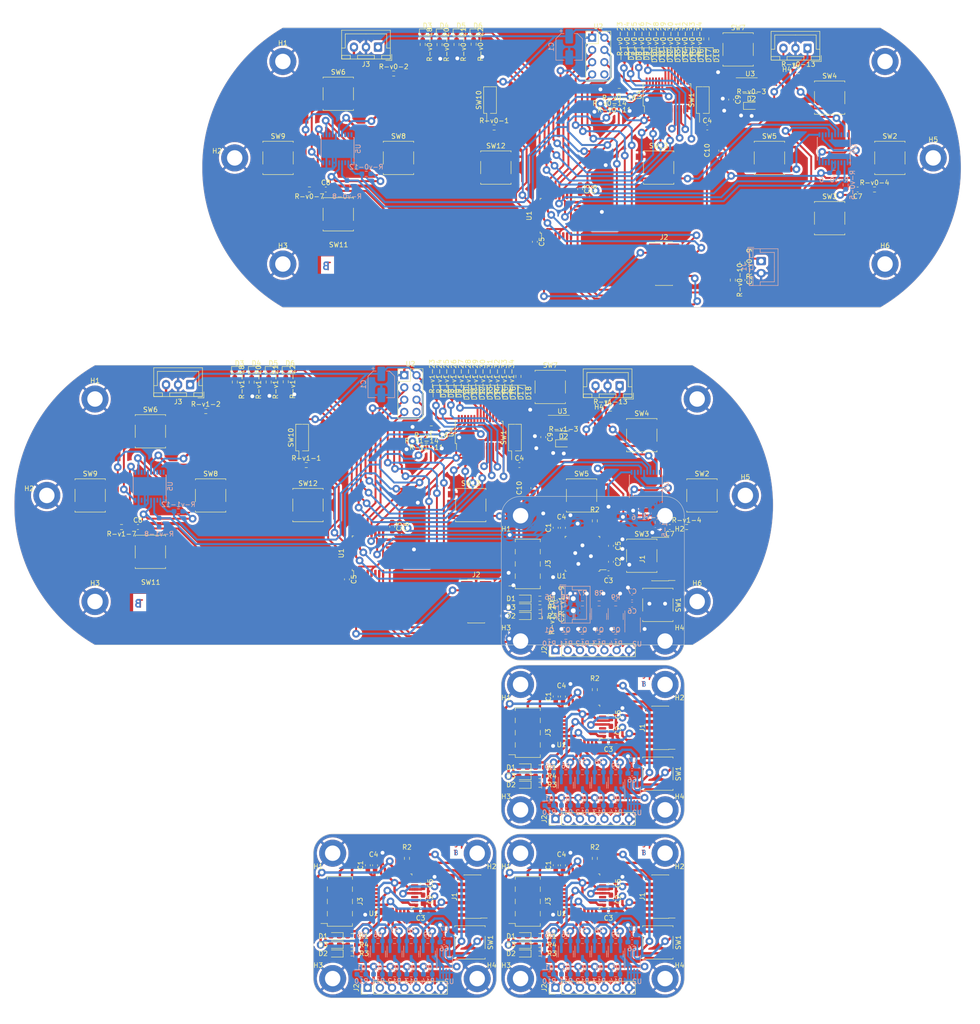
<source format=kicad_pcb>
(kicad_pcb (version 20221018) (generator pcbnew)
  (layers (0 "F.Cu" signal) (31 "B.Cu" signal) (34 "B.Paste" user) (35 "F.Paste" user) (36 "B.SilkS" user "B.Silkscreen") (37 "F.SilkS" user "F.Silkscreen") (38 "B.Mask" user) (39 "F.Mask" user) (44 "Edge.Cuts" user))
  (net 0 "")
  (net 1 "Glob_Alim-v0-")
  (net 2 "GND-v0-")
  (net 3 "POWER-v0-_CHECK-v0-")
  (net 4 "L-v0-i-ion-v0-")
  (net 5 "Net-(C7-Pad1)-v0-")
  (net 6 "Net-(C8-Pad1)-v0-")
  (net 7 "Net-(U3-BP)-v0-")
  (net 8 "Net-(D2-A)-v0-")
  (net 9 "Net-(D3-K)-v0-")
  (net 10 "Net-(D3-A)-v0-")
  (net 11 "Net-(D4-K)-v0-")
  (net 12 "Net-(D4-A)-v0-")
  (net 13 "Net-(D5-K)-v0-")
  (net 14 "Net-(D5-A)-v0-")
  (net 15 "Net-(D6-K)-v0-")
  (net 16 "Net-(D6-A)-v0-")
  (net 17 "Net-(D7-K)-v0-")
  (net 18 "Net-(D7-A)-v0-")
  (net 19 "Net-(D8-K)-v0-")
  (net 20 "Net-(D8-A)-v0-")
  (net 21 "Net-(D9-K)-v0-")
  (net 22 "Net-(D9-A)-v0-")
  (net 23 "Net-(D10-K)-v0-")
  (net 24 "Net-(D10-A)-v0-")
  (net 25 "Net-(D11-K)-v0-")
  (net 26 "Net-(D11-A)-v0-")
  (net 27 "Net-(D12-K)-v0-")
  (net 28 "Net-(D12-A)-v0-")
  (net 29 "Net-(D13-K)-v0-")
  (net 30 "Net-(D13-A)-v0-")
  (net 31 "Net-(D14-K)-v0-")
  (net 32 "Net-(D14-A)-v0-")
  (net 33 "Net-(D15-K)-v0-")
  (net 34 "Net-(D15-A)-v0-")
  (net 35 "Net-(D16-K)-v0-")
  (net 36 "Net-(D16-A)-v0-")
  (net 37 "Net-(D17-K)-v0-")
  (net 38 "Net-(D17-A)-v0-")
  (net 39 "Net-(D18-K)-v0-")
  (net 40 "Net-(D18-A)-v0-")
  (net 43 "SWDIO-v0-")
  (net 44 "SWDCK-v0-")
  (net 48 "R-v0-eset_Buton -v0-")
  (net 49 "USAR-v0-T2_R-v0-X-v0-")
  (net 50 "USAR-v0-T2_TX-v0-")
  (net 51 "R-v0-")
  (net 52 "L-v0-")
  (net 53 "NES{slash}SNES_switcher-v0-")
  (net 54 "DIO{slash}EX_CL-v0-K")
  (net 55 "DIO{slash}EX_SDA-v0-")
  (net 56 "DIODE_OE-v0-")
  (net 57 "Net-(#FL-v0-G05-pwr)")
  (net 58 "A_Button-v0-")
  (net 59 "B_Button-v0-")
  (net 60 "X_Button-v0-")
  (net 61 "Y_Button-v0-")
  (net 62 "UC_Button-v0-")
  (net 63 "Order_Search-v0-")
  (net 64 "L-v0-C_Button")
  (net 65 "R-v0-C_Button")
  (net 66 "DC_Button-v0-")
  (net 67 "ST_Button-v0-")
  (net 68 "SE_Button-v0-")
  (net 73 "Pin_Clock-v0-")
  (net 74 "Digital_Out_Put-v0-")
  (net 75 "MOSI-v0-")
  (net 79 "R-v0-X{slash}TX")
  (net 81 "CSN_nR-v0-F24")
  (net 99 "Glob_Alim-v1-")
  (net 100 "GND-v1-")
  (net 101 "POWER-v1-_CHECK-v1-")
  (net 102 "L-v1-i-ion-v1-")
  (net 103 "Net-(C7-Pad1)-v1-")
  (net 104 "Net-(C8-Pad1)-v1-")
  (net 105 "Net-(U3-BP)-v1-")
  (net 106 "Net-(D2-A)-v1-")
  (net 107 "Net-(D3-K)-v1-")
  (net 108 "Net-(D3-A)-v1-")
  (net 109 "Net-(D4-K)-v1-")
  (net 110 "Net-(D4-A)-v1-")
  (net 111 "Net-(D5-K)-v1-")
  (net 112 "Net-(D5-A)-v1-")
  (net 113 "Net-(D6-K)-v1-")
  (net 114 "Net-(D6-A)-v1-")
  (net 115 "Net-(D7-K)-v1-")
  (net 116 "Net-(D7-A)-v1-")
  (net 117 "Net-(D8-K)-v1-")
  (net 118 "Net-(D8-A)-v1-")
  (net 119 "Net-(D9-K)-v1-")
  (net 120 "Net-(D9-A)-v1-")
  (net 121 "Net-(D10-K)-v1-")
  (net 122 "Net-(D10-A)-v1-")
  (net 123 "Net-(D11-K)-v1-")
  (net 124 "Net-(D11-A)-v1-")
  (net 125 "Net-(D12-K)-v1-")
  (net 126 "Net-(D12-A)-v1-")
  (net 127 "Net-(D13-K)-v1-")
  (net 128 "Net-(D13-A)-v1-")
  (net 129 "Net-(D14-K)-v1-")
  (net 130 "Net-(D14-A)-v1-")
  (net 131 "Net-(D15-K)-v1-")
  (net 132 "Net-(D15-A)-v1-")
  (net 133 "Net-(D16-K)-v1-")
  (net 134 "Net-(D16-A)-v1-")
  (net 135 "Net-(D17-K)-v1-")
  (net 136 "Net-(D17-A)-v1-")
  (net 137 "Net-(D18-K)-v1-")
  (net 138 "Net-(D18-A)-v1-")
  (net 141 "SWDIO-v1-")
  (net 142 "SWDCK-v1-")
  (net 146 "R-v1-eset_Buton -v1-")
  (net 147 "USAR-v1-T2_R-v1-X-v1-")
  (net 148 "USAR-v1-T2_TX-v1-")
  (net 149 "R-v1-")
  (net 150 "L-v1-")
  (net 151 "NES{slash}SNES_switcher-v1-")
  (net 152 "DIO{slash}EX_CL-v1-K")
  (net 153 "DIO{slash}EX_SDA-v1-")
  (net 154 "DIODE_OE-v1-")
  (net 155 "Net-(#FL-v1-G05-pwr)")
  (net 156 "A_Button-v1-")
  (net 157 "B_Button-v1-")
  (net 158 "X_Button-v1-")
  (net 159 "Y_Button-v1-")
  (net 160 "UC_Button-v1-")
  (net 161 "Order_Search-v1-")
  (net 162 "L-v1-C_Button")
  (net 163 "R-v1-C_Button")
  (net 164 "DC_Button-v1-")
  (net 165 "ST_Button-v1-")
  (net 166 "SE_Button-v1-")
  (net 171 "Pin_Clock-v1-")
  (net 172 "Digital_Out_Put-v1-")
  (net 173 "MOSI-v1-")
  (net 177 "R-v1-X{slash}TX")
  (net 179 "CSN_nR-v1-F24")
  (net 197 "+5V-v2-")
  (net 198 "GND-v2-")
  (net 199 "+3.3V-v2-")
  (net 200 "Net-(D1-K)-v2-")
  (net 202 "Net-(D3-K)-v2-")
  (net 203 "Status_LED-v2-")
  (net 204 "Data_Clock_SNES-v2-")
  (net 205 "Data_Latch_SNES-v2-")
  (net 206 "Net-(D2-K)-v2-")
  (net 207 "Serial_Data1_SNES-v2-")
  (net 208 "Serial_Data2_SNES-v2-")
  (net 209 "SPI_Chip_Select-v2-")
  (net 210 "Chip_Enable-v2-")
  (net 211 "SPI_Digital_Input-v2-")
  (net 212 "SPI_Clock-v2-")
  (net 213 "SPI_Digital_Output-v2-")
  (net 214 "IOBit_SNES-v2-")
  (net 215 "Data_Clock_STM32-v2-")
  (net 216 "Data_Latch_STM32-v2-")
  (net 217 "Appairing_Btn-v2-")
  (net 218 "Net-(U2-BP)-v2-")
  (net 219 "SWDIO-v2-")
  (net 220 "SWDCK-v2-")
  (net 223 "NRST-v2-")
  (net 224 "USART2_RX-v2-")
  (net 225 "USART2_TX-v2-")
  (net 226 "Serial_Data1_STM32-v2-")
  (net 227 "IOBit_STM32-v2-")
  (net 228 "Serial_Data2_STM32-v2-")
  (net 242 "+5V-v3-")
  (net 243 "GND-v3-")
  (net 244 "+3.3V-v3-")
  (net 245 "Net-(D1-K)-v3-")
  (net 247 "Net-(D3-K)-v3-")
  (net 248 "Status_LED-v3-")
  (net 249 "Data_Clock_SNES-v3-")
  (net 250 "Data_Latch_SNES-v3-")
  (net 251 "Net-(D2-K)-v3-")
  (net 252 "Serial_Data1_SNES-v3-")
  (net 253 "Serial_Data2_SNES-v3-")
  (net 254 "SPI_Chip_Select-v3-")
  (net 255 "Chip_Enable-v3-")
  (net 256 "SPI_Digital_Input-v3-")
  (net 257 "SPI_Clock-v3-")
  (net 258 "SPI_Digital_Output-v3-")
  (net 259 "IOBit_SNES-v3-")
  (net 260 "Data_Clock_STM32-v3-")
  (net 261 "Data_Latch_STM32-v3-")
  (net 262 "Appairing_Btn-v3-")
  (net 263 "Net-(U2-BP)-v3-")
  (net 264 "SWDIO-v3-")
  (net 265 "SWDCK-v3-")
  (net 268 "NRST-v3-")
  (net 269 "USART2_RX-v3-")
  (net 270 "USART2_TX-v3-")
  (net 271 "Serial_Data1_STM32-v3-")
  (net 272 "IOBit_STM32-v3-")
  (net 273 "Serial_Data2_STM32-v3-")
  (net 287 "+5V-v4-")
  (net 288 "GND-v4-")
  (net 289 "+3.3V-v4-")
  (net 290 "Net-(D1-K)-v4-")
  (net 292 "Net-(D3-K)-v4-")
  (net 293 "Status_LED-v4-")
  (net 294 "Data_Clock_SNES-v4-")
  (net 295 "Data_Latch_SNES-v4-")
  (net 296 "Net-(D2-K)-v4-")
  (net 297 "Serial_Data1_SNES-v4-")
  (net 298 "Serial_Data2_SNES-v4-")
  (net 299 "SPI_Chip_Select-v4-")
  (net 300 "Chip_Enable-v4-")
  (net 301 "SPI_Digital_Input-v4-")
  (net 302 "SPI_Clock-v4-")
  (net 303 "SPI_Digital_Output-v4-")
  (net 304 "IOBit_SNES-v4-")
  (net 305 "Data_Clock_STM32-v4-")
  (net 306 "Data_Latch_STM32-v4-")
  (net 307 "Appairing_Btn-v4-")
  (net 308 "Net-(U2-BP)-v4-")
  (net 309 "SWDIO-v4-")
  (net 310 "SWDCK-v4-")
  (net 313 "NRST-v4-")
  (net 314 "USART2_RX-v4-")
  (net 315 "USART2_TX-v4-")
  (net 316 "Serial_Data1_STM32-v4-")
  (net 317 "IOBit_STM32-v4-")
  (net 318 "Serial_Data2_STM32-v4-")
  (net 332 "+5V-v5-")
  (net 333 "GND-v5-")
  (net 334 "+3.3V-v5-")
  (net 335 "Net-(D1-K)-v5-")
  (net 337 "Net-(D3-K)-v5-")
  (net 338 "Status_LED-v5-")
  (net 339 "Data_Clock_SNES-v5-")
  (net 340 "Data_Latch_SNES-v5-")
  (net 341 "Net-(D2-K)-v5-")
  (net 342 "Serial_Data1_SNES-v5-")
  (net 343 "Serial_Data2_SNES-v5-")
  (net 344 "SPI_Chip_Select-v5-")
  (net 345 "Chip_Enable-v5-")
  (net 346 "SPI_Digital_Input-v5-")
  (net 347 "SPI_Clock-v5-")
  (net 348 "SPI_Digital_Output-v5-")
  (net 349 "IOBit_SNES-v5-")
  (net 350 "Data_Clock_STM32-v5-")
  (net 351 "Data_Latch_STM32-v5-")
  (net 352 "Appairing_Btn-v5-")
  (net 353 "Net-(U2-BP)-v5-")
  (net 354 "SWDIO-v5-")
  (net 355 "SWDCK-v5-")
  (net 358 "NRST-v5-")
  (net 359 "USART2_RX-v5-")
  (net 360 "USART2_TX-v5-")
  (net 361 "Serial_Data1_STM32-v5-")
  (net 362 "IOBit_STM32-v5-")
  (net 363 "Serial_Data2_STM32-v5-")
  (footprint "L-v0-ED_SMD:L-v0-ED_0603_1608Metric_Pad1.05x0.95mm_HandSolder" (layer "F.Cu") (at 225.571842 30.5625 -90)
    (fp_text reference "D12")
    (fp_text value "O2")
  )
  (footprint "L-v1-ED_SMD:L-v1-ED_0603_1608Metric_Pad1.05x0.95mm_HandSolder" (layer "F.Cu") (at 148.111842 95.749999)
    (fp_text reference "D6")
    (fp_text value "G4")
  )
  (footprint "Button_Switch_SMD:SW_SPST_B3S-1000" (layer "F.Cu") (at 221.111842 134.249999)
    (fp_text reference "SW3")
    (fp_text value "SW_Push")
  )
  (footprint "Capacitor_SMD:C_0603_1608Metric_Pad1.08x0.95mm_HandSolder" (layer "F.Cu") (at 164.25 198.45 90)
    (fp_text reference "C1")
    (fp_text value "10u")
  )
  (footprint "L-v0-ED_SMD:L-v0-ED_0603_1608Metric_Pad1.05x0.95mm_HandSolder" (layer "F.Cu") (at 220.736842 30.575 -90)
    (fp_text reference "D9")
    (fp_text value "G7")
  )
  (footprint "R-v0-esistor_SMD:R-v0-_0603_1608Metric_Pad0.98x0.95mm_HandSolder" (layer "F.Cu") (at 216.421842 37.85 180)
    (fp_text reference "R-v0-16")
    (fp_text value "10K")
  )
  (footprint "Capacitor_SMD:C_0603_1608Metric_Pad1.08x0.95mm_HandSolder" (layer "F.Cu") (at 203.25 198.45 90)
    (fp_text reference "C1")
    (fp_text value "10u")
  )
  (footprint "Diode_SMD:D_0603_1608Metric_Pad1.05x0.95mm_HandSolder" (layer "F.Cu") (at 196.46875 143.15 180)
    (fp_text reference "D1")
    (fp_text value "LED_Small")
  )
  (footprint "Button_Switch_SMD:SW_SPST_B3S-1000" (layer "F.Cu") (at 224.45 214.45 180)
    (fp_text reference "SW1")
    (fp_text value "SW_SPST")
  )
  (footprint "Capacitor_SMD:C_0603_1608Metric_Pad1.08x0.95mm_HandSolder" (layer "F.Cu") (at 204.75 128.45 90)
    (fp_text reference "C4")
    (fp_text value "100n")
  )
  (footprint "R-v0-esistor_SMD:R-v0-_0603_1608Metric_Pad0.98x0.95mm_HandSolder" (layer "F.Cu") (at 269.423866 58.3)
    (fp_text reference "R-v0-4")
    (fp_text value "1k")
  )
  (footprint "R-v0-esistor_SMD:R-v0-_0603_1608Metric_Pad0.98x0.95mm_HandSolder" (layer "F.Cu") (at 233.011842 27.0625 90)
    (fp_text reference "R-v0-33")
    (fp_text value "1K")
  )
  (footprint "Capacitor_SMD:C_0603_1608Metric_Pad1.08x0.95mm_HandSolder" (layer "F.Cu") (at 208.311842 58.222 -90)
    (fp_text reference "C3")
    (fp_text value "100n")
  )
  (footprint "Resistor_SMD:R_0603_1608Metric_Pad0.98x0.95mm_HandSolder" (layer "F.Cu") (at 160.96875 214.95)
    (fp_text reference "R4")
    (fp_text value "1k")
  )
  (footprint "Button_Switch_SMD:SW_SPST_B3S-1000" (layer "F.Cu") (at 185.611842 123.749999)
    (fp_text reference "SW13")
    (fp_text value "SW_Push")
  )
  (footprint "Capacitor_SMD:C_0603_1608Metric_Pad1.08x0.95mm_HandSolder" (layer "F.Cu") (at 214.71 132.2 90)
    (fp_text reference "C5")
    (fp_text value "100n")
  )
  (footprint "MountingHole:MountingHole_3.2mm_M3_DIN965_Pad" (layer "F.Cu") (at 195.95 221.95)
    (fp_text reference "H3")
    (fp_text value "MountingHole_Pad")
  )
  (footprint "Capacitor_SMD:C_0603_1608Metric_Pad1.08x0.95mm_HandSolder" (layer "F.Cu") (at 170.835842 128.221999 -90)
    (fp_text reference "C6")
    (fp_text value "10u")
  )
  (footprint "R-v1-esistor_SMD:R-v1-_0603_1608Metric_Pad0.98x0.95mm_HandSolder" (layer "F.Cu") (at 186.511842 97.062499 90)
    (fp_text reference "R-v1-28")
    (fp_text value "1K")
  )
  (footprint "Resistor_SMD:R_0603_1608Metric_Pad0.98x0.95mm_HandSolder" (layer "F.Cu") (at 199.96875 181.75)
    (fp_text reference "R3")
    (fp_text value "1k")
  )
  (footprint "Button_Switch_SMD:SW_SPST_B3S-1000" (layer "F.Cu") (at 224.611842 53.75)
    (fp_text reference "SW13")
    (fp_text value "SW_Push")
  )
  (footprint "Button_Switch_SMD:SW_SPST_B3S-1000" (layer "F.Cu") (at 247.611842 51.75)
    (fp_text reference "SW5")
    (fp_text value "SW_Push")
  )
  (footprint "R-v1-esistor_SMD:R-v1-_0603_1608Metric_Pad0.98x0.95mm_HandSolder" (layer "F.Cu") (at 194.011842 97.062499 90)
    (fp_text reference "R-v1-33")
    (fp_text value "1K")
  )
  (footprint "Connector_PinSocket_2.54mm:PinSocket_2x04_P2.54mm_Vertical_SMD" (layer "F.Cu") (at 197.45 135.95 180)
    (fp_text reference "J3")
    (fp_text value "Conn_01x08_Socket")
  )
  (footprint "MountingHole:MountingHole_3.2mm_M3_DIN965_Pad" (layer "F.Cu") (at 195.95 125.95)
    (fp_text reference "H1")
    (fp_text value "MountingHole_Pad")
  )
  (footprint "Diode_SMD:D_0603_1608Metric_Pad1.05x0.95mm_HandSolder" (layer "F.Cu") (at 196.46875 178.15 180)
    (fp_text reference "D1")
    (fp_text value "LED_Small")
  )
  (footprint "Connector_PinHeader_2.54mm:PinHeader_1x07_P2.54mm_Vertical" (layer "F.Cu") (at 203.2 188.85 90)
    (fp_text reference "J2")
    (fp_text value "Conn_01x07_Socket")
  )
  (footprint "Button_Switch_SMD:SW_SPST_B3S-1000" (layer "F.Cu") (at 131.611842 121.749999)
    (fp_text reference "SW8")
    (fp_text value "SW_Push")
  )
  (footprint "Capacitor_SMD:C_0603_1608Metric_Pad1.08x0.95mm_HandSolder" (layer "F.Cu") (at 116.519818 128.299999)
    (fp_text reference "C8")
    (fp_text value "100nF")
  )
  (footprint "Capacitor_SMD:C_0603_1608Metric_Pad1.08x0.95mm_HandSolder" (layer "F.Cu") (at 169.311842 128.221999 -90)
    (fp_text reference "C3")
    (fp_text value "100n")
  )
  (footprint "MountingHole:MountingHole_3.2mm_M3_DIN965_Pad" (layer "F.Cu") (at 146.611842 73.75)
    (fp_text reference "H3")
    (fp_text value "MountingHole_Pad")
  )
  (footprint "L-v0-ED_SMD:L-v0-ED_0603_1608Metric_Pad1.05x0.95mm_HandSolder" (layer "F.Cu") (at 187.111842 25.75)
    (fp_text reference "D6")
    (fp_text value "G4")
  )
  (footprint "Connector_PinSocket_2.54mm:PinSocket_2x04_P2.54mm_Vertical_SMD" (layer "F.Cu") (at 197.45 205.95 180)
    (fp_text reference "J3")
    (fp_text value "Conn_01x08_Socket")
  )
  (footprint "Diode_SMD:D_0603_1608Metric_Pad1.05x0.95mm_HandSolder" (layer "F.Cu") (at 196.46875 213.15 180)
    (fp_text reference "D1")
    (fp_text value "LED_Small")
  )
  (footprint "R-v1-esistor_SMD:R-v1-_0603_1608Metric_Pad0.98x0.95mm_HandSolder" (layer "F.Cu") (at 113.119818 128.299999 180)
    (fp_text reference "R-v1-7")
    (fp_text value "1k")
  )
  (footprint "R-v1-esistor_SMD:R-v1-_0603_1608Metric_Pad0.98x0.95mm_HandSolder" (layer "F.Cu") (at 214.611842 103.749999)
    (fp_text reference "R-v1-13")
    (fp_text value "1K")
  )
  (footprint "Diode_SMD:D_0603_1608Metric_Pad1.05x0.95mm_HandSolder" (layer "F.Cu") (at 196.46875 214.95 180)
    (fp_text reference "D3")
    (fp_text value "LED")
  )
  (footprint "MountingHole:MountingHole_3.2mm_M3_DIN965_Pad" (layer "F.Cu") (at 242.611842 121.749999)
    (fp_text reference "H5")
    (fp_text value "MountingHole_Pad")
  )
  (footprint "MountingHole:MountingHole_3.2mm_M3_DIN965_Pad" (layer "F.Cu") (at 195.95 186.95)
    (fp_text reference "H3")
    (fp_text value "MountingHole_Pad")
  )
  (footprint "L-v0-ED_SMD:L-v0-ED_0603_1608Metric_Pad1.05x0.95mm_HandSolder" (layer "F.Cu") (at 183.611842 25.75)
    (fp_text reference "D5")
    (fp_text value "G3")
  )
  (footprint "Capacitor_SMD:C_0603_1608Metric_Pad1.08x0.95mm_HandSolder" (layer "F.Cu") (at 214.71 205.5025 90)
    (fp_text reference "C2")
    (fp_text value "100n")
  )
  (footprint "Connector_PinHeader_1.27mm:PinHeader_2x07_P1.27mm_Vertical_SMD" (layer "F.Cu") (at 185.95 204.95 180)
    (fp_text reference "J1")
    (fp_text value "Conn_02x07_Odd_Even")
  )
  (footprint "L-v1-ED_SMD:L-v1-ED_0603_1608Metric_Pad1.05x0.95mm_HandSolder" (layer "F.Cu") (at 204.871842 110.949999)
    (fp_text reference "D2")
    (fp_text value "L-v1-ED_Small")
  )
  (footprint "R-v0-esistor_SMD:R-v0-_0603_1608Metric_Pad0.98x0.95mm_HandSolder" (layer "F.Cu") (at 186.211842 28.175 -90)
    (fp_text reference "R-v0-22")
    (fp_text value "1K")
  )
  (footprint "L-v0-ED_SMD:L-v0-ED_0603_1608Metric_Pad1.05x0.95mm_HandSolder" (layer "F.Cu") (at 231.986842 30.55 -90)
    (fp_text reference "D16")
    (fp_text value "R-v0-2")
  )
  (footprint "Connector_PinHeader_1.27mm:PinHeader_2x07_P1.27mm_Vertical_SMD" (layer "F.Cu") (at 224.95 204.95 180)
    (fp_text reference "J1")
    (fp_text value "Conn_02x07_Odd_Even")
  )
  (footprint "R-v0-esistor_SMD:R-v0-_0603_1608Metric_Pad0.98x0.95mm_HandSolder" (layer "F.Cu") (at 243.871842 39.426)
    (fp_text reference "R-v0-3")
    (fp_text value "1K")
  )
  (footprint "MountingHole:MountingHole_3.2mm_M3_DIN965_Pad" (layer "F.Cu") (at 225.95 160.95)
    (fp_text reference "H2")
    (fp_text value "MountingHole_Pad")
  )
  (footprint "Connector_PinHeader_1.27mm:PinHeader_2x07_P1.27mm_Vertical_SMD" (layer "F.Cu") (at 225.736842 73.69)
    (fp_text reference "J2")
    (fp_text value "Conn_02x07_Odd_Even")
  )
  (footprint "R-v1-esistor_SMD:R-v1-_0603_1608Metric_Pad0.98x0.95mm_HandSolder" (layer "F.Cu") (at 176.421842 110.349999 180)
    (fp_text reference "R-v1-11")
    (fp_text value "10K")
  )
  (footprint "R-v1-esistor_SMD:R-v1-_0603_1608Metric_Pad0.98x0.95mm_HandSolder" (layer "F.Cu") (at 204.871842 109.425999)
    (fp_text reference "R-v1-3")
    (fp_text value "1K")
  )
  (footprint "R-v0-esistor_SMD:R-v0-_0603_1608Metric_Pad0.98x0.95mm_HandSolder" (layer "F.Cu") (at 175.636842 28.225 -90)
    (fp_text reference "R-v0-18")
    (fp_text value "1K")
  )
  (footprint "MountingHole:MountingHole_3.2mm_M3_DIN965_Pad" (layer "F.Cu") (at 107.611842 101.749999)
    (fp_text reference "H1")
    (fp_text value "MountingHole_Pad")
  )
  (footprint "R-v1-esistor_SMD:R-v1-_0603_1608Metric_Pad0.98x0.95mm_HandSolder" (layer "F.Cu") (at 136.636842 98.224999 -90)
    (fp_text reference "R-v1-18")
    (fp_text value "1K")
  )
  (footprint "MountingHole:MountingHole_3.2mm_M3_DIN965_Pad" (layer "F.Cu") (at 271.611842 73.75)
    (fp_text reference "H6")
    (fp_text value "MountingHole_Pad")
  )
  (footprint "MountingHole:MountingHole_3.2mm_M3_DIN965_Pad" (layer "F.Cu") (at 232.611842 101.749999)
    (fp_text reference "H4")
    (fp_text value "MountingHole_Pad")
  )
  (footprint "R-v1-esistor_SMD:R-v1-_0603_1608Metric_Pad0.98x0.95mm_HandSolder" (layer "F.Cu") (at 140.136842 98.249999 -90)
    (fp_text reference "R-v1-20")
    (fp_text value "1K")
  )
  (footprint "Resistor_SMD:R_0603_1608Metric_Pad0.98x0.95mm_HandSolder" (layer "F.Cu") (at 199.96875 144.95)
    (fp_text reference "R4")
    (fp_text value "1k")
  )
  (footprint "R-v1-esistor_SMD:R-v1-_0603_1608Metric_Pad0.98x0.95mm_HandSolder" (layer "F.Cu") (at 195.511842 97.062499 90)
    (fp_text reference "R-v1-34")
    (fp_text value "1K")
  )
  (footprint "Connector_PinHeader_2.54mm:PinHeader_2x04_P2.54mm_Vertical" (layer "F.Cu") (at 171.811842 96.809999)
    (fp_text reference "U2")
    (fp_text value "nR-v1-F24_Full")
  )
  (footprint "Resistor_SMD:R_0603_1608Metric_Pad0.98x0.95mm_HandSolder" (layer "F.Cu") (at 172.37 197.02 90)
    (fp_text reference "R2")
    (fp_text value "10k")
  )
  (footprint "R-v0-esistor_SMD:R-v0-_0603_1608Metric_Pad0.98x0.95mm_HandSolder" (layer "F.Cu") (at 253.611842 33.75)
    (fp_text reference "R-v0-13")
    (fp_text value "1K")
  )
  (footprint "R-v0-esistor_SMD:R-v0-_0603_1608Metric_Pad0.98x0.95mm_HandSolder" (layer "F.Cu") (at 219.511842 27.0625 90)
    (fp_text reference "R-v0-24")
    (fp_text value "1K")
  )
  (footprint "Connector_JST:JST_XH_B3B-XH-A_1x03_P2.50mm_Vertical" (layer "F.Cu") (at 166.361842 28.775 180)
    (fp_text reference "J3")
    (fp_text value "Conn_01x03")
  )
  (footprint "Button_Switch_SMD:SW_SPST_B3S-1000" (layer "F.Cu") (at 158.111842 63.45)
    (fp_text reference "SW11")
    (fp_text value "SW_Push")
  )
  (footprint "R-v1-esistor_SMD:R-v1-_0603_1608Metric_Pad0.98x0.95mm_HandSolder" (layer "F.Cu") (at 192.511842 97.062499 90)
    (fp_text reference "R-v1-32")
    (fp_text value "1K")
  )
  (footprint "R-v1-esistor_SMD:R-v1-_0603_1608Metric_Pad0.98x0.95mm_HandSolder" (layer "F.Cu") (at 191.011842 97.062499 90)
    (fp_text reference "R-v1-31")
    (fp_text value "1K")
  )
  (footprint "MountingHole:MountingHole_3.2mm_M3_DIN965_Pad" (layer "F.Cu") (at 195.95 195.95)
    (fp_text reference "H1")
    (fp_text value "MountingHole_Pad")
  )
  (footprint "Button_Switch_SMD:SW_SPST_B3S-1000" (layer "F.Cu") (at 272.611842 51.75)
    (fp_text reference "SW2")
    (fp_text value "SW_Push")
  )
  (footprint "MountingHole:MountingHole_3.2mm_M3_DIN965_Pad" (layer "F.Cu") (at 156.95 221.95)
    (fp_text reference "H3")
    (fp_text value "MountingHole_Pad")
  )
  (footprint "R-v1-esistor_SMD:R-v1-_0603_1608Metric_Pad0.98x0.95mm_HandSolder" (layer "F.Cu") (at 189.511842 97.062499 90)
    (fp_text reference "R-v1-30")
    (fp_text value "1K")
  )
  (footprint "R-v1-esistor_SMD:R-v1-_0603_1608Metric_Pad0.98x0.95mm_HandSolder" (layer "F.Cu") (at 177.421842 107.849999 180)
    (fp_text reference "R-v1-16")
    (fp_text value "10K")
  )
  (footprint "Capacitor_SMD:C_0603_1608Metric_Pad1.08x0.95mm_HandSolder" (layer "F.Cu") (at 209.835842 58.222 -90)
    (fp_text reference "C6")
    (fp_text value "10u")
  )
  (footprint "MountingHole:MountingHole_3.2mm_M3_DIN965_Pad" (layer "F.Cu") (at 225.95 151.95)
    (fp_text reference "H4")
    (fp_text value "MountingHole_Pad")
  )
  (footprint "L-v0-ED_SMD:L-v0-ED_0603_1608Metric_Pad1.05x0.95mm_HandSolder" (layer "F.Cu") (at 222.336842 30.575 -90)
    (fp_text reference "D10")
    (fp_text value "G8")
  )
  (footprint "L-v1-ED_SMD:L-v1-ED_0603_1608Metric_Pad1.05x0.95mm_HandSolder" (layer "F.Cu") (at 144.611842 95.749999)
    (fp_text reference "D5")
    (fp_text value "G3")
  )
  (footprint "Package_QFP:L-v1-QFP-32_7x7mm_P0.8mm" (layer "F.Cu") (at 164.611842 133.749999 90)
    (fp_text reference "U1")
    (fp_text value "STM32L-v1-412KBTx")
  )
  (footprint "Button_Switch_SMD:SW_SPST_B3S-1000" (layer "F.Cu") (at 158.111842 38.45)
    (fp_text reference "SW6")
    (fp_text value "SW_Push")
  )
  (footprint "Diode_SMD:D_0603_1608Metric_Pad1.05x0.95mm_HandSolder" (layer "F.Cu") (at 157.46875 213.15 180)
    (fp_text reference "D1")
    (fp_text value "LED_Small")
  )
  (footprint "Button_Switch_SMD:SW_SPST_B3S-1000" (layer "F.Cu") (at 151.821842 123.749999)
    (fp_text reference "SW12")
    (fp_text value "SW_Push")
  )
  (footprint "R-v0-esistor_SMD:R-v0-_0603_1608Metric_Pad0.98x0.95mm_HandSolder" (layer "F.Cu") (at 220.981842 27.0625 90)
    (fp_text reference "R-v0-25")
    (fp_text value "1K")
  )
  (footprint "MountingHole:MountingHole_3.2mm_M3_DIN965_Pad" (layer "F.Cu") (at 97.611842 121.749999)
    (fp_text reference "H2")
    (fp_text value "MountingHole_Pad")
  )
  (footprint "R-v1-esistor_SMD:R-v1-_0603_1608Metric_Pad0.98x0.95mm_HandSolder" (layer "F.Cu") (at 130.611842 104.249999)
    (fp_text reference "R-v1-2")
    (fp_text value "1K")
  )
  (footprint "Diode_SMD:D_0603_1608Metric_Pad1.05x0.95mm_HandSolder" (layer "F.Cu") (at 157.46875 216.75 180)
    (fp_text reference "D2")
    (fp_text value "LED_Small")
  )
  (footprint "Package_QFP:LQFP-32_7x7mm_P0.8mm" (layer "F.Cu") (at 169.8 203.85 180)
    (fp_text reference "U1")
    (fp_text value "STM32L412KBTx")
  )
  (footprint "Connector_PinHeader_2.54mm:PinHeader_1x07_P2.54mm_Vertical" (layer "F.Cu") (at 203.2 153.85 90)
    (fp_text reference "J2")
    (fp_text value "Conn_01x07_Socket")
  )
  (footprint "Capacitor_SMD:C_0603_1608Metric_Pad1.08x0.95mm_HandSolder" (layer "F.Cu") (at 175.71 202.2 90)
    (fp_text reference "C5")
    (fp_text value "100n")
  )
  (footprint "R-v1-esistor_SMD:R-v1-_0603_1608Metric_Pad0.98x0.95mm_HandSolder" (layer "F.Cu") (at 175.421842 111.849999)
    (fp_text reference "R-v1-14")
    (fp_text value "10K")
  )
  (footprint "MountingHole:MountingHole_3.2mm_M3_DIN965_Pad" (layer "F.Cu") (at 186.95 221.95)
    (fp_text reference "H4")
    (fp_text value "MountingHole_Pad")
  )
  (footprint "Button_Switch_SMD:SW_SPST_B3S-1000" (layer "F.Cu") (at 119.111842 133.449999)
    (fp_text reference "SW11")
    (fp_text value "SW_Push")
  )
  (footprint "MountingHole:MountingHole_3.2mm_M3_DIN965_Pad" (layer "F.Cu") (at 136.611842 51.75)
    (fp_text reference "H2")
    (fp_text value "MountingHole_Pad")
  )
  (footprint "R-v0-esistor_SMD:R-v0-_0603_1608Metric_Pad0.98x0.95mm_HandSolder" (layer "F.Cu") (at 242.011842 73.55 -90)
    (fp_text reference "R-v0-9")
    (fp_text value "1M")
  )
  (footprint "R-v0-esistor_SMD:R-v0-_0603_1608Metric_Pad0.98x0.95mm_HandSolder" (layer "F.Cu") (at 240.011842 77.0875 -90)
    (fp_text reference "R-v0-10")
    (fp_text value "1M")
  )
  (footprint "Button_Switch_SMD:SW_SPST_B3S-1000" (layer "F.Cu") (at 119.111842 108.449999)
    (fp_text reference "SW6")
    (fp_text value "SW_Push")
  )
  (footprint "R-v0-esistor_SMD:R-v0-_0603_1608Metric_Pad0.98x0.95mm_HandSolder" (layer "F.Cu") (at 231.511842 27.0625 90)
    (fp_text reference "R-v0-32")
    (fp_text value "1K")
  )
  (footprint "R-v0-esistor_SMD:R-v0-_0603_1608Metric_Pad0.98x0.95mm_HandSolder" (layer "F.Cu") (at 215.421842 40.35 180)
    (fp_text reference "R-v0-11")
    (fp_text value "10K")
  )
  (footprint "R-v1-esistor_SMD:R-v1-_0603_1608Metric_Pad0.98x0.95mm_HandSolder" (layer "F.Cu") (at 179.011842 97.062499 90)
    (fp_text reference "R-v1-23")
    (fp_text value "1K")
  )
  (footprint "Capacitor_SMD:C_0603_1608Metric_Pad1.08x0.95mm_HandSolder" (layer "F.Cu") (at 203.011842 147.087499 -90)
    (fp_text reference "C2")
    (fp_text value "1nF")
  )
  (footprint "Capacitor_SMD:C_0603_1608Metric_Pad1.08x0.95mm_HandSolder" (layer "F.Cu") (at 242.011842 77.0875 -90)
    (fp_text reference "C2")
    (fp_text value "1nF")
  )
  (footprint "Capacitor_SMD:C_0603_1608Metric_Pad1.08x0.95mm_HandSolder" (layer "F.Cu") (at 214.71 170.5025 90)
    (fp_text reference "C2")
    (fp_text value "100n")
  )
  (footprint "R-v1-esistor_SMD:R-v1-_0603_1608Metric_Pad0.98x0.95mm_HandSolder" (layer "F.Cu") (at 188.011842 97.062499 90)
    (fp_text reference "R-v1-29")
    (fp_text value "1K")
  )
  (footprint "L-v0-ED_SMD:L-v0-ED_0603_1608Metric_Pad1.05x0.95mm_HandSolder" (layer "F.Cu") (at 243.871842 40.95)
    (fp_text reference "D2")
    (fp_text value "L-v0-ED_Small")
  )
  (footprint "Resistor_SMD:R_0603_1608Metric_Pad0.98x0.95mm_HandSolder" (layer "F.Cu") (at 160.96875 213.15)
    (fp_text reference "R1")
    (fp_text value "1k")
  )
  (footprint "R-v0-esistor_SMD:R-v0-_0603_1608Metric_Pad0.98x0.95mm_HandSolder" (layer "F.Cu") (at 222.511842 27.0625 90)
    (fp_text reference "R-v0-26")
    (fp_text value "1K")
  )
  (footprint "L-v0-ED_SMD:L-v0-ED_0603_1608Metric_Pad1.05x0.95mm_HandSolder" (layer "F.Cu") (at 227.186842 30.55 -90)
    (fp_text reference "D13")
    (fp_text value "O3")
  )
  (footprint "L-v0-ED_SMD:L-v0-ED_0603_1608Metric_Pad1.05x0.95mm_HandSolder" (layer "F.Cu") (at 219.135842 30.575 -90)
    (fp_text reference "D8")
    (fp_text value "G6")
  )
  (footprint "R-v0-esistor_SMD:R-v0-_0603_1608Metric_Pad0.98x0.95mm_HandSolder" (layer "F.Cu") (at 190.461842 45.45)
    (fp_text reference "R-v0-1")
    (fp_text value "1K")
  )
  (footprint "MountingHole:MountingHole_3.2mm_M3_DIN965_Pad" (layer "F.Cu") (at 107.611842 143.749999)
    (fp_text reference "H3")
    (fp_text value "MountingHole_Pad")
  )
  (footprint "Connector_PinHeader_1.27mm:PinHeader_2x07_P1.27mm_Vertical_SMD" (layer "F.Cu") (at 186.736842 143.689999)
    (fp_text reference "J2")
    (fp_text value "Conn_02x07_Odd_Even")
  )
  (footprint "Diode_SMD:D_0603_1608Metric_Pad1.05x0.95mm_HandSolder" (layer "F.Cu") (at 196.46875 216.75 180)
    (fp_text reference "D2")
    (fp_text value "LED_Small")
  )
  (footprint "Capacitor_SMD:C_0603_1608Metric_Pad1.08x0.95mm_HandSolder" (layer "F.Cu") (at 195.706842 115.449999)
    (fp_text reference "C4")
    (fp_text value "1u")
  )
  (footprint "Button_Switch_SMD:SW_SPST_B3S-1000" (layer "F.Cu") (at 170.611842 51.75)
    (fp_text reference "SW8")
    (fp_text value "SW_Push")
  )
  (footprint "Resistor_SMD:R_0603_1608Metric_Pad0.98x0.95mm_HandSolder" (layer "F.Cu") (at 211.37 127.02 90)
    (fp_text reference "R2")
    (fp_text value "10k")
  )
  (footprint "MountingHole:MountingHole_3.2mm_M3_DIN965_Pad" (layer "F.Cu") (at 186.95 195.95)
    (fp_text reference "H2")
    (fp_text value "MountingHole_Pad")
  )
  (footprint "R-v0-esistor_SMD:R-v0-_0603_1608Metric_Pad0.98x0.95mm_HandSolder" (layer "F.Cu") (at 182.661842 28.225 -90)
    (fp_text reference "R-v0-21")
    (fp_text value "1K")
  )
  (footprint "Package_SO:MSOP-8_3x3mm_P0.65mm" (layer "F.Cu") (at 243.611842 36.75)
    (fp_text reference "U3")
    (fp_text value "MIC5219-3.3YMM")
  )
  (footprint "R-v0-esistor_SMD:R-v0-_0603_1608Metric_Pad0.98x0.95mm_HandSolder" (layer "F.Cu") (at 234.511842 27.0625 90)
    (fp_text reference "R-v0-34")
    (fp_text value "1K")
  )
  (footprint "Resistor_SMD:R_0603_1608Metric_Pad0.98x0.95mm_HandSolder" (layer "F.Cu") (at 199.96875 216.75)
    (fp_text reference "R3")
    (fp_text value "1k")
  )
  (footprint "MountingHole:MountingHole_3.2mm_M3_DIN965_Pad" (layer "F.Cu") (at 195.95 160.95)
    (fp_text reference "H1")
    (fp_text value "MountingHole_Pad")
  )
  (footprint "R-v0-esistor_SMD:R-v0-_0603_1608Metric_Pad0.98x0.95mm_HandSolder" (layer "F.Cu") (at 228.511842 27.0625 90)
    (fp_text reference "R-v0-30")
    (fp_text value "1K")
  )
  (footprint "Capacitor_SMD:C_0603_1608Metric_Pad1.08x0.95mm_HandSolder" (layer "F.Cu") (at 265.923866 58.3 180)
    (fp_text reference "C7")
    (fp_text value "100nF")
  )
  (footprint "R-v1-esistor_SMD:R-v1-_0603_1608Metric_Pad0.98x0.95mm_HandSolder" (layer "F.Cu") (at 151.461842 115.449999)
    (fp_text reference "R-v1-1")
    (fp_text value "1K")
  )
  (footprint "Diode_SMD:D_0603_1608Metric_Pad1.05x0.95mm_HandSolder" (layer "F.Cu") (at 196.46875 179.95 180)
    (fp_text reference "D3")
    (fp_text value "LED")
  )
  (footprint "L-v0-ED_SMD:L-v0-ED_0603_1608Metric_Pad1.05x0.95mm_HandSolder" (layer "F.Cu") (at 217.536842 30.575 -90)
    (fp_text reference "D7")
    (fp_text value "G5")
  )
  (footprint "L-v1-ED_SMD:L-v1-ED_0603_1608Metric_Pad1.05x0.95mm_HandSolder" (layer "F.Cu") (at 186.571842 100.562499 -90)
    (fp_text reference "D12")
    (fp_text value "O2")
  )
  (footprint "Capacitor_SMD:C_0603_1608Metric_Pad1.08x0.95mm_HandSolder" (layer "F.Cu") (at 237.606842 50.2325 -90)
    (fp_text reference "C10")
    (fp_text value "100nF")
  )
  (footprint "R-v0-esistor_SMD:R-v0-_0603_1608Metric_Pad0.98x0.95mm_HandSolder" (layer "F.Cu") (at 225.511842 27.0625 90)
    (fp_text reference "R-v0-28")
    (fp_text value "1K")
  )
  (footprint "Capacitor_SMD:C_0603_1608Metric_Pad1.08x0.95mm_HandSolder" (layer "F.Cu") (at 214.71 202.2 90)
    (fp_text reference "C5")
    (fp_text value "100n")
  )
  (footprint "Resistor_SMD:R_0603_1608Metric_Pad0.98x0.95mm_HandSolder" (layer "F.Cu") (at 199.96875 179.95)
    (fp_text reference "R4")
    (fp_text value "1k")
  )
  (footprint "Package_QFP:LQFP-32_7x7mm_P0.8mm" (layer "F.Cu") (at 208.8 133.85 180)
    (fp_text reference "U1")
    (fp_text value "STM32L412KBTx")
  )
  (footprint "Capacitor_SMD:C_0603_1608Metric_Pad1.08x0.95mm_HandSolder" (layer "F.Cu") (at 198.913842 69.144 -90)
    (fp_text reference "C5")
    (fp_text value "100n")
  )
  (footprint "Capacitor_SMD:C_0603_1608Metric_Pad1.08x0.95mm_HandSolder" (layer "F.Cu") (at 175.71 205.5025 90)
    (fp_text reference "C2")
    (fp_text value "100n")
  )
  (footprint "L-v0-ED_SMD:L-v0-ED_0603_1608Metric_Pad1.05x0.95mm_HandSolder" (layer "F.Cu") (at 223.936842 30.575 -90)
    (fp_text reference "D11")
    (fp_text value "O1")
  )
  (footprint "L-v1-ED_SMD:L-v1-ED_0603_1608Metric_Pad1.05x0.95mm_HandSolder" (layer "F.Cu") (at 137.611842 95.749999)
    (fp_text reference "D3")
    (fp_text value "G1")
  )
  (footprint "Package_SO:TSSOP-28_4.4x9.7mm_P0.65mm" (layer "F.Cu") (at 226.345842 38.664 90)
    (fp_text reference "U4")
    (fp_text value "PCA9685PW")
  )
  (footprint "L-v0-ED_SMD:L-v0-ED_0603_1608Metric_Pad1.05x0.95mm_HandSolder" (layer "F.Cu") (at 233.586842 30.55 -90)
    (fp_text reference "D17")
    (fp_text value "R-v0-3")
  )
  (footprint "L-v1-ED_SMD:L-v1-ED_0603_1608Metric_Pad1.05x0.95mm_HandSolder" (layer "F.Cu") (at 180.135842 100.574999 -90)
    (fp_text reference "D8")
    (fp_text value "G6")
  )
  (footprint "Button_Switch_SMD:SW_SPST_B3S-1000" (layer "F.Cu") (at 145.611842 51.75)
    (fp_text reference "SW9")
    (fp_text value "SW_Push")
  )
  (footprint "Connector_JST:JST_XH_B3B-XH-A_1x03_P2.50mm_Vertical" (layer "F.Cu") (at 216.515842 99.011999 180)
    (fp_text reference "J4")
    (fp_text value "Conn_01x03")
  )
  (footprint "R-v1-esistor_SMD:R-v1-_0603_1608Metric_Pad0.98x0.95mm_HandSolder" (layer "F.Cu") (at 143.661842 98.224999 -90)
    (fp_text reference "R-v1-21")
    (fp_text value "1K")
  )
  (footprint "Capacitor_SMD:C_0603_1608Metric_Pad1.08x0.95mm_HandSolder" (layer "F.Cu") (at 155.519818 58.3)
    (fp_text reference "C8")
    (fp_text value "100nF")
  )
  (footprint "Button_Switch_SMD:SW_SPST_B3S-1000" (layer "F.Cu") (at 208.611842 121.749999)
    (fp_text reference "SW5")
    (fp_text value "SW_Push")
  )
  (footprint "Diode_SMD:D_0603_1608Metric_Pad1.05x0.95mm_HandSolder" (layer "F.Cu") (at 196.46875 181.75 180)
    (fp_text reference "D2")
    (fp_text value "LED_Small")
  )
  (footprint "Button_Switch_SMD:SW_SPST_B3S-1000" (layer "F.Cu") (at 233.611842 121.749999)
    (fp_text reference "SW2")
    (fp_text value "SW_Push")
  )
  (footprint "Capacitor_SMD:C_0603_1608Metric_Pad1.08x0.95mm_HandSolder" (layer "F.Cu") (at 214.2025 172.89)
    (fp_text reference "C3")
    (fp_text value "100n")
  )
  (footprint "Resistor_SMD:R_0603_1608Metric_Pad0.98x0.95mm_HandSolder" (layer "F.Cu") (at 199.96875 146.75)
    (fp_text reference "R3")
    (fp_text value "1k")
  )
  (footprint "R-v0-esistor_SMD:R-v0-_0603_1608Metric_Pad0.98x0.95mm_HandSolder" (layer "F.Cu") (at 169.611842 34.25)
    (fp_text reference "R-v0-2")
    (fp_text value "1K")
  )
  (footprint "Connector_PinHeader_1.27mm:PinHeader_2x07_P1.27mm_Vertical_SMD" (layer "F.Cu") (at 224.95 169.95 180)
    (fp_text reference "J1")
    (fp_text value "Conn_02x07_Odd_Even")
  )
  (footprint "Package_QFP:LQFP-32_7x7mm_P0.8mm" (layer "F.Cu") (at 208.8 168.85 180)
    (fp_text reference "U1")
    (fp_text value "STM32L412KBTx")
  )
  (footprint "Button_Switch_SMD:SW_SPST_B3S-1000" (layer "F.Cu") (at 221.111842 109.249999)
    (fp_text reference "SW4")
    (fp_text value "SW_Push")
  )
  (footprint "MountingHole:MountingHole_3.2mm_M3_DIN965_Pad" (layer "F.Cu") (at 281.611842 51.75)
    (fp_text reference "H5")
    (fp_text value "MountingHole_Pad")
  )
  (footprint "R-v1-esistor_SMD:R-v1-_0603_1608Metric_Pad0.98x0.95mm_HandSolder" (layer "F.Cu") (at 230.423866 128.299999)
    (fp_text reference "R-v1-4")
    (fp_text value "1k")
  )
  (footprint "L-v1-ED_SMD:L-v1-ED_0603_1608Metric_Pad1.05x0.95mm_HandSolder" (layer "F.Cu") (at 196.211842 100.549999 -90)
    (fp_text reference "D18")
    (fp_text value "R-v1-4")
  )
  (footprint "R-v1-esistor_SMD:R-v1-_0603_1608Metric_Pad0.98x0.95mm_HandSolder" (layer "F.Cu") (at 183.511842 97.062499 90)
    (fp_text reference "R-v1-26")
    (fp_text value "1K")
  )
  (footprint "Button_Switch_SMD:SW_DIP_SPSTx01_Slide_Copal_CHS-01B_W7.62mm_P1.27mm" (layer "F.Cu") (at 189.611842 39.75 90)
    (fp_text reference "SW10")
    (fp_text value "SW_DIP_x01")
  )
  (footprint "Connector_PinHeader_2.54mm:PinHeader_2x04_P2.54mm_Vertical" (layer "F.Cu") (at 210.811842 26.81)
    (fp_text reference "U2")
    (fp_text value "nR-v0-F24_Full")
  )
  (footprint "Capacitor_SMD:C_0603_1608Metric_Pad1.08x0.95mm_HandSolder" (layer "F.Cu") (at 203.25 163.45 90)
    (fp_text reference "C1")
    (fp_text value "10u")
  )
  (footprint "L-v1-ED_SMD:L-v1-ED_0603_1608Metric_Pad1.05x0.95mm_HandSolder" (layer "F.Cu") (at 178.536842 100.574999 -90)
    (fp_text reference "D7")
    (fp_text value "G5")
  )
  (footprint "Connector_JST:JST_XH_B3B-XH-A_1x03_P2.50mm_Vertical" (layer "F.Cu") (at 127.361842 98.774999 180)
    (fp_text reference "J3")
    (fp_text value "Conn_01x03")
  )
  (footprint "Capacitor_SMD:C_0603_1608Metric_Pad1.08x0.95mm_HandSolder" (layer "F.Cu") (at 204.75 163.45 90)
    (fp_text reference "C4")
    (fp_text value "100n")
  )
  (footprint "Button_Switch_SMD:SW_SPST_B3S-1000" (layer "F.Cu") (at 224.45 179.45 180)
    (fp_text reference "SW1")
    (fp_text value "SW_SPST")
  )
  (footprint "Capacitor_SMD:C_0603_1608Metric_Pad1.08x0.95mm_HandSolder" (layer "F.Cu") (at 226.923866 128.299999 180)
    (fp_text reference "C7")
    (fp_text value "100nF")
  )
  (footprint "Resistor_SMD:R_0603_1608Metric_Pad0.98x0.95mm_HandSolder" (layer "F.Cu") (at 199.96875 213.15)
    (fp_text reference "R1")
    (fp_text value "1k")
  )
  (footprint "Diode_SMD:D_0603_1608Metric_Pad1.05x0.95mm_HandSolder" (layer "F.Cu") (at 196.46875 144.95 180)
    (fp_text reference "D3")
    (fp_text value "LED")
  )
  (footprint "L-v1-ED_SMD:L-v1-ED_0603_1608Metric_Pad1.05x0.95mm_HandSolder" (layer "F.Cu") (at 191.386842 100.549999 -90)
    (fp_text reference "D15")
    (fp_text value "R-v1-1")
  )
  (footprint "Capacitor_SMD:C_0603_1608Metric_Pad1.08x0.95mm_HandSolder" (layer "F.Cu") (at 239.661842 39.65 -90)
    (fp_text reference "C9")
    (fp_text value "470p")
  )
  (footprint "MountingHole:MountingHole_3.2mm_M3_DIN965_Pad" (layer "F.Cu") (at 225.95 195.95)
    (fp_text reference "H2")
    (fp_text value "MountingHole_Pad")
  )
  (footprint "MountingHole:MountingHole_3.2mm_M3_DIN965_Pad" (layer "F.Cu") (at 232.611842 143.749999)
    (fp_text reference "H6")
    (fp_text value "MountingHole_Pad")
  )
  (footprint "Button_Switch_SMD:SW_SPST_B3S-1000" (layer "F.Cu") (at 260.111842 64.25)
    (fp_text reference "SW3")
    (fp_text value "SW_Push")
  )
  (footprint "L-v1-ED_SMD:L-v1-ED_0603_1608Metric_Pad1.05x0.95mm_HandSolder" (layer "F.Cu") (at 192.986842 100.549999 -90)
    (fp_text reference "D16")
    (fp_text value "R-v1-2")
  )
  (footprint "Resistor_SMD:R_0603_1608Metric_Pad0.98x0.95mm_HandSolder" (layer "F.Cu") (at 199.96875 178.15)
    (fp_text reference "R1")
    (fp_text value "1k")
  )
  (footprint "Button_Switch_SMD:SW_SPST_B3S-1000" (layer "F.Cu") (at 185.45 214.45 180)
    (fp_text reference "SW1")
    (fp_text value "SW_SPST")
  )
  (footprint "L-v0-ED_SMD:L-v0-ED_0603_1608Metric_Pad1.05x0.95mm_HandSolder" (layer "F.Cu") (at 180.111842 25.75)
    (fp_text reference "D4")
    (fp_text value "G2")
  )
  (footprint "Button_Switch_SMD:SW_SPST_B3S-1000" (layer "F.Cu") (at 241.111842 29.25)
    (fp_text reference "SW7")
    (fp_text value "SW_SPST")
  )
  (footprint "Connector_PinHeader_2.54mm:PinHeader_1x07_P2.54mm_Vertical" (layer "F.Cu") (at 164.2 223.85 90)
    (fp_text reference "J2")
    (fp_text value "Conn_01x07_Socket")
  )
  (footprint "Capacitor_SMD:C_0603_1608Metric_Pad1.08x0.95mm_HandSolder" (layer "F.Cu") (at 234.706842 45.45)
    (fp_text reference "C4")
    (fp_text value "1u")
  )
  (footprint "Capacitor_SMD:C_0603_1608Metric_Pad1.08x0.95mm_HandSolder" (layer "F.Cu") (at 214.71 167.2 90)
    (fp_text reference "C5")
    (fp_text value "100n")
  )
  (footprint "Connector_JST:JST_XH_B3B-XH-A_1x03_P2.50mm_Vertical" (layer "F.Cu") (at 255.515842 29.012 180)
    (fp_text reference "J4")
    (fp_text value "Conn_01x03")
  )
  (footprint "L-v1-ED_SMD:L-v1-ED_0603_1608Metric_Pad1.05x0.95mm_HandSolder" (layer "F.Cu") (at 181.736842 100.574999 -90)
    (fp_text reference "D9")
    (fp_text value "G7")
  )
  (footprint "Button_Switch_SMD:SW_SPST_B3S-1000" (layer "F.Cu") (at 106.611842 121.749999)
    (fp_text reference "SW9")
    (fp_text value "SW_Push")
  )
  (footprint "R-v0-esistor_SMD:R-v0-_0603_1608Metric_Pad0.98x0.95mm_HandSolder" (layer "F.Cu") (at 218.011842 27.0625 90)
    (fp_text reference "R-v0-23")
    (fp_text value "1K")
  )
  (footprint "Capacitor_SMD:C_0603_1608Metric_Pad1.08x0.95mm_HandSolder" (layer "F.Cu") (at 200.661842 109.649999 -90)
    (fp_text reference "C9")
    (fp_text value "470p")
  )
  (footprint "L-v0-ED_SMD:L-v0-ED_0603_1608Metric_Pad1.05x0.95mm_HandSolder" (layer "F.Cu") (at 228.786842 30.55 -90)
    (fp_text reference "D14")
    (fp_text value "O4")
  )
  (footprint "L-v1-ED_SMD:L-v1-ED_0603_1608Metric_Pad1.05x0.95mm_HandSolder" (layer "F.Cu") (at 189.786842 100.549999 -90)
    (fp_text reference "D14")
    (fp_text value "O4")
  )
  (footprint "MountingHole:MountingHole_3.2mm_M3_DIN965_Pad" (layer "F.Cu") (at 225.95 186.95)
    (fp_text reference "H4")
    (fp_text value "MountingHole_Pad")
  )
  (footprint "L-v1-ED_SMD:L-v1-ED_0603_1608Metric_Pad1.05x0.95mm_HandSolder" (layer "F.Cu") (at 188.186842 100.549999 -90)
    (fp_text reference "D13")
    (fp_text value "O3")
  )
  (footprint "L-v0-ED_SMD:L-v0-ED_0603_1608Metric_Pad1.05x0.95mm_HandSolder" (layer "F.Cu") (at 176.611842 25.75)
    (fp_text reference "D3")
    (fp_text value "G1")
  )
  (footprint "Button_Switch_SMD:SW_DIP_SPSTx01_Slide_Copal_CHS-01B_W7.62mm_P1.27mm" (layer "F.Cu") (at 150.611842 109.749999 90)
    (fp_text reference "SW10")
    (fp_text value "SW_DIP_x01")
  )
  (footprint "Capacitor_SMD:C_0603_1608Metric_Pad1.08x0.95mm_HandSolder" (layer "F.Cu") (at 203.25 128.45 90)
    (fp_text reference "C1")
    (fp_text value "10u")
  )
  (footprint "Capacitor_SMD:C_0603_1608Metric_Pad1.08x0.95mm_HandSolder" (layer "F.Cu") (at 175.2025 207.89)
    (fp_text reference "C3")
    (fp_text value "100n")
  )
  (footprint "Capacitor_SMD:C_0603_1608Metric_Pad1.08x0.95mm_HandSolder" (layer "F.Cu") (at 204.75 198.45 90)
    (fp_text reference "C4")
    (fp_text value "100n")
  )
  (footprint "L-v1-ED_SMD:L-v1-ED_0603_1608Metric_Pad1.05x0.95mm_HandSolder" (layer "F.Cu") (at 184.936842 100.574999 -90)
    (fp_text reference "D11")
    (fp_text value "O1")
  )
  (footprint "Button_Switch_SMD:SW_SPST_B3S-1000" (layer "F.Cu") (at 224.45 144.45 180)
    (fp_text reference "SW1")
    (fp_text value "SW_SPST")
  )
  (footprint "Button_Switch_SMD:SW_DIP_SPSTx01_Slide_Copal_CHS-01B_W7.62mm_P1.27mm" (layer "F.Cu") (at 194.781842 109.749999 90)
    (fp_text reference "SW1")
    (fp_text value "SW_DIP_x01")
  )
  (footprint "Capacitor_SMD:C_0603_1608Metric_Pad1.08x0.95mm_HandSolder" (layer "F.Cu") (at 214.2025 137.89)
    (fp_text reference "C3")
    (fp_text value "100n")
  )
  (footprint "L-v0-ED_SMD:L-v0-ED_0603_1608Metric_Pad1.05x0.95mm_HandSolder" (layer "F.Cu") (at 235.211842 30.55 -90)
    (fp_text reference "D18")
    (fp_text value "R-v0-4")
  )
  (footprint "R-v1-esistor_SMD:R-v1-_0603_1608Metric_Pad0.98x0.95mm_HandSolder" (layer "F.Cu") (at 180.511842 97.062499 90)
    (fp_text reference "R-v1-24")
    (fp_text value "1K")
  )
  (footprint "MountingHole:MountingHole_3.2mm_M3_DIN965_Pad" (layer "F.Cu") (at 225.95 221.95)
    (fp_text reference "H4")
    (fp_text value "MountingHole_Pad")
  )
  (footprint "MountingHole:MountingHole_3.2mm_M3_DIN965_Pad" (layer "F.Cu") (at 195.95 151.95)
    (fp_text reference "H3")
    (fp_text value "MountingHole_Pad")
  )
  (footprint "Package_SO:TSSOP-28_4.4x9.7mm_P0.65mm" (layer "F.Cu") (at 187.345842 108.663999 90)
    (fp_text reference "U4")
    (fp_text value "PCA9685PW")
  )
  (footprint "Connector_PinSocket_2.54mm:PinSocket_2x04_P2.54mm_Vertical_SMD" (layer "F.Cu") (at 158.45 205.95 180)
    (fp_text reference "J3")
    (fp_text value "Conn_01x08_Socket")
  )
  (footprint "MountingHole:MountingHole_3.2mm_M3_DIN965_Pad" (layer "F.Cu") (at 156.95 195.95)
    (fp_text reference "H1")
    (fp_text value "MountingHole_Pad")
  )
  (footprint "Button_Switch_SMD:SW_DIP_SPSTx01_Slide_Copal_CHS-01B_W7.62mm_P1.27mm" (layer "F.Cu") (at 233.781842 39.75 90)
    (fp_text reference "SW1")
    (fp_text value "SW_DIP_x01")
  )
  (footprint "Capacitor_SMD:C_0603_1608Metric_Pad1.08x0.95mm_HandSolder" (layer "F.Cu") (at 198.606842 120.232499 -90)
    (fp_text reference "C10")
    (fp_text value "100nF")
  )
  (footprint "Resistor_SMD:R_0603_1608Metric_Pad0.98x0.95mm_HandSolder" (layer "F.Cu") (at 199.96875 214.95)
    (fp_text reference "R4")
    (fp_text value "1k")
  )
  (footprint "Connector_PinHeader_2.54mm:PinHeader_1x07_P2.54mm_Vertical" (layer "F.Cu") (at 203.2 223.85 90)
    (fp_text reference "J2")
    (fp_text value "Conn_01x07_Socket")
  )
  (footprint "Package_QFP:L-v0-QFP-32_7x7mm_P0.8mm" (layer "F.Cu") (at 203.611842 63.75 90)
    (fp_text reference "U1")
    (fp_text value "STM32L-v0-412KBTx")
  )
  (footprint "MountingHole:MountingHole_3.2mm_M3_DIN965_Pad" (layer "F.Cu") (at 225.95 125.95)
    (fp_text reference "H2")
    (fp_text value "MountingHole_Pad")
  )
  (footprint "Capacitor_SMD:C_0603_1608Metric_Pad1.08x0.95mm_HandSolder" (layer "F.Cu") (at 165.75 198.45 90)
    (fp_text reference "C4")
    (fp_text value "100n")
  )
  (footprint "R-v0-esistor_SMD:R-v0-_0603_1608Metric_Pad0.98x0.95mm_HandSolder" (layer "F.Cu") (at 230.011842 27.0625 90)
    (fp_text reference "R-v0-31")
    (fp_text value "1K")
  )
  (footprint "Button_Switch_SMD:SW_SPST_B3S-1000" (layer "F.Cu") (at 190.821842 53.75)
    (fp_text reference "SW12")
    (fp_text value "SW_Push")
  )
  (footprint "R-v1-esistor_SMD:R-v1-_0603_1608Metric_Pad0.98x0.95mm_HandSolder" (layer "F.Cu") (at 201.011842 147.087499 -90)
    (fp_text reference "R-v1-10")
    (fp_text value "1M")
  )
  (footprint "R-v1-esistor_SMD:R-v1-_0603_1608Metric_Pad0.98x0.95mm_HandSolder" (layer "F.Cu") (at 185.011842 97.062499 90)
    (fp_text reference "R-v1-27")
    (fp_text value "1K")
  )
  (footprint "Capacitor_SMD:C_0603_1608Metric_Pad1.08x0.95mm_HandSolder" (layer "F.Cu") (at 159.913842 139.143999 -90)
    (fp_text reference "C5")
    (fp_text value "100n")
  )
  (footprint "MountingHole:MountingHole_3.2mm_M3_DIN965_Pad" (layer "F.Cu") (at 271.611842 31.75)
    (fp_text reference "H4")
    (fp_text value "MountingHole_Pad")
  )
  (footprint "R-v1-esistor_SMD:R-v1-_0603_1608Metric_Pad0.98x0.95mm_HandSolder" (layer "F.Cu") (at 203.011842 143.549999 -90)
    (fp_text reference "R-v1-9")
    (fp_text value "1M")
  )
  (footprint "R-v0-esistor_SMD:R-v0-_0603_1608Metric_Pad0.98x0.95mm_HandSolder" (layer "F.Cu") (at 224.011842 27.0625 90)
    (fp_text reference "R-v0-27")
    (fp_text value "1K")
  )
  (footprint "Connector_PinSocket_2.54mm:PinSocket_2x04_P2.54mm_Vertical_SMD" (layer "F.Cu") (at 197.45 170.95 180)
    (fp_text reference "J3")
    (fp_text value "Conn_01x08_Socket")
  )
  (footprint "Resistor_SMD:R_0603_1608Metric_Pad0.98x0.95mm_HandSolder" (layer "F.Cu") (at 211.37 197.02 90)
    (fp_text reference "R2")
    (fp_text value "10k")
  )
  (footprint "Diode_SMD:D_0603_1608Metric_Pad1.05x0.95mm_HandSolder" (layer "F.Cu") (at 157.46875 214.95 180)
    (fp_text reference "D3")
    (fp_text value "LED")
  )
  (footprint "Resistor_SMD:R_0603_1608Metric_Pad0.98x0.95mm_HandSolder" (layer "F.Cu") (at 211.37 162.02 90)
    (fp_text reference "R2")
    (fp_text value "10k")
  )
  (footprint "L-v1-ED_SMD:L-v1-ED_0603_1608Metric_Pad1.05x0.95mm_HandSolder" (layer "F.Cu") (at 194.586842 100.549999 -90)
    (fp_text reference "D17")
    (fp_text value "R-v1-3")
  )
  (footprint "Package_SO:MSOP-8_3x3mm_P0.65mm" (layer "F.Cu") (at 204.611842 106.749999)
    (fp_text reference "U3")
    (fp_text value "MIC5219-3.3YMM")
  )
  (footprint "MountingHole:MountingHole_3.2mm_M3_DIN965_Pad" (layer "F.Cu") (at 146.611842 31.75)
    (fp_text reference "H1")
    (fp_text value "MountingHole_Pad")
  )
  (footprint "Button_Switch_SMD:SW_SPST_B3S-1000" (layer "F.Cu") (at 202.111842 99.249999)
    (fp_text reference "SW7")
    (fp_text value "SW_SPST")
  )
  (footprint "Button_Switch_SMD:SW_SPST_B3S-1000" (layer "F.Cu") (at 260.111842 39.25)
    (fp_text reference "SW4")
    (fp_text value "SW_Push")
  )
  (footprint "R-v1-esistor_SMD:R-v1-_0603_1608Metric_Pad0.98x0.95mm_HandSolder" (layer "F.Cu") (at 147.211842 98.174999 -90)
    (fp_text reference "R-v1-22")
    (fp_text value "1K")
  )
  (footprint "R-v0-esistor_SMD:R-v0-_0603_1608Metric_Pad0.98x0.95mm_HandSolder" (layer "F.Cu") (at 179.136842 28.25 -90)
    (fp_text reference "R-v0-20")
    (fp_text value "1K")
  )
  (footprint "R-v0-esistor_SMD:R-v0-_0603_1608Metric_Pad0.98x0.95mm_HandSolder" (layer "F.Cu") (at 227.011842 27.0625 90)
    (fp_text reference "R-v0-29")
    (fp_text value "1K")
  )
  (footprint "Diode_SMD:D_0603_1608Metric_Pad1.05x0.95mm_HandSolder" (layer "F.Cu") (at 196.46875 146.75 180)
    (fp_text reference "D2")
    (fp_text value "LED_Small")
  )
  (footprint "Capacitor_SMD:C_0603_1608Metric_Pad1.08x0.95mm_HandSolder" (layer "F.Cu") (at 214.2025 207.89)
    (fp_text reference "C3")
    (fp_text value "100n")
  )
  (footprint "Package_QFP:LQFP-32_7x7mm_P0.8mm" (layer "F.Cu") (at 208.8 203.85 180)
    (fp_text reference "U1")
    (fp_text value "STM32L412KBTx")
  )
  (footprint "R-v1-esistor_SMD:R-v1-_0603_1608Metric_Pad0.98x0.95mm_HandSolder" (layer "F.Cu") (at 181.981842 97.062499 90)
    (fp_text reference "R-v1-25")
    (fp_text value "1K")
  )
  (footprint "R-v0-esistor_SMD:R-v0-_0603_1608Metric_Pad0.98x0.95mm_HandSolder" (layer "F.Cu") (at 214.421842 41.85)
    (fp_text reference "R-v0-14")
    (fp_text value "10K")
  )
  (footprint "Connector_PinHeader_1.27mm:PinHeader_2x07_P1.27mm_Vertical_SMD" (layer "F.Cu") (at 224.95 134.95 180)
    (fp_text reference "J1")
    (fp_text value "Conn_02x07_Odd_Even")
  )
  (footprint "L-v1-ED_SMD:L-v1-ED_0603_1608Metric_Pad1.05x0.95mm_HandSolder" (layer "F.Cu") (at 183.336842 100.574999 -90)
    (fp_text reference "D10")
    (fp_text value "G8")
  )
  (footprint "L-v1-ED_SMD:L-v1-ED_0603_1608Metric_Pad1.05x0.95mm_HandSolder" (layer "F.Cu") (at 141.111842 95.749999)
    (fp_text reference "D4")
    (fp_text value "G2")
  )
  (footprint "Capacitor_SMD:C_0603_1608Metric_Pad1.08x0.95mm_HandSolder" (layer "F.Cu") (at 214.71 135.5025 90)
    (fp_text reference "C2")
    (fp_text value "100n")
  )
  (footprint "Resistor_SMD:R_0603_1608Metric_Pad0.98x0.95mm_HandSolder" (layer "F.Cu") (at 199.96875 143.15)
    (fp_text reference "R1")
    (fp_text value "1k")
  )
  (footprint "Resistor_SMD:R_0603_1608Metric_Pad0.98x0.95mm_HandSolder" (layer "F.Cu") (at 160.96875 216.75)
    (fp_text reference "R3")
    (fp_text value "1k")
  )
  (footprint "L-v0-ED_SMD:L-v0-ED_0603_1608Metric_Pad1.05x0.95mm_HandSolder" (layer "F.Cu") (at 230.386842 30.55 -90)
    (fp_text reference "D15")
    (fp_text value "R-v0-1")
  )
  (footprint "R-v0-esistor_SMD:R-v0-_0603_1608Metric_Pad0.98x0.95mm_HandSolder" (layer "F.Cu") (at 152.119818 58.3 180)
    (fp_text reference "R-v0-7")
    (fp_text value "1k")
  )
  (footprint "Package_TO_SOT_SMD:SOT-23" (layer "B.Cu") (at 169.8 216.85 -90)
    (fp_text reference "Q3")
    (fp_text value "2N7002")
  )
  (footprint "Connector_JST:JST_XH_B2B-XH-A_1x02_P2.50mm_Vertical" (layer "B.Cu") (at 245.886842 73.15 -90)
    (fp_text reference "J1")
    (fp_text value "Conn_01x02")
  )
  (footprint "Resistor_SMD:R_0603_1608Metric_Pad0.98x0.95mm_HandSolder" (layer "B.Cu") (at 201.9 221.05)
    (fp_text reference "R10")
    (fp_text value "10k")
  )
  (footprint "Resistor_SMD:R_0603_1608Metric_Pad0.98x0.95mm_HandSolder" (layer "B.Cu") (at 169.8 214.15)
    (fp_text reference "R7")
    (fp_text value "10k")
  )
  (footprint "Resistor_SMD:R_0603_1608Metric_Pad0.98x0.95mm_HandSolder" (layer "B.Cu") (at 201.9 186.05)
    (fp_text reference "R10")
    (fp_text value "10k")
  )
  (footprint "Package_TO_SOT_SMD:SOT-23" (layer "B.Cu") (at 208.8 146.85 -90)
    (fp_text reference "Q3")
    (fp_text value "2N7002")
  )
  (footprint "Package_SO:SSOP-20_4.4x6.5mm_P0.65mm" (layer "B.Cu") (at 221.921842 119.849999 90)
    (fp_text reference "U6")
    (fp_text value "PCF8574TS")
  )
  (footprint "Package_SO:MSOP-8_3x3mm_P0.65mm" (layer "B.Cu") (at 219.2125 148.6 -90)
    (fp_text reference "U2")
    (fp_text value "MIC5219-3.3YMM")
  )
  (footprint "Resistor_SMD:R_0603_1608Metric_Pad0.98x0.95mm_HandSolder" (layer "B.Cu") (at 212.25 186.05)
    (fp_text reference "R13")
    (fp_text value "10k")
  )
  (footprint "R-v1-esistor_SMD:R-v1-_0603_1608Metric_Pad0.98x0.95mm_HandSolder" (layer "B.Cu") (at 124.921842 125.049999 180)
    (fp_text reference "R-v1-12")
    (fp_text value "10K")
  )
  (footprint "Capacitor_SMD:C_0603_1608Metric_Pad1.08x0.95mm_HandSolder" (layer "B.Cu") (at 219.1 214.4 180)
    (fp_text reference "C6")
    (fp_text value "470p")
  )
  (footprint "Resistor_SMD:R_0603_1608Metric_Pad0.98x0.95mm_HandSolder" (layer "B.Cu") (at 162.9 214.15)
    (fp_text reference "R5")
    (fp_text value "10k")
  )
  (footprint "Resistor_SMD:R_0603_1608Metric_Pad0.98x0.95mm_HandSolder" (layer "B.Cu") (at 169.8 221.05)
    (fp_text reference "R12")
    (fp_text value "10k")
  )
  (footprint "Package_TO_SOT_SMD:SOT-23" (layer "B.Cu") (at 212.25 146.85 -90)
    (fp_text reference "Q4")
    (fp_text value "2N7002")
  )
  (footprint "Package_TO_SOT_SMD:SOT-23" (layer "B.Cu") (at 205.35 216.85 -90)
    (fp_text reference "Q2")
    (fp_text value "2N7002")
  )
  (footprint "Package_TO_SOT_SMD:SOT-23" (layer "B.Cu") (at 215.7 181.85 -90)
    (fp_text reference "Q5")
    (fp_text value "2N7002")
  )
  (footprint "Resistor_SMD:R_0603_1608Metric_Pad0.98x0.95mm_HandSolder" (layer "B.Cu") (at 208.8 151.05)
    (fp_text reference "R12")
    (fp_text value "10k")
  )
  (footprint "Capacitor_SMD:C_0603_1608Metric_Pad1.08x0.95mm_HandSolder" (layer "B.Cu") (at 219.1 179.4 180)
    (fp_text reference "C6")
    (fp_text value "470p")
  )
  (footprint "Package_TO_SOT_SMD:SOT-23" (layer "B.Cu") (at 205.35 146.85 -90)
    (fp_text reference "Q2")
    (fp_text value "2N7002")
  )
  (footprint "Package_SO:SSOP-20_4.4x6.5mm_P0.65mm" (layer "B.Cu") (at 157.921842 49.85 90)
    (fp_text reference "U5")
    (fp_text value "PCF8574TS")
  )
  (footprint "Resistor_SMD:R_0603_1608Metric_Pad0.98x0.95mm_HandSolder" (layer "B.Cu") (at 201.9 151.05)
    (fp_text reference "R10")
    (fp_text value "10k")
  )
  (footprint "Package_SO:SSOP-20_4.4x6.5mm_P0.65mm" (layer "B.Cu") (at 260.921842 49.85 90)
    (fp_text reference "U6")
    (fp_text value "PCF8574TS")
  )
  (footprint "Package_SO:MSOP-8_3x3mm_P0.65mm" (layer "B.Cu") (at 180.2125 218.6 -90)
    (fp_text reference "U2")
    (fp_text value "MIC5219-3.3YMM")
  )
  (footprint "Package_TO_SOT_SMD:SOT-23" (layer "B.Cu") (at 208.8 181.85 -90)
    (fp_text reference "Q3")
    (fp_text value "2N7002")
  )
  (footprint "R-v1-esistor_SMD:R-v1-_0603_1608Metric_Pad0.98x0.95mm_HandSolder" (layer "B.Cu") (at 120.921842 127.349999 90)
    (fp_text reference "R-v1-8")
    (fp_text value "10K")
  )
  (footprint "Resistor_SMD:R_0603_1608Metric_Pad0.98x0.95mm_HandSolder" (layer "B.Cu") (at 212.25 144.15)
    (fp_text reference "R8")
    (fp_text value "10k")
  )
  (footprint "Resistor_SMD:R_0603_1608Metric_Pad0.98x0.95mm_HandSolder" (layer "B.Cu") (at 215.7 221.05)
    (fp_text reference "R14")
    (fp_text value "10k")
  )
  (footprint "Resistor_SMD:R_0603_1608Metric_Pad0.98x0.95mm_HandSolder" (layer "B.Cu") (at 162.9 221.05)
    (fp_text reference "R10")
    (fp_text value "10k")
  )
  (footprint "Resistor_SMD:R_0603_1608Metric_Pad0.98x0.95mm_HandSolder" (layer "B.Cu") (at 205.35 144.15)
    (fp_text reference "R6")
    (fp_text value "10k")
  )
  (footprint "Resistor_SMD:R_0603_1608Metric_Pad0.98x0.95mm_HandSolder" (layer "B.Cu") (at 176.7 214.15)
    (fp_text reference "R9")
    (fp_text value "10k")
  )
  (footprint "Resistor_SMD:R_0603_1608Metric_Pad0.98x0.95mm_HandSolder" (layer "B.Cu") (at 215.7 144.15)
    (fp_text reference "R9")
    (fp_text value "10k")
  )
  (footprint "Capacitor_SMD:C_0603_1608Metric_Pad1.08x0.95mm_HandSolder" (layer "B.Cu") (at 219.1 212.9 180)
    (fp_text reference "C7")
    (fp_text value "2.2u")
  )
  (footprint "Resistor_SMD:R_0603_1608Metric_Pad0.98x0.95mm_HandSolder" (layer "B.Cu") (at 208.8 221.05)
    (fp_text reference "R12")
    (fp_text value "10k")
  )
  (footprint "Package_SO:SSOP-20_4.4x6.5mm_P0.65mm" (layer "B.Cu") (at 118.921842 119.849999 90)
    (fp_text reference "U5")
    (fp_text value "PCF8574TS")
  )
  (footprint "Capacitor_SMD:CP_Elec_5x5.4" (layer "B.Cu") (at 167.041842 98.719999 -90)
    (fp_text reference "C1")
    (fp_text value "22uF")
  )
  (footprint "Resistor_SMD:R_0603_1608Metric_Pad0.98x0.95mm_HandSolder" (layer "B.Cu") (at 212.25 179.15)
    (fp_text reference "R8")
    (fp_text value "10k")
  )
  (footprint "Resistor_SMD:R_0603_1608Metric_Pad0.98x0.95mm_HandSolder" (layer "B.Cu") (at 201.9 144.15)
    (fp_text reference "R5")
    (fp_text value "10k")
  )
  (footprint "Package_SO:MSOP-8_3x3mm_P0.65mm" (layer "B.Cu") (at 219.2125 183.6 -90)
    (fp_text reference "U2")
    (fp_text value "MIC5219-3.3YMM")
  )
  (footprint "R-v1-esistor_SMD:R-v1-_0603_1608Metric_Pad0.98x0.95mm_HandSolder" (layer "B.Cu") (at 222.021842 124.849999)
    (fp_text reference "R-v1-6")
    (fp_text value "10K")
  )
  (footprint "Resistor_SMD:R_0603_1608Metric_Pad0.98x0.95mm_HandSolder" (layer "B.Cu") (at 208.8 186.05)
    (fp_text reference "R12")
    (fp_text value "10k")
  )
  (footprint "Capacitor_SMD:C_0603_1608Metric_Pad1.08x0.95mm_HandSolder" (layer "B.Cu") (at 219.1 142.9 180)
    (fp_text reference "C7")
    (fp_text value "2.2u")
  )
  (footprint "Package_TO_SOT_SMD:SOT-23" (layer "B.Cu") (at 201.9 181.85 -90)
    (fp_text reference "Q1")
    (fp_text value "2N7002")
  )
  (footprint "Resistor_SMD:R_0603_1608Metric_Pad0.98x0.95mm_HandSolder" (layer "B.Cu") (at 166.35 221.05)
    (fp_text reference "R11")
    (fp_text value "10k")
  )
  (footprint "Resistor_SMD:R_0603_1608Metric_Pad0.98x0.95mm_HandSolder" (layer "B.Cu") (at 215.7 179.15)
    (fp_text reference "R9")
    (fp_text value "10k")
  )
  (footprint "R-v0-esistor_SMD:R-v0-_0603_1608Metric_Pad0.98x0.95mm_HandSolder" (layer "B.Cu") (at 263.421842 57.35 90)
    (fp_text reference "R-v0-5")
    (fp_text value "10K")
  )
  (footprint "Resistor_SMD:R_0603_1608Metric_Pad0.98x0.95mm_HandSolder" (layer "B.Cu") (at 173.25 221.05)
    (fp_text reference "R13")
    (fp_text value "10k")
  )
  (footprint "Package_TO_SOT_SMD:SOT-23" (layer "B.Cu") (at 201.9 146.85 -90)
    (fp_text reference "Q1")
    (fp_text value "2N7002")
  )
  (footprint "Resistor_SMD:R_0603_1608Metric_Pad0.98x0.95mm_HandSolder" (layer "B.Cu") (at 201.9 214.15)
    (fp_text reference "R5")
    (fp_text value "10k")
  )
  (footprint "Resistor_SMD:R_0603_1608Metric_Pad0.98x0.95mm_HandSolder" (layer "B.Cu") (at 166.35 214.15)
    (fp_text reference "R6")
    (fp_text value "10k")
  )
  (footprint "Resistor_SMD:R_0603_1608Metric_Pad0.98x0.95mm_HandSolder" (layer "B.Cu") (at 215.7 186.05)
    (fp_text reference "R14")
    (fp_text value "10k")
  )
  (footprint "Package_TO_SOT_SMD:SOT-23" (layer "B.Cu") (at 208.8 216.85 -90)
    (fp_text reference "Q3")
    (fp_text value "2N7002")
  )
  (footprint "Package_TO_SOT_SMD:SOT-23" (layer "B.Cu") (at 205.35 181.85 -90)
    (fp_text reference "Q2")
    (fp_text value "2N7002")
  )
  (footprint "Resistor_SMD:R_0603_1608Metric_Pad0.98x0.95mm_HandSolder" (layer "B.Cu") (at 205.35 186.05)
    (fp_text reference "R11")
    (fp_text value "10k")
  )
  (footprint "Package_TO_SOT_SMD:SOT-23" (layer "B.Cu") (at 176.7 216.85 -90)
    (fp_text reference "Q5")
    (fp_text value "2N7002")
  )
  (footprint "Resistor_SMD:R_0603_1608Metric_Pad0.98x0.95mm_HandSolder" (layer "B.Cu") (at 208.8 214.15)
    (fp_text reference "R7")
    (fp_text value "10k")
  )
  (footprint "Package_TO_SOT_SMD:SOT-23" (layer "B.Cu") (at 212.25 216.85 -90)
    (fp_text reference "Q4")
    (fp_text value "2N7002")
  )
  (footprint "Resistor_SMD:R_0603_1608Metric_Pad0.98x0.95mm_HandSolder" (layer "B.Cu") (at 205.35 179.15)
    (fp_text reference "R6")
    (fp_text value "10k")
  )
  (footprint "Resistor_SMD:R_0603_1608Metric_Pad0.98x0.95mm_HandSolder" (layer "B.Cu") (at 212.25 221.05)
    (fp_text reference "R13")
    (fp_text value "10k")
  )
  (footprint "Package_SO:MSOP-8_3x3mm_P0.65mm" (layer "B.Cu") (at 219.2125 218.6 -90)
    (fp_text reference "U2")
    (fp_text value "MIC5219-3.3YMM")
  )
  (footprint "R-v0-esistor_SMD:R-v0-_0603_1608Metric_Pad0.98x0.95mm_HandSolder" (layer "B.Cu") (at 261.021842 54.85)
    (fp_text reference "R-v0-6")
    (fp_text value "10K")
  )
  (footprint "Package_TO_SOT_SMD:SOT-23" (layer "B.Cu") (at 201.9 216.85 -90)
    (fp_text reference "Q1")
    (fp_text value "2N7002")
  )
  (footprint "Capacitor_SMD:C_0603_1608Metric_Pad1.08x0.95mm_HandSolder" (layer "B.Cu") (at 180.1 214.4 180)
    (fp_text reference "C6")
    (fp_text value "470p")
  )
  (footprint "Resistor_SMD:R_0603_1608Metric_Pad0.98x0.95mm_HandSolder" (layer "B.Cu") (at 215.7 214.15)
    (fp_text reference "R9")
    (fp_text value "10k")
  )
  (footprint "Resistor_SMD:R_0603_1608Metric_Pad0.98x0.95mm_HandSolder" (layer "B.Cu") (at 208.8 144.15)
    (fp_text reference "R7")
    (fp_text value "10k")
  )
  (footprint "Resistor_SMD:R_0603_1608Metric_Pad0.98x0.95mm_HandSolder" (layer "B.Cu") (at 205.35 221.05)
    (fp_text reference "R11")
    (fp_text value "10k")
  )
  (footprint "Package_TO_SOT_SMD:SOT-23" (layer "B.Cu") (at 212.25 181.85 -90)
    (fp_text reference "Q4")
    (fp_text value "2N7002")
  )
  (footprint "Resistor_SMD:R_0603_1608Metric_Pad0.98x0.95mm_HandSolder" (layer "B.Cu") (at 176.7 221.05)
    (fp_text reference "R14")
    (fp_text value "10k")
  )
  (footprint "Package_TO_SOT_SMD:SOT-23" (layer "B.Cu") (at 166.35 216.85 -90)
    (fp_text reference "Q2")
    (fp_text value "2N7002")
  )
  (footprint "Resistor_SMD:R_0603_1608Metric_Pad0.98x0.95mm_HandSolder" (layer "B.Cu") (at 215.7 151.05)
    (fp_text reference "R14")
    (fp_text value "10k")
  )
  (footprint "Connector_JST:JST_XH_B2B-XH-A_1x02_P2.50mm_Vertical" (layer "B.Cu") (at 206.886842 143.149999 -90)
    (fp_text reference "J1")
    (fp_text value "Conn_01x02")
  )
  (footprint "Resistor_SMD:R_0603_1608Metric_Pad0.98x0.95mm_HandSolder" (layer "B.Cu") (at 205.35 214.15)
    (fp_text reference "R6")
    (fp_text value "10k")
  )
  (footprint "Capacitor_SMD:C_0603_1608Metric_Pad1.08x0.95mm_HandSolder" (layer "B.Cu") (at 180.1 212.9 180)
    (fp_text reference "C7")
    (fp_text value "2.2u")
  )
  (footprint "Resistor_SMD:R_0603_1608Metric_Pad0.98x0.95mm_HandSolder" (layer "B.Cu") (at 212.25 214.15)
    (fp_text reference "R8")
    (fp_text value "10k")
  )
  (footprint "Resistor_SMD:R_0603_1608Metric_Pad0.98x0.95mm_HandSolder" (layer "B.Cu") (at 208.8 179.15)
    (fp_text reference "R7")
    (fp_text value "10k")
  )
  (footprint "Resistor_SMD:R_0603_1608Metric_Pad0.98x0.95mm_HandSolder" (layer "B.Cu") (at 212.25 151.05)
    (fp_text reference "R13")
    (fp_text value "10k")
  )
  (footprint "Resistor_SMD:R_0603_1608Metric_Pad0.98x0.95mm_HandSolder" (layer "B.Cu") (at 201.9 179.15)
    (fp_text reference "R5")
    (fp_text value "10k")
  )
  (footprint "R-v1-esistor_SMD:R-v1-_0603_1608Metric_Pad0.98x0.95mm_HandSolder" (layer "B.Cu") (at 224.421842 127.349999 90)
    (fp_text reference "R-v1-5")
    (fp_text value "10K")
  )
  (footprint "Package_TO_SOT_SMD:SOT-23" (layer "B.Cu") (at 215.7 216.85 -90)
    (fp_text reference "Q5")
    (fp_text value "2N7002")
  )
  (footprint "Capacitor_SMD:CP_Elec_5x5.4" (layer "B.Cu") (at 206.041842 28.72 -90)
    (fp_text reference "C1")
    (fp_text value "22uF")
  )
  (footprint "Resistor_SMD:R_0603_1608Metric_Pad0.98x0.95mm_HandSolder" (layer "B.Cu") (at 205.35 151.05)
    (fp_text reference "R11")
    (fp_text value "10k")
  )
  (footprint "Package_TO_SOT_SMD:SOT-23" (layer "B.Cu") (at 215.7 146.85 -90)
    (fp_text reference "Q5")
    (fp_text value "2N7002")
  )
  (footprint "Package_TO_SOT_SMD:SOT-23" (layer "B.Cu") (at 162.9 216.85 -90)
    (fp_text reference "Q1")
    (fp_text value "2N7002")
  )
  (footprint "R-v0-esistor_SMD:R-v0-_0603_1608Metric_Pad0.98x0.95mm_HandSolder" (layer "B.Cu") (at 159.921842 57.35 90)
    (fp_text reference "R-v0-8")
    (fp_text value "10K")
  )
  (footprint "Capacitor_SMD:C_0603_1608Metric_Pad1.08x0.95mm_HandSolder" (layer "B.Cu") (at 219.1 177.9 180)
    (fp_text reference "C7")
    (fp_text value "2.2u")
  )
  (footprint "Resistor_SMD:R_0603_1608Metric_Pad0.98x0.95mm_HandSolder" (layer "B.Cu") (at 173.25 214.15)
    (fp_text reference "R8")
    (fp_text value "10k")
  )
  (footprint "R-v0-esistor_SMD:R-v0-_0603_1608Metric_Pad0.98x0.95mm_HandSolder" (layer "B.Cu") (at 163.921842 55.05 180)
    (fp_text reference "R-v0-12")
    (fp_text value "10K")
  )
  (footprint "Capacitor_SMD:C_0603_1608Metric_Pad1.08x0.95mm_HandSolder" (layer "B.Cu") (at 219.1 144.4 180)
    (fp_text reference "C6")
    (fp_text value "470p")
  )
  (footprint "Package_TO_SOT_SMD:SOT-23" (layer "B.Cu") (at 173.25 216.85 -90)
    (fp_text reference "Q4")
    (fp_text value "2N7002")
  )
  (gr_line (start 229.95 125.95) (end 229.95 151.95) (stroke (width 0.1)) (layer "Edge.Cuts"))
  (gr_line (start 191.95 186.95) (end 191.95 160.95) (stroke (width 0.1)) (layer "Edge.Cuts"))
  (gr_line (start 146.611842 82.75) (end 270.611842 82.75) (stroke (width 0.1)) (layer "Edge.Cuts"))
  (gr_line (start 229.95 160.95) (end 229.95 186.95) (stroke (width 0.1)) (layer "Edge.Cuts"))
  (gr_arc (start 146.611842 82.75) (mid 129.868685 53.75) (end 146.611842 24.75) (stroke (width 0.05)) (layer "Edge.Cuts"))
  (gr_line (start 152.95 221.95) (end 152.95 195.95) (stroke (width 0.1)) (layer "Edge.Cuts"))
  (gr_arc (start 107.611842 152.749999) (mid 90.868685 123.749999) (end 107.611842 94.749999) (stroke (width 0.05)) (layer "Edge.Cuts"))
  (gr_arc (start 191.95 125.95) (mid 193.121573 123.121573) (end 195.95 121.95) (stroke (width 0.1)) (layer "Edge.Cuts"))
  (gr_arc (start 195.95 155.95) (mid 193.121573 154.778427) (end 191.95 151.95) (stroke (width 0.1)) (layer "Edge.Cuts"))
  (gr_arc (start 152.95 195.95) (mid 154.121573 193.121573) (end 156.95 191.95) (stroke (width 0.1)) (layer "Edge.Cuts"))
  (gr_arc (start 270.611842 24.75) (mid 287.354999 53.75) (end 270.611842 82.75) (stroke (width 0.05)) (layer "Edge.Cuts"))
  (gr_line (start 195.95 191.95) (end 225.95 191.95) (stroke (width 0.1)) (layer "Edge.Cuts"))
  (gr_arc (start 229.95 221.95) (mid 228.778427 224.778427) (end 225.95 225.95) (stroke (width 0.1)) (layer "Edge.Cuts"))
  (gr_arc (start 229.95 151.95) (mid 228.778427 154.778427) (end 225.95 155.95) (stroke (width 0.1)) (layer "Edge.Cuts"))
  (gr_line (start 190.95 195.95) (end 190.95 221.95) (stroke (width 0.1)) (layer "Edge.Cuts"))
  (gr_line (start 107.611842 152.749999) (end 231.611842 152.749999) (stroke (width 0.1)) (layer "Edge.Cuts"))
  (gr_arc (start 229.95 186.95) (mid 228.778427 189.778427) (end 225.95 190.95) (stroke (width 0.1)) (layer "Edge.Cuts"))
  (gr_line (start 191.95 221.95) (end 191.95 195.95) (stroke (width 0.1)) (layer "Edge.Cuts"))
  (gr_arc (start 231.611842 94.749999) (mid 248.354999 123.749999) (end 231.611842 152.749999) (stroke (width 0.05)) (layer "Edge.Cuts"))
  (gr_arc (start 195.95 190.95) (mid 193.121573 189.778427) (end 191.95 186.95) (stroke (width 0.1)) (layer "Edge.Cuts"))
  (gr_arc (start 225.95 156.95) (mid 228.778427 158.121573) (end 229.95 160.95) (stroke (width 0.1)) (layer "Edge.Cuts"))
  (gr_arc (start 190.95 221.95) (mid 189.778427 224.778427) (end 186.95 225.95) (stroke (width 0.1)) (layer "Edge.Cuts"))
  (gr_arc (start 186.95 191.95) (mid 189.778427 193.121573) (end 190.95 195.95) (stroke (width 0.1)) (layer "Edge.Cuts"))
  (gr_line (start 195.95 121.95) (end 225.95 121.95) (stroke (width 0.1)) (layer "Edge.Cuts"))
  (gr_line (start 186.95 225.95) (end 156.95 225.95) (stroke (width 0.1)) (layer "Edge.Cuts"))
  (gr_line (start 225.95 155.95) (end 195.95 155.95) (stroke (width 0.1)) (layer "Edge.Cuts"))
  (gr_arc (start 191.95 195.95) (mid 193.121573 193.121573) (end 195.95 191.95) (stroke (width 0.1)) (layer "Edge.Cuts"))
  (gr_line (start 225.95 225.95) (end 195.95 225.95) (stroke (width 0.1)) (layer "Edge.Cuts"))
  (gr_arc (start 195.95 225.95) (mid 193.121573 224.778427) (end 191.95 221.95) (stroke (width 0.1)) (layer "Edge.Cuts"))
  (gr_arc (start 225.95 121.95) (mid 228.778427 123.121573) (end 229.95 125.95) (stroke (width 0.1)) (layer "Edge.Cuts"))
  (gr_line (start 195.95 156.95) (end 225.95 156.95) (stroke (width 0.1)) (layer "Edge.Cuts"))
  (gr_line (start 146.611842 24.75) (end 270.611842 24.75) (stroke (width 0.1)) (layer "Edge.Cuts"))
  (gr_arc (start 191.95 160.95) (mid 193.121573 158.121573) (end 195.95 156.95) (stroke (width 0.1)) (layer "Edge.Cuts"))
  (gr_line (start 156.95 191.95) (end 186.95 191.95) (stroke (width 0.1)) (layer "Edge.Cuts"))
  (gr_arc (start 225.95 191.95) (mid 228.778427 193.121573) (end 229.95 195.95) (stroke (width 0.1)) (layer "Edge.Cuts"))
  (gr_line (start 225.95 190.95) (end 195.95 190.95) (stroke (width 0.1)) (layer "Edge.Cuts"))
  (gr_line (start 191.95 151.95) (end 191.95 125.95) (stroke (width 0.1)) (layer "Edge.Cuts"))
  (gr_line (start 229.95 195.95) (end 229.95 221.95) (stroke (width 0.1)) (layer "Edge.Cuts"))
  (gr_arc (start 156.95 225.95) (mid 154.121573 224.778427) (end 152.95 221.95) (stroke (width 0.1)) (layer "Edge.Cuts"))
  (gr_line (start 107.611842 94.749999) (end 231.611842 94.749999) (stroke (width 0.1)) (layer "Edge.Cuts"))
  (gr_text "T" (at 116.241842 145.129999) (layer "F.Cu") (effects (font (size 1.5 1.5) (thickness 0.3) bold) (justify left bottom)))
  (gr_text "SNES Plug" (at 213.95 194.45) (layer "F.Cu") (effects (font (size 1 1)) (justify left bottom)))
  (gr_text "SNES Plug" (at 213.95 124.45) (layer "F.Cu") (effects (font (size 1 1)) (justify left bottom)))
  (gr_text "T" (at 220.95 126.45) (layer "F.Cu") (effects (font (size 1 1)) (justify left bottom)))
  (gr_text "T" (at 220.95 196.45) (layer "F.Cu") (effects (font (size 1 1)) (justify left bottom)))
  (gr_text "SNES Plug" (at 213.95 159.45) (layer "F.Cu") (effects (font (size 1 1)) (justify left bottom)))
  (gr_text "T" (at 181.95 196.45) (layer "F.Cu") (effects (font (size 1 1)) (justify left bottom)))
  (gr_text "SNES Plug" (at 174.95 194.45) (layer "F.Cu") (effects (font (size 1 1)) (justify left bottom)))
  (gr_text "T" (at 155.241842 75.13) (layer "F.Cu") (effects (font (size 1.5 1.5) (thickness 0.3) bold) (justify left bottom)))
  (gr_text "T" (at 220.95 161.45) (layer "F.Cu") (effects (font (size 1 1)) (justify left bottom)))
  (gr_text "B" (at 220.95 196.45) (layer "B.Cu") (effects (font (size 1 1)) (justify left bottom)))
  (gr_text "B" (at 117.521842 145.059999) (layer "B.Cu") (effects (font (size 1.5 1.5) (thickness 0.3) bold) (justify left bottom mirror)))
  (gr_text "B" (at 220.95 126.45) (layer "B.Cu") (effects (font (size 1 1)) (justify left bottom)))
  (gr_text "B" (at 181.95 196.45) (layer "B.Cu") (effects (font (size 1 1)) (justify left bottom)))
  (gr_text "B" (at 156.521842 75.06) (layer "B.Cu") (effects (font (size 1.5 1.5) (thickness 0.3) bold) (justify left bottom mirror)))
  (gr_text "B" (at 220.95 161.45) (layer "B.Cu") (effects (font (size 1 1)) (justify left bottom)))
  (gr_text_box "AUR-v1-IAC	BIEHL-v1-ER-v1-\nHUBER-v1-T	MASSIN\nPHETSINOR-v1-ATH\n" (start 126.061842 140.849999) (end 149.381842 149.859999) (layer "F.Cu") (effects (font (size 1.5 1.5) (thickness 0.3) bold) (justify left top)) (stroke (width 0.2)))
  (gr_text_box "AUR-v0-IAC	BIEHL-v0-ER-v0-\nHUBER-v0-T	MASSIN\nPHETSINOR-v0-ATH\n" (start 165.061842 70.85) (end 188.381842 79.86) (layer "F.Cu") (effects (font (size 1.5 1.5) (thickness 0.3) bold) (justify left top)) (stroke (width 0.2)))
  (segment (start 236.221842 38.55) (end 237.696842 37.075) (width 0.4) (layer "F.Cu") (net 1))
  (segment (start 208.311842 57.3595) (end 206.411842 59.2595) (width 0.4) (layer "F.Cu") (net 1))
  (segment (start 215.681842 37.6775) (end 215.509342 37.85) (width 0.4) (layer "F.Cu") (net 1))
  (segment (start 200.811842 74.67) (end 200.811842 80.43) (width 0.4) (layer "F.Cu") (net 1))
  (segment (start 214.509342 40.85) (end 213.509342 41.85) (width 0.4) (layer "F.Cu") (net 1))
  (segment (start 220.831842 71.42) (end 223.516842 71.42) (width 0.4) (layer "F.Cu") (net 1))
  (segment (start 215.681842 33.55) (end 215.681842 30.97) (width 0.4) (layer "F.Cu") (net 1))
  (segment (start 209.835842 57.3595) (end 209.835842 54.806) (width 0.4) (layer "F.Cu") (net 1))
  (segment (start 215.509342 37.85) (end 215.509342 39.35) (width 0.4) (layer "F.Cu") (net 1))
  (segment (start 214.806842 50.725) (end 221.581842 43.95) (width 0.4) (layer "F.Cu") (net 1))
  (segment (start 248.601842 41.57) (end 248.601842 38.03) (width 0.4) (layer "F.Cu") (net 1))
  (segment (start 213.351842 26.81) (end 215.681842 29.14) (width 0.4) (layer "F.Cu") (net 1))
  (segment (start 204.011842 67.161827) (end 204.011842 67.925) (width 0.4) (layer "F.Cu") (net 1))
  (segment (start 223.162659 43.95) (end 224.720842 42.391817) (width 0.4) (layer "F.Cu") (net 1))
  (segment (start 237.606842 44.7785) (end 242.959342 39.426) (width 0.4) (layer "F.Cu") (net 1))
  (segment (start 224.720842 42.391817) (end 224.720842 41.5265) (width 0.4) (layer "F.Cu") (net 1))
  (segment (start 237.606842 44.7785) (end 245.393342 44.7785) (width 0.4) (layer "F.Cu") (net 1))
  (segment (start 215.681842 33.55) (end 215.681842 37.6775) (width 0.4) (layer "F.Cu") (net 1))
  (segment (start 198.913842 68.2815) (end 173.513342 68.2815) (width 0.4) (layer "F.Cu") (net 1))
  (segment (start 200.811842 80.43) (end 200.801842 80.44) (width 0.4) (layer "F.Cu") (net 1))
  (segment (start 221.581842 43.95) (end 221.862659 43.95) (width 0.4) (layer "F.Cu") (net 1))
  (segment (start 163.831842 58.6) (end 156.682318 58.6) (width 0.4) (layer "F.Cu") (net 1))
  (segment (start 217.933342 35.8015) (end 215.681842 33.55) (width 0.4) (layer "F.Cu") (net 1))
  (segment (start 156.682318 58.6) (end 156.382318 58.3) (width 0.4) (layer "F.Cu") (net 1))
  (segment (start 201.473669 66.5) (end 204.673669 66.5) (width 0.4) (layer "F.Cu") (net 1))
  (segment (start 206.411842 59.2595) (end 206.411842 59.575) (width 0.4) (layer "F.Cu") (net 1))
  (segment (start 222.120842 35.8015) (end 217.933342 35.8015) (width 0.4) (layer "F.Cu") (net 1))
  (segment (start 209.835842 57.3595) (end 208.311842 57.3595) (width 0.4) (layer "F.Cu") (net 1))
  (segment (start 238.531842 50.295) (end 238.531842 52.64) (width 0.4) (layer "F.Cu") (net 1))
  (segment (start 221.862659 43.95) (end 223.420842 42.391817) (width 0.4) (layer "F.Cu") (net 1))
  (segment (start 156.382318 58.3) (end 156.382318 55.959524) (width 0.4) (layer "F.Cu") (net 1))
  (segment (start 221.581842 43.95) (end 223.162659 43.95) (width 0.4) (layer "F.Cu") (net 1))
  (segment (start 209.835842 57.3595) (end 210.351342 57.3595) (width 0.4) (layer "F.Cu") (net 1))
  (segment (start 238.531842 54.35) (end 239.661842 55.48) (width 0.4) (layer "F.Cu") (net 1))
  (segment (start 200.811842 67.925) (end 199.270342 67.925) (width 0.4) (layer "F.Cu") (net 1))
  (segment (start 200.811842 67.161827) (end 201.473669 66.5) (width 0.4) (layer "F.Cu") (net 1))
  (segment (start 213.509342 41.85) (end 212.531342 40.872) (width 0.4) (layer "F.Cu") (net 1))
  (segment (start 166.871842 56.57) (end 157.581842 56.57) (width 0.4) (layer "F.Cu") (net 1))
  (segment (start 258.321842 54.89) (end 259.331842 55.9) (width 0.4) (layer "F.Cu") (net 1))
  (segment (start 157.581842 56.57) (end 156.681842 55.67) (width 0.4) (layer "F.Cu") (net 1))
  (segment (start 199.270342 67.925) (end 198.913842 68.2815) (width 0.4) (layer "F.Cu") (net 1))
  (segment (start 223.516842 71.42) (end 223.786842 71.15) (width 0.4) (layer "F.Cu") (net 1))
  (segment (start 173.513342 68.2815) (end 163.831842 58.6) (width 0.4) (layer "F.Cu") (net 1))
  (segment (start 214.509342 40.35) (end 214.509342 40.85) (width 0.4) (layer "F.Cu") (net 1))
  (segment (start 236.221842 43.3935) (end 236.221842 38.55) (width 0.4) (layer "F.Cu") (net 1))
  (segment (start 237.606842 44.7785) (end 236.221842 43.3935) (width 0.4) (layer "F.Cu") (net 1))
  (segment (start 212.531342 40.872) (end 212.531342 40.485804) (width 0.4) (layer "F.Cu") (net 1))
  (segment (start 245.393342 44.7785) (end 248.601842 41.57) (width 0.4) (layer "F.Cu") (net 1))
  (segment (start 265.061366 56.449524) (end 265.061366 58.3) (width 0.4) (layer "F.Cu") (net 1))
  (segment (start 223.420842 42.391817) (end 223.420842 41.5265) (width 0.4) (layer "F.Cu") (net 1))
  (segment (start 200.811842 67.925) (end 200.811842 67.161827) (width 0.4) (layer "F.Cu") (net 1))
  (segment (start 206.411842 65.08) (end 204.991842 66.5) (width 0.4) (layer "F.Cu") (net 1))
  (segment (start 262.301842 59.43) (end 263.931366 59.43) (width 0.4) (layer "F.Cu") (net 1))
  (segment (start 213.916842 50.725) (end 214.806842 50.725) (width 0.4) (layer "F.Cu") (net 1))
  (segment (start 215.681842 29.14) (end 215.681842 30.97) (width 0.4) (layer "F.Cu") (net 1))
  (segment (start 192.321342 35.94) (end 192.321842 35.9395) (width 0.4) (layer "F.Cu") (net 1))
  (segment (start 156.681842 55.67) (end 156.681842 55.66) (width 0.4) (layer "F.Cu") (net 1))
  (segment (start 209.835842 54.806) (end 213.916842 50.725) (width 0.4) (layer "F.Cu") (net 1))
  (segment (start 259.331842 55.9) (end 264.511842 55.9) (width 0.4) (layer "F.Cu") (net 1))
  (segment (start 263.931366 59.43) (end 265.061366 58.3) (width 0.4) (layer "F.Cu") (net 1))
  (segment (start 206.411842 59.575) (end 206.411842 65.08) (width 0.4) (layer "F.Cu") (net 1))
  (segment (start 238.531842 52.64) (end 238.531842 54.35) (width 0.4) (layer "F.Cu") (net 1))
  (segment (start 204.991842 66.5) (end 204.673669 66.5) (width 0.4) (layer "F.Cu") (net 1))
  (segment (start 204.673669 66.5) (end 204.011842 67.161827) (width 0.4) (layer "F.Cu") (net 1))
  (segment (start 156.382318 55.959524) (end 156.681842 55.66) (width 0.4) (layer "F.Cu") (net 1))
  (segment (start 221.581842 43.95) (end 221.581842 42.0655) (width 0.4) (layer "F.Cu") (net 1))
  (segment (start 215.509342 39.35) (end 214.509342 40.35) (width 0.4) (layer "F.Cu") (net 1))
  (segment (start 264.511842 55.9) (end 265.061366 56.449524) (width 0.4) (layer "F.Cu") (net 1))
  (segment (start 237.696842 37.075) (end 241.499342 37.075) (width 0.4) (layer "F.Cu") (net 1))
  (segment (start 221.581842 42.0655) (end 222.120842 41.5265) (width 0.4) (layer "F.Cu") (net 1))
  (segment (start 189.611842 35.94) (end 192.321342 35.94) (width 0.4) (layer "F.Cu") (net 1))
  (segment (start 210.351342 57.3595) (end 211.521842 58.53) (width 0.4) (layer "F.Cu") (net 1))
  (segment (start 237.606842 49.37) (end 237.606842 44.7785) (width 0.4) (layer "F.Cu") (net 1))
  (segment (start 200.811842 67.925) (end 200.811842 74.67) (width 0.4) (layer "F.Cu") (net 1))
  (segment (start 237.606842 49.37) (end 238.531842 50.295) (width 0.4) (layer "F.Cu") (net 1))
  (via (at 221.581842 43.95) (size 1.6) (drill 0.8) (layers "F.Cu" "B.Cu") (net 1))
  (via (at 248.601842 38.03) (size 1.6) (drill 0.8) (layers "F.Cu" "B.Cu") (net 1))
  (via (at 156.681842 55.66) (size 1.6) (drill 0.8) (layers "F.Cu" "B.Cu") (net 1))
  (via (at 262.301842 59.43) (size 1.6) (drill 0.8) (layers "F.Cu" "B.Cu") (net 1))
  (via (at 192.321842 35.9395) (size 1.6) (drill 0.8) (layers "F.Cu" "B.Cu") (net 1))
  (via (at 211.521842 58.53) (size 1.6) (drill 0.8) (layers "F.Cu" "B.Cu") (net 1))
  (via (at 239.661842 55.48) (size 1.6) (drill 0.8) (layers "F.Cu" "B.Cu") (net 1))
  (via (at 258.321842 54.89) (size 1.6) (drill 0.8) (layers "F.Cu" "B.Cu") (net 1))
  (via (at 166.871842 56.57) (size 1.6) (drill 0.8) (layers "F.Cu" "B.Cu") (net 1))
  (via (at 200.801842 80.44) (size 1.6) (drill 0.8) (layers "F.Cu" "B.Cu") (net 1))
  (via (at 212.531342 40.485804) (size 1.6) (drill 0.8) (layers "F.Cu" "B.Cu") (net 1))
  (via (at 220.831842 71.42) (size 1.6) (drill 0.8) (layers "F.Cu" "B.Cu") (net 1))
  (segment (start 165.351842 55.05) (end 166.871842 56.57) (width 0.4) (layer "B.Cu") (net 1))
  (segment (start 206.041842 26.52) (end 203.071842 26.52) (width 0.4) (layer "B.Cu") (net 1))
  (segment (start 203.071842 26.52) (end 193.491842 36.1) (width 0.4) (layer "B.Cu") (net 1))
  (segment (start 236.041842 59.1) (end 212.091842 59.1) (width 0.4) (layer "B.Cu") (net 1))
  (segment (start 261.246842 52.75) (end 260.596842 52.75) (width 0.4) (layer "B.Cu") (net 1))
  (segment (start 261.246842 52.75) (end 261.246842 53.7125) (width 0.4) (layer "B.Cu") (net 1))
  (segment (start 221.581842 43.95) (end 218.201842 43.95) (width 0.4) (layer "B.Cu") (net 1))
  (segment (start 255.515842 31.056) (end 255.515842 29.012) (width 0.4) (layer "B.Cu") (net 1))
  (segment (start 157.319342 55.66) (end 156.681842 55.66) (width 0.4) (layer "B.Cu") (net 1))
  (segment (start 164.834342 55.05) (end 165.351842 55.05) (width 0.4) (layer "B.Cu") (net 1))
  (segment (start 239.661842 55.48) (end 257.731842 55.48) (width 0.4) (layer "B.Cu") (net 1))
  (segment (start 192.482342 36.1) (end 192.321842 35.9395) (width 0.4) (layer "B.Cu") (net 1))
  (segment (start 158.246842 54.095) (end 158.246842 52.75) (width 0.4) (layer "B.Cu") (net 1))
  (segment (start 258.361842 54.85) (end 258.321842 54.89) (width 0.4) (layer "B.Cu") (net 1))
  (segment (start 207.371842 25.19) (end 206.041842 26.52) (width 0.4) (layer "B.Cu") (net 1))
  (segment (start 212.091842 59.1) (end 211.521842 58.53) (width 0.4) (layer "B.Cu") (net 1))
  (segment (start 260.109342 54.85) (end 258.361842 54.85) (width 0.4) (layer "B.Cu") (net 1))
  (segment (start 203.071842 26.52) (end 168.616842 26.52) (width 0.4) (layer "B.Cu") (net 1))
  (segment (start 248.601842 38.03) (end 248.601842 37.97) (width 0.4) (layer "B.Cu") (net 1))
  (segment (start 156.681842 55.66) (end 158.246842 54.095) (width 0.4) (layer "B.Cu") (net 1))
  (segment (start 239.661842 55.48) (end 236.041842 59.1) (width 0.4) (layer "B.Cu") (net 1))
  (segment (start 248.601842 37.97) (end 255.515842 31.056) (width 0.4) (layer "B.Cu") (net 1))
  (segment (start 260.596842 52.75) (end 260.596842 54.3625) (width 0.4) (layer "B.Cu") (net 1))
  (segment (start 211.811842 80.44) (end 220.831842 71.42) (width 0.4) (layer "B.Cu") (net 1))
  (segment (start 168.616842 26.52) (end 166.361842 28.775) (width 0.4) (layer "B.Cu") (net 1))
  (segment (start 261.246842 53.7125) (end 260.109342 54.85) (width 0.4) (layer "B.Cu") (net 1))
  (segment (start 213.351842 26.81) (end 211.731842 25.19) (width 0.4) (layer "B.Cu") (net 1))
  (segment (start 260.596842 54.3625) (end 260.109342 54.85) (width 0.4) (layer "B.Cu") (net 1))
  (segment (start 263.421842 58.2625) (end 262.301842 59.3825) (width 0.4) (layer "B.Cu") (net 1))
  (segment (start 159.921842 58.2625) (end 157.319342 55.66) (width 0.4) (layer "B.Cu") (net 1))
  (segment (start 262.301842 59.3825) (end 262.301842 59.43) (width 0.4) (layer "B.Cu") (net 1))
  (segment (start 200.801842 80.44) (end 211.811842 80.44) (width 0.4) (layer "B.Cu") (net 1))
  (segment (start 218.201842 43.95) (end 216.291842 42.04) (width 0.4) (layer "B.Cu") (net 1))
  (segment (start 211.731842 25.19) (end 207.371842 25.19) (width 0.4) (layer "B.Cu") (net 1))
  (segment (start 257.731842 55.48) (end 258.321842 54.89) (width 0.4) (layer "B.Cu") (net 1))
  (segment (start 193.491842 36.1) (end 192.482342 36.1) (width 0.4) (layer "B.Cu") (net 1))
  (segment (start 214.085538 42.04) (end 212.531342 40.485804) (width 0.4) (layer "B.Cu") (net 1))
  (segment (start 216.291842 42.04) (end 214.085538 42.04) (width 0.4) (layer "B.Cu") (net 1))
  (segment (start 224.720842 35.8015) (end 224.720842 39.551) (width 0.4) (layer "F.Cu") (net 2))
  (segment (start 211.071842 60.02) (end 210.136342 59.0845) (width 0.4) (layer "F.Cu") (net 2))
  (segment (start 224.720842 35.8015) (end 224.720842 37.3) (width 0.4) (layer "F.Cu") (net 2))
  (segment (start 224.070842 39.361183) (end 224.070842 39.4) (width 0.4) (layer "F.Cu") (net 2))
  (segment (start 224.720842 39.551) (end 224.471342 39.8005) (width 0.4) (layer "F.Cu") (net 2))
  (segment (start 232.681842 38.29) (end 232.681842 34.46) (width 0.4) (layer "F.Cu") (net 2))
  (segment (start 224.070842 35.8015) (end 224.720842 35.8015) (width 0.4) (layer "F.Cu") (net 2))
  (segment (start 230.671842 40.3) (end 232.681842 38.29) (width 0.4) (layer "F.Cu") (net 2))
  (segment (start 224.070842 39.4) (end 224.471342 39.8005) (width 0.4) (layer "F.Cu") (net 2))
  (segment (start 209.835842 59.0845) (end 208.311842 59.0845) (width 0.4) (layer "F.Cu") (net 2))
  (segment (start 212.091842 60.02) (end 211.071842 60.02) (width 0.4) (layer "F.Cu") (net 2))
  (segment (start 231.161842 40.3) (end 231.161842 40.9355) (width 0.4) (layer "F.Cu") (net 2))
  (segment (start 224.720842 37.3) (end 224.070842 37.95) (width 0.4) (layer "F.Cu") (net 2))
  (segment (start 222.511842 39.4) (end 222.201842 39.71) (width 0.4) (layer "F.Cu") (net 2))
  (segment (start 224.070842 39.4) (end 224.070842 41.5265) (width 0.4) (layer "F.Cu") (net 2))
  (segment (start 233.171842 33.97) (end 236.951842 33.97) (width 0.4) (layer "F.Cu") (net 2))
  (segment (start 213.811842 53.44) (end 213.811842 58.3) (width 0.4) (layer "F.Cu") (net 2))
  (segment (start 224.070842 37.95) (end 224.070842 39.361183) (width 0.4) (layer "F.Cu") (net 2))
  (segment (start 224.471342 39.8005) (end 224.970842 40.3) (width 0.4) (layer "F.Cu") (net 2))
  (segment (start 224.970842 40.3) (end 230.671842 40.3) (width 0.4) (layer "F.Cu") (net 2))
  (segment (start 232.681842 34.46) (end 233.171842 33.97) (width 0.4) (layer "F.Cu") (net 2))
  (segment (start 230.671842 40.3) (end 231.161842 40.3) (width 0.4) (layer "F.Cu") (net 2))
  (segment (start 210.136342 59.0845) (end 209.835842 59.0845) (width 0.4) (layer "F.Cu") (net 2))
  (segment (start 213.621842 53.25) (end 213.811842 53.44) (width 0.4) (layer "F.Cu") (net 2))
  (segment (start 224.070842 35.8015) (end 224.070842 37.95) (width 0.4) (layer "F.Cu") (net 2))
  (segment (start 224.070842 39.4) (end 222.511842 39.4) (width 0.4) (layer "F.Cu") (net 2))
  (segment (start 231.161842 40.9355) (end 230.570842 41.5265) (width 0.4) (layer "F.Cu") (net 2))
  (segment (start 211.281842 42.18) (end 211.281842 38.79) (width 0.4) (layer "F.Cu") (net 2))
  (segment (start 213.811842 58.3) (end 212.091842 60.02) (width 0.4) (layer "F.Cu") (net 2))
  (segment (start 224.070842 39.361183) (end 222.770842 40.661183) (width 0.4) (layer "F.Cu") (net 2))
  (segment (start 211.281842 38.79) (end 212.531842 37.54) (width 0.4) (layer "F.Cu") (net 2))
  (segment (start 222.770842 40.661183) (end 222.770842 41.5265) (width 0.4) (layer "F.Cu") (net 2))
  (via (at 211.281842 42.18) (size 1.6) (drill 0.8) (layers "F.Cu" "B.Cu") (net 2))
  (via (at 241.721842 42.95) (size 1.6) (drill 0.8) (layers "F.Cu" "B.Cu") (net 2))
  (via (at 182.821842 31.1) (size 1.6) (drill 0.8) (layers "F.Cu" "B.Cu") (net 2))
  (via (at 236.951842 33.97) (size 1.6) (drill 0.8) (layers "F.Cu" "B.Cu") (net 2))
  (via (at 212.821842 62.95) (size 1.6) (drill 0.8) (layers "F.Cu" "B.Cu") (net 2))
  (via (at 187.991842 30.79) (size 1.6) (drill 0.8) (layers "F.Cu" "B.Cu") (net 2))
  (via (at 218.591842 41.99) (size 1.6) (drill 0.8) (layers "F.Cu" "B.Cu") (net 2))
  (via (at 237.921842 39.45) (size 1.6) (drill 0.8) (layers "F.Cu" "B.Cu") (net 2))
  (via (at 212.531842 37.54) (size 1.6) (drill 0.8) (layers "F.Cu" "B.Cu") (net 2))
  (via (at 222.201842 39.71) (size 1.6) (drill 0.8) (layers "F.Cu" "B.Cu") (net 2))
  (via (at 238.221842 41.95) (size 1.6) (drill 0.8) (layers "F.Cu" "B.Cu") (net 2))
  (via (at 243.921842 43.05) (size 1.6) (drill 0.8) (layers "F.Cu" "B.Cu") (net 2))
  (via (at 213.621842 53.25) (size 1.6) (drill 0.8) (layers "F.Cu" "B.Cu") (net 2))
  (via (at 179.271842 31.19) (size 1.6) (drill 0.8) (layers "F.Cu" "B.Cu") (net 2))
  (segment (start 160.846842 50.575) (end 160.846842 52.75) (width 0.4) (layer "B.Cu") (net 2))
  (segment (start 258.696842 51.8) (end 258.646842 51.85) (width 0.4) (layer "B.Cu") (net 2))
  (segment (start 259.946842 51.895) (end 260.041842 51.8) (width 0.4) (layer "B.Cu") (net 2))
  (segment (start 258.646842 51.85) (end 258.646842 52.75) (width 0.4) (layer "B.Cu") (net 2))
  (segment (start 156.946842 54.025) (end 156.946842 52.75) (width 0.4) (layer "B.Cu") (net 2))
  (segment (start 155.646842 52.75) (end 155.646842 53.85) (width 0.4) (layer "B.Cu") (net 2))
  (segment (start 157.596842 52.75) (end 157.596842 47.9) (width 0.4) (layer "B.Cu") (net 2))
  (segment (start 156.471842 50.4) (end 157.596842 49.275) (width 0.4) (layer "B.Cu") (net 2))
  (segment (start 260.041842 51.8) (end 258.696842 51.8) (width 0.4) (layer "B.Cu") (net 2))
  (segment (start 179.361842 31.1) (end 179.271842 31.19) (width 0.4) (layer "B.Cu") (net 2))
  (segment (start 182.821842 31.1) (end 179.361842 31.1) (width 0.4) (layer "B.Cu") (net 2))
  (segment (start 266.291842 48.25) (end 266.991842 48.95) (width 0.4) (layer "B.Cu") (net 2))
  (segment (start 156.946842 52.75) (end 156.946842 50.875) (width 0.4) (layer "B.Cu") (net 2))
  (segment (start 157.596842 49.45) (end 159.721842 49.45) (width 0.4) (layer "B.Cu") (net 2))
  (segment (start 155.646842 54.025) (end 155.021842 54.65) (width 0.4) (layer "B.Cu") (net 2))
  (segment (start 155.646842 52.75) (end 155.646842 51.225) (width 0.4) (layer "B.Cu") (net 2))
  (segment (start 263.846842 51.905) (end 263.951842 51.8) (width 0.4) (layer "B.Cu") (net 2))
  (segment (start 266.491842 51.8) (end 263.951842 51.8) (width 0.4) (layer "B.Cu") (net 2))
  (segment (start 259.946842 52.75) (end 259.946842 51.895) (width 0.4) (layer "B.Cu") (net 2))
  (segment (start 260.996842 48.25) (end 266.291842 48.25) (width 0.4) (layer "B.Cu") (net 2))
  (segment (start 263.951842 51.8) (end 260.041842 51.8) (width 0.4) (layer "B.Cu") (net 2))
  (segment (start 260.596842 46.95) (end 260.596842 47.85) (width 0.4) (layer "B.Cu") (net 2))
  (segment (start 157.596842 47.9) (end 157.596842 47.289949) (width 0.4) (layer "B.Cu") (net 2))
  (segment (start 157.596842 52.75) (end 157.596842 53.375) (width 0.4) (layer "B.Cu") (net 2))
  (segment (start 157.596842 49.275) (end 157.596842 47.9) (width 0.4) (layer "B.Cu") (net 2))
  (segment (start 187.681842 31.1) (end 187.991842 30.79) (width 0.4) (layer "B.Cu") (net 2))
  (segment (start 266.991842 51.3) (end 266.491842 51.8) (width 0.4) (layer "B.Cu") (net 2))
  (segment (start 159.721842 49.45) (end 160.846842 50.575) (width 0.4) (layer "B.Cu") (net 2))
  (segment (start 157.596842 47.9) (end 157.596842 49.45) (width 0.4) (layer "B.Cu") (net 2))
  (segment (start 157.596842 53.375) (end 156.946842 54.025) (width 0.4) (layer "B.Cu") (net 2))
  (segment (start 222.201842 39.71) (end 220.871842 39.71) (width 0.4) (layer "B.Cu") (net 2))
  (segment (start 182.821842 31.1) (end 187.681842 31.1) (width 0.4) (layer "B.Cu") (net 2))
  (segment (start 156.946842 50.875) (end 156.471842 50.4) (width 0.4) (layer "B.Cu") (net 2))
  (segment (start 263.846842 52.75) (end 263.846842 51.905) (width 0.4) (layer "B.Cu") (net 2))
  (segment (start 155.646842 51.225) (end 156.471842 50.4) (width 0.4) (layer "B.Cu") (net 2))
  (segment (start 260.596842 47.85) (end 260.996842 48.25) (width 0.4) (layer "B.Cu") (net 2))
  (segment (start 266.991842 48.95) (end 266.991842 51.3) (width 0.4) (layer "B.Cu") (net 2))
  (segment (start 220.871842 39.71) (end 218.591842 41.99) (width 0.4) (layer "B.Cu") (net 2))
  (segment (start 240.011842 76.175) (end 241.961842 76.175) (width 0.4) (layer "F.Cu") (net 3))
  (segment (start 211.251842 80.93) (end 227.141842 80.93) (width 0.4) (layer "F.Cu") (net 3))
  (segment (start 242.011842 76.225) (end 242.011842 74.4625) (width 0.4) (layer "F.Cu") (net 3))
  (segment (start 241.961842 76.175) (end 242.011842 76.225) (width 0.4) (layer "F.Cu") (net 3))
  (segment (start 227.141842 80.93) (end 228.421842 79.65) (width 0.4) (layer "F.Cu") (net 3))
  (segment (start 205.611842 75.29) (end 211.251842 80.93) (width 0.4) (layer "F.Cu") (net 3))
  (segment (start 228.421842 79.65) (end 236.536842 79.65) (width 0.4) (layer "F.Cu") (net 3))
  (segment (start 236.536842 79.65) (end 240.011842 76.175) (width 0.4) (layer "F.Cu") (net 3))
  (segment (start 205.611842 67.925) (end 205.611842 75.29) (width 0.4) (layer "F.Cu") (net 3))
  (segment (start 245.374342 72.6375) (end 245.886842 73.15) (width 0.4) (layer "F.Cu") (net 4))
  (segment (start 233.781842 43.56) (end 233.781842 45.2875) (width 0.4) (layer "F.Cu") (net 4))
  (segment (start 234.631842 65.2575) (end 234.631842 56.8075) (width 0.4) (layer "F.Cu") (net 4))
  (segment (start 234.631842 46.1375) (end 233.844342 45.35) (width 0.4) (layer "F.Cu") (net 4))
  (segment (start 234.631842 56.8075) (end 234.631842 46.1375) (width 0.4) (layer "F.Cu") (net 4))
  (segment (start 242.011842 72.6375) (end 234.631842 65.2575) (width 0.4) (layer "F.Cu") (net 4))
  (segment (start 242.011842 72.6375) (end 245.374342 72.6375) (width 0.4) (layer "F.Cu") (net 4))
  (segment (start 233.781842 45.2875) (end 233.844342 45.35) (width 0.4) (layer "F.Cu") (net 4))
  (segment (start 268.511366 58.3) (end 266.786366 58.3) (width 0.4) (layer "F.Cu") (net 5))
  (segment (start 154.657318 58.3) (end 153.032318 58.3) (width 0.4) (layer "F.Cu") (net 6))
  (segment (start 239.661842 38.7875) (end 240.436842 38.7875) (width 0.4) (layer "F.Cu") (net 7))
  (segment (start 240.436842 38.7875) (end 241.499342 37.725) (width 0.4) (layer "F.Cu") (net 7))
  (segment (start 244.784342 40.9125) (end 244.746842 40.95) (width 0.4) (layer "F.Cu") (net 8))
  (segment (start 244.784342 39.426) (end 244.784342 40.9125) (width 0.4) (layer "F.Cu") (net 8))
  (segment (start 175.636842 27.3125) (end 175.636842 25.85) (width 0.4) (layer "F.Cu") (net 9))
  (segment (start 175.636842 25.85) (end 175.736842 25.75) (width 0.4) (layer "F.Cu") (net 9))
  (segment (start 227.320842 43.821) (end 227.320842 41.5265) (width 0.4) (layer "F.Cu") (net 10))
  (segment (start 199.906842 40.675) (end 199.906842 51.555) (width 0.4) (layer "F.Cu") (net 10))
  (segment (start 225.961842 45.18) (end 227.320842 43.821) (width 0.4) (layer "F.Cu") (net 10))
  (segment (start 225.961842 46.34) (end 225.961842 45.18) (width 0.4) (layer "F.Cu") (net 10))
  (segment (start 179.891842 34.34) (end 193.571842 34.34) (width 0.4) (layer "F.Cu") (net 10))
  (segment (start 226.991842 47.37) (end 225.961842 46.34) (width 0.4) (layer "F.Cu") (net 10))
  (segment (start 226.991842 48.14) (end 226.991842 47.37) (width 0.4) (layer "F.Cu") (net 10))
  (segment (start 193.571842 34.34) (end 199.906842 40.675) (width 0.4) (layer "F.Cu") (net 10))
  (segment (start 199.906842 51.555) (end 201.341842 52.99) (width 0.4) (layer "F.Cu") (net 10))
  (segment (start 177.486842 25.75) (end 177.486842 31.935) (width 0.4) (layer "F.Cu") (net 10))
  (segment (start 201.341842 52.99) (end 201.341842 54.26) (width 0.4) (layer "F.Cu") (net 10))
  (segment (start 177.486842 31.935) (end 179.891842 34.34) (width 0.4) (layer "F.Cu") (net 10))
  (via (at 226.991842 48.14) (size 1.6) (drill 0.8) (layers "F.Cu" "B.Cu") (net 10))
  (via (at 201.341842 54.26) (size 1.6) (drill 0.8) (layers "F.Cu" "B.Cu") (net 10))
  (segment (start 204.362342 57.2805) (end 201.341842 54.26) (width 0.4) (layer "B.Cu") (net 10))
  (segment (start 219.731342 57.2805) (end 204.362342 57.2805) (width 0.4) (layer "B.Cu") (net 10))
  (segment (start 226.991842 48.14) (end 226.991842 50.02) (width 0.4) (layer "B.Cu") (net 10))
  (segment (start 226.991842 50.02) (end 219.731342 57.2805) (width 0.4) (layer "B.Cu") (net 10))
  (segment (start 179.136842 27.3375) (end 179.136842 25.85) (width 0.4) (layer "F.Cu") (net 11))
  (segment (start 179.136842 25.85) (end 179.236842 25.75) (width 0.4) (layer "F.Cu") (net 11))
  (segment (start 194.361842 33.5) (end 200.931842 40.07) (width 0.4) (layer "F.Cu") (net 12))
  (segment (start 180.986842 25.75) (end 180.986842 32.035) (width 0.4) (layer "F.Cu") (net 12))
  (segment (start 226.670842 43.351) (end 226.670842 41.5265) (width 0.4) (layer "F.Cu") (net 12))
  (segment (start 180.986842 32.035) (end 182.451842 33.5) (width 0.4) (layer "F.Cu") (net 12))
  (segment (start 225.001842 45.02) (end 226.670842 43.351) (width 0.4) (layer "F.Cu") (net 12))
  (segment (start 200.931842 40.07) (end 200.931842 51.3) (width 0.4) (layer "F.Cu") (net 12))
  (segment (start 182.451842 33.5) (end 194.361842 33.5) (width 0.4) (layer "F.Cu") (net 12))
  (segment (start 200.931842 51.3) (end 203.001842 53.37) (width 0.4) (layer "F.Cu") (net 12))
  (segment (start 225.001842 49.16) (end 225.001842 45.02) (width 0.4) (layer "F.Cu") (net 12))
  (via (at 225.001842 49.16) (size 1.6) (drill 0.8) (layers "F.Cu" "B.Cu") (net 12))
  (via (at 203.001842 53.37) (size 1.6) (drill 0.8) (layers "F.Cu" "B.Cu") (net 12))
  (segment (start 219.391842 56.44) (end 206.071842 56.44) (width 0.4) (layer "B.Cu") (net 12))
  (segment (start 225.001842 50.83) (end 219.391842 56.44) (width 0.4) (layer "B.Cu") (net 12))
  (segment (start 225.001842 49.16) (end 225.001842 50.83) (width 0.4) (layer "B.Cu") (net 12))
  (segment (start 206.071842 56.44) (end 203.001842 53.37) (width 0.4) (layer "B.Cu") (net 12))
  (segment (start 182.661842 25.825) (end 182.736842 25.75) (width 0.4) (layer "F.Cu") (net 13))
  (segment (start 182.661842 27.3125) (end 182.661842 25.825) (width 0.4) (layer "F.Cu") (net 13))
  (segment (start 185.901842 32.45) (end 184.486842 31.035) (width 0.4) (layer "F.Cu") (net 14))
  (segment (start 201.791842 39.45) (end 194.791842 32.45) (width 0.4) (layer "F.Cu") (net 14))
  (segment (start 194.791842 32.45) (end 185.901842 32.45) (width 0.4) (layer "F.Cu") (net 14))
  (segment (start 226.020842 43.081) (end 226.020842 41.5265) (width 0.4) (layer "F.Cu") (net 14))
  (segment (start 223.461842 46.74) (end 223.461842 45.64) (width 0.4) (layer "F.Cu") (net 14))
  (segment (start 201.791842 49.56) (end 201.791842 39.45) (width 0.4) (layer "F.Cu") (net 14))
  (segment (start 203.401842 51.17) (end 201.791842 49.56) (width 0.4) (layer "F.Cu") (net 14))
  (segment (start 184.486842 31.035) (end 184.486842 25.75) (width 0.4) (layer "F.Cu") (net 14))
  (segment (start 223.461842 45.64) (end 226.020842 43.081) (width 0.4) (layer "F.Cu") (net 14))
  (via (at 203.401842 51.17) (size 1.6) (drill 0.8) (layers "F.Cu" "B.Cu") (net 14))
  (via (at 223.461842 46.74) (size 1.6) (drill 0.8) (layers "F.Cu" "B.Cu") (net 14))
  (segment (start 207.741842 55.51) (end 203.401842 51.17) (width 0.4) (layer "B.Cu") (net 14))
  (segment (start 223.461842 46.74) (end 223.461842 51.04) (width 0.4) (layer "B.Cu") (net 14))
  (segment (start 223.461842 51.04) (end 218.991842 55.51) (width 0.4) (layer "B.Cu") (net 14))
  (segment (start 218.991842 55.51) (end 207.741842 55.51) (width 0.4) (layer "B.Cu") (net 14))
  (segment (start 186.211842 25.775) (end 186.236842 25.75) (width 0.4) (layer "F.Cu") (net 15))
  (segment (start 186.211842 27.2625) (end 186.211842 25.775) (width 0.4) (layer "F.Cu") (net 15))
  (segment (start 221.091842 46.5) (end 221.531193 46.5) (width 0.4) (layer "F.Cu") (net 16))
  (segment (start 202.761842 38.56) (end 202.761842 47.92) (width 0.4) (layer "F.Cu") (net 16))
  (segment (start 189.951842 25.75) (end 202.761842 38.56) (width 0.4) (layer "F.Cu") (net 16))
  (segment (start 221.531193 46.5) (end 225.370842 42.660351) (width 0.4) (layer "F.Cu") (net 16))
  (segment (start 225.370842 42.660351) (end 225.370842 41.5265) (width 0.4) (layer "F.Cu") (net 16))
  (segment (start 202.761842 47.92) (end 203.561842 48.72) (width 0.4) (layer "F.Cu") (net 16))
  (segment (start 187.986842 25.75) (end 189.951842 25.75) (width 0.4) (layer "F.Cu") (net 16))
  (via (at 203.561842 48.72) (size 1.6) (drill 0.8) (layers "F.Cu" "B.Cu") (net 16))
  (via (at 221.091842 46.5) (size 1.6) (drill 0.8) (layers "F.Cu" "B.Cu") (net 16))
  (segment (start 218.641842 54.74) (end 209.581842 54.74) (width 0.4) (layer "B.Cu") (net 16))
  (segment (start 221.091842 46.5) (end 221.091842 52.29) (width 0.4) (layer "B.Cu") (net 16))
  (segment (start 209.581842 54.74) (end 203.561842 48.72) (width 0.4) (layer "B.Cu") (net 16))
  (segment (start 221.091842 52.29) (end 218.641842 54.74) (width 0.4) (layer "B.Cu") (net 16))
  (segment (start 218.011842 27.975) (end 218.011842 29.225) (width 0.5) (layer "F.Cu") (net 17))
  (segment (start 218.011842 29.225) (end 217.536842 29.7) (width 0.5) (layer "F.Cu") (net 17))
  (segment (start 227.970842 41.5265) (end 227.970842 45.090688) (width 0.4) (layer "F.Cu") (net 18))
  (segment (start 217.536842 32.957232) (end 217.396882 33.097192) (width 0.4) (layer "F.Cu") (net 18))
  (segment (start 227.970842 45.090688) (end 227.371342 45.690188) (width 0.4) (layer "F.Cu") (net 18))
  (segment (start 217.536842 31.45) (end 217.536842 32.957232) (width 0.4) (layer "F.Cu") (net 18))
  (via (at 217.396882 33.097192) (size 1.6) (drill 0.8) (layers "F.Cu" "B.Cu") (net 18))
  (via (at 227.371342 45.690188) (size 1.6) (drill 0.8) (layers "F.Cu" "B.Cu") (net 18))
  (segment (start 228.161842 38.7) (end 228.161842 44.899688) (width 0.4) (layer "B.Cu") (net 18))
  (segment (start 228.161842 44.899688) (end 227.371342 45.690188) (width 0.4) (layer "B.Cu") (net 18))
  (segment (start 217.396882 33.097192) (end 217.396882 35.74504) (width 0.4) (layer "B.Cu") (net 18))
  (segment (start 226.951842 37.49) (end 228.161842 38.7) (width 0.4) (layer "B.Cu") (net 18))
  (segment (start 219.141842 37.49) (end 226.951842 37.49) (width 0.4) (layer "B.Cu") (net 18))
  (segment (start 227.821842 45.87) (end 227.64203 45.690188) (width 0.4) (layer "B.Cu") (net 18))
  (segment (start 217.396882 35.74504) (end 219.141842 37.49) (width 0.4) (layer "B.Cu") (net 18))
  (segment (start 219.511842 27.975) (end 219.511842 29.324) (width 0.5) (layer "F.Cu") (net 19))
  (segment (start 219.511842 29.324) (end 219.135842 29.7) (width 0.5) (layer "F.Cu") (net 19))
  (segment (start 219.135842 33.966) (end 218.801842 34.3) (width 0.4) (layer "F.Cu") (net 20))
  (segment (start 228.620842 47.239) (end 228.971842 47.59) (width 0.4) (layer "F.Cu") (net 20))
  (segment (start 219.135842 31.45) (end 219.135842 33.966) (width 0.4) (layer "F.Cu") (net 20))
  (segment (start 228.620842 41.5265) (end 228.620842 47.239) (width 0.4) (layer "F.Cu") (net 20))
  (via (at 218.801842 34.3) (size 1.6) (drill 0.8) (layers "F.Cu" "B.Cu") (net 20))
  (via (at 228.971842 47.59) (size 1.6) (drill 0.8) (layers "F.Cu" "B.Cu") (net 20))
  (segment (start 228.892342 38.1805) (end 228.892342 47.5105) (width 0.4) (layer "B.Cu") (net 20))
  (segment (start 228.892342 47.5105) (end 228.971842 47.59) (width 0.4) (layer "B.Cu") (net 20))
  (segment (start 219.831842 36.72) (end 227.431842 36.72) (width 0.4) (layer "B.Cu") (net 20))
  (segment (start 227.431842 36.72) (end 228.892342 38.1805) (width 0.4) (layer "B.Cu") (net 20))
  (segment (start 218.801842 35.69) (end 219.831842 36.72) (width 0.4) (layer "B.Cu") (net 20))
  (segment (start 218.801842 34.3) (end 218.801842 35.69) (width 0.4) (layer "B.Cu") (net 20))
  (segment (start 220.981842 27.975) (end 220.981842 29.455) (width 0.5) (layer "F.Cu") (net 21))
  (segment (start 220.981842 29.455) (end 220.736842 29.7) (width 0.5) (layer "F.Cu") (net 21))
  (segment (start 230.141842 45.361466) (end 230.141842 45.81) (width 0.4) (layer "F.Cu") (net 22))
  (segment (start 229.270842 41.5265) (end 229.270842 44.490466) (width 0.4) (layer "F.Cu") (net 22))
  (segment (start 220.736842 32.755) (end 220.481842 33.01) (width 0.4) (layer "F.Cu") (net 22))
  (segment (start 229.270842 44.490466) (end 230.141842 45.361466) (width 0.4) (layer "F.Cu") (net 22))
  (segment (start 220.736842 31.45) (end 220.736842 32.755) (width 0.4) (layer "F.Cu") (net 22))
  (via (at 230.141842 45.81) (size 1.6) (drill 0.8) (layers "F.Cu" "B.Cu") (net 22))
  (via (at 220.481842 33.01) (size 1.6) (drill 0.8) (layers "F.Cu" "B.Cu") (net 22))
  (segment (start 227.551842 35.74) (end 230.141842 38.33) (width 0.4) (layer "B.Cu") (net 22))
  (segment (start 221.121842 35.74) (end 227.551842 35.74) (width 0.4) (layer "B.Cu") (net 22))
  (segment (start 220.481842 35.1) (end 221.121842 35.74) (width 0.4) (layer "B.Cu") (net 22))
  (segment (start 230.141842 38.33) (end 230.141842 45.81) (width 0.4) (layer "B.Cu") (net 22))
  (segment (start 220.481842 33.01) (end 220.481842 35.1) (width 0.4) (layer "B.Cu") (net 22))
  (segment (start 222.511842 29.525) (end 222.336842 29.7) (width 0.5) (layer "F.Cu") (net 23))
  (segment (start 222.511842 27.975) (end 222.511842 29.525) (width 0.5) (layer "F.Cu") (net 23))
  (segment (start 231.421842 43.892817) (end 231.421842 47.79) (width 0.4) (layer "F.Cu") (net 24))
  (segment (start 229.920842 42.391817) (end 231.421842 43.892817) (width 0.4) (layer "F.Cu") (net 24))
  (segment (start 222.336842 33.545) (end 222.371842 33.58) (width 0.4) (layer "F.Cu") (net 24))
  (segment (start 222.336842 31.45) (end 222.336842 33.545) (width 0.4) (layer "F.Cu") (net 24))
  (segment (start 229.920842 41.5265) (end 229.920842 42.391817) (width 0.4) (layer "F.Cu") (net 24))
  (via (at 231.421842 47.79) (size 1.6) (drill 0.8) (layers "F.Cu" "B.Cu") (net 24))
  (via (at 222.371842 33.58) (size 1.6) (drill 0.8) (layers "F.Cu" "B.Cu") (net 24))
  (segment (start 226.861842 33.58) (end 231.421842 38.14) (width 0.4) (layer "B.Cu") (net 24))
  (segment (start 231.421842 38.14) (end 231.421842 47.79) (width 0.4) (layer "B.Cu") (net 24))
  (segment (start 222.371842 33.58) (end 226.861842 33.58) (width 0.4) (layer "B.Cu") (net 24))
  (segment (start 224.011842 27.975) (end 224.011842 29.625) (width 0.5) (layer "F.Cu") (net 25))
  (segment (start 224.011842 29.625) (end 223.936842 29.7) (width 0.5) (layer "F.Cu") (net 25))
  (segment (start 226.020842 33.534) (end 226.020842 35.8015) (width 0.4) (layer "F.Cu") (net 26))
  (segment (start 223.936842 31.45) (end 226.020842 33.534) (width 0.4) (layer "F.Cu") (net 26))
  (segment (start 225.511842 27.975) (end 225.511842 29.6275) (width 0.5) (layer "F.Cu") (net 27))
  (segment (start 225.511842 29.6275) (end 225.571842 29.6875) (width 0.5) (layer "F.Cu") (net 27))
  (segment (start 226.670842 35.8015) (end 226.670842 32.5365) (width 0.4) (layer "F.Cu") (net 28))
  (segment (start 226.670842 32.5365) (end 225.571842 31.4375) (width 0.4) (layer "F.Cu") (net 28))
  (segment (start 227.011842 29.5) (end 227.186842 29.675) (width 0.5) (layer "F.Cu") (net 29))
  (segment (start 227.011842 27.975) (end 227.011842 29.5) (width 0.5) (layer "F.Cu") (net 29))
  (segment (start 227.186842 31.425) (end 227.321341 31.559499) (width 0.4) (layer "F.Cu") (net 30))
  (segment (start 227.321341 34.813501) (end 227.320842 34.814) (width 0.4) (layer "F.Cu") (net 30))
  (segment (start 227.320842 34.814) (end 227.320842 35.8015) (width 0.4) (layer "F.Cu") (net 30))
  (segment (start 227.321341 31.559499) (end 227.321341 34.813501) (width 0.4) (layer "F.Cu") (net 30))
  (segment (start 228.511842 29.4) (end 228.786842 29.675) (width 0.5) (layer "F.Cu") (net 31))
  (segment (start 228.511842 27.975) (end 228.511842 29.4) (width 0.5) (layer "F.Cu") (net 31))
  (segment (start 227.970842 35.8015) (end 227.970842 32.241) (width 0.4) (layer "F.Cu") (net 32))
  (segment (start 227.970842 32.241) (end 228.786842 31.425) (width 0.4) (layer "F.Cu") (net 32))
  (segment (start 230.011842 29.3) (end 230.386842 29.675) (width 0.5) (layer "F.Cu") (net 33))
  (segment (start 230.011842 27.975) (end 230.011842 29.3) (width 0.5) (layer "F.Cu") (net 33))
  (segment (start 228.620842 35.8015) (end 228.620842 33.191) (width 0.4) (layer "F.Cu") (net 34))
  (segment (start 228.620842 33.191) (end 230.386842 31.425) (width 0.4) (layer "F.Cu") (net 34))
  (segment (start 231.511842 27.975) (end 231.511842 29.2) (width 0.5) (layer "F.Cu") (net 35))
  (segment (start 231.511842 29.2) (end 231.986842 29.675) (width 0.5) (layer "F.Cu") (net 35))
  (segment (start 229.270842 35.8015) (end 229.270842 34.141) (width 0.4) (layer "F.Cu") (net 36))
  (segment (start 229.270842 34.141) (end 231.986842 31.425) (width 0.4) (layer "F.Cu") (net 36))
  (segment (start 233.011842 29.1) (end 233.586842 29.675) (width 0.5) (layer "F.Cu") (net 37))
  (segment (start 233.011842 27.975) (end 233.011842 29.1) (width 0.5) (layer "F.Cu") (net 37))
  (segment (start 230.295114 34.614) (end 230.231842 34.614) (width 0.4) (layer "F.Cu") (net 38))
  (segment (start 229.920842 34.925) (end 229.920842 35.461551) (width 0.4) (layer "F.Cu") (net 38))
  (segment (start 230.231842 34.614) (end 229.920842 34.925) (width 0.4) (layer "F.Cu") (net 38))
  (segment (start 233.586842 31.425) (end 233.484114 31.425) (width 0.4) (layer "F.Cu") (net 38))
  (segment (start 233.484114 31.425) (end 230.295114 34.614) (width 0.4) (layer "F.Cu") (net 38))
  (segment (start 234.511842 27.975) (end 234.511842 28.975) (width 0.5) (layer "F.Cu") (net 39))
  (segment (start 234.511842 28.975) (end 235.211842 29.675) (width 0.5) (layer "F.Cu") (net 39))
  (segment (start 234.721842 32.75) (end 235.211842 32.26) (width 0.4) (layer "F.Cu") (net 40))
  (segment (start 230.570842 35.652466) (end 233.473308 32.75) (width 0.4) (layer "F.Cu") (net 40))
  (segment (start 233.473308 32.75) (end 234.721842 32.75) (width 0.4) (layer "F.Cu") (net 40))
  (segment (start 230.570842 35.8015) (end 230.570842 35.652466) (width 0.4) (layer "F.Cu") (net 40))
  (segment (start 235.211842 32.26) (end 235.211842 31.425) (width 0.4) (layer "F.Cu") (net 40))
  (segment (start 232.471842 67.8) (end 229.121842 71.15) (width 0.4) (layer "F.Cu") (net 43))
  (segment (start 229.121842 71.15) (end 227.686842 71.15) (width 0.4) (layer "F.Cu") (net 43))
  (segment (start 201.611842 59.575) (end 201.611842 62.87) (width 0.4) (layer "F.Cu") (net 43))
  (segment (start 201.611842 62.87) (end 202.311842 63.57) (width 0.4) (layer "F.Cu") (net 43))
  (via (at 202.311842 63.57) (size 1.6) (drill 0.8) (layers "F.Cu" "B.Cu") (net 43))
  (via (at 232.471842 67.8) (size 1.6) (drill 0.8) (layers "F.Cu" "B.Cu") (net 43))
  (segment (start 206.451842 67.71) (end 202.311842 63.57) (width 0.4) (layer "B.Cu") (net 43))
  (segment (start 232.381842 67.71) (end 206.451842 67.71) (width 0.4) (layer "B.Cu") (net 43))
  (segment (start 232.471842 67.8) (end 232.381842 67.71) (width 0.4) (layer "B.Cu") (net 43))
  (segment (start 200.811842 64.523978) (end 201.537433 65.249569) (width 0.4) (layer "F.Cu") (net 44))
  (segment (start 200.811842 59.575) (end 200.811842 64.523978) (width 0.4) (layer "F.Cu") (net 44))
  (segment (start 233.471842 70.39) (end 231.441842 72.42) (width 0.4) (layer "F.Cu") (net 44))
  (segment (start 231.441842 72.42) (end 227.686842 72.42) (width 0.4) (layer "F.Cu") (net 44))
  (via (at 233.471842 70.39) (size 1.6) (drill 0.8) (layers "F.Cu" "B.Cu") (net 44))
  (via (at 201.537433 65.249569) (size 1.6) (drill 0.8) (layers "F.Cu" "B.Cu") (net 44))
  (segment (start 205.297864 69.01) (end 201.537433 65.249569) (width 0.4) (layer "B.Cu") (net 44))
  (segment (start 232.091842 69.01) (end 205.297864 69.01) (width 0.4) (layer "B.Cu") (net 44))
  (segment (start 233.471842 70.39) (end 232.091842 69.01) (width 0.4) (layer "B.Cu") (net 44))
  (segment (start 231.611842 76.23) (end 227.686842 76.23) (width 0.4) (layer "F.Cu") (net 48))
  (segment (start 203.211842 69.27) (end 203.211842 67.925) (width 0.4) (layer "F.Cu") (net 48))
  (segment (start 232.621842 81.45) (end 231.931842 82.14) (width 0.4) (layer "F.Cu") (net 48))
  (segment (start 204.651842 75.89) (end 204.651842 70.71) (width 0.4) (layer "F.Cu") (net 48))
  (segment (start 204.651842 70.71) (end 203.211842 69.27) (width 0.4) (layer "F.Cu") (net 48))
  (segment (start 232.111842 76.73) (end 231.611842 76.23) (width 0.4) (layer "F.Cu") (net 48))
  (segment (start 210.901842 82.14) (end 204.651842 75.89) (width 0.4) (layer "F.Cu") (net 48))
  (segment (start 231.931842 82.14) (end 210.901842 82.14) (width 0.4) (layer "F.Cu") (net 48))
  (via (at 232.111842 76.73) (size 1.6) (drill 0.8) (layers "F.Cu" "B.Cu") (net 48))
  (via (at 232.621842 81.45) (size 1.6) (drill 0.8) (layers "F.Cu" "B.Cu") (net 48))
  (segment (start 232.621842 81.45) (end 232.221842 81.05) (width 0.4) (layer "B.Cu") (net 48))
  (segment (start 232.221842 81.05) (end 232.221842 76.84) (width 0.4) (layer "B.Cu") (net 48))
  (segment (start 232.221842 76.84) (end 232.111842 76.73) (width 0.4) (layer "B.Cu") (net 48))
  (segment (start 212.381842 79.09) (end 222.811842 79.09) (width 0.4) (layer "F.Cu") (net 49))
  (segment (start 207.786842 74.495) (end 212.381842 79.09) (width 0.4) (layer "F.Cu") (net 49))
  (segment (start 223.786842 78.115) (end 223.786842 77.5) (width 0.4) (layer "F.Cu") (net 49))
  (segment (start 207.786842 66.55) (end 207.786842 74.495) (width 0.4) (layer "F.Cu") (net 49))
  (segment (start 222.811842 79.09) (end 223.786842 78.115) (width 0.4) (layer "F.Cu") (net 49))
  (segment (start 206.411842 74.77) (end 211.921842 80.28) (width 0.4) (layer "F.Cu") (net 50))
  (segment (start 211.921842 80.28) (end 224.906842 80.28) (width 0.4) (layer "F.Cu") (net 50))
  (segment (start 224.906842 80.28) (end 227.686842 77.5) (width 0.4) (layer "F.Cu") (net 50))
  (segment (start 206.411842 67.925) (end 206.411842 74.77) (width 0.4) (layer "F.Cu") (net 50))
  (segment (start 165.001342 44.1105) (end 164.991842 44.1105) (width 0.5) (layer "F.Cu") (net 51))
  (segment (start 161.361842 30.69) (end 164.921842 34.25) (width 0.5) (layer "F.Cu") (net 51))
  (segment (start 168.699342 40.4125) (end 165.001342 44.1105) (width 0.5) (layer "F.Cu") (net 51))
  (segment (start 164.921842 34.25) (end 168.699342 34.25) (width 0.5) (layer "F.Cu") (net 51))
  (segment (start 168.699342 34.25) (end 168.699342 40.4125) (width 0.5) (layer "F.Cu") (net 51))
  (segment (start 161.361842 28.775) (end 161.361842 30.69) (width 0.5) (layer "F.Cu") (net 51))
  (via (at 164.991842 44.1105) (size 1.6) (drill 0.8) (layers "F.Cu" "B.Cu") (net 51))
  (segment (start 158.896842 46.225) (end 161.011342 44.1105) (width 0.4) (layer "B.Cu") (net 51))
  (segment (start 158.896842 46.95) (end 158.896842 46.225) (width 0.4) (layer "B.Cu") (net 51))
  (segment (start 161.011342 44.1105) (end 164.991842 44.1105) (width 0.4) (layer "B.Cu") (net 51))
  (segment (start 252.699342 33.75) (end 252.699342 36.6875) (width 0.4) (layer "F.Cu") (net 52))
  (segment (start 250.515842 31.5665) (end 250.515842 29.012) (width 0.4) (layer "F.Cu") (net 52))
  (segment (start 252.699342 33.75) (end 250.515842 31.5665) (width 0.4) (layer "F.Cu") (net 52))
  (segment (start 252.699342 36.6875) (end 254.081842 38.07) (width 0.4) (layer "F.Cu") (net 52))
  (via (at 254.081842 38.07) (size 1.6) (drill 0.8) (layers "F.Cu" "B.Cu") (net 52))
  (segment (start 254.235375 38.07) (end 261.896343 45.730968) (width 0.4) (layer "B.Cu") (net 52))
  (segment (start 261.896343 45.884501) (end 261.896842 45.885) (width 0.4) (layer "B.Cu") (net 52))
  (segment (start 261.896842 45.885) (end 261.896842 46.95) (width 0.4) (layer "B.Cu") (net 52))
  (segment (start 254.081842 38.07) (end 254.235375 38.07) (width 0.4) (layer "B.Cu") (net 52))
  (segment (start 261.896343 45.730968) (end 261.896343 45.884501) (width 0.4) (layer "B.Cu") (net 52))
  (segment (start 197.641842 63.35) (end 199.436842 63.35) (width 0.4) (layer "F.Cu") (net 53))
  (segment (start 189.549342 46.7375) (end 190.931842 48.12) (width 0.4) (layer "F.Cu") (net 53))
  (segment (start 195.451842 48.12) (end 197.201842 49.87) (width 0.4) (layer "F.Cu") (net 53))
  (segment (start 197.201842 56.827344) (end 195.079544 58.949642) (width 0.4) (layer "F.Cu") (net 53))
  (segment (start 195.079544 58.949642) (end 195.079544 58.989644) (width 0.4) (layer "F.Cu") (net 53))
  (segment (start 195.011842 59.057346) (end 195.011842 60.72) (width 0.4) (layer "F.Cu") (net 53))
  (segment (start 190.931842 48.12) (end 195.451842 48.12) (width 0.4) (layer "F.Cu") (net 53))
  (segment (start 197.201842 49.87) (end 197.201842 56.827344) (width 0.4) (layer "F.Cu") (net 53))
  (segment (start 195.079544 58.989644) (end 195.011842 59.057346) (width 0.4) (layer "F.Cu") (net 53))
  (segment (start 195.011842 60.72) (end 197.641842 63.35) (width 0.4) (layer "F.Cu") (net 53))
  (segment (start 189.549342 45.45) (end 189.549342 46.7375) (width 0.4) (layer "F.Cu") (net 53))
  (segment (start 189.611842 43.56) (end 189.611842 45.3875) (width 0.5) (layer "F.Cu") (net 53))
  (segment (start 189.611842 45.3875) (end 189.549342 45.45) (width 0.5) (layer "F.Cu") (net 53))
  (segment (start 204.811842 58.23) (end 213.971842 49.07) (width 0.4) (layer "F.Cu") (net 54))
  (segment (start 223.420842 35.8015) (end 223.420842 36.936055) (width 0.4) (layer "F.Cu") (net 54))
  (segment (start 222.241842 37.890704) (end 220.651842 39.480704) (width 0.4) (layer "F.Cu") (net 54))
  (segment (start 204.811842 59.575) (end 204.811842 60.337467) (width 0.4) (layer "F.Cu") (net 54))
  (segment (start 220.651842 42.39) (end 213.971842 49.07) (width 0.4) (layer "F.Cu") (net 54))
  (segment (start 215.334342 41.85) (end 213.763092 43.42125) (width 0.4) (layer "F.Cu") (net 54))
  (segment (start 220.651842 39.480704) (end 220.651842 42.39) (width 0.4) (layer "F.Cu") (net 54))
  (segment (start 204.811842 60.337467) (end 205.180254 60.705879) (width 0.4) (layer "F.Cu") (net 54))
  (segment (start 205.180254 60.705879) (end 205.180254 63.971588) (width 0.4) (layer "F.Cu") (net 54))
  (segment (start 204.811842 59.575) (end 204.811842 58.23) (width 0.4) (layer "F.Cu") (net 54))
  (segment (start 222.466193 37.890704) (end 222.241842 37.890704) (width 0.4) (layer "F.Cu") (net 54))
  (segment (start 223.420842 36.936055) (end 222.466193 37.890704) (width 0.4) (layer "F.Cu") (net 54))
  (segment (start 205.180254 63.971588) (end 205.161842 63.99) (width 0.4) (layer "F.Cu") (net 54))
  (via (at 205.161842 63.99) (size 1.6) (drill 0.8) (layers "F.Cu" "B.Cu") (net 54))
  (via (at 213.763092 43.42125) (size 1.6) (drill 0.8) (layers "F.Cu" "B.Cu") (net 54))
  (via (at 213.971842 49.07) (size 1.6) (drill 0.8) (layers "F.Cu" "B.Cu") (net 54))
  (segment (start 263.196842 52.75) (end 263.196842 56.2125) (width 0.4) (layer "B.Cu") (net 54))
  (segment (start 205.748312 45.35) (end 205.748312 45.85) (width 0.4) (layer "B.Cu") (net 54))
  (segment (start 263.196842 56.2125) (end 263.421842 56.4375) (width 0.4) (layer "B.Cu") (net 54))
  (segment (start 241.321842 57.51) (end 261.521842 57.51) (width 0.4) (layer "B.Cu") (net 54))
  (segment (start 197.591842 51.310762) (end 203.552604 45.35) (width 0.4) (layer "B.Cu") (net 54))
  (segment (start 261.521842 57.51) (end 262.594342 56.4375) (width 0.4) (layer "B.Cu") (net 54))
  (segment (start 197.591842 59.971466) (end 197.591842 51.310762) (width 0.4) (layer "B.Cu") (net 54))
  (segment (start 209.861842 43.15) (end 210.841842 44.13) (width 0.4) (layer "B.Cu") (net 54))
  (segment (start 196.653308 60.91) (end 197.591842 59.971466) (width 0.4) (layer "B.Cu") (net 54))
  (segment (start 213.054342 44.13) (end 213.763092 43.42125) (width 0.4) (layer "B.Cu") (net 54))
  (segment (start 161.646842 55.05) (end 163.009342 55.05) (width 0.4) (layer "B.Cu") (net 54))
  (segment (start 205.748312 44.40647) (end 207.004782 43.15) (width 0.4) (layer "B.Cu") (net 54))
  (segment (start 238.111842 60.72) (end 241.321842 57.51) (width 0.4) (layer "B.Cu") (net 54))
  (segment (start 203.552604 45.35) (end 205.748312 45.35) (width 0.4) (layer "B.Cu") (net 54))
  (segment (start 160.196842 52.75) (end 160.196842 53.6) (width 0.4) (layer "B.Cu") (net 54))
  (segment (start 262.594342 56.4375) (end 263.421842 56.4375) (width 0.4) (layer "B.Cu") (net 54))
  (segment (start 167.781842 60.91) (end 196.653308 60.91) (width 0.4) (layer "B.Cu") (net 54))
  (segment (start 213.971842 49.07) (end 208.698902 49.07) (width 0.4) (layer "B.Cu") (net 54))
  (segment (start 205.161842 63.99) (end 208.431842 60.72) (width 0.4) (layer "B.Cu") (net 54))
  (segment (start 208.431842 60.72) (end 238.111842 60.72) (width 0.4) (layer "B.Cu") (net 54))
  (segment (start 210.841842 44.13) (end 213.054342 44.13) (width 0.4) (layer "B.Cu") (net 54))
  (segment (start 208.698902 49.07) (end 205.748312 46.11941) (width 0.4) (layer "B.Cu") (net 54))
  (segment (start 160.196842 53.6) (end 161.646842 55.05) (width 0.4) (layer "B.Cu") (net 54))
  (segment (start 205.748312 46.11941) (end 205.748312 45.85) (width 0.4) (layer "B.Cu") (net 54))
  (segment (start 163.009342 56.1375) (end 167.781842 60.91) (width 0.4) (layer "B.Cu") (net 54))
  (segment (start 205.748312 45.85) (end 205.748312 44.40647) (width 0.4) (layer "B.Cu") (net 54))
  (segment (start 163.009342 55.05) (end 163.009342 56.1375) (width 0.4) (layer "B.Cu") (net 54))
  (segment (start 207.004782 43.15) (end 209.861842 43.15) (width 0.4) (layer "B.Cu") (net 54))
  (segment (start 212.146842 48.905) (end 216.334342 44.7175) (width 0.4) (layer "F.Cu") (net 55))
  (segment (start 220.002341 39.210967) (end 221.591842 37.621466) (width 0.4) (layer "F.Cu") (net 55))
  (segment (start 222.172842 36.989) (end 222.448659 36.989) (width 0.4) (layer "F.Cu") (net 55))
  (segment (start 219.303308 40.35) (end 220.002341 39.650967) (width 0.4) (layer "F.Cu") (net 55))
  (segment (start 220.002341 39.650967) (end 220.002341 39.210967) (width 0.4) (layer "F.Cu") (net 55))
  (segment (start 204.011842 59.575) (end 204.011842 61.142077) (width 0.4) (layer "F.Cu") (net 55))
  (segment (start 210.691842 50.36) (end 209.151842 50.36) (width 0.4) (layer "F.Cu") (net 55))
  (segment (start 204.011842 59.575) (end 204.011842 57.04) (width 0.4) (layer "F.Cu") (net 55))
  (segment (start 222.770842 36.666817) (end 222.770842 35.8015) (width 0.4) (layer "F.Cu") (net 55))
  (segment (start 212.146842 48.905) (end 210.691842 50.36) (width 0.4) (layer "F.Cu") (net 55))
  (segment (start 204.011842 61.142077) (end 203.930616 61.223303) (width 0.4) (layer "F.Cu") (net 55))
  (segment (start 204.011842 57.04) (end 212.146842 48.905) (width 0.4) (layer "F.Cu") (net 55))
  (segment (start 216.334342 44.7175) (end 216.334342 43.87) (width 0.4) (layer "F.Cu") (net 55))
  (segment (start 216.334342 43.87) (end 216.334342 40.35) (width 0.4) (layer "F.Cu") (net 55))
  (segment (start 221.591842 37.621466) (end 221.591842 37.57) (width 0.4) (layer "F.Cu") (net 55))
  (segment (start 216.334342 40.35) (end 219.303308 40.35) (width 0.4) (layer "F.Cu") (net 55))
  (segment (start 221.591842 37.57) (end 222.172842 36.989) (width 0.4) (layer "F.Cu") (net 55))
  (segment (start 222.448659 36.989) (end 222.770842 36.666817) (width 0.4) (layer "F.Cu") (net 55))
  (segment (start 221.591842 37.57) (end 221.541842 37.62) (width 0.4) (layer "F.Cu") (net 55))
  (via (at 209.151842 50.36) (size 1.6) (drill 0.8) (layers "F.Cu" "B.Cu") (net 55))
  (via (at 203.930616 61.223303) (size 1.6) (drill 0.8) (layers "F.Cu" "B.Cu") (net 55))
  (segment (start 205.253919 59.9) (end 237.601842 59.9) (width 0.4) (layer "B.Cu") (net 55))
  (segment (start 260.981842 56.59) (end 261.934342 55.6375) (width 0.4) (layer "B.Cu") (net 55))
  (segment (start 197.631842 61.85) (end 198.491842 60.99) (width 0.4) (layer "B.Cu") (net 55))
  (segment (start 158.896842 55.4125) (end 159.921842 56.4375) (width 0.4) (layer "B.Cu") (net 55))
  (segment (start 261.934342 55.6375) (end 261.934342 54.85) (width 0.4) (layer "B.Cu") (net 55))
  (segment (start 204.741842 47.15) (end 207.951842 50.36) (width 0.4) (layer "B.Cu") (net 55))
  (segment (start 203.930616 61.223303) (end 205.253919 59.9) (width 0.4) (layer "B.Cu") (net 55))
  (segment (start 159.921842 56.4375) (end 162.209342 56.4375) (width 0.4) (layer "B.Cu") (net 55))
  (segment (start 237.601842 59.9) (end 240.911842 56.59) (width 0.4) (layer "B.Cu") (net 55))
  (segment (start 207.951842 50.36) (end 209.151842 50.36) (width 0.4) (layer "B.Cu") (net 55))
  (segment (start 158.896842 52.75) (end 158.896842 55.4125) (width 0.4) (layer "B.Cu") (net 55))
  (segment (start 162.209342 56.4375) (end 167.621842 61.85) (width 0.4) (layer "B.Cu") (net 55))
  (segment (start 202.671842 47.15) (end 204.741842 47.15) (width 0.4) (layer "B.Cu") (net 55))
  (segment (start 198.491842 60.99) (end 198.491842 51.33) (width 0.4) (layer "B.Cu") (net 55))
  (segment (start 167.621842 61.85) (end 197.631842 61.85) (width 0.4) (layer "B.Cu") (net 55))
  (segment (start 261.896842 54.8125) (end 261.896842 52.75) (width 0.4) (layer "B.Cu") (net 55))
  (segment (start 198.491842 51.33) (end 202.671842 47.15) (width 0.4) (layer "B.Cu") (net 55))
  (segment (start 261.934342 54.85) (end 261.896842 54.8125) (width 0.4) (layer "B.Cu") (net 55))
  (segment (start 240.911842 56.59) (end 260.981842 56.59) (width 0.4) (layer "B.Cu") (net 55))
  (segment (start 217.334342 37.85) (end 217.511516 37.85) (width 0.4) (layer "F.Cu") (net 56))
  (segment (start 217.511516 37.85) (end 218.758088 39.096572) (width 0.4) (layer "F.Cu") (net 56))
  (segment (start 198.611842 61.75) (end 196.329044 59.467202) (width 0.4) (layer "F.Cu") (net 56))
  (segment (start 225.370842 37.679) (end 226.701842 39.01) (width 0.4) (layer "F.Cu") (net 56))
  (segment (start 199.436842 61.75) (end 198.611842 61.75) (width 0.4) (layer "F.Cu") (net 56))
  (segment (start 225.370842 35.8015) (end 225.370842 37.679) (width 0.4) (layer "F.Cu") (net 56))
  (via (at 196.329044 59.467202) (size 1.6) (drill 0.8) (layers "F.Cu" "B.Cu") (net 56))
  (via (at 218.758088 39.096572) (size 1.6) (drill 0.8) (layers "F.Cu" "B.Cu") (net 56))
  (via (at 226.701842 39.01) (size 1.6) (drill 0.8) (layers "F.Cu" "B.Cu") (net 56))
  (segment (start 207.59527 39.096572) (end 218.758088 39.096572) (width 0.4) (layer "B.Cu") (net 56))
  (segment (start 219.49466 38.36) (end 218.758088 39.096572) (width 0.4) (layer "B.Cu") (net 56))
  (segment (start 226.051842 38.36) (end 219.49466 38.36) (width 0.4) (layer "B.Cu") (net 56))
  (segment (start 196.409044 59.387202) (end 196.409044 50.282798) (width 0.4) (layer "B.Cu") (net 56))
  (segment (start 196.409044 50.282798) (end 207.59527 39.096572) (width 0.4) (layer "B.Cu") (net 56))
  (segment (start 196.329044 59.467202) (end 196.409044 59.387202) (width 0.4) (layer "B.Cu") (net 56))
  (segment (start 226.701842 39.01) (end 226.051842 38.36) (width 0.4) (layer "B.Cu") (net 56))
  (segment (start 241.499342 36.425) (end 234.266842 36.425) (width 0.4) (layer "F.Cu") (net 57))
  (segment (start 234.266842 36.425) (end 233.781842 35.94) (width 0.4) (layer "F.Cu") (net 57))
  (segment (start 276.586842 54) (end 268.636842 54) (width 0.4) (layer "F.Cu") (net 58))
  (segment (start 265.571842 51.06) (end 265.571842 50.18) (width 0.4) (layer "F.Cu") (net 58))
  (segment (start 268.636842 54) (end 268.511842 54) (width 0.4) (layer "F.Cu") (net 58))
  (segment (start 268.511842 54) (end 265.571842 51.06) (width 0.4) (layer "F.Cu") (net 58))
  (via (at 265.571842 50.18) (size 1.6) (drill 0.8) (layers "F.Cu" "B.Cu") (net 58))
  (segment (start 260.926842 50.18) (end 265.571842 50.18) (width 0.4) (layer "B.Cu") (net 58))
  (segment (start 258.646842 47.9) (end 260.926842 50.18) (width 0.4) (layer "B.Cu") (net 58))
  (segment (start 258.646842 46.95) (end 258.646842 47.9) (width 0.4) (layer "B.Cu") (net 58))
  (segment (start 254.911842 65.275) (end 254.911842 58.03) (width 0.4) (layer "F.Cu") (net 59))
  (segment (start 256.281842 56.66) (end 256.281842 51.46) (width 0.4) (layer "F.Cu") (net 59))
  (segment (start 256.136842 66.5) (end 264.086842 66.5) (width 0.4) (layer "F.Cu") (net 59))
  (segment (start 256.136842 66.5) (end 254.911842 65.275) (width 0.4) (layer "F.Cu") (net 59))
  (segment (start 256.281842 51.46) (end 250.961842 46.14) (width 0.4) (layer "F.Cu") (net 59))
  (segment (start 254.911842 58.03) (end 256.281842 56.66) (width 0.4) (layer "F.Cu") (net 59))
  (via (at 250.961842 46.14) (size 1.6) (drill 0.8) (layers "F.Cu" "B.Cu") (net 59))
  (segment (start 251.791842 46.14) (end 252.411842 45.52) (width 0.4) (layer "B.Cu") (net 59))
  (segment (start 259.946842 46) (end 259.946842 46.95) (width 0.4) (layer "B.Cu") (net 59))
  (segment (start 250.961842 46.14) (end 251.791842 46.14) (width 0.4) (layer "B.Cu") (net 59))
  (segment (start 252.411842 45.52) (end 259.466842 45.52) (width 0.4) (layer "B.Cu") (net 59))
  (segment (start 259.466842 45.52) (end 259.946842 46) (width 0.4) (layer "B.Cu") (net 59))
  (segment (start 258.711842 50.64) (end 258.551842 50.48) (width 0.4) (layer "F.Cu") (net 60))
  (segment (start 264.086842 41.5) (end 256.136842 41.5) (width 0.4) (layer "F.Cu") (net 60))
  (segment (start 264.086842 41.5) (end 264.086842 49.795) (width 0.4) (layer "F.Cu") (net 60))
  (segment (start 264.086842 49.795) (end 263.241842 50.64) (width 0.4) (layer "F.Cu") (net 60))
  (segment (start 263.241842 50.64) (end 258.711842 50.64) (width 0.4) (layer "F.Cu") (net 60))
  (via (at 258.551842 50.48) (size 1.6) (drill 0.8) (layers "F.Cu" "B.Cu") (net 60))
  (segment (start 257.996842 51.035) (end 257.996842 52.75) (width 0.4) (layer "B.Cu") (net 60))
  (segment (start 258.551842 50.48) (end 257.996842 51.035) (width 0.4) (layer "B.Cu") (net 60))
  (segment (start 253.121842 54) (end 253.211842 54.09) (width 0.4) (layer "F.Cu") (net 61))
  (segment (start 251.586842 54) (end 253.121842 54) (width 0.4) (layer "F.Cu") (net 61))
  (segment (start 251.586842 54) (end 243.636842 54) (width 0.4) (layer "F.Cu") (net 61))
  (via (at 253.211842 54.09) (size 1.6) (drill 0.8) (layers "F.Cu" "B.Cu") (net 61))
  (segment (start 255.661842 47.12) (end 255.831842 46.95) (width 0.4) (layer "B.Cu") (net 61))
  (segment (start 255.831842 46.95) (end 257.996842 46.95) (width 0.4) (layer "B.Cu") (net 61))
  (segment (start 253.211842 54.09) (end 253.211842 49.57) (width 0.4) (layer "B.Cu") (net 61))
  (segment (start 253.211842 49.57) (end 255.661842 47.12) (width 0.4) (layer "B.Cu") (net 61))
  (segment (start 154.136842 40.7) (end 153.449342 41.3875) (width 0.5) (layer "F.Cu") (net 62))
  (segment (start 152.601842 42.235) (end 153.449342 41.3875) (width 0.4) (layer "F.Cu") (net 62))
  (segment (start 152.601842 50.49) (end 152.601842 42.235) (width 0.4) (layer "F.Cu") (net 62))
  (segment (start 153.449342 41.3875) (end 152.830305 42.006537) (width 0.5) (layer "F.Cu") (net 62))
  (segment (start 162.086842 40.7) (end 154.136842 40.7) (width 0.5) (layer "F.Cu") (net 62))
  (via (at 152.601842 50.49) (size 1.6) (drill 0.8) (layers "F.Cu" "B.Cu") (net 62))
  (segment (start 154.861842 52.75) (end 152.601842 50.49) (width 0.4) (layer "B.Cu") (net 62))
  (segment (start 154.996842 52.75) (end 154.861842 52.75) (width 0.4) (layer "B.Cu") (net 62))
  (segment (start 245.086842 31.5) (end 250.411842 36.825) (width 0.4) (layer "F.Cu") (net 63))
  (segment (start 261.261842 43.24) (end 261.521842 43.5) (width 0.4) (layer "F.Cu") (net 63))
  (segment (start 250.911842 43.2) (end 250.411842 42.7) (width 0.4) (layer "F.Cu") (net 63))
  (segment (start 250.911842 43.24) (end 250.911842 43.2) (width 0.4) (layer "F.Cu") (net 63))
  (segment (start 237.136842 31.5) (end 245.086842 31.5) (width 0.4) (layer "F.Cu") (net 63))
  (segment (start 250.911842 43.24) (end 261.261842 43.24) (width 0.4) (layer "F.Cu") (net 63))
  (segment (start 250.411842 36.825) (end 250.411842 42.7) (width 0.4) (layer "F.Cu") (net 63))
  (via (at 261.521842 43.5) (size 1.6) (drill 0.8) (layers "F.Cu" "B.Cu") (net 63))
  (segment (start 263.196842 45.175) (end 261.521842 43.5) (width 0.4) (layer "B.Cu") (net 63))
  (segment (start 263.196842 46.95) (end 263.196842 45.175) (width 0.4) (layer "B.Cu") (net 63))
  (segment (start 166.636842 54) (end 165.491842 54) (width 0.4) (layer "F.Cu") (net 64))
  (segment (start 165.491842 54) (end 155.501842 44.01) (width 0.4) (layer "F.Cu") (net 64))
  (segment (start 174.586842 54) (end 166.636842 54) (width 0.4) (layer "F.Cu") (net 64))
  (via (at 155.501842 44.01) (size 1.6) (drill 0.8) (layers "F.Cu" "B.Cu") (net 64))
  (segment (start 155.646842 46.95) (end 155.646842 44.155) (width 0.4) (layer "B.Cu") (net 64))
  (segment (start 155.646842 44.155) (end 155.501842 44.01) (width 0.4) (layer "B.Cu") (net 64))
  (segment (start 151.331842 52.255) (end 149.586842 54) (width 0.4) (layer "F.Cu") (net 65))
  (segment (start 141.636842 54) (end 149.586842 54) (width 0.4) (layer "F.Cu") (net 65))
  (segment (start 151.331842 45.89) (end 151.331842 52.255) (width 0.4) (layer "F.Cu") (net 65))
  (via (at 151.331842 45.89) (size 1.6) (drill 0.8) (layers "F.Cu" "B.Cu") (net 65))
  (segment (start 155.941842 42.68) (end 156.961842 43.7) (width 0.4) (layer "B.Cu") (net 65))
  (segment (start 151.441842 44.1) (end 152.861842 42.68) (width 0.4) (layer "B.Cu") (net 65))
  (segment (start 156.961842 44.64) (end 156.946842 44.655) (width 0.4) (layer "B.Cu") (net 65))
  (segment (start 151.331842 45.89) (end 151.441842 45.78) (width 0.4) (layer "B.Cu") (net 65))
  (segment (start 156.946842 44.655) (end 156.946842 46.95) (width 0.4) (layer "B.Cu") (net 65))
  (segment (start 156.961842 43.7) (end 156.961842 44.64) (width 0.4) (layer "B.Cu") (net 65))
  (segment (start 152.861842 42.68) (end 155.941842 42.68) (width 0.4) (layer "B.Cu") (net 65))
  (segment (start 151.441842 45.78) (end 151.441842 44.1) (width 0.4) (layer "B.Cu") (net 65))
  (segment (start 153.071842 65.7) (end 149.931842 62.56) (width 0.4) (layer "F.Cu") (net 66))
  (segment (start 149.931842 62.56) (end 149.931842 57.38) (width 0.4) (layer "F.Cu") (net 66))
  (segment (start 153.861842 45.983444) (end 154.079805 45.765481) (width 0.4) (layer "F.Cu") (net 66))
  (segment (start 154.136842 65.7) (end 153.071842 65.7) (width 0.4) (layer "F.Cu") (net 66))
  (segment (start 154.136842 65.7) (end 162.086842 65.7) (width 0.4) (layer "F.Cu") (net 66))
  (segment (start 153.861842 53.45) (end 153.861842 45.983444) (width 0.4) (layer "F.Cu") (net 66))
  (segment (start 149.931842 57.38) (end 153.861842 53.45) (width 0.4) (layer "F.Cu") (net 66))
  (via (at 154.079805 45.765481) (size 1.6) (drill 0.8) (layers "F.Cu" "B.Cu") (net 66))
  (segment (start 154.996842 46.95) (end 154.079805 46.032963) (width 0.4) (layer "B.Cu") (net 66))
  (segment (start 154.079805 46.032963) (end 154.079805 45.765481) (width 0.4) (layer "B.Cu") (net 66))
  (segment (start 161.724472 45.41) (end 159.747127 43.432655) (width 0.5) (layer "F.Cu") (net 67))
  (segment (start 176.256842 45.41) (end 161.724472 45.41) (width 0.5) (layer "F.Cu") (net 67))
  (segment (start 194.796842 56) (end 186.846842 56) (width 0.5) (layer "F.Cu") (net 67))
  (segment (start 186.846842 56) (end 176.256842 45.41) (width 0.5) (layer "F.Cu") (net 67))
  (via (at 159.747127 43.432655) (size 1.6) (drill 0.8) (layers "F.Cu" "B.Cu") (net 67))
  (segment (start 158.246842 44.93294) (end 159.747127 43.432655) (width 0.4) (layer "B.Cu") (net 67))
  (segment (start 158.246842 46.95) (end 158.246842 44.93294) (width 0.4) (layer "B.Cu") (net 67))
  (segment (start 230.571842 56) (end 230.611842 56.04) (width 0.4) (layer "F.Cu") (net 68))
  (segment (start 228.586842 56) (end 230.571842 56) (width 0.4) (layer "F.Cu") (net 68))
  (segment (start 220.636842 56) (end 228.586842 56) (width 0.4) (layer "F.Cu") (net 68))
  (via (at 230.611842 56.04) (size 1.6) (drill 0.8) (layers "F.Cu" "B.Cu") (net 68))
  (segment (start 260.116842 44.87) (end 261.246842 46) (width 0.4) (layer "B.Cu") (net 68))
  (segment (start 232.851842 56.04) (end 244.021842 44.87) (width 0.4) (layer "B.Cu") (net 68))
  (segment (start 244.021842 44.87) (end 260.116842 44.87) (width 0.4) (layer "B.Cu") (net 68))
  (segment (start 261.246842 46) (end 261.246842 47) (width 0.4) (layer "B.Cu") (net 68))
  (segment (start 230.611842 56.04) (end 232.851842 56.04) (width 0.4) (layer "B.Cu") (net 68))
  (segment (start 207.786842 64.95) (end 209.421842 64.95) (width 0.4) (layer "F.Cu") (net 73))
  (segment (start 210.921842 66.45) (end 215.921842 66.45) (width 0.4) (layer "F.Cu") (net 73))
  (segment (start 219.031842 63.34) (end 219.031842 49.14) (width 0.4) (layer "F.Cu") (net 73))
  (segment (start 207.381842 35.32) (end 210.811842 31.89) (width 0.4) (layer "F.Cu") (net 73))
  (segment (start 209.421842 64.95) (end 210.921842 66.45) (width 0.4) (layer "F.Cu") (net 73))
  (segment (start 207.381842 44.95) (end 207.381842 35.32) (width 0.4) (layer "F.Cu") (net 73))
  (segment (start 215.921842 66.45) (end 219.031842 63.34) (width 0.4) (layer "F.Cu") (net 73))
  (via (at 207.381842 44.95) (size 1.6) (drill 0.8) (layers "F.Cu" "B.Cu") (net 73))
  (via (at 219.031842 49.14) (size 1.6) (drill 0.8) (layers "F.Cu" "B.Cu") (net 73))
  (segment (start 218.341842 44.95) (end 207.381842 44.95) (width 0.4) (layer "B.Cu") (net 73))
  (segment (start 219.031842 45.64) (end 218.341842 44.95) (width 0.4) (layer "B.Cu") (net 73))
  (segment (start 219.031842 49.14) (end 219.031842 45.64) (width 0.4) (layer "B.Cu") (net 73))
  (segment (start 210.021842 64.15) (end 211.521842 65.65) (width 0.4) (layer "F.Cu") (net 74))
  (segment (start 208.701842 36.54) (end 210.811842 34.43) (width 0.4) (layer "F.Cu") (net 74))
  (segment (start 211.521842 65.65) (end 214.821842 65.65) (width 0.4) (layer "F.Cu") (net 74))
  (segment (start 217.581842 62.89) (end 217.581842 51.27) (width 0.4) (layer "F.Cu") (net 74))
  (segment (start 207.786842 64.15) (end 210.021842 64.15) (width 0.4) (layer "F.Cu") (net 74))
  (segment (start 214.821842 65.65) (end 217.581842 62.89) (width 0.4) (layer "F.Cu") (net 74))
  (segment (start 208.701842 46.04) (end 208.701842 36.54) (width 0.4) (layer "F.Cu") (net 74))
  (segment (start 208.881842 46.22) (end 208.701842 46.04) (width 0.4) (layer "F.Cu") (net 74))
  (via (at 208.881842 46.22) (size 1.6) (drill 0.8) (layers "F.Cu" "B.Cu") (net 74))
  (via (at 217.581842 51.27) (size 1.6) (drill 0.8) (layers "F.Cu" "B.Cu") (net 74))
  (segment (start 216.431842 46.22) (end 208.881842 46.22) (width 0.4) (layer "B.Cu") (net 74))
  (segment (start 217.581842 51.27) (end 217.581842 47.37) (width 0.4) (layer "B.Cu") (net 74))
  (segment (start 217.581842 47.37) (end 216.431842 46.22) (width 0.4) (layer "B.Cu") (net 74))
  (segment (start 214.651842 34.968478) (end 214.651842 33.19) (width 0.4) (layer "F.Cu") (net 75))
  (segment (start 213.401081 36.219239) (end 214.651842 34.968478) (width 0.4) (layer "F.Cu") (net 75))
  (segment (start 209.841842 45.06) (end 210.311842 45.53) (width 0.4) (layer "F.Cu") (net 75))
  (segment (start 215.941842 62.391524) (end 215.941842 52.97) (width 0.4) (layer "F.Cu") (net 75))
  (segment (start 214.651842 33.19) (end 213.351842 31.89) (width 0.4) (layer "F.Cu") (net 75))
  (segment (start 207.786842 63.35) (end 210.621842 63.35) (width 0.4) (layer "F.Cu") (net 75))
  (segment (start 209.841842 37.07) (end 209.841842 45.06) (width 0.4) (layer "F.Cu") (net 75))
  (segment (start 212.021842 64.75) (end 213.583366 64.75) (width 0.4) (layer "F.Cu") (net 75))
  (segment (start 210.692603 36.219239) (end 209.841842 37.07) (width 0.4) (layer "F.Cu") (net 75))
  (segment (start 210.311842 47.008555) (end 210.311842 45.53) (width 0.4) (layer "F.Cu") (net 75))
  (segment (start 210.621842 63.35) (end 212.021842 64.75) (width 0.4) (layer "F.Cu") (net 75))
  (segment (start 213.401081 36.219239) (end 210.692603 36.219239) (width 0.4) (layer "F.Cu") (net 75))
  (segment (start 213.583366 64.75) (end 215.941842 62.391524) (width 0.4) (layer "F.Cu") (net 75))
  (segment (start 211.061842 47.758555) (end 210.311842 47.008555) (width 0.4) (layer "F.Cu") (net 75))
  (via (at 215.941842 52.97) (size 1.6) (drill 0.8) (layers "F.Cu" "B.Cu") (net 75))
  (via (at 211.061842 47.758555) (size 1.6) (drill 0.8) (layers "F.Cu" "B.Cu") (net 75))
  (segment (start 215.941842 52.97) (end 215.941842 48.42) (width 0.4) (layer "B.Cu") (net 75))
  (segment (start 215.941842 48.42) (end 215.280397 47.758555) (width 0.4) (layer "B.Cu") (net 75))
  (segment (start 215.280397 47.758555) (end 211.061842 47.758555) (width 0.4) (layer "B.Cu") (net 75))
  (segment (start 209.511842 31.351522) (end 210.273364 30.59) (width 0.4) (layer "F.Cu") (net 79))
  (segment (start 209.511842 31.41) (end 209.511842 31.351522) (width 0.4) (layer "F.Cu") (net 79))
  (segment (start 210.811842 30.11) (end 210.811842 29.35) (width 0.4) (layer "F.Cu") (net 79))
  (segment (start 205.886842 35.035) (end 205.886842 53.965) (width 0.4) (layer "F.Cu") (net 79))
  (segment (start 210.331842 30.59) (end 210.811842 30.11) (width 0.4) (layer "F.Cu") (net 79))
  (segment (start 203.211842 59.575) (end 203.211842 56.64) (width 0.4) (layer "F.Cu") (net 79))
  (segment (start 210.273364 30.59) (end 210.331842 30.59) (width 0.4) (layer "F.Cu") (net 79))
  (segment (start 205.886842 53.965) (end 203.211842 56.64) (width 0.4) (layer "F.Cu") (net 79))
  (segment (start 205.886842 35.035) (end 209.511842 31.41) (width 0.4) (layer "F.Cu") (net 79))
  (segment (start 199.436842 58.705) (end 199.436842 60.95) (width 0.4) (layer "F.Cu") (net 81))
  (segment (start 204.841842 53.3) (end 199.436842 58.705) (width 0.4) (layer "F.Cu") (net 81))
  (segment (start 204.841842 35.65) (end 204.841842 53.3) (width 0.4) (layer "F.Cu") (net 81))
  (segment (start 204.241842 35.05) (end 204.841842 35.65) (width 0.4) (layer "F.Cu") (net 81))
  (segment (start 204.241842 33.65) (end 204.241842 35.05) (width 0.4) (layer "F.Cu") (net 81))
  (via (at 204.241842 33.65) (size 1.6) (drill 0.8) (layers "F.Cu" "B.Cu") (net 81))
  (segment (start 208.181791 35.73) (end 213.89032 35.73) (width 0.4) (layer "B.Cu") (net 81))
  (segment (start 214.651842 30.65) (end 213.351842 29.35) (width 0.4) (layer "B.Cu") (net 81))
  (segment (start 206.101791 33.65) (end 208.181791 35.73) (width 0.4) (layer "B.Cu") (net 81))
  (segment (start 204.241842 33.65) (end 206.101791 33.65) (width 0.4) (layer "B.Cu") (net 81))
  (segment (start 214.651842 34.968478) (end 214.651842 30.65) (width 0.4) (layer "B.Cu") (net 81))
  (segment (start 213.89032 35.73) (end 214.651842 34.968478) (width 0.4) (layer "B.Cu") (net 81))
  (segment (start 127.871842 126.569999) (end 118.581842 126.569999) (width 0.4) (layer "F.Cu") (net 99))
  (segment (start 124.831842 128.599999) (end 117.682318 128.599999) (width 0.4) (layer "F.Cu") (net 99))
  (segment (start 176.681842 99.139999) (end 176.681842 100.969999) (width 0.4) (layer "F.Cu") (net 99))
  (segment (start 176.509342 107.849999) (end 176.509342 109.349999) (width 0.4) (layer "F.Cu") (net 99))
  (segment (start 182.581842 113.949999) (end 182.862659 113.949999) (width 0.4) (layer "F.Cu") (net 99))
  (segment (start 198.606842 114.778499) (end 197.221842 113.393499) (width 0.4) (layer "F.Cu") (net 99))
  (segment (start 182.862659 113.949999) (end 184.420842 112.391816) (width 0.4) (layer "F.Cu") (net 99))
  (segment (start 220.331842 125.899999) (end 225.511842 125.899999) (width 0.4) (layer "F.Cu") (net 99))
  (segment (start 199.531842 122.639999) (end 199.531842 124.349999) (width 0.4) (layer "F.Cu") (net 99))
  (segment (start 165.011842 137.161826) (end 165.011842 137.924999) (width 0.4) (layer "F.Cu") (net 99))
  (segment (start 198.606842 119.369999) (end 198.606842 114.778499) (width 0.4) (layer "F.Cu") (net 99))
  (segment (start 161.811842 137.924999) (end 161.811842 137.161826) (width 0.4) (layer "F.Cu") (net 99))
  (segment (start 170.835842 127.359499) (end 170.835842 124.805999) (width 0.4) (layer "F.Cu") (net 99))
  (segment (start 170.835842 124.805999) (end 174.916842 120.724999) (width 0.4) (layer "F.Cu") (net 99))
  (segment (start 118.581842 126.569999) (end 117.681842 125.669999) (width 0.4) (layer "F.Cu") (net 99))
  (segment (start 175.509342 110.849999) (end 174.509342 111.849999) (width 0.4) (layer "F.Cu") (net 99))
  (segment (start 182.581842 113.949999) (end 182.581842 112.065499) (width 0.4) (layer "F.Cu") (net 99))
  (segment (start 225.511842 125.899999) (end 226.061366 126.449523) (width 0.4) (layer "F.Cu") (net 99))
  (segment (start 199.531842 124.349999) (end 200.661842 125.479999) (width 0.4) (layer "F.Cu") (net 99))
  (segment (start 117.382318 128.299999) (end 117.382318 125.959523) (width 0.4) (layer "F.Cu") (net 99))
  (segment (start 176.681842 103.549999) (end 176.681842 107.677499) (width 0.4) (layer "F.Cu") (net 99))
  (segment (start 197.221842 108.549999) (end 198.696842 107.074999) (width 0.4) (layer "F.Cu") (net 99))
  (segment (start 167.411842 129.574999) (end 167.411842 135.079999) (width 0.4) (layer "F.Cu") (net 99))
  (segment (start 174.351842 96.809999) (end 176.681842 99.139999) (width 0.4) (layer "F.Cu") (net 99))
  (segment (start 219.321842 124.889999) (end 220.331842 125.899999) (width 0.4) (layer "F.Cu") (net 99))
  (segment (start 134.513342 138.281499) (end 124.831842 128.599999) (width 0.4) (layer "F.Cu") (net 99))
  (segment (start 169.311842 127.359499) (end 167.411842 129.259499) (width 0.4) (layer "F.Cu") (net 99))
  (segment (start 150.611842 105.939999) (end 153.321342 105.939999) (width 0.4) (layer "F.Cu") (net 99))
  (segment (start 183.120842 105.801499) (end 178.933342 105.801499) (width 0.4) (layer "F.Cu") (net 99))
  (segment (start 176.509342 109.349999) (end 175.509342 110.349999) (width 0.4) (layer "F.Cu") (net 99))
  (segment (start 161.811842 144.669999) (end 161.811842 150.429999) (width 0.4) (layer "F.Cu") (net 99))
  (segment (start 174.509342 111.849999) (end 173.531342 110.871999) (width 0.4) (layer "F.Cu") (net 99))
  (segment (start 165.673669 136.499999) (end 165.011842 137.161826) (width 0.4) (layer "F.Cu") (net 99))
  (segment (start 167.411842 129.259499) (end 167.411842 129.574999) (width 0.4) (layer "F.Cu") (net 99))
  (segment (start 117.382318 125.959523) (end 117.681842 125.659999) (width 0.4) (layer "F.Cu") (net 99))
  (segment (start 160.270342 137.924999) (end 159.913842 138.281499) (width 0.4) (layer "F.Cu") (net 99))
  (segment (start 198.606842 114.778499) (end 206.393342 114.778499) (width 0.4) (layer "F.Cu") (net 99))
  (segment (start 161.811842 137.924999) (end 160.270342 137.924999) (width 0.4) (layer "F.Cu") (net 99))
  (segment (start 162.473669 136.499999) (end 165.673669 136.499999) (width 0.4) (layer "F.Cu") (net 99))
  (segment (start 184.516842 141.419999) (end 184.786842 141.149999) (width 0.4) (layer "F.Cu") (net 99))
  (segment (start 153.321342 105.939999) (end 153.321842 105.939499) (width 0.4) (layer "F.Cu") (net 99))
  (segment (start 184.162659 113.949999) (end 185.720842 112.391816) (width 0.4) (layer "F.Cu") (net 99))
  (segment (start 182.581842 112.065499) (end 183.120842 111.526499) (width 0.4) (layer "F.Cu") (net 99))
  (segment (start 198.606842 119.369999) (end 199.531842 120.294999) (width 0.4) (layer "F.Cu") (net 99))
  (segment (start 223.301842 129.429999) (end 224.931366 129.429999) (width 0.4) (layer "F.Cu") (net 99))
  (segment (start 209.601842 111.569999) (end 209.601842 108.029999) (width 0.4) (layer "F.Cu") (net 99))
  (segment (start 117.681842 125.669999) (end 117.681842 125.659999) (width 0.4) (layer "F.Cu") (net 99))
  (segment (start 161.811842 137.924999) (end 161.811842 144.669999) (width 0.4) (layer "F.Cu") (net 99))
  (segment (start 184.420842 112.391816) (end 184.420842 111.526499) (width 0.4) (layer "F.Cu") (net 99))
  (segment (start 175.806842 120.724999) (end 182.581842 113.949999) (width 0.4) (layer "F.Cu") (net 99))
  (segment (start 198.696842 107.074999) (end 202.499342 107.074999) (width 0.4) (layer "F.Cu") (net 99))
  (segment (start 226.061366 126.449523) (end 226.061366 128.299999) (width 0.4) (layer "F.Cu") (net 99))
  (segment (start 185.720842 112.391816) (end 185.720842 111.526499) (width 0.4) (layer "F.Cu") (net 99))
  (segment (start 224.931366 129.429999) (end 226.061366 128.299999) (width 0.4) (layer "F.Cu") (net 99))
  (segment (start 182.581842 113.949999) (end 184.162659 113.949999) (width 0.4) (layer "F.Cu") (net 99))
  (segment (start 161.811842 137.161826) (end 162.473669 136.499999) (width 0.4) (layer "F.Cu") (net 99))
  (segment (start 117.682318 128.599999) (end 117.382318 128.299999) (width 0.4) (layer "F.Cu") (net 99))
  (segment (start 176.681842 103.549999) (end 176.681842 100.969999) (width 0.4) (layer "F.Cu") (net 99))
  (segment (start 197.221842 113.393499) (end 197.221842 108.549999) (width 0.4) (layer "F.Cu") (net 99))
  (segment (start 173.531342 110.871999) (end 173.531342 110.485803) (width 0.4) (layer "F.Cu") (net 99))
  (segment (start 175.509342 110.349999) (end 175.509342 110.849999) (width 0.4) (layer "F.Cu") (net 99))
  (segment (start 167.411842 135.079999) (end 165.991842 136.499999) (width 0.4) (layer "F.Cu") (net 99))
  (segment (start 198.606842 114.778499) (end 203.959342 109.425999) (width 0.4) (layer "F.Cu") (net 99))
  (segment (start 159.913842 138.281499) (end 134.513342 138.281499) (width 0.4) (layer "F.Cu") (net 99))
  (segment (start 199.531842 120.294999) (end 199.531842 122.639999) (width 0.4) (layer "F.Cu") (net 99))
  (segment (start 176.681842 107.677499) (end 176.509342 107.849999) (width 0.4) (layer "F.Cu") (net 99))
  (segment (start 174.916842 120.724999) (end 175.806842 120.724999) (width 0.4) (layer "F.Cu") (net 99))
  (segment (start 206.393342 114.778499) (end 209.601842 111.569999) (width 0.4) (layer "F.Cu") (net 99))
  (segment (start 161.811842 150.429999) (end 161.801842 150.439999) (width 0.4) (layer "F.Cu") (net 99))
  (segment (start 171.351342 127.359499) (end 172.521842 128.529999) (width 0.4) (layer "F.Cu") (net 99))
  (segment (start 170.835842 127.359499) (end 169.311842 127.359499) (width 0.4) (layer "F.Cu") (net 99))
  (segment (start 178.933342 105.801499) (end 176.681842 103.549999) (width 0.4) (layer "F.Cu") (net 99))
  (segment (start 181.831842 141.419999) (end 184.516842 141.419999) (width 0.4) (layer "F.Cu") (net 99))
  (segment (start 165.991842 136.499999) (end 165.673669 136.499999) (width 0.4) (layer "F.Cu") (net 99))
  (segment (start 170.835842 127.359499) (end 171.351342 127.359499) (width 0.4) (layer "F.Cu") (net 99))
  (via (at 173.531342 110.485803) (size 1.6) (drill 0.8) (layers "F.Cu" "B.Cu") (net 99))
  (via (at 223.301842 129.429999) (size 1.6) (drill 0.8) (layers "F.Cu" "B.Cu") (net 99))
  (via (at 117.681842 125.659999) (size 1.6) (drill 0.8) (layers "F.Cu" "B.Cu") (net 99))
  (via (at 161.801842 150.439999) (size 1.6) (drill 0.8) (layers "F.Cu" "B.Cu") (net 99))
  (via (at 127.871842 126.569999) (size 1.6) (drill 0.8) (layers "F.Cu" "B.Cu") (net 99))
  (via (at 172.521842 128.529999) (size 1.6) (drill 0.8) (layers "F.Cu" "B.Cu") (net 99))
  (via (at 200.661842 125.479999) (size 1.6) (drill 0.8) (layers "F.Cu" "B.Cu") (net 99))
  (via (at 209.601842 108.029999) (size 1.6) (drill 0.8) (layers "F.Cu" "B.Cu") (net 99))
  (via (at 153.321842 105.939499) (size 1.6) (drill 0.8) (layers "F.Cu" "B.Cu") (net 99))
  (via (at 182.581842 113.949999) (size 1.6) (drill 0.8) (layers "F.Cu" "B.Cu") (net 99))
  (via (at 181.831842 141.419999) (size 1.6) (drill 0.8) (layers "F.Cu" "B.Cu") (net 99))
  (via (at 219.321842 124.889999) (size 1.6) (drill 0.8) (layers "F.Cu" "B.Cu") (net 99))
  (segment (start 168.371842 95.189999) (end 167.041842 96.519999) (width 0.4) (layer "B.Cu") (net 99))
  (segment (start 172.731842 95.189999) (end 168.371842 95.189999) (width 0.4) (layer "B.Cu") (net 99))
  (segment (start 221.596842 124.362499) (end 221.109342 124.849999) (width 0.4) (layer "B.Cu") (net 99))
  (segment (start 120.921842 128.262499) (end 118.319342 125.659999) (width 0.4) (layer "B.Cu") (net 99))
  (segment (start 222.246842 122.749999) (end 222.246842 123.712499) (width 0.4) (layer "B.Cu") (net 99))
  (segment (start 197.041842 129.099999) (end 173.091842 129.099999) (width 0.4) (layer "B.Cu") (net 99))
  (segment (start 153.482342 106.099999) (end 153.321842 105.939499) (width 0.4) (layer "B.Cu") (net 99))
  (segment (start 200.661842 125.479999) (end 197.041842 129.099999) (width 0.4) (layer "B.Cu") (net 99))
  (segment (start 209.601842 108.029999) (end 209.601842 107.969999) (width 0.4) (layer "B.Cu") (net 99))
  (segment (start 175.085538 112.039999) (end 173.531342 110.485803) (width 0.4) (layer "B.Cu") (net 99))
  (segment (start 219.361842 124.849999) (end 219.321842 124.889999) (width 0.4) (layer "B.Cu") (net 99))
  (segment (start 177.291842 112.039999) (end 175.085538 112.039999) (width 0.4) (layer "B.Cu") (net 99))
  (segment (start 209.601842 107.969999) (end 216.515842 101.055999) (width 0.4) (layer "B.Cu") (net 99))
  (segment (start 223.301842 129.382499) (end 223.301842 129.429999) (width 0.4) (layer "B.Cu") (net 99))
  (segment (start 167.041842 96.519999) (end 164.071842 96.519999) (width 0.4) (layer "B.Cu") (net 99))
  (segment (start 173.091842 129.099999) (end 172.521842 128.529999) (width 0.4) (layer "B.Cu") (net 99))
  (segment (start 164.071842 96.519999) (end 154.491842 106.099999) (width 0.4) (layer "B.Cu") (net 99))
  (segment (start 119.246842 124.094999) (end 119.246842 122.749999) (width 0.4) (layer "B.Cu") (net 99))
  (segment (start 126.351842 125.049999) (end 127.871842 126.569999) (width 0.4) (layer "B.Cu") (net 99))
  (segment (start 117.681842 125.659999) (end 119.246842 124.094999) (width 0.4) (layer "B.Cu") (net 99))
  (segment (start 222.246842 122.749999) (end 221.596842 122.749999) (width 0.4) (layer "B.Cu") (net 99))
  (segment (start 125.834342 125.049999) (end 126.351842 125.049999) (width 0.4) (layer "B.Cu") (net 99))
  (segment (start 218.731842 125.479999) (end 219.321842 124.889999) (width 0.4) (layer "B.Cu") (net 99))
  (segment (start 118.319342 125.659999) (end 117.681842 125.659999) (width 0.4) (layer "B.Cu") (net 99))
  (segment (start 161.801842 150.439999) (end 172.811842 150.439999) (width 0.4) (layer "B.Cu") (net 99))
  (segment (start 172.811842 150.439999) (end 181.831842 141.419999) (width 0.4) (layer "B.Cu") (net 99))
  (segment (start 216.515842 101.055999) (end 216.515842 99.011999) (width 0.4) (layer "B.Cu") (net 99))
  (segment (start 224.421842 128.262499) (end 223.301842 129.382499) (width 0.4) (layer "B.Cu") (net 99))
  (segment (start 179.201842 113.949999) (end 177.291842 112.039999) (width 0.4) (layer "B.Cu") (net 99))
  (segment (start 221.109342 124.849999) (end 219.361842 124.849999) (width 0.4) (layer "B.Cu") (net 99))
  (segment (start 129.616842 96.519999) (end 127.361842 98.774999) (width 0.4) (layer "B.Cu") (net 99))
  (segment (start 164.071842 96.519999) (end 129.616842 96.519999) (width 0.4) (layer "B.Cu") (net 99))
  (segment (start 154.491842 106.099999) (end 153.482342 106.099999) (width 0.4) (layer "B.Cu") (net 99))
  (segment (start 221.596842 122.749999) (end 221.596842 124.362499) (width 0.4) (layer "B.Cu") (net 99))
  (segment (start 222.246842 123.712499) (end 221.109342 124.849999) (width 0.4) (layer "B.Cu") (net 99))
  (segment (start 182.581842 113.949999) (end 179.201842 113.949999) (width 0.4) (layer "B.Cu") (net 99))
  (segment (start 174.351842 96.809999) (end 172.731842 95.189999) (width 0.4) (layer "B.Cu") (net 99))
  (segment (start 200.661842 125.479999) (end 218.731842 125.479999) (width 0.4) (layer "B.Cu") (net 99))
  (segment (start 191.671842 110.299999) (end 192.161842 110.299999) (width 0.4) (layer "F.Cu") (net 100))
  (segment (start 185.720842 105.801499) (end 185.720842 107.299999) (width 0.4) (layer "F.Cu") (net 100))
  (segment (start 192.161842 110.935499) (end 191.570842 111.526499) (width 0.4) (layer "F.Cu") (net 100))
  (segment (start 171.136342 129.084499) (end 170.835842 129.084499) (width 0.4) (layer "F.Cu") (net 100))
  (segment (start 183.511842 109.399999) (end 183.201842 109.709999) (width 0.4) (layer "F.Cu") (net 100))
  (segment (start 185.070842 109.361182) (end 185.070842 109.399999) (width 0.4) (layer "F.Cu") (net 100))
  (segment (start 185.070842 109.399999) (end 185.070842 111.526499) (width 0.4) (layer "F.Cu") (net 100))
  (segment (start 185.970842 110.299999) (end 191.671842 110.299999) (width 0.4) (layer "F.Cu") (net 100))
  (segment (start 185.070842 105.801499) (end 185.070842 107.949999) (width 0.4) (layer "F.Cu") (net 100))
  (segment (start 172.281842 108.789999) (end 173.531842 107.539999) (width 0.4) (layer "F.Cu") (net 100))
  (segment (start 193.681842 104.459999) (end 194.171842 103.969999) (width 0.4) (layer "F.Cu") (net 100))
  (segment (start 183.770842 110.661182) (end 183.770842 111.526499) (width 0.4) (layer "F.Cu") (net 100))
  (segment (start 185.471342 109.800499) (end 185.970842 110.299999) (width 0.4) (layer "F.Cu") (net 100))
  (segment (start 185.070842 109.399999) (end 183.511842 109.399999) (width 0.4) (layer "F.Cu") (net 100))
  (segment (start 170.835842 129.084499) (end 169.311842 129.084499) (width 0.4) (layer "F.Cu") (net 100))
  (segment (start 185.720842 107.299999) (end 185.070842 107.949999) (width 0.4) (layer "F.Cu") (net 100))
  (segment (start 191.671842 110.299999) (end 193.681842 108.289999) (width 0.4) (layer "F.Cu") (net 100))
  (segment (start 185.070842 105.801499) (end 185.720842 105.801499) (width 0.4) (layer "F.Cu") (net 100))
  (segment (start 185.720842 105.801499) (end 185.720842 109.550999) (width 0.4) (layer "F.Cu") (net 100))
  (segment (start 173.091842 130.019999) (end 172.071842 130.019999) (width 0.4) (layer "F.Cu") (net 100))
  (segment (start 193.681842 108.289999) (end 193.681842 104.459999) (width 0.4) (layer "F.Cu") (net 100))
  (segment (start 185.070842 109.399999) (end 185.471342 109.800499) (width 0.4) (layer "F.Cu") (net 100))
  (segment (start 185.070842 107.949999) (end 185.070842 109.361182) (width 0.4) (layer "F.Cu") (net 100))
  (segment (start 185.070842 109.361182) (end 183.770842 110.661182) (width 0.4) (layer "F.Cu") (net 100))
  (segment (start 194.171842 103.969999) (end 197.951842 103.969999) (width 0.4) (layer "F.Cu") (net 100))
  (segment (start 174.811842 128.299999) (end 173.091842 130.019999) (width 0.4) (layer "F.Cu") (net 100))
  (segment (start 172.071842 130.019999) (end 171.136342 129.084499) (width 0.4) (layer "F.Cu") (net 100))
  (segment (start 185.720842 109.550999) (end 185.471342 109.800499) (width 0.4) (layer "F.Cu") (net 100))
  (segment (start 172.281842 112.179999) (end 172.281842 108.789999) (width 0.4) (layer "F.Cu") (net 100))
  (segment (start 174.621842 123.249999) (end 174.811842 123.439999) (width 0.4) (layer "F.Cu") (net 100))
  (segment (start 192.161842 110.299999) (end 192.161842 110.935499) (width 0.4) (layer "F.Cu") (net 100))
  (segment (start 174.811842 123.439999) (end 174.811842 128.299999) (width 0.4) (layer "F.Cu") (net 100))
  (via (at 148.991842 100.789999) (size 1.6) (drill 0.8) (layers "F.Cu" "B.Cu") (net 100))
  (via (at 173.531842 107.539999) (size 1.6) (drill 0.8) (layers "F.Cu" "B.Cu") (net 100))
  (via (at 173.821842 132.949999) (size 1.6) (drill 0.8) (layers "F.Cu" "B.Cu") (net 100))
  (via (at 204.921842 113.049999) (size 1.6) (drill 0.8) (layers "F.Cu" "B.Cu") (net 100))
  (via (at 183.201842 109.709999) (size 1.6) (drill 0.8) (layers "F.Cu" "B.Cu") (net 100))
  (via (at 199.221842 111.949999) (size 1.6) (drill 0.8) (layers "F.Cu" "B.Cu") (net 100))
  (via (at 140.271842 101.189999) (size 1.6) (drill 0.8) (layers "F.Cu" "B.Cu") (net 100))
  (via (at 174.621842 123.249999) (size 1.6) (drill 0.8) (layers "F.Cu" "B.Cu") (net 100))
  (via (at 179.591842 111.989999) (size 1.6) (drill 0.8) (layers "F.Cu" "B.Cu") (net 100))
  (via (at 172.281842 112.179999) (size 1.6) (drill 0.8) (layers "F.Cu" "B.Cu") (net 100))
  (via (at 143.821842 101.099999) (size 1.6) (drill 0.8) (layers "F.Cu" "B.Cu") (net 100))
  (via (at 197.951842 103.969999) (size 1.6) (drill 0.8) (layers "F.Cu" "B.Cu") (net 100))
  (via (at 198.921842 109.449999) (size 1.6) (drill 0.8) (layers "F.Cu" "B.Cu") (net 100))
  (via (at 202.721842 112.949999) (size 1.6) (drill 0.8) (layers "F.Cu" "B.Cu") (net 100))
  (segment (start 116.646842 124.024999) (end 116.021842 124.649999) (width 0.4) (layer "B.Cu") (net 100))
  (segment (start 116.646842 121.224999) (end 117.471842 120.399999) (width 0.4) (layer "B.Cu") (net 100))
  (segment (start 118.596842 122.749999) (end 118.596842 117.899999) (width 0.4) (layer "B.Cu") (net 100))
  (segment (start 118.596842 119.274999) (end 118.596842 117.899999) (width 0.4) (layer "B.Cu") (net 100))
  (segment (start 120.721842 119.449999) (end 121.846842 120.574999) (width 0.4) (layer "B.Cu") (net 100))
  (segment (start 116.646842 122.749999) (end 116.646842 121.224999) (width 0.4) (layer "B.Cu") (net 100))
  (segment (start 117.946842 122.749999) (end 117.946842 120.874999) (width 0.4) (layer "B.Cu") (net 100))
  (segment (start 118.596842 122.749999) (end 118.596842 123.374999) (width 0.4) (layer "B.Cu") (net 100))
  (segment (start 118.596842 123.374999) (end 117.946842 124.024999) (width 0.4) (layer "B.Cu") (net 100))
  (segment (start 221.596842 116.949999) (end 221.596842 117.849999) (width 0.4) (layer "B.Cu") (net 100))
  (segment (start 183.201842 109.709999) (end 181.871842 109.709999) (width 0.4) (layer "B.Cu") (net 100))
  (segment (start 220.946842 121.894999) (end 221.041842 121.799999) (width 0.4) (layer "B.Cu") (net 100))
  (segment (start 219.646842 121.849999) (end 219.646842 122.749999) (width 0.4) (layer "B.Cu") (net 100))
  (segment (start 220.946842 122.749999) (end 220.946842 121.894999) (width 0.4) (layer "B.Cu") (net 100))
  (segment (start 221.596842 117.849999) (end 221.996842 118.249999) (width 0.4) (layer "B.Cu") (net 100))
  (segment (start 148.681842 101.099999) (end 148.991842 100.789999) (width 0.4) (layer "B.Cu") (net 100))
  (segment (start 118.596842 117.899999) (end 118.596842 119.449999) (width 0.4) (layer "B.Cu") (net 100))
  (segment (start 117.946842 120.874999) (end 117.471842 120.399999) (width 0.4) (layer "B.Cu") (net 100))
  (segment (start 117.471842 120.399999) (end 118.596842 119.274999) (width 0.4) (layer "B.Cu") (net 100))
  (segment (start 143.821842 101.099999) (end 148.681842 101.099999) (width 0.4) (layer "B.Cu") (net 100))
  (segment (start 227.991842 121.299999) (end 227.491842 121.799999) (width 0.4) (layer "B.Cu") (net 100))
  (segment (start 224.846842 122.749999) (end 224.846842 121.904999) (width 0.4) (layer "B.Cu") (net 100))
  (segment (start 116.646842 122.749999) (end 116.646842 123.849999) (width 0.4) (layer "B.Cu") (net 100))
  (segment (start 117.946842 124.024999) (end 117.946842 122.749999) (width 0.4) (layer "B.Cu") (net 100))
  (segment (start 227.491842 121.799999) (end 224.951842 121.799999) (width 0.4) (layer "B.Cu") (net 100))
  (segment (start 221.041842 121.799999) (end 219.696842 121.799999) (width 0.4) (layer "B.Cu") (net 100))
  (segment (start 140.361842 101.099999) (end 140.271842 101.189999) (width 0.4) (layer "B.Cu") (net 100))
  (segment (start 221.996842 118.249999) (end 227.291842 118.249999) (width 0.4) (layer "B.Cu") (net 100))
  (segment (start 224.951842 121.799999) (end 221.041842 121.799999) (width 0.4) (layer "B.Cu") (net 100))
  (segment (start 227.991842 118.949999) (end 227.991842 121.299999) (width 0.4) (layer "B.Cu") (net 100))
  (segment (start 227.291842 118.249999) (end 227.991842 118.949999) (width 0.4) (layer "B.Cu") (net 100))
  (segment (start 118.596842 117.899999) (end 118.596842 117.289948) (width 0.4) (layer "B.Cu") (net 100))
  (segment (start 224.846842 121.904999) (end 224.951842 121.799999) (width 0.4) (layer "B.Cu") (net 100))
  (segment (start 181.871842 109.709999) (end 179.591842 111.989999) (width 0.4) (layer "B.Cu") (net 100))
  (segment (start 219.696842 121.799999) (end 219.646842 121.849999) (width 0.4) (layer "B.Cu") (net 100))
  (segment (start 121.846842 120.574999) (end 121.846842 122.749999) (width 0.4) (layer "B.Cu") (net 100))
  (segment (start 143.821842 101.099999) (end 140.361842 101.099999) (width 0.4) (layer "B.Cu") (net 100))
  (segment (start 118.596842 119.449999) (end 120.721842 119.449999) (width 0.4) (layer "B.Cu") (net 100))
  (segment (start 166.611842 137.924999) (end 166.611842 145.289999) (width 0.4) (layer "F.Cu") (net 101))
  (segment (start 166.611842 145.289999) (end 172.251842 150.929999) (width 0.4) (layer "F.Cu") (net 101))
  (segment (start 189.421842 149.649999) (end 197.536842 149.649999) (width 0.4) (layer "F.Cu") (net 101))
  (segment (start 172.251842 150.929999) (end 188.141842 150.929999) (width 0.4) (layer "F.Cu") (net 101))
  (segment (start 203.011842 146.224999) (end 203.011842 144.462499) (width 0.4) (layer "F.Cu") (net 101))
  (segment (start 201.011842 146.174999) (end 202.961842 146.174999) (width 0.4) (layer "F.Cu") (net 101))
  (segment (start 202.961842 146.174999) (end 203.011842 146.224999) (width 0.4) (layer "F.Cu") (net 101))
  (segment (start 188.141842 150.929999) (end 189.421842 149.649999) (width 0.4) (layer "F.Cu") (net 101))
  (segment (start 197.536842 149.649999) (end 201.011842 146.174999) (width 0.4) (layer "F.Cu") (net 101))
  (segment (start 195.631842 116.137499) (end 194.844342 115.349999) (width 0.4) (layer "F.Cu") (net 102))
  (segment (start 194.781842 113.559999) (end 194.781842 115.287499) (width 0.4) (layer "F.Cu") (net 102))
  (segment (start 194.781842 115.287499) (end 194.844342 115.349999) (width 0.4) (layer "F.Cu") (net 102))
  (segment (start 195.631842 126.807499) (end 195.631842 116.137499) (width 0.4) (layer "F.Cu") (net 102))
  (segment (start 195.631842 135.257499) (end 195.631842 126.807499) (width 0.4) (layer "F.Cu") (net 102))
  (segment (start 206.374342 142.637499) (end 206.886842 143.149999) (width 0.4) (layer "F.Cu") (net 102))
  (segment (start 203.011842 142.637499) (end 206.374342 142.637499) (width 0.4) (layer "F.Cu") (net 102))
  (segment (start 203.011842 142.637499) (end 195.631842 135.257499) (width 0.4) (layer "F.Cu") (net 102))
  (segment (start 229.511366 128.299999) (end 227.786366 128.299999) (width 0.4) (layer "F.Cu") (net 103))
  (segment (start 115.657318 128.299999) (end 114.032318 128.299999) (width 0.4) (layer "F.Cu") (net 104))
  (segment (start 201.436842 108.787499) (end 202.499342 107.724999) (width 0.4) (layer "F.Cu") (net 105))
  (segment (start 200.661842 108.787499) (end 201.436842 108.787499) (width 0.4) (layer "F.Cu") (net 105))
  (segment (start 205.784342 109.425999) (end 205.784342 110.912499) (width 0.4) (layer "F.Cu") (net 106))
  (segment (start 205.784342 110.912499) (end 205.746842 110.949999) (width 0.4) (layer "F.Cu") (net 106))
  (segment (start 136.636842 97.312499) (end 136.636842 95.849999) (width 0.4) (layer "F.Cu") (net 107))
  (segment (start 136.636842 95.849999) (end 136.736842 95.749999) (width 0.4) (layer "F.Cu") (net 107))
  (segment (start 138.486842 95.749999) (end 138.486842 101.934999) (width 0.4) (layer "F.Cu") (net 108))
  (segment (start 186.961842 116.339999) (end 186.961842 115.179999) (width 0.4) (layer "F.Cu") (net 108))
  (segment (start 160.906842 110.674999) (end 160.906842 121.554999) (width 0.4) (layer "F.Cu") (net 108))
  (segment (start 160.906842 121.554999) (end 162.341842 122.989999) (width 0.4) (layer "F.Cu") (net 108))
  (segment (start 188.320842 113.820999) (end 188.320842 111.526499) (width 0.4) (layer "F.Cu") (net 108))
  (segment (start 162.341842 122.989999) (end 162.341842 124.259999) (width 0.4) (layer "F.Cu") (net 108))
  (segment (start 154.571842 104.339999) (end 160.906842 110.674999) (width 0.4) (layer "F.Cu") (net 108))
  (segment (start 187.991842 118.139999) (end 187.991842 117.369999) (width 0.4) (layer "F.Cu") (net 108))
  (segment (start 186.961842 115.179999) (end 188.320842 113.820999) (width 0.4) (layer "F.Cu") (net 108))
  (segment (start 138.486842 101.934999) (end 140.891842 104.339999) (width 0.4) (layer "F.Cu") (net 108))
  (segment (start 187.991842 117.369999) (end 186.961842 116.339999) (width 0.4) (layer "F.Cu") (net 108))
  (segment (start 140.891842 104.339999) (end 154.571842 104.339999) (width 0.4) (layer "F.Cu") (net 108))
  (via (at 162.341842 124.259999) (size 1.6) (drill 0.8) (layers "F.Cu" "B.Cu") (net 108))
  (via (at 187.991842 118.139999) (size 1.6) (drill 0.8) (layers "F.Cu" "B.Cu") (net 108))
  (segment (start 180.731342 127.280499) (end 165.362342 127.280499) (width 0.4) (layer "B.Cu") (net 108))
  (segment (start 165.362342 127.280499) (end 162.341842 124.259999) (width 0.4) (layer "B.Cu") (net 108))
  (segment (start 187.991842 118.139999) (end 187.991842 120.019999) (width 0.4) (layer "B.Cu") (net 108))
  (segment (start 187.991842 120.019999) (end 180.731342 127.280499) (width 0.4) (layer "B.Cu") (net 108))
  (segment (start 140.136842 97.337499) (end 140.136842 95.849999) (width 0.4) (layer "F.Cu") (net 109))
  (segment (start 140.136842 95.849999) (end 140.236842 95.749999) (width 0.4) (layer "F.Cu") (net 109))
  (segment (start 141.986842 95.749999) (end 141.986842 102.034999) (width 0.4) (layer "F.Cu") (net 110))
  (segment (start 141.986842 102.034999) (end 143.451842 103.499999) (width 0.4) (layer "F.Cu") (net 110))
  (segment (start 186.001842 119.159999) (end 186.001842 115.019999) (width 0.4) (layer "F.Cu") (net 110))
  (segment (start 161.931842 110.069999) (end 161.931842 121.299999) (width 0.4) (layer "F.Cu") (net 110))
  (segment (start 186.001842 115.019999) (end 187.670842 113.350999) (width 0.4) (layer "F.Cu") (net 110))
  (segment (start 161.931842 121.299999) (end 164.001842 123.369999) (width 0.4) (layer "F.Cu") (net 110))
  (segment (start 187.670842 113.350999) (end 187.670842 111.526499) (width 0.4) (layer "F.Cu") (net 110))
  (segment (start 155.361842 103.499999) (end 161.931842 110.069999) (width 0.4) (layer "F.Cu") (net 110))
  (segment (start 143.451842 103.499999) (end 155.361842 103.499999) (width 0.4) (layer "F.Cu") (net 110))
  (via (at 164.001842 123.369999) (size 1.6) (drill 0.8) (layers "F.Cu" "B.Cu") (net 110))
  (via (at 186.001842 119.159999) (size 1.6) (drill 0.8) (layers "F.Cu" "B.Cu") (net 110))
  (segment (start 180.391842 126.439999) (end 167.071842 126.439999) (width 0.4) (layer "B.Cu") (net 110))
  (segment (start 186.001842 119.159999) (end 186.001842 120.829999) (width 0.4) (layer "B.Cu") (net 110))
  (segment (start 186.001842 120.829999) (end 180.391842 126.439999) (width 0.4) (layer "B.Cu") (net 110))
  (segment (start 167.071842 126.439999) (end 164.001842 123.369999) (width 0.4) (layer "B.Cu") (net 110))
  (segment (start 143.661842 95.824999) (end 143.736842 95.749999) (width 0.4) (layer "F.Cu") (net 111))
  (segment (start 143.661842 97.312499) (end 143.661842 95.824999) (width 0.4) (layer "F.Cu") (net 111))
  (segment (start 162.791842 119.559999) (end 162.791842 109.449999) (width 0.4) (layer "F.Cu") (net 112))
  (segment (start 184.461842 115.639999) (end 187.020842 113.080999) (width 0.4) (layer "F.Cu") (net 112))
  (segment (start 184.461842 116.739999) (end 184.461842 115.639999) (width 0.4) (layer "F.Cu") (net 112))
  (segment (start 164.401842 121.169999) (end 162.791842 119.559999) (width 0.4) (layer "F.Cu") (net 112))
  (segment (start 162.791842 109.449999) (end 155.791842 102.449999) (width 0.4) (layer "F.Cu") (net 112))
  (segment (start 146.901842 102.449999) (end 145.486842 101.034999) (width 0.4) (layer "F.Cu") (net 112))
  (segment (start 145.486842 101.034999) (end 145.486842 95.749999) (width 0.4) (layer "F.Cu") (net 112))
  (segment (start 155.791842 102.449999) (end 146.901842 102.449999) (width 0.4) (layer "F.Cu") (net 112))
  (segment (start 187.020842 113.080999) (end 187.020842 111.526499) (width 0.4) (layer "F.Cu") (net 112))
  (via (at 164.401842 121.169999) (size 1.6) (drill 0.8) (layers "F.Cu" "B.Cu") (net 112))
  (via (at 184.461842 116.739999) (size 1.6) (drill 0.8) (layers "F.Cu" "B.Cu") (net 112))
  (segment (start 184.461842 121.039999) (end 179.991842 125.509999) (width 0.4) (layer "B.Cu") (net 112))
  (segment (start 179.991842 125.509999) (end 168.741842 125.509999) (width 0.4) (layer "B.Cu") (net 112))
  (segment (start 184.461842 116.739999) (end 184.461842 121.039999) (width 0.4) (layer "B.Cu") (net 112))
  (segment (start 168.741842 125.509999) (end 164.401842 121.169999) (width 0.4) (layer "B.Cu") (net 112))
  (segment (start 147.211842 95.774999) (end 147.236842 95.749999) (width 0.4) (layer "F.Cu") (net 113))
  (segment (start 147.211842 97.262499) (end 147.211842 95.774999) (width 0.4) (layer "F.Cu") (net 113))
  (segment (start 150.951842 95.749999) (end 163.761842 108.559999) (width 0.4) (layer "F.Cu") (net 114))
  (segment (start 163.761842 108.559999) (end 163.761842 117.919999) (width 0.4) (layer "F.Cu") (net 114))
  (segment (start 148.986842 95.749999) (end 150.951842 95.749999) (width 0.4) (layer "F.Cu") (net 114))
  (segment (start 182.091842 116.499999) (end 182.531193 116.499999) (width 0.4) (layer "F.Cu") (net 114))
  (segment (start 186.370842 112.66035) (end 186.370842 111.526499) (width 0.4) (layer "F.Cu") (net 114))
  (segment (start 163.761842 117.919999) (end 164.561842 118.719999) (width 0.4) (layer "F.Cu") (net 114))
  (segment (start 182.531193 116.499999) (end 186.370842 112.66035) (width 0.4) (layer "F.Cu") (net 114))
  (via (at 164.561842 118.719999) (size 1.6) (drill 0.8) (layers "F.Cu" "B.Cu") (net 114))
  (via (at 182.091842 116.499999) (size 1.6) (drill 0.8) (layers "F.Cu" "B.Cu") (net 114))
  (segment (start 179.641842 124.739999) (end 170.581842 124.739999) (width 0.4) (layer "B.Cu") (net 114))
  (segment (start 182.091842 116.499999) (end 182.091842 122.289999) (width 0.4) (layer "B.Cu") (net 114))
  (segment (start 182.091842 122.289999) (end 179.641842 124.739999) (width 0.4) (layer "B.Cu") (net 114))
  (segment (start 170.581842 124.739999) (end 164.561842 118.719999) (width 0.4) (layer "B.Cu") (net 114))
  (segment (start 179.011842 97.974999) (end 179.011842 99.224999) (width 0.5) (layer "F.Cu") (net 115))
  (segment (start 179.011842 99.224999) (end 178.536842 99.699999) (width 0.5) (layer "F.Cu") (net 115))
  (segment (start 188.970842 115.090687) (end 188.371342 115.690187) (width 0.4) (layer "F.Cu") (net 116))
  (segment (start 178.536842 102.957231) (end 178.396882 103.097191) (width 0.4) (layer "F.Cu") (net 116))
  (segment (start 178.536842 101.449999) (end 178.536842 102.957231) (width 0.4) (layer "F.Cu") (net 116))
  (segment (start 188.970842 111.526499) (end 188.970842 115.090687) (width 0.4) (layer "F.Cu") (net 116))
  (via (at 188.371342 115.690187) (size 1.6) (drill 0.8) (layers "F.Cu" "B.Cu") (net 116))
  (via (at 178.396882 103.097191) (size 1.6) (drill 0.8) (layers "F.Cu" "B.Cu") (net 116))
  (segment (start 189.161842 114.899687) (end 188.371342 115.690187) (width 0.4) (layer "B.Cu") (net 116))
  (segment (start 180.141842 107.489999) (end 187.951842 107.489999) (width 0.4) (layer "B.Cu") (net 116))
  (segment (start 178.396882 105.745039) (end 180.141842 107.489999) (width 0.4) (layer "B.Cu") (net 116))
  (segment (start 188.821842 115.869999) (end 188.64203 115.690187) (width 0.4) (layer "B.Cu") (net 116))
  (segment (start 187.951842 107.489999) (end 189.161842 108.699999) (width 0.4) (layer "B.Cu") (net 116))
  (segment (start 189.161842 108.699999) (end 189.161842 114.899687) (width 0.4) (layer "B.Cu") (net 116))
  (segment (start 178.396882 103.097191) (end 178.396882 105.745039) (width 0.4) (layer "B.Cu") (net 116))
  (segment (start 180.511842 99.323999) (end 180.135842 99.699999) (width 0.5) (layer "F.Cu") (net 117))
  (segment (start 180.511842 97.974999) (end 180.511842 99.323999) (width 0.5) (layer "F.Cu") (net 117))
  (segment (start 189.620842 111.526499) (end 189.620842 117.238999) (width 0.4) (layer "F.Cu") (net 118))
  (segment (start 180.135842 103.965999) (end 179.801842 104.299999) (width 0.4) (layer "F.Cu") (net 118))
  (segment (start 180.135842 101.449999) (end 180.135842 103.965999) (width 0.4) (layer "F.Cu") (net 118))
  (segment (start 189.620842 117.238999) (end 189.971842 117.589999) (width 0.4) (layer "F.Cu") (net 118))
  (via (at 189.971842 117.589999) (size 1.6) (drill 0.8) (layers "F.Cu" "B.Cu") (net 118))
  (via (at 179.801842 104.299999) (size 1.6) (drill 0.8) (layers "F.Cu" "B.Cu") (net 118))
  (segment (start 180.831842 106.719999) (end 188.431842 106.719999) (width 0.4) (layer "B.Cu") (net 118))
  (segment (start 189.892342 108.180499) (end 189.892342 117.510499) (width 0.4) (layer "B.Cu") (net 118))
  (segment (start 179.801842 105.689999) (end 180.831842 106.719999) (width 0.4) (layer "B.Cu") (net 118))
  (segment (start 189.892342 117.510499) (end 189.971842 117.589999) (width 0.4) (layer "B.Cu") (net 118))
  (segment (start 188.431842 106.719999) (end 189.892342 108.180499) (width 0.4) (layer "B.Cu") (net 118))
  (segment (start 179.801842 104.299999) (end 179.801842 105.689999) (width 0.4) (layer "B.Cu") (net 118))
  (segment (start 181.981842 97.974999) (end 181.981842 99.454999) (width 0.5) (layer "F.Cu") (net 119))
  (segment (start 181.981842 99.454999) (end 181.736842 99.699999) (width 0.5) (layer "F.Cu") (net 119))
  (segment (start 190.270842 114.490465) (end 191.141842 115.361465) (width 0.4) (layer "F.Cu") (net 120))
  (segment (start 191.141842 115.361465) (end 191.141842 115.809999) (width 0.4) (layer "F.Cu") (net 120))
  (segment (start 181.736842 101.449999) (end 181.736842 102.754999) (width 0.4) (layer "F.Cu") (net 120))
  (segment (start 181.736842 102.754999) (end 181.481842 103.009999) (width 0.4) (layer "F.Cu") (net 120))
  (segment (start 190.270842 111.526499) (end 190.270842 114.490465) (width 0.4) (layer "F.Cu") (net 120))
  (via (at 181.481842 103.009999) (size 1.6) (drill 0.8) (layers "F.Cu" "B.Cu") (net 120))
  (via (at 191.141842 115.809999) (size 1.6) (drill 0.8) (layers "F.Cu" "B.Cu") (net 120))
  (segment (start 182.121842 105.739999) (end 188.551842 105.739999) (width 0.4) (layer "B.Cu") (net 120))
  (segment (start 191.141842 108.329999) (end 191.141842 115.809999) (width 0.4) (layer "B.Cu") (net 120))
  (segment (start 181.481842 105.099999) (end 182.121842 105.739999) (width 0.4) (layer "B.Cu") (net 120))
  (segment (start 181.481842 103.009999) (end 181.481842 105.099999) (width 0.4) (layer "B.Cu") (net 120))
  (segment (start 188.551842 105.739999) (end 191.141842 108.329999) (width 0.4) (layer "B.Cu") (net 120))
  (segment (start 183.511842 97.974999) (end 183.511842 99.524999) (width 0.5) (layer "F.Cu") (net 121))
  (segment (start 183.511842 99.524999) (end 183.336842 99.699999) (width 0.5) (layer "F.Cu") (net 121))
  (segment (start 183.336842 101.449999) (end 183.336842 103.544999) (width 0.4) (layer "F.Cu") (net 122))
  (segment (start 190.920842 112.391816) (end 192.421842 113.892816) (width 0.4) (layer "F.Cu") (net 122))
  (segment (start 183.336842 103.544999) (end 183.371842 103.579999) (width 0.4) (layer "F.Cu") (net 122))
  (segment (start 190.920842 111.526499) (end 190.920842 112.391816) (width 0.4) (layer "F.Cu") (net 122))
  (segment (start 192.421842 113.892816) (end 192.421842 117.789999) (width 0.4) (layer "F.Cu") (net 122))
  (via (at 183.371842 103.579999) (size 1.6) (drill 0.8) (layers "F.Cu" "B.Cu") (net 122))
  (via (at 192.421842 117.789999) (size 1.6) (drill 0.8) (layers "F.Cu" "B.Cu") (net 122))
  (segment (start 187.861842 103.579999) (end 192.421842 108.139999) (width 0.4) (layer "B.Cu") (net 122))
  (segment (start 183.371842 103.579999) (end 187.861842 103.579999) (width 0.4) (layer "B.Cu") (net 122))
  (segment (start 192.421842 108.139999) (end 192.421842 117.789999) (width 0.4) (layer "B.Cu") (net 122))
  (segment (start 185.011842 97.974999) (end 185.011842 99.624999) (width 0.5) (layer "F.Cu") (net 123))
  (segment (start 185.011842 99.624999) (end 184.936842 99.699999) (width 0.5) (layer "F.Cu") (net 123))
  (segment (start 187.020842 103.533999) (end 187.020842 105.801499) (width 0.4) (layer "F.Cu") (net 124))
  (segment (start 184.936842 101.449999) (end 187.020842 103.533999) (width 0.4) (layer "F.Cu") (net 124))
  (segment (start 186.511842 97.974999) (end 186.511842 99.627499) (width 0.5) (layer "F.Cu") (net 125))
  (segment (start 186.511842 99.627499) (end 186.571842 99.687499) (width 0.5) (layer "F.Cu") (net 125))
  (segment (start 187.670842 102.536499) (end 186.571842 101.437499) (width 0.4) (layer "F.Cu") (net 126))
  (segment (start 187.670842 105.801499) (end 187.670842 102.536499) (width 0.4) (layer "F.Cu") (net 126))
  (segment (start 188.011842 97.974999) (end 188.011842 99.499999) (width 0.5) (layer "F.Cu") (net 127))
  (segment (start 188.011842 99.499999) (end 188.186842 99.674999) (width 0.5) (layer "F.Cu") (net 127))
  (segment (start 188.321341 101.559498) (end 188.321341 104.8135) (width 0.4) (layer "F.Cu") (net 128))
  (segment (start 188.186842 101.424999) (end 188.321341 101.559498) (width 0.4) (layer "F.Cu") (net 128))
  (segment (start 188.321341 104.8135) (end 188.320842 104.813999) (width 0.4) (layer "F.Cu") (net 128))
  (segment (start 188.320842 104.813999) (end 188.320842 105.801499) (width 0.4) (layer "F.Cu") (net 128))
  (segment (start 189.511842 97.974999) (end 189.511842 99.399999) (width 0.5) (layer "F.Cu") (net 129))
  (segment (start 189.511842 99.399999) (end 189.786842 99.674999) (width 0.5) (layer "F.Cu") (net 129))
  (segment (start 188.970842 105.801499) (end 188.970842 102.240999) (width 0.4) (layer "F.Cu") (net 130))
  (segment (start 188.970842 102.240999) (end 189.786842 101.424999) (width 0.4) (layer "F.Cu") (net 130))
  (segment (start 191.011842 97.974999) (end 191.011842 99.299999) (width 0.5) (layer "F.Cu") (net 131))
  (segment (start 191.011842 99.299999) (end 191.386842 99.674999) (width 0.5) (layer "F.Cu") (net 131))
  (segment (start 189.620842 103.190999) (end 191.386842 101.424999) (width 0.4) (layer "F.Cu") (net 132))
  (segment (start 189.620842 105.801499) (end 189.620842 103.190999) (width 0.4) (layer "F.Cu") (net 132))
  (segment (start 192.511842 99.199999) (end 192.986842 99.674999) (width 0.5) (layer "F.Cu") (net 133))
  (segment (start 192.511842 97.974999) (end 192.511842 99.199999) (width 0.5) (layer "F.Cu") (net 133))
  (segment (start 190.270842 104.140999) (end 192.986842 101.424999) (width 0.4) (layer "F.Cu") (net 134))
  (segment (start 190.270842 105.801499) (end 190.270842 104.140999) (width 0.4) (layer "F.Cu") (net 134))
  (segment (start 194.011842 99.099999) (end 194.586842 99.674999) (width 0.5) (layer "F.Cu") (net 135))
  (segment (start 194.011842 97.974999) (end 194.011842 99.099999) (width 0.5) (layer "F.Cu") (net 135))
  (segment (start 194.484114 101.424999) (end 191.295114 104.613999) (width 0.4) (layer "F.Cu") (net 136))
  (segment (start 191.231842 104.613999) (end 190.920842 104.924999) (width 0.4) (layer "F.Cu") (net 136))
  (segment (start 191.295114 104.613999) (end 191.231842 104.613999) (width 0.4) (layer "F.Cu") (net 136))
  (segment (start 194.586842 101.424999) (end 194.484114 101.424999) (width 0.4) (layer "F.Cu") (net 136))
  (segment (start 190.920842 104.924999) (end 190.920842 105.46155) (width 0.4) (layer "F.Cu") (net 136))
  (segment (start 195.511842 97.974999) (end 195.511842 98.974999) (width 0.5) (layer "F.Cu") (net 137))
  (segment (start 195.511842 98.974999) (end 196.211842 99.674999) (width 0.5) (layer "F.Cu") (net 137))
  (segment (start 191.570842 105.801499) (end 191.570842 105.652465) (width 0.4) (layer "F.Cu") (net 138))
  (segment (start 191.570842 105.652465) (end 194.473308 102.749999) (width 0.4) (layer "F.Cu") (net 138))
  (segment (start 195.721842 102.749999) (end 196.211842 102.259999) (width 0.4) (layer "F.Cu") (net 138))
  (segment (start 196.211842 102.259999) (end 196.211842 101.424999) (width 0.4) (layer "F.Cu") (net 138))
  (segment (start 194.473308 102.749999) (end 195.721842 102.749999) (width 0.4) (layer "F.Cu") (net 138))
  (segment (start 193.471842 137.799999) (end 190.121842 141.149999) (width 0.4) (layer "F.Cu") (net 141))
  (segment (start 162.611842 132.869999) (end 163.311842 133.569999) (width 0.4) (layer "F.Cu") (net 141))
  (segment (start 162.611842 129.574999) (end 162.611842 132.869999) (width 0.4) (layer "F.Cu") (net 141))
  (segment (start 190.121842 141.149999) (end 188.686842 141.149999) (width 0.4) (layer "F.Cu") (net 141))
  (via (at 193.471842 137.799999) (size 1.6) (drill 0.8) (layers "F.Cu" "B.Cu") (net 141))
  (via (at 163.311842 133.569999) (size 1.6) (drill 0.8) (layers "F.Cu" "B.Cu") (net 141))
  (segment (start 167.451842 137.709999) (end 163.311842 133.569999) (width 0.4) (layer "B.Cu") (net 141))
  (segment (start 193.381842 137.709999) (end 167.451842 137.709999) (width 0.4) (layer "B.Cu") (net 141))
  (segment (start 193.471842 137.799999) (end 193.381842 137.709999) (width 0.4) (layer "B.Cu") (net 141))
  (segment (start 161.811842 129.574999) (end 161.811842 134.523977) (width 0.4) (layer "F.Cu") (net 142))
  (segment (start 194.471842 140.389999) (end 192.441842 142.419999) (width 0.4) (layer "F.Cu") (net 142))
  (segment (start 161.811842 134.523977) (end 162.537433 135.249568) (width 0.4) (layer "F.Cu") (net 142))
  (segment (start 192.441842 142.419999) (end 188.686842 142.419999) (width 0.4) (layer "F.Cu") (net 142))
  (via (at 194.471842 140.389999) (size 1.6) (drill 0.8) (layers "F.Cu" "B.Cu") (net 142))
  (via (at 162.537433 135.249568) (size 1.6) (drill 0.8) (layers "F.Cu" "B.Cu") (net 142))
  (segment (start 166.297864 139.009999) (end 162.537433 135.249568) (width 0.4) (layer "B.Cu") (net 142))
  (segment (start 193.091842 139.009999) (end 166.297864 139.009999) (width 0.4) (layer "B.Cu") (net 142))
  (segment (start 194.471842 140.389999) (end 193.091842 139.009999) (width 0.4) (layer "B.Cu") (net 142))
  (segment (start 192.931842 152.139999) (end 171.901842 152.139999) (width 0.4) (layer "F.Cu") (net 146))
  (segment (start 165.651842 140.709999) (end 164.211842 139.269999) (width 0.4) (layer "F.Cu") (net 146))
  (segment (start 165.651842 145.889999) (end 165.651842 140.709999) (width 0.4) (layer "F.Cu") (net 146))
  (segment (start 193.621842 151.449999) (end 192.931842 152.139999) (width 0.4) (layer "F.Cu") (net 146))
  (segment (start 193.111842 146.729999) (end 192.611842 146.229999) (width 0.4) (layer "F.Cu") (net 146))
  (segment (start 164.211842 139.269999) (end 164.211842 137.924999) (width 0.4) (layer "F.Cu") (net 146))
  (segment (start 171.901842 152.139999) (end 165.651842 145.889999) (width 0.4) (layer "F.Cu") (net 146))
  (segment (start 192.611842 146.229999) (end 188.686842 146.229999) (width 0.4) (layer "F.Cu") (net 146))
  (via (at 193.621842 151.449999) (size 1.6) (drill 0.8) (layers "F.Cu" "B.Cu") (net 146))
  (via (at 193.111842 146.729999) (size 1.6) (drill 0.8) (layers "F.Cu" "B.Cu") (net 146))
  (segment (start 193.621842 151.449999) (end 193.221842 151.049999) (width 0.4) (layer "B.Cu") (net 146))
  (segment (start 193.221842 151.049999) (end 193.221842 146.839999) (width 0.4) (layer "B.Cu") (net 146))
  (segment (start 193.221842 146.839999) (end 193.111842 146.729999) (width 0.4) (layer "B.Cu") (net 146))
  (segment (start 168.786842 144.494999) (end 173.381842 149.089999) (width 0.4) (layer "F.Cu") (net 147))
  (segment (start 168.786842 136.549999) (end 168.786842 144.494999) (width 0.4) (layer "F.Cu") (net 147))
  (segment (start 184.786842 148.114999) (end 184.786842 147.499999) (width 0.4) (layer "F.Cu") (net 147))
  (segment (start 183.811842 149.089999) (end 184.786842 148.114999) (width 0.4) (layer "F.Cu") (net 147))
  (segment (start 173.381842 149.089999) (end 183.811842 149.089999) (width 0.4) (layer "F.Cu") (net 147))
  (segment (start 185.906842 150.279999) (end 188.686842 147.499999) (width 0.4) (layer "F.Cu") (net 148))
  (segment (start 172.921842 150.279999) (end 185.906842 150.279999) (width 0.4) (layer "F.Cu") (net 148))
  (segment (start 167.411842 144.769999) (end 172.921842 150.279999) (width 0.4) (layer "F.Cu") (net 148))
  (segment (start 167.411842 137.924999) (end 167.411842 144.769999) (width 0.4) (layer "F.Cu") (net 148))
  (segment (start 126.001342 114.110499) (end 125.991842 114.110499) (width 0.5) (layer "F.Cu") (net 149))
  (segment (start 129.699342 104.249999) (end 129.699342 110.412499) (width 0.5) (layer "F.Cu") (net 149))
  (segment (start 129.699342 110.412499) (end 126.001342 114.110499) (width 0.5) (layer "F.Cu") (net 149))
  (segment (start 125.921842 104.249999) (end 129.699342 104.249999) (width 0.5) (layer "F.Cu") (net 149))
  (segment (start 122.361842 100.689999) (end 125.921842 104.249999) (width 0.5) (layer "F.Cu") (net 149))
  (segment (start 122.361842 98.774999) (end 122.361842 100.689999) (width 0.5) (layer "F.Cu") (net 149))
  (via (at 125.991842 114.110499) (size 1.6) (drill 0.8) (layers "F.Cu" "B.Cu") (net 149))
  (segment (start 119.896842 116.949999) (end 119.896842 116.224999) (width 0.4) (layer "B.Cu") (net 149))
  (segment (start 122.011342 114.110499) (end 125.991842 114.110499) (width 0.4) (layer "B.Cu") (net 149))
  (segment (start 119.896842 116.224999) (end 122.011342 114.110499) (width 0.4) (layer "B.Cu") (net 149))
  (segment (start 213.699342 106.687499) (end 215.081842 108.069999) (width 0.4) (layer "F.Cu") (net 150))
  (segment (start 213.699342 103.749999) (end 213.699342 106.687499) (width 0.4) (layer "F.Cu") (net 150))
  (segment (start 211.515842 101.566499) (end 211.515842 99.011999) (width 0.4) (layer "F.Cu") (net 150))
  (segment (start 213.699342 103.749999) (end 211.515842 101.566499) (width 0.4) (layer "F.Cu") (net 150))
  (via (at 215.081842 108.069999) (size 1.6) (drill 0.8) (layers "F.Cu" "B.Cu") (net 150))
  (segment (start 215.235375 108.069999) (end 222.896343 115.730967) (width 0.4) (layer "B.Cu") (net 150))
  (segment (start 222.896343 115.8845) (end 222.896842 115.884999) (width 0.4) (layer "B.Cu") (net 150))
  (segment (start 215.081842 108.069999) (end 215.235375 108.069999) (width 0.4) (layer "B.Cu") (net 150))
  (segment (start 222.896343 115.730967) (end 222.896343 115.8845) (width 0.4) (layer "B.Cu") (net 150))
  (segment (start 222.896842 115.884999) (end 222.896842 116.949999) (width 0.4) (layer "B.Cu") (net 150))
  (segment (start 150.611842 113.559999) (end 150.611842 115.387499) (width 0.5) (layer "F.Cu") (net 151))
  (segment (start 156.079544 128.949641) (end 156.079544 128.989643) (width 0.4) (layer "F.Cu") (net 151))
  (segment (start 156.011842 129.057345) (end 156.011842 130.719999) (width 0.4) (layer "F.Cu") (net 151))
  (segment (start 158.201842 126.827343) (end 156.079544 128.949641) (width 0.4) (layer "F.Cu") (net 151))
  (segment (start 156.451842 118.119999) (end 158.201842 119.869999) (width 0.4) (layer "F.Cu") (net 151))
  (segment (start 158.201842 119.869999) (end 158.201842 126.827343) (width 0.4) (layer "F.Cu") (net 151))
  (segment (start 150.611842 115.387499) (end 150.549342 115.449999) (width 0.5) (layer "F.Cu") (net 151))
  (segment (start 150.549342 116.737499) (end 151.931842 118.119999) (width 0.4) (layer "F.Cu") (net 151))
  (segment (start 158.641842 133.349999) (end 160.436842 133.349999) (width 0.4) (layer "F.Cu") (net 151))
  (segment (start 151.931842 118.119999) (end 156.451842 118.119999) (width 0.4) (layer "F.Cu") (net 151))
  (segment (start 150.549342 115.449999) (end 150.549342 116.737499) (width 0.4) (layer "F.Cu") (net 151))
  (segment (start 156.079544 128.989643) (end 156.011842 129.057345) (width 0.4) (layer "F.Cu") (net 151))
  (segment (start 156.011842 130.719999) (end 158.641842 133.349999) (width 0.4) (layer "F.Cu") (net 151))
  (segment (start 183.466193 107.890703) (end 183.241842 107.890703) (width 0.4) (layer "F.Cu") (net 152))
  (segment (start 181.651842 112.389999) (end 174.971842 119.069999) (width 0.4) (layer "F.Cu") (net 152))
  (segment (start 165.811842 130.337466) (end 166.180254 130.705878) (width 0.4) (layer "F.Cu") (net 152))
  (segment (start 184.420842 106.936054) (end 183.466193 107.890703) (width 0.4) (layer "F.Cu") (net 152))
  (segment (start 176.334342 111.849999) (end 174.763092 113.421249) (width 0.4) (layer "F.Cu") (net 152))
  (segment (start 166.180254 130.705878) (end 166.180254 133.971587) (width 0.4) (layer "F.Cu") (net 152))
  (segment (start 181.651842 109.480703) (end 181.651842 112.389999) (width 0.4) (layer "F.Cu") (net 152))
  (segment (start 183.241842 107.890703) (end 181.651842 109.480703) (width 0.4) (layer "F.Cu") (net 152))
  (segment (start 184.420842 105.801499) (end 184.420842 106.936054) (width 0.4) (layer "F.Cu") (net 152))
  (segment (start 166.180254 133.971587) (end 166.161842 133.989999) (width 0.4) (layer "F.Cu") (net 152))
  (segment (start 165.811842 129.574999) (end 165.811842 128.229999) (width 0.4) (layer "F.Cu") (net 152))
  (segment (start 165.811842 129.574999) (end 165.811842 130.337466) (width 0.4) (layer "F.Cu") (net 152))
  (segment (start 165.811842 128.229999) (end 174.971842 119.069999) (width 0.4) (layer "F.Cu") (net 152))
  (via (at 166.161842 133.989999) (size 1.6) (drill 0.8) (layers "F.Cu" "B.Cu") (net 152))
  (via (at 174.971842 119.069999) (size 1.6) (drill 0.8) (layers "F.Cu" "B.Cu") (net 152))
  (via (at 174.763092 113.421249) (size 1.6) (drill 0.8) (layers "F.Cu" "B.Cu") (net 152))
  (segment (start 202.321842 127.509999) (end 222.521842 127.509999) (width 0.4) (layer "B.Cu") (net 152))
  (segment (start 224.196842 126.212499) (end 224.421842 126.437499) (width 0.4) (layer "B.Cu") (net 152))
  (segment (start 174.971842 119.069999) (end 169.698902 119.069999) (width 0.4) (layer "B.Cu") (net 152))
  (segment (start 166.748312 116.119409) (end 166.748312 115.849999) (width 0.4) (layer "B.Cu") (net 152))
  (segment (start 171.841842 114.129999) (end 174.054342 114.129999) (width 0.4) (layer "B.Cu") (net 152))
  (segment (start 157.653308 130.909999) (end 158.591842 129.971465) (width 0.4) (layer "B.Cu") (net 152))
  (segment (start 169.698902 119.069999) (end 166.748312 116.119409) (width 0.4) (layer "B.Cu") (net 152))
  (segment (start 222.521842 127.509999) (end 223.594342 126.437499) (width 0.4) (layer "B.Cu") (net 152))
  (segment (start 199.111842 130.719999) (end 202.321842 127.509999) (width 0.4) (layer "B.Cu") (net 152))
  (segment (start 124.009342 126.137499) (end 128.781842 130.909999) (width 0.4) (layer "B.Cu") (net 152))
  (segment (start 166.748312 114.406469) (end 168.004782 113.149999) (width 0.4) (layer "B.Cu") (net 152))
  (segment (start 166.748312 115.849999) (end 166.748312 114.406469) (width 0.4) (layer "B.Cu") (net 152))
  (segment (start 223.594342 126.437499) (end 224.421842 126.437499) (width 0.4) (layer "B.Cu") (net 152))
  (segment (start 224.196842 122.749999) (end 224.196842 126.212499) (width 0.4) (layer "B.Cu") (net 152))
  (segment (start 158.591842 121.310761) (end 164.552604 115.349999) (width 0.4) (layer "B.Cu") (net 152))
  (segment (start 158.591842 129.971465) (end 158.591842 121.310761) (width 0.4) (layer "B.Cu") (net 152))
  (segment (start 166.748312 115.349999) (end 166.748312 115.849999) (width 0.4) (layer "B.Cu") (net 152))
  (segment (start 121.196842 122.749999) (end 121.196842 123.599999) (width 0.4) (layer "B.Cu") (net 152))
  (segment (start 124.009342 125.049999) (end 124.009342 126.137499) (width 0.4) (layer "B.Cu") (net 152))
  (segment (start 122.646842 125.049999) (end 124.009342 125.049999) (width 0.4) (layer "B.Cu") (net 152))
  (segment (start 121.196842 123.599999) (end 122.646842 125.049999) (width 0.4) (layer "B.Cu") (net 152))
  (segment (start 128.781842 130.909999) (end 157.653308 130.909999) (width 0.4) (layer "B.Cu") (net 152))
  (segment (start 174.054342 114.129999) (end 174.763092 113.421249) (width 0.4) (layer "B.Cu") (net 152))
  (segment (start 168.004782 113.149999) (end 170.861842 113.149999) (width 0.4) (layer "B.Cu") (net 152))
  (segment (start 166.161842 133.989999) (end 169.431842 130.719999) (width 0.4) (layer "B.Cu") (net 152))
  (segment (start 164.552604 115.349999) (end 166.748312 115.349999) (width 0.4) (layer "B.Cu") (net 152))
  (segment (start 170.861842 113.149999) (end 171.841842 114.129999) (width 0.4) (layer "B.Cu") (net 152))
  (segment (start 169.431842 130.719999) (end 199.111842 130.719999) (width 0.4) (layer "B.Cu") (net 152))
  (segment (start 182.591842 107.569999) (end 183.172842 106.988999) (width 0.4) (layer "F.Cu") (net 153))
  (segment (start 171.691842 120.359999) (end 170.151842 120.359999) (width 0.4) (layer "F.Cu") (net 153))
  (segment (start 182.591842 107.569999) (end 182.541842 107.619999) (width 0.4) (layer "F.Cu") (net 153))
  (segment (start 181.002341 109.210966) (end 182.591842 107.621465) (width 0.4) (layer "F.Cu") (net 153))
  (segment (start 177.334342 114.717499) (end 177.334342 113.869999) (width 0.4) (layer "F.Cu") (net 153))
  (segment (start 165.011842 127.039999) (end 173.146842 118.904999) (width 0.4) (layer "F.Cu") (net 153))
  (segment (start 165.011842 129.574999) (end 165.011842 131.142076) (width 0.4) (layer "F.Cu") (net 153))
  (segment (start 165.011842 131.142076) (end 164.930616 131.223302) (width 0.4) (layer "F.Cu") (net 153))
  (segment (start 165.011842 129.574999) (end 165.011842 127.039999) (width 0.4) (layer "F.Cu") (net 153))
  (segment (start 173.146842 118.904999) (end 171.691842 120.359999) (width 0.4) (layer "F.Cu") (net 153))
  (segment (start 177.334342 113.869999) (end 177.334342 110.349999) (width 0.4) (layer "F.Cu") (net 153))
  (segment (start 180.303308 110.349999) (end 181.002341 109.650966) (width 0.4) (layer "F.Cu") (net 153))
  (segment (start 181.002341 109.650966) (end 181.002341 109.210966) (width 0.4) (layer "F.Cu") (net 153))
  (segment (start 173.146842 118.904999) (end 177.334342 114.717499) (width 0.4) (layer "F.Cu") (net 153))
  (segment (start 183.172842 106.988999) (end 183.448659 106.988999) (width 0.4) (layer "F.Cu") (net 153))
  (segment (start 183.770842 106.666816) (end 183.770842 105.801499) (width 0.4) (layer "F.Cu") (net 153))
  (segment (start 182.591842 107.621465) (end 182.591842 107.569999) (width 0.4) (layer "F.Cu") (net 153))
  (segment (start 177.334342 110.349999) (end 180.303308 110.349999) (width 0.4) (layer "F.Cu") (net 153))
  (segment (start 183.448659 106.988999) (end 183.770842 106.666816) (width 0.4) (layer "F.Cu") (net 153))
  (via (at 164.930616 131.223302) (size 1.6) (drill 0.8) (layers "F.Cu" "B.Cu") (net 153))
  (via (at 170.151842 120.359999) (size 1.6) (drill 0.8) (layers "F.Cu" "B.Cu") (net 153))
  (segment (start 222.896842 124.812499) (end 222.896842 122.749999) (width 0.4) (layer "B.Cu") (net 153))
  (segment (start 119.896842 125.412499) (end 120.921842 126.437499) (width 0.4) (layer "B.Cu") (net 153))
  (segment (start 201.911842 126.589999) (end 221.981842 126.589999) (width 0.4) (layer "B.Cu") (net 153))
  (segment (start 164.930616 131.223302) (end 166.253919 129.899999) (width 0.4) (layer "B.Cu") (net 153))
  (segment (start 123.209342 126.437499) (end 128.621842 131.849999) (width 0.4) (layer "B.Cu") (net 153))
  (segment (start 119.896842 122.749999) (end 119.896842 125.412499) (width 0.4) (layer "B.Cu") (net 153))
  (segment (start 128.621842 131.849999) (end 158.631842 131.849999) (width 0.4) (layer "B.Cu") (net 153))
  (segment (start 198.601842 129.899999) (end 201.911842 126.589999) (width 0.4) (layer "B.Cu") (net 153))
  (segment (start 120.921842 126.437499) (end 123.209342 126.437499) (width 0.4) (layer "B.Cu") (net 153))
  (segment (start 159.491842 121.329999) (end 163.671842 117.149999) (width 0.4) (layer "B.Cu") (net 153))
  (segment (start 163.671842 117.149999) (end 165.741842 117.149999) (width 0.4) (layer "B.Cu") (net 153))
  (segment (start 165.741842 117.149999) (end 168.951842 120.359999) (width 0.4) (layer "B.Cu") (net 153))
  (segment (start 166.253919 129.899999) (end 198.601842 129.899999) (width 0.4) (layer "B.Cu") (net 153))
  (segment (start 168.951842 120.359999) (end 170.151842 120.359999) (width 0.4) (layer "B.Cu") (net 153))
  (segment (start 159.491842 130.989999) (end 159.491842 121.329999) (width 0.4) (layer "B.Cu") (net 153))
  (segment (start 222.934342 125.637499) (end 222.934342 124.849999) (width 0.4) (layer "B.Cu") (net 153))
  (segment (start 222.934342 124.849999) (end 222.896842 124.812499) (width 0.4) (layer "B.Cu") (net 153))
  (segment (start 158.631842 131.849999) (end 159.491842 130.989999) (width 0.4) (layer "B.Cu") (net 153))
  (segment (start 221.981842 126.589999) (end 222.934342 125.637499) (width 0.4) (layer "B.Cu") (net 153))
  (segment (start 186.370842 105.801499) (end 186.370842 107.678999) (width 0.4) (layer "F.Cu") (net 154))
  (segment (start 159.611842 131.749999) (end 157.329044 129.467201) (width 0.4) (layer "F.Cu") (net 154))
  (segment (start 178.334342 107.849999) (end 178.511516 107.849999) (width 0.4) (layer "F.Cu") (net 154))
  (segment (start 178.511516 107.849999) (end 179.758088 109.096571) (width 0.4) (layer "F.Cu") (net 154))
  (segment (start 186.370842 107.678999) (end 187.701842 109.009999) (width 0.4) (layer "F.Cu") (net 154))
  (segment (start 160.436842 131.749999) (end 159.611842 131.749999) (width 0.4) (layer "F.Cu") (net 154))
  (via (at 157.329044 129.467201) (size 1.6) (drill 0.8) (layers "F.Cu" "B.Cu") (net 154))
  (via (at 187.701842 109.009999) (size 1.6) (drill 0.8) (layers "F.Cu" "B.Cu") (net 154))
  (via (at 179.758088 109.096571) (size 1.6) (drill 0.8) (layers "F.Cu" "B.Cu") (net 154))
  (segment (start 157.329044 129.467201) (end 157.409044 129.387201) (width 0.4) (layer "B.Cu") (net 154))
  (segment (start 187.701842 109.009999) (end 187.051842 108.359999) (width 0.4) (layer "B.Cu") (net 154))
  (segment (start 187.051842 108.359999) (end 180.49466 108.359999) (width 0.4) (layer "B.Cu") (net 154))
  (segment (start 168.59527 109.096571) (end 179.758088 109.096571) (width 0.4) (layer "B.Cu") (net 154))
  (segment (start 157.409044 129.387201) (end 157.409044 120.282797) (width 0.4) (layer "B.Cu") (net 154))
  (segment (start 180.49466 108.359999) (end 179.758088 109.096571) (width 0.4) (layer "B.Cu") (net 154))
  (segment (start 157.409044 120.282797) (end 168.59527 109.096571) (width 0.4) (layer "B.Cu") (net 154))
  (segment (start 195.266842 106.424999) (end 194.781842 105.939999) (width 0.4) (layer "F.Cu") (net 155))
  (segment (start 202.499342 106.424999) (end 195.266842 106.424999) (width 0.4) (layer "F.Cu") (net 155))
  (segment (start 237.586842 123.999999) (end 229.636842 123.999999) (width 0.4) (layer "F.Cu") (net 156))
  (segment (start 229.636842 123.999999) (end 229.511842 123.999999) (width 0.4) (layer "F.Cu") (net 156))
  (segment (start 226.571842 121.059999) (end 226.571842 120.179999) (width 0.4) (layer "F.Cu") (net 156))
  (segment (start 229.511842 123.999999) (end 226.571842 121.059999) (width 0.4) (layer "F.Cu") (net 156))
  (via (at 226.571842 120.179999) (size 1.6) (drill 0.8) (layers "F.Cu" "B.Cu") (net 156))
  (segment (start 219.646842 116.949999) (end 219.646842 117.899999) (width 0.4) (layer "B.Cu") (net 156))
  (segment (start 221.926842 120.179999) (end 226.571842 120.179999) (width 0.4) (layer "B.Cu") (net 156))
  (segment (start 219.646842 117.899999) (end 221.926842 120.179999) (width 0.4) (layer "B.Cu") (net 156))
  (segment (start 215.911842 128.029999) (end 217.281842 126.659999) (width 0.4) (layer "F.Cu") (net 157))
  (segment (start 217.281842 121.459999) (end 211.961842 116.139999) (width 0.4) (layer "F.Cu") (net 157))
  (segment (start 217.136842 136.499999) (end 225.086842 136.499999) (width 0.4) (layer "F.Cu") (net 157))
  (segment (start 217.281842 126.659999) (end 217.281842 121.459999) (width 0.4) (layer "F.Cu") (net 157))
  (segment (start 215.911842 135.274999) (end 215.911842 128.029999) (width 0.4) (layer "F.Cu") (net 157))
  (segment (start 217.136842 136.499999) (end 215.911842 135.274999) (width 0.4) (layer "F.Cu") (net 157))
  (via (at 211.961842 116.139999) (size 1.6) (drill 0.8) (layers "F.Cu" "B.Cu") (net 157))
  (segment (start 213.411842 115.519999) (end 220.466842 115.519999) (width 0.4) (layer "B.Cu") (net 157))
  (segment (start 212.791842 116.139999) (end 213.411842 115.519999) (width 0.4) (layer "B.Cu") (net 157))
  (segment (start 220.946842 115.999999) (end 220.946842 116.949999) (width 0.4) (layer "B.Cu") (net 157))
  (segment (start 220.466842 115.519999) (end 220.946842 115.999999) (width 0.4) (layer "B.Cu") (net 157))
  (segment (start 211.961842 116.139999) (end 212.791842 116.139999) (width 0.4) (layer "B.Cu") (net 157))
  (segment (start 225.086842 111.499999) (end 225.086842 119.794999) (width 0.4) (layer "F.Cu") (net 158))
  (segment (start 225.086842 119.794999) (end 224.241842 120.639999) (width 0.4) (layer "F.Cu") (net 158))
  (segment (start 219.711842 120.639999) (end 219.551842 120.479999) (width 0.4) (layer "F.Cu") (net 158))
  (segment (start 224.241842 120.639999) (end 219.711842 120.639999) (width 0.4) (layer "F.Cu") (net 158))
  (segment (start 225.086842 111.499999) (end 217.136842 111.499999) (width 0.4) (layer "F.Cu") (net 158))
  (via (at 219.551842 120.479999) (size 1.6) (drill 0.8) (layers "F.Cu" "B.Cu") (net 158))
  (segment (start 219.551842 120.479999) (end 218.996842 121.034999) (width 0.4) (layer "B.Cu") (net 158))
  (segment (start 218.996842 121.034999) (end 218.996842 122.749999) (width 0.4) (layer "B.Cu") (net 158))
  (segment (start 212.586842 123.999999) (end 214.121842 123.999999) (width 0.4) (layer "F.Cu") (net 159))
  (segment (start 214.121842 123.999999) (end 214.211842 124.089999) (width 0.4) (layer "F.Cu") (net 159))
  (segment (start 212.586842 123.999999) (end 204.636842 123.999999) (width 0.4) (layer "F.Cu") (net 159))
  (via (at 214.211842 124.089999) (size 1.6) (drill 0.8) (layers "F.Cu" "B.Cu") (net 159))
  (segment (start 214.211842 119.569999) (end 216.661842 117.119999) (width 0.4) (layer "B.Cu") (net 159))
  (segment (start 216.831842 116.949999) (end 218.996842 116.949999) (width 0.4) (layer "B.Cu") (net 159))
  (segment (start 216.661842 117.119999) (end 216.831842 116.949999) (width 0.4) (layer "B.Cu") (net 159))
  (segment (start 214.211842 124.089999) (end 214.211842 119.569999) (width 0.4) (layer "B.Cu") (net 159))
  (segment (start 114.449342 111.387499) (end 113.830305 112.006536) (width 0.5) (layer "F.Cu") (net 160))
  (segment (start 113.601842 112.234999) (end 114.449342 111.387499) (width 0.4) (layer "F.Cu") (net 160))
  (segment (start 115.136842 110.699999) (end 114.449342 111.387499) (width 0.5) (layer "F.Cu") (net 160))
  (segment (start 123.086842 110.699999) (end 115.136842 110.699999) (width 0.5) (layer "F.Cu") (net 160))
  (segment (start 113.601842 120.489999) (end 113.601842 112.234999) (width 0.4) (layer "F.Cu") (net 160))
  (via (at 113.601842 120.489999) (size 1.6) (drill 0.8) (layers "F.Cu" "B.Cu") (net 160))
  (segment (start 115.861842 122.749999) (end 113.601842 120.489999) (width 0.4) (layer "B.Cu") (net 160))
  (segment (start 115.996842 122.749999) (end 115.861842 122.749999) (width 0.4) (layer "B.Cu") (net 160))
  (segment (start 211.411842 106.824999) (end 211.411842 112.699999) (width 0.4) (layer "F.Cu") (net 161))
  (segment (start 198.136842 101.499999) (end 206.086842 101.499999) (width 0.4) (layer "F.Cu") (net 161))
  (segment (start 211.911842 113.239999) (end 222.261842 113.239999) (width 0.4) (layer "F.Cu") (net 161))
  (segment (start 211.911842 113.199999) (end 211.411842 112.699999) (width 0.4) (layer "F.Cu") (net 161))
  (segment (start 206.086842 101.499999) (end 211.411842 106.824999) (width 0.4) (layer "F.Cu") (net 161))
  (segment (start 222.261842 113.239999) (end 222.521842 113.499999) (width 0.4) (layer "F.Cu") (net 161))
  (segment (start 211.911842 113.239999) (end 211.911842 113.199999) (width 0.4) (layer "F.Cu") (net 161))
  (via (at 222.521842 113.499999) (size 1.6) (drill 0.8) (layers "F.Cu" "B.Cu") (net 161))
  (segment (start 224.196842 116.949999) (end 224.196842 115.174999) (width 0.4) (layer "B.Cu") (net 161))
  (segment (start 224.196842 115.174999) (end 222.521842 113.499999) (width 0.4) (layer "B.Cu") (net 161))
  (segment (start 126.491842 123.999999) (end 116.501842 114.009999) (width 0.4) (layer "F.Cu") (net 162))
  (segment (start 127.636842 123.999999) (end 126.491842 123.999999) (width 0.4) (layer "F.Cu") (net 162))
  (segment (start 135.586842 123.999999) (end 127.636842 123.999999) (width 0.4) (layer "F.Cu") (net 162))
  (via (at 116.501842 114.009999) (size 1.6) (drill 0.8) (layers "F.Cu" "B.Cu") (net 162))
  (segment (start 116.646842 116.949999) (end 116.646842 114.154999) (width 0.4) (layer "B.Cu") (net 162))
  (segment (start 116.646842 114.154999) (end 116.501842 114.009999) (width 0.4) (layer "B.Cu") (net 162))
  (segment (start 112.331842 122.254999) (end 110.586842 123.999999) (width 0.4) (layer "F.Cu") (net 163))
  (segment (start 102.636842 123.999999) (end 110.586842 123.999999) (width 0.4) (layer "F.Cu") (net 163))
  (segment (start 112.331842 115.889999) (end 112.331842 122.254999) (width 0.4) (layer "F.Cu") (net 163))
  (via (at 112.331842 115.889999) (size 1.6) (drill 0.8) (layers "F.Cu" "B.Cu") (net 163))
  (segment (start 112.441842 114.099999) (end 113.861842 112.679999) (width 0.4) (layer "B.Cu") (net 163))
  (segment (start 112.441842 115.779999) (end 112.441842 114.099999) (width 0.4) (layer "B.Cu") (net 163))
  (segment (start 117.961842 113.699999) (end 117.961842 114.639999) (width 0.4) (layer "B.Cu") (net 163))
  (segment (start 113.861842 112.679999) (end 116.941842 112.679999) (width 0.4) (layer "B.Cu") (net 163))
  (segment (start 117.946842 114.654999) (end 117.946842 116.949999) (width 0.4) (layer "B.Cu") (net 163))
  (segment (start 112.331842 115.889999) (end 112.441842 115.779999) (width 0.4) (layer "B.Cu") (net 163))
  (segment (start 117.961842 114.639999) (end 117.946842 114.654999) (width 0.4) (layer "B.Cu") (net 163))
  (segment (start 116.941842 112.679999) (end 117.961842 113.699999) (width 0.4) (layer "B.Cu") (net 163))
  (segment (start 115.136842 135.699999) (end 114.071842 135.699999) (width 0.4) (layer "F.Cu") (net 164))
  (segment (start 115.136842 135.699999) (end 123.086842 135.699999) (width 0.4) (layer "F.Cu") (net 164))
  (segment (start 110.931842 132.559999) (end 110.931842 127.379999) (width 0.4) (layer "F.Cu") (net 164))
  (segment (start 110.931842 127.379999) (end 114.861842 123.449999) (width 0.4) (layer "F.Cu") (net 164))
  (segment (start 114.861842 115.983443) (end 115.079805 115.76548) (width 0.4) (layer "F.Cu") (net 164))
  (segment (start 114.071842 135.699999) (end 110.931842 132.559999) (width 0.4) (layer "F.Cu") (net 164))
  (segment (start 114.861842 123.449999) (end 114.861842 115.983443) (width 0.4) (layer "F.Cu") (net 164))
  (via (at 115.079805 115.76548) (size 1.6) (drill 0.8) (layers "F.Cu" "B.Cu") (net 164))
  (segment (start 115.996842 116.949999) (end 115.079805 116.032962) (width 0.4) (layer "B.Cu") (net 164))
  (segment (start 115.079805 116.032962) (end 115.079805 115.76548) (width 0.4) (layer "B.Cu") (net 164))
  (segment (start 137.256842 115.409999) (end 122.724472 115.409999) (width 0.5) (layer "F.Cu") (net 165))
  (segment (start 122.724472 115.409999) (end 120.747127 113.432654) (width 0.5) (layer "F.Cu") (net 165))
  (segment (start 147.846842 125.999999) (end 137.256842 115.409999) (width 0.5) (layer "F.Cu") (net 165))
  (segment (start 155.796842 125.999999) (end 147.846842 125.999999) (width 0.5) (layer "F.Cu") (net 165))
  (via (at 120.747127 113.432654) (size 1.6) (drill 0.8) (layers "F.Cu" "B.Cu") (net 165))
  (segment (start 119.246842 116.949999) (end 119.246842 114.932939) (width 0.4) (layer "B.Cu") (net 165))
  (segment (start 119.246842 114.932939) (end 120.747127 113.432654) (width 0.4) (layer "B.Cu") (net 165))
  (segment (start 181.636842 125.999999) (end 189.586842 125.999999) (width 0.4) (layer "F.Cu") (net 166))
  (segment (start 191.571842 125.999999) (end 191.611842 126.039999) (width 0.4) (layer "F.Cu") (net 166))
  (segment (start 189.586842 125.999999) (end 191.571842 125.999999) (width 0.4) (layer "F.Cu") (net 166))
  (via (at 191.611842 126.039999) (size 1.6) (drill 0.8) (layers "F.Cu" "B.Cu") (net 166))
  (segment (start 222.246842 115.999999) (end 222.246842 116.999999) (width 0.4) (layer "B.Cu") (net 166))
  (segment (start 221.116842 114.869999) (end 222.246842 115.999999) (width 0.4) (layer "B.Cu") (net 166))
  (segment (start 193.851842 126.039999) (end 205.021842 114.869999) (width 0.4) (layer "B.Cu") (net 166))
  (segment (start 205.021842 114.869999) (end 221.116842 114.869999) (width 0.4) (layer "B.Cu") (net 166))
  (segment (start 191.611842 126.039999) (end 193.851842 126.039999) (width 0.4) (layer "B.Cu") (net 166))
  (segment (start 168.381842 114.949999) (end 168.381842 105.319999) (width 0.4) (layer "F.Cu") (net 171))
  (segment (start 180.031842 133.339999) (end 180.031842 119.139999) (width 0.4) (layer "F.Cu") (net 171))
  (segment (start 168.786842 134.949999) (end 170.421842 134.949999) (width 0.4) (layer "F.Cu") (net 171))
  (segment (start 170.421842 134.949999) (end 171.921842 136.449999) (width 0.4) (layer "F.Cu") (net 171))
  (segment (start 168.381842 105.319999) (end 171.811842 101.889999) (width 0.4) (layer "F.Cu") (net 171))
  (segment (start 171.921842 136.449999) (end 176.921842 136.449999) (width 0.4) (layer "F.Cu") (net 171))
  (segment (start 176.921842 136.449999) (end 180.031842 133.339999) (width 0.4) (layer "F.Cu") (net 171))
  (via (at 168.381842 114.949999) (size 1.6) (drill 0.8) (layers "F.Cu" "B.Cu") (net 171))
  (via (at 180.031842 119.139999) (size 1.6) (drill 0.8) (layers "F.Cu" "B.Cu") (net 171))
  (segment (start 180.031842 115.639999) (end 179.341842 114.949999) (width 0.4) (layer "B.Cu") (net 171))
  (segment (start 180.031842 119.139999) (end 180.031842 115.639999) (width 0.4) (layer "B.Cu") (net 171))
  (segment (start 179.341842 114.949999) (end 168.381842 114.949999) (width 0.4) (layer "B.Cu") (net 171))
  (segment (start 169.701842 116.039999) (end 169.701842 106.539999) (width 0.4) (layer "F.Cu") (net 172))
  (segment (start 169.881842 116.219999) (end 169.701842 116.039999) (width 0.4) (layer "F.Cu") (net 172))
  (segment (start 169.701842 106.539999) (end 171.811842 104.429999) (width 0.4) (layer "F.Cu") (net 172))
  (segment (start 171.021842 134.149999) (end 172.521842 135.649999) (width 0.4) (layer "F.Cu") (net 172))
  (segment (start 178.581842 132.889999) (end 178.581842 121.269999) (width 0.4) (layer "F.Cu") (net 172))
  (segment (start 172.521842 135.649999) (end 175.821842 135.649999) (width 0.4) (layer "F.Cu") (net 172))
  (segment (start 168.786842 134.149999) (end 171.021842 134.149999) (width 0.4) (layer "F.Cu") (net 172))
  (segment (start 175.821842 135.649999) (end 178.581842 132.889999) (width 0.4) (layer "F.Cu") (net 172))
  (via (at 178.581842 121.269999) (size 1.6) (drill 0.8) (layers "F.Cu" "B.Cu") (net 172))
  (via (at 169.881842 116.219999) (size 1.6) (drill 0.8) (layers "F.Cu" "B.Cu") (net 172))
  (segment (start 178.581842 117.369999) (end 177.431842 116.219999) (width 0.4) (layer "B.Cu") (net 172))
  (segment (start 178.581842 121.269999) (end 178.581842 117.369999) (width 0.4) (layer "B.Cu") (net 172))
  (segment (start 177.431842 116.219999) (end 169.881842 116.219999) (width 0.4) (layer "B.Cu") (net 172))
  (segment (start 170.841842 107.069999) (end 170.841842 115.059999) (width 0.4) (layer "F.Cu") (net 173))
  (segment (start 173.021842 134.749999) (end 174.583366 134.749999) (width 0.4) (layer "F.Cu") (net 173))
  (segment (start 171.311842 117.008554) (end 171.311842 115.529999) (width 0.4) (layer "F.Cu") (net 173))
  (segment (start 171.621842 133.349999) (end 173.021842 134.749999) (width 0.4) (layer "F.Cu") (net 173))
  (segment (start 175.651842 104.968477) (end 175.651842 103.189999) (width 0.4) (layer "F.Cu") (net 173))
  (segment (start 174.401081 106.219238) (end 171.692603 106.219238) (width 0.4) (layer "F.Cu") (net 173))
  (segment (start 168.786842 133.349999) (end 171.621842 133.349999) (width 0.4) (layer "F.Cu") (net 173))
  (segment (start 172.061842 117.758554) (end 171.311842 117.008554) (width 0.4) (layer "F.Cu") (net 173))
  (segment (start 170.841842 115.059999) (end 171.311842 115.529999) (width 0.4) (layer "F.Cu") (net 173))
  (segment (start 171.692603 106.219238) (end 170.841842 107.069999) (width 0.4) (layer "F.Cu") (net 173))
  (segment (start 174.583366 134.749999) (end 176.941842 132.391523) (width 0.4) (layer "F.Cu") (net 173))
  (segment (start 174.401081 106.219238) (end 175.651842 104.968477) (width 0.4) (layer "F.Cu") (net 173))
  (segment (start 175.651842 103.189999) (end 174.351842 101.889999) (width 0.4) (layer "F.Cu") (net 173))
  (segment (start 176.941842 132.391523) (end 176.941842 122.969999) (width 0.4) (layer "F.Cu") (net 173))
  (via (at 172.061842 117.758554) (size 1.6) (drill 0.8) (layers "F.Cu" "B.Cu") (net 173))
  (via (at 176.941842 122.969999) (size 1.6) (drill 0.8) (layers "F.Cu" "B.Cu") (net 173))
  (segment (start 176.941842 122.969999) (end 176.941842 118.419999) (width 0.4) (layer "B.Cu") (net 173))
  (segment (start 176.941842 118.419999) (end 176.280397 117.758554) (width 0.4) (layer "B.Cu") (net 173))
  (segment (start 176.280397 117.758554) (end 172.061842 117.758554) (width 0.4) (layer "B.Cu") (net 173))
  (segment (start 171.811842 100.109999) (end 171.811842 99.349999) (width 0.4) (layer "F.Cu") (net 177))
  (segment (start 171.331842 100.589999) (end 171.811842 100.109999) (width 0.4) (layer "F.Cu") (net 177))
  (segment (start 170.511842 101.351521) (end 171.273364 100.589999) (width 0.4) (layer "F.Cu") (net 177))
  (segment (start 164.211842 129.574999) (end 164.211842 126.639999) (width 0.4) (layer "F.Cu") (net 177))
  (segment (start 170.511842 101.409999) (end 170.511842 101.351521) (width 0.4) (layer "F.Cu") (net 177))
  (segment (start 171.273364 100.589999) (end 171.331842 100.589999) (width 0.4) (layer "F.Cu") (net 177))
  (segment (start 166.886842 105.034999) (end 166.886842 123.964999) (width 0.4) (layer "F.Cu") (net 177))
  (segment (start 166.886842 123.964999) (end 164.211842 126.639999) (width 0.4) (layer "F.Cu") (net 177))
  (segment (start 166.886842 105.034999) (end 170.511842 101.409999) (width 0.4) (layer "F.Cu") (net 177))
  (segment (start 165.241842 105.049999) (end 165.841842 105.649999) (width 0.4) (layer "F.Cu") (net 179))
  (segment (start 160.436842 128.704999) (end 160.436842 130.949999) (width 0.4) (layer "F.Cu") (net 179))
  (segment (start 165.841842 123.299999) (end 160.436842 128.704999) (width 0.4) (layer "F.Cu") (net 179))
  (segment (start 165.841842 105.649999) (end 165.841842 123.299999) (width 0.4) (layer "F.Cu") (net 179))
  (segment (start 165.241842 103.649999) (end 165.241842 105.049999) (width 0.4) (layer "F.Cu") (net 179))
  (via (at 165.241842 103.649999) (size 1.6) (drill 0.8) (layers "F.Cu" "B.Cu") (net 179))
  (segment (start 175.651842 100.649999) (end 174.351842 99.349999) (width 0.4) (layer "B.Cu") (net 179))
  (segment (start 174.89032 105.729999) (end 175.651842 104.968477) (width 0.4) (layer "B.Cu") (net 179))
  (segment (start 165.241842 103.649999) (end 167.101791 103.649999) (width 0.4) (layer "B.Cu") (net 179))
  (segment (start 167.101791 103.649999) (end 169.181791 105.729999) (width 0.4) (layer "B.Cu") (net 179))
  (segment (start 169.181791 105.729999) (end 174.89032 105.729999) (width 0.4) (layer "B.Cu") (net 179))
  (segment (start 175.651842 104.968477) (end 175.651842 100.649999) (width 0.4) (layer "B.Cu") (net 179))
  (segment (start 197.009189 148.2) (end 198.45 148.2) (width 0.5) (layer "F.Cu") (net 197))
  (segment (start 204.4375 152.6125) (end 203.2 153.85) (width 0.5) (layer "F.Cu") (net 197))
  (segment (start 204.4375 149.45) (end 207.8875 149.45) (width 0.3) (layer "F.Cu") (net 197))
  (segment (start 195.59375 146.75) (end 195.59375 146.784561) (width 0.5) (layer "F.Cu") (net 197))
  (segment (start 204.4375 149.45) (end 204.4375 152.6125) (width 0.5) (layer "F.Cu") (net 197))
  (segment (start 198.45 148.2) (end 199.7 149.45) (width 0.5) (layer "F.Cu") (net 197))
  (segment (start 199.7 149.45) (end 204.4375 149.45) (width 0.5) (layer "F.Cu") (net 197))
  (segment (start 211.3375 149.45) (end 214.7875 149.45) (width 0.5) (layer "F.Cu") (net 197))
  (segment (start 211.3375 149.45) (end 207.8875 149.45) (width 0.5) (layer "F.Cu") (net 197))
  (segment (start 214.7875 149.45) (end 221.7 149.45) (width 0.5) (layer "F.Cu") (net 197))
  (segment (start 195.59375 146.784561) (end 197.009189 148.2) (width 0.5) (layer "F.Cu") (net 197))
  (via (at 207.8875 149.45) (size 1.6) (drill 0.8) (layers "F.Cu" "B.Cu") (net 197))
  (via (at 204.4375 149.45) (size 1.6) (drill 0.8) (layers "F.Cu" "B.Cu") (net 197))
  (via (at 214.7875 149.45) (size 1.6) (drill 0.8) (layers "F.Cu" "B.Cu") (net 197))
  (via (at 221.7 149.45) (size 1.6) (drill 0.8) (layers "F.Cu" "B.Cu") (net 197))
  (via (at 211.3375 149.45) (size 1.6) (drill 0.8) (layers "F.Cu" "B.Cu") (net 197))
  (segment (start 211.3375 149.45) (end 211.3375 151.05) (width 0.5) (layer "B.Cu") (net 197))
  (segment (start 214.7875 149.45) (end 214.7875 151.05) (width 0.5) (layer "B.Cu") (net 197))
  (segment (start 218.8875 146.4875) (end 218.8875 147.930761) (width 0.3) (layer "B.Cu") (net 197))
  (segment (start 207.8875 149.45) (end 207.8875 151.05) (width 0.5) (layer "B.Cu") (net 197))
  (segment (start 220.306739 149.35) (end 218.8875 147.930761) (width 0.5) (layer "B.Cu") (net 197))
  (segment (start 203.2 153.2625) (end 200.9875 151.05) (width 0.5) (layer "B.Cu") (net 197))
  (segment (start 221.7 149.45) (end 221.6 149.35) (width 0.5) (layer "B.Cu") (net 197))
  (segment (start 203.2 153.85) (end 203.2 153.2625) (width 0.5) (layer "B.Cu") (net 197))
  (segment (start 218.2375 146.4875) (end 218.2375 147.280761) (width 0.3) (layer "B.Cu") (net 197))
  (segment (start 204.4375 151.05) (end 204.4375 149.45) (width 0.5) (layer "B.Cu") (net 197))
  (segment (start 218.2375 147.280761) (end 218.8875 147.930761) (width 0.3) (layer "B.Cu") (net 197))
  (segment (start 221.6 149.35) (end 220.306739 149.35) (width 0.5) (layer "B.Cu") (net 197))
  (segment (start 202.7 138.7) (end 201.64 139.76) (width 0.5) (layer "F.Cu") (net 198))
  (segment (start 206 126.15) (end 206 129.675) (width 0.5) (layer "F.Cu") (net 198))
  (segment (start 211.6 138.025) (end 212.49 138.915) (width 0.5) (layer "F.Cu") (net 198))
  (segment (start 216.611689 131.3375) (end 214.71 131.3375) (width 0.5) (layer "F.Cu") (net 198))
  (segment (start 215.735 135.266193) (end 215.735 132.3625) (width 0.5) (layer "F.Cu") (net 198))
  (segment (start 215.065 137.89) (end 215.065 136.72) (width 0.5) (layer "F.Cu") (net 198))
  (segment (start 206.3 125.85) (end 206 126.15) (width 0.5) (layer "F.Cu") (net 198))
  (segment (start 214.04 138.915) (end 215.065 137.89) (width 0.5) (layer "F.Cu") (net 198))
  (segment (start 214.71 136.291193) (end 215.735 135.266193) (width 0.5) (layer "F.Cu") (net 198))
  (segment (start 201.64 139.76) (end 199.97 139.76) (width 0.5) (layer "F.Cu") (net 198))
  (segment (start 204.75 127.5875) (end 204.75 127.4) (width 0.5) (layer "F.Cu") (net 198))
  (segment (start 204.75 127.4) (end 206.3 125.85) (width 0.5) (layer "F.Cu") (net 198))
  (segment (start 212.49 138.915) (end 214.04 138.915) (width 0.5) (layer "F.Cu") (net 198))
  (segment (start 217.099189 130.85) (end 216.611689 131.3375) (width 0.5) (layer "F.Cu") (net 198))
  (segment (start 203.25 127.5875) (end 204.75 127.5875) (width 0.5) (layer "F.Cu") (net 198))
  (segment (start 215.065 136.72) (end 214.71 136.365) (width 0.5) (layer "F.Cu") (net 198))
  (segment (start 215.735 132.3625) (end 214.71 131.3375) (width 0.5) (layer "F.Cu") (net 198))
  (segment (start 214.71 136.365) (end 214.71 136.291193) (width 0.5) (layer "F.Cu") (net 198))
  (via (at 206.3 125.85) (size 1.6) (drill 0.8) (layers "F.Cu" "B.Cu") (net 198))
  (via (at 202.7 138.7) (size 1.6) (drill 0.8) (layers "F.Cu" "B.Cu") (net 198))
  (via (at 218.2375 140.85) (size 1.6) (drill 0.8) (layers "F.Cu" "B.Cu") (net 198))
  (via (at 217.099189 130.85) (size 1.6) (drill 0.8) (layers "F.Cu" "B.Cu") (net 198))
  (segment (start 209.35 125.85) (end 206.3 125.85) (width 0.5) (layer "B.Cu") (net 198))
  (segment (start 218.2375 142.9) (end 218.2375 140.85) (width 0.5) (layer "B.Cu") (net 198))
  (segment (start 218.2375 140.8875) (end 218.2 140.85) (width 0.5) (layer "B.Cu") (net 198))
  (segment (start 217.099189 130.85) (end 214.35 130.85) (width 0.5) (layer "B.Cu") (net 198))
  (segment (start 218.2375 142.9) (end 218.2375 144.4) (width 0.5) (layer "B.Cu") (net 198))
  (segment (start 214.35 130.85) (end 209.35 125.85) (width 0.5) (layer "B.Cu") (net 198))
  (segment (start 203.25 129.675) (end 204.625 131.05) (width 0.5) (layer "F.Cu") (net 199))
  (segment (start 226.425 144.2) (end 228.425 142.2) (width 0.5) (layer "F.Cu") (net 199))
  (segment (start 214.71 133.0625) (end 214.3225 133.45) (width 0.5) (layer "F.Cu") (net 199))
  (segment (start 204.625 131.05) (end 204.625 129.4375) (width 0.5) (layer "F.Cu") (net 199))
  (segment (start 228.425 142.2) (end 228.95 141.675) (width 0.5) (layer "F.Cu") (net 199))
  (segment (start 208.8 132.1) (end 207.75 131.05) (width 0.5) (layer "F.Cu") (net 199))
  (segment (start 226.9 137.49) (end 228.6 137.49) (width 0.5) (layer "F.Cu") (net 199))
  (segment (start 193.45 144.95) (end 193.45 141.24) (width 0.5) (layer "F.Cu") (net 199))
  (segment (start 210.490811 136.2) (end 208.8 134.509189) (width 0.5) (layer "F.Cu") (net 199))
  (segment (start 211.620406 136.2) (end 210.490811 136.2) (width 0.5) (layer "F.Cu") (net 199))
  (segment (start 204.625 129.4375) (end 204.75 129.3125) (width 0.5) (layer "F.Cu") (net 199))
  (segment (start 228.6 137.49) (end 228.95 137.84) (width 0.5) (layer "F.Cu") (net 199))
  (segment (start 213.34 137.89) (end 213.34 137.015) (width 0.5) (layer "F.Cu") (net 199))
  (segment (start 211.95 133.45) (end 210.6 132.1) (width 0.5) (layer "F.Cu") (net 199))
  (segment (start 212.975 133.45) (end 211.95 133.45) (width 0.5) (layer "F.Cu") (net 199))
  (segment (start 212.070406 136.65) (end 211.620406 136.2) (width 0.5) (layer "F.Cu") (net 199))
  (segment (start 214.3225 133.45) (end 212.975 133.45) (width 0.5) (layer "F.Cu") (net 199))
  (segment (start 220.475 142.2) (end 228.425 142.2) (width 0.5) (layer "F.Cu") (net 199))
  (segment (start 212.975 136.65) (end 212.070406 136.65) (width 0.5) (layer "F.Cu") (net 199))
  (segment (start 193.45 141.24) (end 194.93 139.76) (width 0.5) (layer "F.Cu") (net 199))
  (segment (start 210.6 132.1) (end 208.8 132.1) (width 0.5) (layer "F.Cu") (net 199))
  (segment (start 225.95 144.2) (end 226.425 144.2) (width 0.5) (layer "F.Cu") (net 199))
  (segment (start 228.95 141.675) (end 228.95 137.84) (width 0.5) (layer "F.Cu") (net 199))
  (segment (start 208.8 134.509189) (end 208.8 132.1) (width 0.5) (layer "F.Cu") (net 199))
  (segment (start 195.59375 144.95) (end 193.45 144.95) (width 0.5) (layer "F.Cu") (net 199))
  (segment (start 207.75 131.05) (end 204.625 131.05) (width 0.5) (layer "F.Cu") (net 199))
  (segment (start 213.34 137.015) (end 212.975 136.65) (width 0.5) (layer "F.Cu") (net 199))
  (segment (start 203.25 129.3125) (end 203.25 129.675) (width 0.5) (layer "F.Cu") (net 199))
  (via (at 208.8 132.1) (size 1.6) (drill 0.8) (layers "F.Cu" "B.Cu") (net 199))
  (via (at 225.95 144.2) (size 1.6) (drill 0.8) (layers "F.Cu" "B.Cu") (net 199))
  (via (at 193.45 144.95) (size 1.6) (drill 0.8) (layers "F.Cu" "B.Cu") (net 199))
  (segment (start 214.75 145.9125) (end 214.75 144.1875) (width 0.5) (layer "B.Cu") (net 199))
  (segment (start 217.103311 139.5) (end 214.7875 141.815811) (width 0.5) (layer "B.Cu") (net 199))
  (segment (start 222.943261 147.206739) (end 225.95 144.2) (width 0.5) (layer "B.Cu") (net 199))
  (segment (start 220.556739 147.85) (end 219.959683 147.85) (width 0.5) (layer "B.Cu") (net 199))
  (segment (start 208.953311 140.75) (end 210.271689 140.75) (width 0.5) (layer "B.Cu") (net 199))
  (segment (start 219.9625 140.665811) (end 218.796689 139.5) (width 0.5) (layer "B.Cu") (net 199))
  (segment (start 212.403311 140.75) (end 211.3375 141.815811) (width 0.5) (layer "B.Cu") (net 199))
  (segment (start 222.943261 147.206739) (end 221.2 147.206739) (width 0.5) (layer "B.Cu") (net 199))
  (segment (start 204.4375 141.815811) (end 204.4375 144.15) (width 0.5) (layer "B.Cu") (net 199))
  (segment (start 207.8875 141.815811) (end 208.953311 140.75) (width 0.5) (layer "B.Cu") (net 199))
  (segment (start 193.45 144.95) (end 194.25 144.15) (width 0.5) (layer "B.Cu") (net 199))
  (segment (start 220.65 142.9) (end 219.9625 142.9) (width 0.5) (layer "B.Cu") (net 199))
  (segment (start 205.503311 133.146689) (end 205.503311 140.75) (width 0.5) (layer "B.Cu") (net 199))
  (segment (start 204.4 144.1875) (end 204.4375 144.15) (width 0.5) (layer "B.Cu") (net 199))
  (segment (start 219.5375 147.427817) (end 219.959683 147.85) (width 0.3) (layer "B.Cu") (net 199))
  (segment (start 219.5375 146.4875) (end 219.5375 147.427817) (width 0.3) (layer "B.Cu") (net 199))
  (segment (start 214.7875 141.815811) (end 213.721689 140.75) (width 0.5) (layer "B.Cu") (net 199))
  (segment (start 218.796689 139.5) (end 217.103311 139.5) (width 0.5) (layer "B.Cu") (net 199))
  (segment (start 202.253311 140.75) (end 203.371689 140.75) (width 0.5) (layer "B.Cu") (net 199))
  (segment (start 213.721689 140.75) (end 212.403311 140.75) (width 0.5) (layer "B.Cu") (net 199))
  (segment (start 206.55 132.1) (end 205.503311 133.146689) (width 0.5) (layer "B.Cu") (net 199))
  (segment (start 214.75 144.1875) (end 214.7875 144.15) (width 0.5) (layer "B.Cu") (net 199))
  (segment (start 221.2 147.206739) (end 220.556739 147.85) (width 0.5) (layer "B.Cu") (net 199))
  (segment (start 214.7875 144.15) (end 214.7875 141.815811) (width 0.5) (layer "B.Cu") (net 199))
  (segment (start 200.95 145.9125) (end 200.95 144.1875) (width 0.5) (layer "B.Cu") (net 199))
  (segment (start 219.9625 142.9) (end 219.9625 140.665811) (width 0.5) (layer "B.Cu") (net 199))
  (segment (start 204.4 145.9125) (end 204.4 144.1875) (width 0.5) (layer "B.Cu") (net 199))
  (segment (start 203.371689 140.75) (end 204.4375 141.815811) (width 0.5) (layer "B.Cu") (net 199))
  (segment (start 200.95 144.1875) (end 200.9875 144.15) (width 0.5) (layer "B.Cu") (net 199))
  (segment (start 211.3 145.9125) (end 211.3 144.1875) (width 0.5) (layer "B.Cu") (net 199))
  (segment (start 194.25 144.15) (end 200.9875 144.15) (width 0.5) (layer "B.Cu") (net 199))
  (segment (start 211.3375 141.815811) (end 211.3375 144.15) (width 0.5) (layer "B.Cu") (net 199))
  (segment (start 207.8875 144.15) (end 207.8875 141.815811) (width 0.5) (layer "B.Cu") (net 199))
  (segment (start 206.821689 140.75) (end 205.503311 140.75) (width 0.5) (layer "B.Cu") (net 199))
  (segment (start 221.2 143.45) (end 220.65 142.9) (width 0.5) (layer "B.Cu") (net 199))
  (segment (start 210.271689 140.75) (end 211.3375 141.815811) (width 0.5) (layer "B.Cu") (net 199))
  (segment (start 205.503311 140.75) (end 204.4375 141.815811) (width 0.5) (layer "B.Cu") (net 199))
  (segment (start 207.85 145.9125) (end 207.85 144.1875) (width 0.5) (layer "B.Cu") (net 199))
  (segment (start 200.9875 142.015811) (end 202.253311 140.75) (width 0.5) (layer "B.Cu") (net 199))
  (segment (start 211.3 144.1875) (end 211.3375 144.15) (width 0.5) (layer "B.Cu") (net 199))
  (segment (start 208.8 132.1) (end 206.55 132.1) (width 0.5) (layer "B.Cu") (net 199))
  (segment (start 207.8875 141.815811) (end 206.821689 140.75) (width 0.5) (layer "B.Cu") (net 199))
  (segment (start 221.2 147.206739) (end 221.2 143.45) (width 0.5) (layer "B.Cu") (net 199))
  (segment (start 207.85 144.1875) (end 207.8875 144.15) (width 0.5) (layer "B.Cu") (net 199))
  (segment (start 200.9875 144.15) (end 200.9875 142.015811) (width 0.5) (layer "B.Cu") (net 199))
  (segment (start 199.05625 143.15) (end 197.34375 143.15) (width 0.5) (layer "F.Cu") (net 200))
  (segment (start 199.05625 144.95) (end 197.34375 144.95) (width 0.5) (layer "F.Cu") (net 202))
  (segment (start 196.61875 142.125) (end 200.775 142.125) (width 0.5) (layer "F.Cu") (net 203))
  (segment (start 200.775 142.125) (end 202.2 140.7) (width 0.5) (layer "F.Cu") (net 203))
  (segment (start 203.325 140.7) (end 206 138.025) (width 0.5) (layer "F.Cu") (net 203))
  (segment (start 202.2 140.7) (end 203.325 140.7) (width 0.5) (layer "F.Cu") (net 203))
  (segment (start 195.59375 143.15) (end 196.61875 142.125) (width 0.5) (layer "F.Cu") (net 203))
  (segment (start 202.8125 151.05) (end 202.8125 148.7) (width 0.5) (layer "B.Cu") (net 204))
  (segment (start 205.74 153.24) (end 204.95 152.45) (width 0.5) (layer "B.Cu") (net 204))
  (segment (start 204.95 152.45) (end 204.2125 152.45) (width 0.5) (layer "B.Cu") (net 204))
  (segment (start 205.74 153.85) (end 205.74 153.24) (width 0.5) (layer "B.Cu") (net 204))
  (segment (start 204.2125 152.45) (end 202.8125 151.05) (width 0.5) (layer "B.Cu") (net 204))
  (segment (start 202.8125 148.7) (end 201.9 147.7875) (width 0.5) (layer "B.Cu") (net 204))
  (segment (start 206.2625 151.9125) (end 208.2 153.85) (width 0.5) (layer "B.Cu") (net 205))
  (segment (start 206.2625 151.05) (end 206.2625 148.7) (width 0.5) (layer "B.Cu") (net 205))
  (segment (start 206.2625 148.7) (end 205.35 147.7875) (width 0.5) (layer "B.Cu") (net 205))
  (segment (start 206.2625 151.05) (end 206.2625 151.9125) (width 0.5) (layer "B.Cu") (net 205))
  (segment (start 197.34375 146.75) (end 199.05625 146.75) (width 0.5) (layer "F.Cu") (net 206))
  (segment (start 209.7125 148.7) (end 208.8 147.7875) (width 0.5) (layer "B.Cu") (net 207))
  (segment (start 209.7125 151.05) (end 209.7125 152.8625) (width 0.5) (layer "B.Cu") (net 207))
  (segment (start 209.7125 151.05) (end 209.7125 148.7) (width 0.5) (layer "B.Cu") (net 207))
  (segment (start 209.7125 152.8625) (end 210.7 153.85) (width 0.5) (layer "B.Cu") (net 207))
  (segment (start 213.1625 148.7) (end 212.25 147.7875) (width 0.5) (layer "B.Cu") (net 208))
  (segment (start 213.1625 153.8125) (end 213.2 153.85) (width 0.5) (layer "B.Cu") (net 208))
  (segment (start 213.1625 151.05) (end 213.1625 153.8125) (width 0.5) (layer "B.Cu") (net 208))
  (segment (start 213.1625 151.05) (end 213.1625 148.7) (width 0.5) (layer "B.Cu") (net 208))
  (segment (start 201.7 135.95) (end 196.2 135.95) (width 0.5) (layer "F.Cu") (net 209))
  (segment (start 204.625 131.85) (end 203.05 131.85) (width 0.5) (layer "F.Cu") (net 209))
  (segment (start 196.2 135.95) (end 194.93 137.22) (width 0.5) (layer "F.Cu") (net 209))
  (segment (start 203.05 131.85) (end 202.2 132.7) (width 0.5) (layer "F.Cu") (net 209))
  (segment (start 202.2 132.7) (end 202.2 135.45) (width 0.5) (layer "F.Cu") (net 209))
  (segment (start 202.2 135.45) (end 201.7 135.95) (width 0.5) (layer "F.Cu") (net 209))
  (segment (start 199.97 137.22) (end 202.43 137.22) (width 0.5) (layer "F.Cu") (net 210))
  (segment (start 203.325 136.325) (end 203.325 133.045406) (width 0.5) (layer "F.Cu") (net 210))
  (segment (start 203.325 133.045406) (end 203.720406 132.65) (width 0.5) (layer "F.Cu") (net 210))
  (segment (start 203.720406 132.65) (end 204.625 132.65) (width 0.5) (layer "F.Cu") (net 210))
  (segment (start 202.43 137.22) (end 203.325 136.325) (width 0.5) (layer "F.Cu") (net 210))
  (segment (start 207 124.5) (end 209.2 126.7) (width 0.5) (layer "F.Cu") (net 211))
  (segment (start 209.2 126.7) (end 209.2 129.675) (width 0.5) (layer "F.Cu") (net 211))
  (segment (start 204.686307 124.5) (end 207 124.5) (width 0.5) (layer "F.Cu") (net 211))
  (segment (start 199.97 129.216307) (end 204.686307 124.5) (width 0.5) (layer "F.Cu") (net 211))
  (segment (start 199.97 132.14) (end 199.97 129.216307) (width 0.5) (layer "F.Cu") (net 211))
  (segment (start 197.45 133.16) (end 197.45 129.7) (width 0.5) (layer "F.Cu") (net 212))
  (segment (start 207.95 123.2) (end 210 125.25) (width 0.5) (layer "F.Cu") (net 212))
  (segment (start 197.45 129.7) (end 203.95 123.2) (width 0.5) (layer "F.Cu") (net 212))
  (segment (start 203.95 123.2) (end 207.95 123.2) (width 0.5) (layer "F.Cu") (net 212))
  (segment (start 199.97 134.68) (end 198.97 134.68) (width 0.5) (layer "F.Cu") (net 212))
  (segment (start 198.97 134.68) (end 197.45 133.16) (width 0.5) (layer "F.Cu") (net 212))
  (segment (start 210 125.25) (end 210 129.675) (width 0.5) (layer "F.Cu") (net 212))
  (segment (start 192.88 130.77) (end 193.7 129.95) (width 0.5) (layer "F.Cu") (net 213))
  (segment (start 193.93 134.68) (end 192.88 133.63) (width 0.5) (layer "F.Cu") (net 213))
  (segment (start 207.8 127.6) (end 207.8 128.170406) (width 0.5) (layer "F.Cu") (net 213))
  (segment (start 207.8 128.170406) (end 208.4 128.770406) (width 0.5) (layer "F.Cu") (net 213))
  (segment (start 208.4 128.770406) (end 208.4 129.675) (width 0.5) (layer "F.Cu") (net 213))
  (segment (start 194.93 134.68) (end 193.93 134.68) (width 0.5) (layer "F.Cu") (net 213))
  (segment (start 192.88 133.63) (end 192.88 130.77) (width 0.5) (layer "F.Cu") (net 213))
  (via (at 207.8 127.6) (size 1.6) (drill 0.8) (layers "F.Cu" "B.Cu") (net 213))
  (via (at 193.7 129.95) (size 1.6) (drill 0.8) (layers "F.Cu" "B.Cu") (net 213))
  (segment (start 205.45 129.95) (end 207.8 127.6) (width 0.5) (layer "B.Cu") (net 213))
  (segment (start 193.7 129.95) (end 205.45 129.95) (width 0.5) (layer "B.Cu") (net 213))
  (segment (start 216.6125 151.05) (end 216.6125 152.9375) (width 0.5) (layer "B.Cu") (net 214))
  (segment (start 216.6125 151.05) (end 216.6125 148.7) (width 0.5) (layer "B.Cu") (net 214))
  (segment (start 216.6125 148.7) (end 215.7 147.7875) (width 0.5) (layer "B.Cu") (net 214))
  (segment (start 216.6125 152.9375) (end 215.7 153.85) (width 0.5) (layer "B.Cu") (net 214))
  (segment (start 203.629594 142.1) (end 206.8 138.929594) (width 0.5) (layer "F.Cu") (net 215))
  (segment (start 206.8 138.929594) (end 206.8 138.025) (width 0.5) (layer "F.Cu") (net 215))
  (segment (start 202.8125 142.1) (end 203.629594 142.1) (width 0.5) (layer "F.Cu") (net 215))
  (via (at 202.8125 142.1) (size 1.6) (drill 0.8) (layers "F.Cu" "B.Cu") (net 215))
  (segment (start 202.85 144.1875) (end 202.8125 144.15) (width 0.5) (layer "B.Cu") (net 215))
  (segment (start 202.8125 144.15) (end 202.8125 142.1) (width 0.5) (layer "B.Cu") (net 215))
  (segment (start 202.85 145.9125) (end 202.85 144.1875) (width 0.5) (layer "B.Cu") (net 215))
  (segment (start 207.6 140.7625) (end 207.6 138.025) (width 0.5) (layer "F.Cu") (net 216))
  (segment (start 206.2625 142.1) (end 207.6 140.7625) (width 0.5) (layer "F.Cu") (net 216))
  (via (at 206.2625 142.1) (size 1.6) (drill 0.8) (layers "F.Cu" "B.Cu") (net 216))
  (segment (start 206.2625 144.15) (end 206.2625 142.1) (width 0.5) (layer "B.Cu") (net 216))
  (segment (start 206.3 144.1875) (end 206.2625 144.15) (width 0.5) (layer "B.Cu") (net 216))
  (segment (start 206.3 145.9125) (end 206.3 144.1875) (width 0.5) (layer "B.Cu") (net 216))
  (segment (start 220.475 146.675) (end 220.475 146.7) (width 0.5) (layer "F.Cu") (net 217))
  (segment (start 228.425 146.7) (end 220.475 146.7) (width 0.5) (layer "F.Cu") (net 217))
  (segment (start 210.8 128.5025) (end 211.37 127.9325) (width 0.5) (layer "F.Cu") (net 217))
  (segment (start 213.1025 126.2) (end 211.37 127.9325) (width 0.5) (layer "F.Cu") (net 217))
  (segment (start 222.7 144.2) (end 222.7 144.45) (width 0.5) (layer "F.Cu") (net 217))
  (segment (start 210.8 129.675) (end 210.8 128.5025) (width 0.5) (layer "F.Cu") (net 217))
  (segment (start 217.2 126.2) (end 213.1025 126.2) (width 0.5) (layer "F.Cu") (net 217))
  (segment (start 222.7 144.45) (end 220.475 146.675) (width 0.5) (layer "F.Cu") (net 217))
  (via (at 222.7 144.2) (size 1.6) (drill 0.8) (layers "F.Cu" "B.Cu") (net 217))
  (via (at 217.2 126.2) (size 1.6) (drill 0.8) (layers "F.Cu" "B.Cu") (net 217))
  (segment (start 222.7 131.7) (end 217.2 126.2) (width 0.5) (layer "B.Cu") (net 217))
  (segment (start 222.7 144.2) (end 222.7 131.7) (width 0.5) (layer "B.Cu") (net 217))
  (segment (start 220.1875 144.625) (end 219.9625 144.4) (width 0.3) (layer "B.Cu") (net 218))
  (segment (start 220.1875 146.4875) (end 220.1875 144.625) (width 0.3) (layer "B.Cu") (net 218))
  (segment (start 204.625 135.85) (end 205.529594 135.85) (width 0.5) (layer "F.Cu") (net 219))
  (segment (start 217.099189 136.599189) (end 217.99 137.49) (width 0.5) (layer "F.Cu") (net 219))
  (segment (start 207.3 134.079594) (end 207.3 133.7) (width 0.5) (layer "F.Cu") (net 219))
  (segment (start 217.99 137.49) (end 223 137.49) (width 0.5) (layer "F.Cu") (net 219))
  (segment (start 205.529594 135.85) (end 207.3 134.079594) (width 0.5) (layer "F.Cu") (net 219))
  (segment (start 217.099189 134.85) (end 217.099189 136.599189) (width 0.5) (layer "F.Cu") (net 219))
  (via (at 207.3 133.7) (size 1.6) (drill 0.8) (layers "F.Cu" "B.Cu") (net 219))
  (via (at 217.099189 134.85) (size 1.6) (drill 0.8) (layers "F.Cu" "B.Cu") (net 219))
  (segment (start 216.249189 135.7) (end 217.099189 134.85) (width 0.5) (layer "B.Cu") (net 219))
  (segment (start 207.95 133.7) (end 209.95 135.7) (width 0.5) (layer "B.Cu") (net 219))
  (segment (start 209.95 135.7) (end 216.249189 135.7) (width 0.5) (layer "B.Cu") (net 219))
  (segment (start 207.3 133.7) (end 207.95 133.7) (width 0.5) (layer "B.Cu") (net 219))
  (segment (start 218.630901 136.22) (end 218.52076 136.109859) (width 0.5) (layer "F.Cu") (net 220))
  (segment (start 207.95 135.95) (end 207.25 136.65) (width 0.5) (layer "F.Cu") (net 220))
  (segment (start 223 136.22) (end 218.630901 136.22) (width 0.5) (layer "F.Cu") (net 220))
  (segment (start 207.25 136.65) (end 204.625 136.65) (width 0.5) (layer "F.Cu") (net 220))
  (via (at 218.52076 136.109859) (size 1.6) (drill 0.8) (layers "F.Cu" "B.Cu") (net 220))
  (via (at 207.95 135.95) (size 1.6) (drill 0.8) (layers "F.Cu" "B.Cu") (net 220))
  (segment (start 218.52076 136.109859) (end 217.180619 137.45) (width 0.5) (layer "B.Cu") (net 220))
  (segment (start 209.45 137.45) (end 207.95 135.95) (width 0.5) (layer "B.Cu") (net 220))
  (segment (start 217.180619 137.45) (end 209.45 137.45) (width 0.5) (layer "B.Cu") (net 220))
  (segment (start 217.539189 132.41) (end 217.099189 132.85) (width 0.5) (layer "F.Cu") (net 223))
  (segment (start 212.975 134.25) (end 210.65 134.25) (width 0.5) (layer "F.Cu") (net 223))
  (segment (start 214.32 134.25) (end 212.975 134.25) (width 0.5) (layer "F.Cu") (net 223))
  (segment (start 214.71 134.64) (end 214.32 134.25) (width 0.5) (layer "F.Cu") (net 223))
  (segment (start 210.65 134.25) (end 210.55 134.35) (width 0.5) (layer "F.Cu") (net 223))
  (segment (start 223 132.41) (end 217.539189 132.41) (width 0.5) (layer "F.Cu") (net 223))
  (via (at 217.099189 132.85) (size 1.6) (drill 0.8) (layers "F.Cu" "B.Cu") (net 223))
  (via (at 210.55 134.35) (size 1.6) (drill 0.8) (layers "F.Cu" "B.Cu") (net 223))
  (segment (start 217.099189 132.85) (end 212.05 132.85) (width 0.5) (layer "B.Cu") (net 223))
  (segment (start 212.05 132.85) (end 210.55 134.35) (width 0.5) (layer "B.Cu") (net 223))
  (segment (start 213.325 127.95) (end 222.48 127.95) (width 0.5) (layer "F.Cu") (net 224))
  (segment (start 222.48 127.95) (end 225.67 131.14) (width 0.5) (layer "F.Cu") (net 224))
  (segment (start 225.67 131.14) (end 226.9 131.14) (width 0.5) (layer "F.Cu") (net 224))
  (segment (start 211.6 129.675) (end 213.325 127.95) (width 0.5) (layer "F.Cu") (net 224))
  (segment (start 221.36 129.5) (end 214.525 129.5) (width 0.5) (layer "F.Cu") (net 225))
  (segment (start 214.525 129.5) (end 212.975 131.05) (width 0.5) (layer "F.Cu") (net 225))
  (segment (start 223 131.14) (end 221.36 129.5) (width 0.5) (layer "F.Cu") (net 225))
  (segment (start 208.4 138.025) (end 208.4 140.7875) (width 0.5) (layer "F.Cu") (net 226))
  (segment (start 208.4 140.7875) (end 209.7125 142.1) (width 0.5) (layer "F.Cu") (net 226))
  (via (at 209.7125 142.1) (size 1.6) (drill 0.8) (layers "F.Cu" "B.Cu") (net 226))
  (segment (start 209.7125 144.15) (end 209.7125 142.1) (width 0.5) (layer "B.Cu") (net 226))
  (segment (start 209.75 145.9125) (end 209.75 144.1875) (width 0.5) (layer "B.Cu") (net 226))
  (segment (start 209.75 144.1875) (end 209.7125 144.15) (width 0.5) (layer "B.Cu") (net 226))
  (segment (start 216.6125 142.1) (end 214.7625 140.25) (width 0.5) (layer "F.Cu") (net 227))
  (segment (start 214.7625 140.25) (end 210.989036 140.25) (width 0.5) (layer "F.Cu") (net 227))
  (segment (start 210.989036 140.25) (end 210 139.260964) (width 0.5) (layer "F.Cu") (net 227))
  (segment (start 210 139.260964) (end 210 138.025) (width 0.5) (layer "F.Cu") (net 227))
  (via (at 216.6125 142.1) (size 1.6) (drill 0.8) (layers "F.Cu" "B.Cu") (net 227))
  (segment (start 216.6125 144.15) (end 216.6125 142.1) (width 0.5) (layer "B.Cu") (net 227))
  (segment (start 216.65 144.1875) (end 216.6125 144.15) (width 0.5) (layer "B.Cu") (net 227))
  (segment (start 216.65 145.9125) (end 216.65 144.1875) (width 0.5) (layer "B.Cu") (net 227))
  (segment (start 209.2 139.678311) (end 209.2 138.025) (width 0.5) (layer "F.Cu") (net 228))
  (segment (start 213.1625 142.1) (end 211.621689 142.1) (width 0.5) (layer "F.Cu") (net 228))
  (segment (start 211.621689 142.1) (end 209.2 139.678311) (width 0.5) (layer "F.Cu") (net 228))
  (via (at 213.1625 142.1) (size 1.6) (drill 0.8) (layers "F.Cu" "B.Cu") (net 228))
  (segment (start 213.2 145.9125) (end 213.2 144.1875) (width 0.5) (layer "B.Cu") (net 228))
  (segment (start 213.1625 144.15) (end 213.1625 142.1) (width 0.5) (layer "B.Cu") (net 228))
  (segment (start 213.2 144.1875) (end 213.1625 144.15) (width 0.5) (layer "B.Cu") (net 228))
  (segment (start 160.7 219.45) (end 165.4375 219.45) (width 0.5) (layer "F.Cu") (net 242))
  (segment (start 175.7875 219.45) (end 182.7 219.45) (width 0.5) (layer "F.Cu") (net 242))
  (segment (start 156.59375 216.75) (end 156.59375 216.784561) (width 0.5) (layer "F.Cu") (net 242))
  (segment (start 156.59375 216.784561) (end 158.009189 218.2) (width 0.5) (layer "F.Cu") (net 242))
  (segment (start 159.45 218.2) (end 160.7 219.45) (width 0.5) (layer "F.Cu") (net 242))
  (segment (start 165.4375 222.6125) (end 164.2 223.85) (width 0.5) (layer "F.Cu") (net 242))
  (segment (start 165.4375 219.45) (end 168.8875 219.45) (width 0.3) (layer "F.Cu") (net 242))
  (segment (start 158.009189 218.2) (end 159.45 218.2) (width 0.5) (layer "F.Cu") (net 242))
  (segment (start 165.4375 219.45) (end 165.4375 222.6125) (width 0.5) (layer "F.Cu") (net 242))
  (segment (start 172.3375 219.45) (end 168.8875 219.45) (width 0.5) (layer "F.Cu") (net 242))
  (segment (start 172.3375 219.45) (end 175.7875 219.45) (width 0.5) (layer "F.Cu") (net 242))
  (via (at 168.8875 219.45) (size 1.6) (drill 0.8) (layers "F.Cu" "B.Cu") (net 242))
  (via (at 165.4375 219.45) (size 1.6) (drill 0.8) (layers "F.Cu" "B.Cu") (net 242))
  (via (at 182.7 219.45) (size 1.6) (drill 0.8) (layers "F.Cu" "B.Cu") (net 242))
  (via (at 175.7875 219.45) (size 1.6) (drill 0.8) (layers "F.Cu" "B.Cu") (net 242))
  (via (at 172.3375 219.45) (size 1.6) (drill 0.8) (layers "F.Cu" "B.Cu") (net 242))
  (segment (start 181.306739 219.35) (end 179.8875 217.930761) (width 0.5) (layer "B.Cu") (net 242))
  (segment (start 179.2375 216.4875) (end 179.2375 217.280761) (width 0.3) (layer "B.Cu") (net 242))
  (segment (start 164.2 223.2625) (end 161.9875 221.05) (width 0.5) (layer "B.Cu") (net 242))
  (segment (start 164.2 223.85) (end 164.2 223.2625) (width 0.5) (layer "B.Cu") (net 242))
  (segment (start 179.8875 216.4875) (end 179.8875 217.930761) (width 0.3) (layer "B.Cu") (net 242))
  (segment (start 182.6 219.35) (end 181.306739 219.35) (width 0.5) (layer "B.Cu") (net 242))
  (segment (start 179.2375 217.280761) (end 179.8875 217.930761) (width 0.3) (layer "B.Cu") (net 242))
  (segment (start 175.7875 219.45) (end 175.7875 221.05) (width 0.5) (layer "B.Cu") (net 242))
  (segment (start 172.3375 219.45) (end 172.3375 221.05) (width 0.5) (layer "B.Cu") (net 242))
  (segment (start 168.8875 219.45) (end 168.8875 221.05) (width 0.5) (layer "B.Cu") (net 242))
  (segment (start 182.7 219.45) (end 182.6 219.35) (width 0.5) (layer "B.Cu") (net 242))
  (segment (start 165.4375 221.05) (end 165.4375 219.45) (width 0.5) (layer "B.Cu") (net 242))
  (segment (start 167 196.15) (end 167 199.675) (width 0.5) (layer "F.Cu") (net 243))
  (segment (start 165.75 197.4) (end 167.3 195.85) (width 0.5) (layer "F.Cu") (net 243))
  (segment (start 163.7 208.7) (end 162.64 209.76) (width 0.5) (layer "F.Cu") (net 243))
  (segment (start 176.735 205.266193) (end 176.735 202.3625) (width 0.5) (layer "F.Cu") (net 243))
  (segment (start 176.065 206.72) (end 175.71 206.365) (width 0.5) (layer "F.Cu") (net 243))
  (segment (start 164.25 197.5875) (end 165.75 197.5875) (width 0.5) (layer "F.Cu") (net 243))
  (segment (start 175.04 208.915) (end 176.065 207.89) (width 0.5) (layer "F.Cu") (net 243))
  (segment (start 176.735 202.3625) (end 175.71 201.3375) (width 0.5) (layer "F.Cu") (net 243))
  (segment (start 165.75 197.5875) (end 165.75 197.4) (width 0.5) (layer "F.Cu") (net 243))
  (segment (start 162.64 209.76) (end 160.97 209.76) (width 0.5) (layer "F.Cu") (net 243))
  (segment (start 173.49 208.915) (end 175.04 208.915) (width 0.5) (layer "F.Cu") (net 243))
  (segment (start 177.611689 201.3375) (end 175.71 201.3375) (width 0.5) (layer "F.Cu") (net 243))
  (segment (start 178.099189 200.85) (end 177.611689 201.3375) (width 0.5) (layer "F.Cu") (net 243))
  (segment (start 175.71 206.291193) (end 176.735 205.266193) (width 0.5) (layer "F.Cu") (net 243))
  (segment (start 167.3 195.85) (end 167 196.15) (width 0.5) (layer "F.Cu") (net 243))
  (segment (start 175.71 206.365) (end 175.71 206.291193) (width 0.5) (layer "F.Cu") (net 243))
  (segment (start 172.6 208.025) (end 173.49 208.915) (width 0.5) (layer "F.Cu") (net 243))
  (segment (start 176.065 207.89) (end 176.065 206.72) (width 0.5) (layer "F.Cu") (net 243))
  (via (at 163.7 208.7) (size 1.6) (drill 0.8) (layers "F.Cu" "B.Cu") (net 243))
  (via (at 167.3 195.85) (size 1.6) (drill 0.8) (layers "F.Cu" "B.Cu") (net 243))
  (via (at 179.2375 210.85) (size 1.6) (drill 0.8) (layers "F.Cu" "B.Cu") (net 243))
  (via (at 178.099189 200.85) (size 1.6) (drill 0.8) (layers "F.Cu" "B.Cu") (net 243))
  (segment (start 178.099189 200.85) (end 175.35 200.85) (width 0.5) (layer "B.Cu") (net 243))
  (segment (start 179.2375 212.9) (end 179.2375 214.4) (width 0.5) (layer "B.Cu") (net 243))
  (segment (start 179.2375 210.8875) (end 179.2 210.85) (width 0.5) (layer "B.Cu") (net 243))
  (segment (start 175.35 200.85) (end 170.35 195.85) (width 0.5) (layer "B.Cu") (net 243))
  (segment (start 179.2375 212.9) (end 179.2375 210.85) (width 0.5) (layer "B.Cu") (net 243))
  (segment (start 170.35 195.85) (end 167.3 195.85) (width 0.5) (layer "B.Cu") (net 243))
  (segment (start 169.8 202.1) (end 168.75 201.05) (width 0.5) (layer "F.Cu") (net 244))
  (segment (start 165.625 201.05) (end 165.625 199.4375) (width 0.5) (layer "F.Cu") (net 244))
  (segment (start 189.6 207.49) (end 189.95 207.84) (width 0.5) (layer "F.Cu") (net 244))
  (segment (start 165.625 199.4375) (end 165.75 199.3125) (width 0.5) (layer "F.Cu") (net 244))
  (segment (start 172.620406 206.2) (end 171.490811 206.2) (width 0.5) (layer "F.Cu") (net 244))
  (segment (start 189.95 211.675) (end 189.95 207.84) (width 0.5) (layer "F.Cu") (net 244))
  (segment (start 172.95 203.45) (end 171.6 202.1) (width 0.5) (layer "F.Cu") (net 244))
  (segment (start 189.425 212.2) (end 189.95 211.675) (width 0.5) (layer "F.Cu") (net 244))
  (segment (start 174.34 207.89) (end 174.34 207.015) (width 0.5) (layer "F.Cu") (net 244))
  (segment (start 187.9 207.49) (end 189.6 207.49) (width 0.5) (layer "F.Cu") (net 244))
  (segment (start 175.3225 203.45) (end 173.975 203.45) (width 0.5) (layer "F.Cu") (net 244))
  (segment (start 186.95 214.2) (end 187.425 214.2) (width 0.5) (layer "F.Cu") (net 244))
  (segment (start 168.75 201.05) (end 165.625 201.05) (width 0.5) (layer "F.Cu") (net 244))
  (segment (start 171.6 202.1) (end 169.8 202.1) (width 0.5) (layer "F.Cu") (net 244))
  (segment (start 154.45 211.24) (end 155.93 209.76) (width 0.5) (layer "F.Cu") (net 244))
  (segment (start 187.425 214.2) (end 189.425 212.2) (width 0.5) (layer "F.Cu") (net 244))
  (segment (start 171.490811 206.2) (end 169.8 204.509189) (width 0.5) (layer "F.Cu") (net 244))
  (segment (start 156.59375 214.95) (end 154.45 214.95) (width 0.5) (layer "F.Cu") (net 244))
  (segment (start 173.070406 206.65) (end 172.620406 206.2) (width 0.5) (layer "F.Cu") (net 244))
  (segment (start 164.25 199.3125) (end 164.25 199.675) (width 0.5) (layer "F.Cu") (net 244))
  (segment (start 173.975 203.45) (end 172.95 203.45) (width 0.5) (layer "F.Cu") (net 244))
  (segment (start 181.475 212.2) (end 189.425 212.2) (width 0.5) (layer "F.Cu") (net 244))
  (segment (start 154.45 214.95) (end 154.45 211.24) (width 0.5) (layer "F.Cu") (net 244))
  (segment (start 164.25 199.675) (end 165.625 201.05) (width 0.5) (layer "F.Cu") (net 244))
  (segment (start 175.71 203.0625) (end 175.3225 203.45) (width 0.5) (layer "F.Cu") (net 244))
  (segment (start 169.8 204.509189) (end 169.8 202.1) (width 0.5) (layer "F.Cu") (net 244))
  (segment (start 173.975 206.65) (end 173.070406 206.65) (width 0.5) (layer "F.Cu") (net 244))
  (segment (start 174.34 207.015) (end 173.975 206.65) (width 0.5) (layer "F.Cu") (net 244))
  (via (at 169.8 202.1) (size 1.6) (drill 0.8) (layers "F.Cu" "B.Cu") (net 244))
  (via (at 186.95 214.2) (size 1.6) (drill 0.8) (layers "F.Cu" "B.Cu") (net 244))
  (via (at 154.45 214.95) (size 1.6) (drill 0.8) (layers "F.Cu" "B.Cu") (net 244))
  (segment (start 175.75 215.9125) (end 175.75 214.1875) (width 0.5) (layer "B.Cu") (net 244))
  (segment (start 180.5375 217.427817) (end 180.959683 217.85) (width 0.3) (layer "B.Cu") (net 244))
  (segment (start 169.953311 210.75) (end 171.271689 210.75) (width 0.5) (layer "B.Cu") (net 244))
  (segment (start 181.556739 217.85) (end 180.959683 217.85) (width 0.5) (layer "B.Cu") (net 244))
  (segment (start 172.3 215.9125) (end 172.3 214.1875) (width 0.5) (layer "B.Cu") (net 244))
  (segment (start 168.85 215.9125) (end 168.85 214.1875) (width 0.5) (layer "B.Cu") (net 244))
  (segment (start 182.2 217.206739) (end 182.2 213.45) (width 0.5) (layer "B.Cu") (net 244))
  (segment (start 181.65 212.9) (end 180.9625 212.9) (width 0.5) (layer "B.Cu") (net 244))
  (segment (start 161.9875 214.15) (end 161.9875 212.015811) (width 0.5) (layer "B.Cu") (net 244))
  (segment (start 178.103311 209.5) (end 175.7875 211.815811) (width 0.5) (layer "B.Cu") (net 244))
  (segment (start 183.943261 217.206739) (end 186.95 214.2) (width 0.5) (layer "B.Cu") (net 244))
  (segment (start 166.503311 210.75) (end 165.4375 211.815811) (width 0.5) (layer "B.Cu") (net 244))
  (segment (start 171.271689 210.75) (end 172.3375 211.815811) (width 0.5) (layer "B.Cu") (net 244))
  (segment (start 172.3 214.1875) (end 172.3375 214.15) (width 0.5) (layer "B.Cu") (net 244))
  (segment (start 172.3375 211.815811) (end 172.3375 214.15) (width 0.5) (layer "B.Cu") (net 244))
  (segment (start 167.821689 210.75) (end 166.503311 210.75) (width 0.5) (layer "B.Cu") (net 244))
  (segment (start 161.95 215.9125) (end 161.95 214.1875) (width 0.5) (layer "B.Cu") (net 244))
  (segment (start 168.8875 211.815811) (end 169.953311 210.75) (width 0.5) (layer "B.Cu") (net 244))
  (segment (start 174.721689 210.75) (end 173.403311 210.75) (width 0.5) (layer "B.Cu") (net 244))
  (segment (start 161.95 214.1875) (end 161.9875 214.15) (width 0.5) (layer "B.Cu") (net 244))
  (segment (start 175.75 214.1875) (end 175.7875 214.15) (width 0.5) (layer "B.Cu") (net 244))
  (segment (start 155.25 214.15) (end 161.9875 214.15) (width 0.5) (layer "B.Cu") (net 244))
  (segment (start 168.8875 214.15) (end 168.8875 211.815811) (width 0.5) (layer "B.Cu") (net 244))
  (segment (start 180.5375 216.4875) (end 180.5375 217.427817) (width 0.3) (layer "B.Cu") (net 244))
  (segment (start 163.253311 210.75) (end 164.371689 210.75) (width 0.5) (layer "B.Cu") (net 244))
  (segment (start 168.8875 211.815811) (end 167.821689 210.75) (width 0.5) (layer "B.Cu") (net 244))
  (segment (start 161.9875 212.015811) (end 163.253311 210.75) (width 0.5) (layer "B.Cu") (net 244))
  (segment (start 175.7875 214.15) (end 175.7875 211.815811) (width 0.5) (layer "B.Cu") (net 244))
  (segment (start 167.55 202.1) (end 166.503311 203.146689) (width 0.5) (layer "B.Cu") (net 244))
  (segment (start 180.9625 212.9) (end 180.9625 210.665811) (width 0.5) (layer "B.Cu") (net 244))
  (segment (start 183.943261 217.206739) (end 182.2 217.206739) (width 0.5) (layer "B.Cu") (net 244))
  (segment (start 165.4375 211.815811) (end 165.4375 214.15) (width 0.5) (layer "B.Cu") (net 244))
  (segment (start 165.4 214.1875) (end 165.4375 214.15) (width 0.5) (layer "B.Cu") (net 244))
  (segment (start 182.2 213.45) (end 181.65 212.9) (width 0.5) (layer "B.Cu") (net 244))
  (segment (start 166.503311 203.146689) (end 166.503311 210.75) (width 0.5) (layer "B.Cu") (net 244))
  (segment (start 182.2 217.206739) (end 181.556739 217.85) (width 0.5) (layer "B.Cu") (net 244))
  (segment (start 154.45 214.95) (end 155.25 214.15) (width 0.5) (layer "B.Cu") (net 244))
  (segment (start 164.371689 210.75) (end 165.4375 211.815811) (width 0.5) (layer "B.Cu") (net 244))
  (segment (start 168.85 214.1875) (end 168.8875 214.15) (width 0.5) (layer "B.Cu") (net 244))
  (segment (start 175.7875 211.815811) (end 174.721689 210.75) (width 0.5) (layer "B.Cu") (net 244))
  (segment (start 173.403311 210.75) (end 172.3375 211.815811) (width 0.5) (layer "B.Cu") (net 244))
  (segment (start 180.9625 210.665811) (end 179.796689 209.5) (width 0.5) (layer "B.Cu") (net 244))
  (segment (start 165.4 215.9125) (end 165.4 214.1875) (width 0.5) (layer "B.Cu") (net 244))
  (segment (start 169.8 202.1) (end 167.55 202.1) (width 0.5) (layer "B.Cu") (net 244))
  (segment (start 179.796689 209.5) (end 178.103311 209.5) (width 0.5) (layer "B.Cu") (net 244))
  (segment (start 160.05625 213.15) (end 158.34375 213.15) (width 0.5) (layer "F.Cu") (net 245))
  (segment (start 160.05625 214.95) (end 158.34375 214.95) (width 0.5) (layer "F.Cu") (net 247))
  (segment (start 161.775 212.125) (end 163.2 210.7) (width 0.5) (layer "F.Cu") (net 248))
  (segment (start 156.59375 213.15) (end 157.61875 212.125) (width 0.5) (layer "F.Cu") (net 248))
  (segment (start 157.61875 212.125) (end 161.775 212.125) (width 0.5) (layer "F.Cu") (net 248))
  (segment (start 164.325 210.7) (end 167 208.025) (width 0.5) (layer "F.Cu") (net 248))
  (segment (start 163.2 210.7) (end 164.325 210.7) (width 0.5) (layer "F.Cu") (net 248))
  (segment (start 163.8125 218.7) (end 162.9 217.7875) (width 0.5) (layer "B.Cu") (net 249))
  (segment (start 166.74 223.85) (end 166.74 223.24) (width 0.5) (layer "B.Cu") (net 249))
  (segment (start 163.8125 221.05) (end 163.8125 218.7) (width 0.5) (layer "B.Cu") (net 249))
  (segment (start 165.95 222.45) (end 165.2125 222.45) (width 0.5) (layer "B.Cu") (net 249))
  (segment (start 166.74 223.24) (end 165.95 222.45) (width 0.5) (layer "B.Cu") (net 249))
  (segment (start 165.2125 222.45) (end 163.8125 221.05) (width 0.5) (layer "B.Cu") (net 249))
  (segment (start 167.2625 221.05) (end 167.2625 218.7) (width 0.5) (layer "B.Cu") (net 250))
  (segment (start 167.2625 221.05) (end 167.2625 221.9125) (width 0.5) (layer "B.Cu") (net 250))
  (segment (start 167.2625 221.9125) (end 169.2 223.85) (width 0.5) (layer "B.Cu") (net 250))
  (segment (start 167.2625 218.7) (end 166.35 217.7875) (width 0.5) (layer "B.Cu") (net 250))
  (segment (start 158.34375 216.75) (end 160.05625 216.75) (width 0.5) (layer "F.Cu") (net 251))
  (segment (start 170.7125 222.8625) (end 171.7 223.85) (width 0.5) (layer "B.Cu") (net 252))
  (segment (start 170.7125 221.05) (end 170.7125 222.8625) (width 0.5) (layer "B.Cu") (net 252))
  (segment (start 170.7125 218.7) (end 169.8 217.7875) (width 0.5) (layer "B.Cu") (net 252))
  (segment (start 170.7125 221.05) (end 170.7125 218.7) (width 0.5) (layer "B.Cu") (net 252))
  (segment (start 174.1625 221.05) (end 174.1625 218.7) (width 0.5) (layer "B.Cu") (net 253))
  (segment (start 174.1625 221.05) (end 174.1625 223.8125) (width 0.5) (layer "B.Cu") (net 253))
  (segment (start 174.1625 223.8125) (end 174.2 223.85) (width 0.5) (layer "B.Cu") (net 253))
  (segment (start 174.1625 218.7) (end 173.25 217.7875) (width 0.5) (layer "B.Cu") (net 253))
  (segment (start 162.7 205.95) (end 157.2 205.95) (width 0.5) (layer "F.Cu") (net 254))
  (segment (start 165.625 201.85) (end 164.05 201.85) (width 0.5) (layer "F.Cu") (net 254))
  (segment (start 163.2 205.45) (end 162.7 205.95) (width 0.5) (layer "F.Cu") (net 254))
  (segment (start 163.2 202.7) (end 163.2 205.45) (width 0.5) (layer "F.Cu") (net 254))
  (segment (start 157.2 205.95) (end 155.93 207.22) (width 0.5) (layer "F.Cu") (net 254))
  (segment (start 164.05 201.85) (end 163.2 202.7) (width 0.5) (layer "F.Cu") (net 254))
  (segment (start 164.325 206.325) (end 164.325 203.045406) (width 0.5) (layer "F.Cu") (net 255))
  (segment (start 163.43 207.22) (end 164.325 206.325) (width 0.5) (layer "F.Cu") (net 255))
  (segment (start 164.325 203.045406) (end 164.720406 202.65) (width 0.5) (layer "F.Cu") (net 255))
  (segment (start 160.97 207.22) (end 163.43 207.22) (width 0.5) (layer "F.Cu") (net 255))
  (segment (start 164.720406 202.65) (end 165.625 202.65) (width 0.5) (layer "F.Cu") (net 255))
  (segment (start 160.97 202.14) (end 160.97 199.216307) (width 0.5) (layer "F.Cu") (net 256))
  (segment (start 165.686307 194.5) (end 168 194.5) (width 0.5) (layer "F.Cu") (net 256))
  (segment (start 168 194.5) (end 170.2 196.7) (width 0.5) (layer "F.Cu") (net 256))
  (segment (start 170.2 196.7) (end 170.2 199.675) (width 0.5) (layer "F.Cu") (net 256))
  (segment (start 160.97 199.216307) (end 165.686307 194.5) (width 0.5) (layer "F.Cu") (net 256))
  (segment (start 158.45 203.16) (end 158.45 199.7) (width 0.5) (layer "F.Cu") (net 257))
  (segment (start 159.97 204.68) (end 158.45 203.16) (width 0.5) (layer "F.Cu") (net 257))
  (segment (start 164.95 193.2) (end 168.95 193.2) (width 0.5) (layer "F.Cu") (net 257))
  (segment (start 171 195.25) (end 171 199.675) (width 0.5) (layer "F.Cu") (net 257))
  (segment (start 160.97 204.68) (end 159.97 204.68) (width 0.5) (layer "F.Cu") (net 257))
  (segment (start 158.45 199.7) (end 164.95 193.2) (width 0.5) (layer "F.Cu") (net 257))
  (segment (start 168.95 193.2) (end 171 195.25) (width 0.5) (layer "F.Cu") (net 257))
  (segment (start 168.8 198.170406) (end 169.4 198.770406) (width 0.5) (layer "F.Cu") (net 258))
  (segment (start 154.93 204.68) (end 153.88 203.63) (width 0.5) (layer "F.Cu") (net 258))
  (segment (start 153.88 200.77) (end 154.7 199.95) (width 0.5) (layer "F.Cu") (net 258))
  (segment (start 155.93 204.68) (end 154.93 204.68) (width 0.5) (layer "F.Cu") (net 258))
  (segment (start 169.4 198.770406) (end 169.4 199.675) (width 0.5) (layer "F.Cu") (net 258))
  (segment (start 168.8 197.6) (end 168.8 198.170406) (width 0.5) (layer "F.Cu") (net 258))
  (segment (start 153.88 203.63) (end 153.88 200.77) (width 0.5) (layer "F.Cu") (net 258))
  (via (at 168.8 197.6) (size 1.6) (drill 0.8) (layers "F.Cu" "B.Cu") (net 258))
  (via (at 154.7 199.95) (size 1.6) (drill 0.8) (layers "F.Cu" "B.Cu") (net 258))
  (segment (start 166.45 199.95) (end 168.8 197.6) (width 0.5) (layer "B.Cu") (net 258))
  (segment (start 154.7 199.95) (end 166.45 199.95) (width 0.5) (layer "B.Cu") (net 258))
  (segment (start 177.6125 222.9375) (end 176.7 223.85) (width 0.5) (layer "B.Cu") (net 259))
  (segment (start 177.6125 221.05) (end 177.6125 222.9375) (width 0.5) (layer "B.Cu") (net 259))
  (segment (start 177.6125 221.05) (end 177.6125 218.7) (width 0.5) (layer "B.Cu") (net 259))
  (segment (start 177.6125 218.7) (end 176.7 217.7875) (width 0.5) (layer "B.Cu") (net 259))
  (segment (start 167.8 208.929594) (end 167.8 208.025) (width 0.5) (layer "F.Cu") (net 260))
  (segment (start 164.629594 212.1) (end 167.8 208.929594) (width 0.5) (layer "F.Cu") (net 260))
  (segment (start 163.8125 212.1) (end 164.629594 212.1) (width 0.5) (layer "F.Cu") (net 260))
  (via (at 163.8125 212.1) (size 1.6) (drill 0.8) (layers "F.Cu" "B.Cu") (net 260))
  (segment (start 163.85 214.1875) (end 163.8125 214.15) (width 0.5) (layer "B.Cu") (net 260))
  (segment (start 163.8125 214.15) (end 163.8125 212.1) (width 0.5) (layer "B.Cu") (net 260))
  (segment (start 163.85 215.9125) (end 163.85 214.1875) (width 0.5) (layer "B.Cu") (net 260))
  (segment (start 168.6 210.7625) (end 168.6 208.025) (width 0.5) (layer "F.Cu") (net 261))
  (segment (start 167.2625 212.1) (end 168.6 210.7625) (width 0.5) (layer "F.Cu") (net 261))
  (via (at 167.2625 212.1) (size 1.6) (drill 0.8) (layers "F.Cu" "B.Cu") (net 261))
  (segment (start 167.3 214.1875) (end 167.2625 214.15) (width 0.5) (layer "B.Cu") (net 261))
  (segment (start 167.2625 214.15) (end 167.2625 212.1) (width 0.5) (layer "B.Cu") (net 261))
  (segment (start 167.3 215.9125) (end 167.3 214.1875) (width 0.5) (layer "B.Cu") (net 261))
  (segment (start 178.2 196.2) (end 174.1025 196.2) (width 0.5) (layer "F.Cu") (net 262))
  (segment (start 181.475 216.675) (end 181.475 216.7) (width 0.5) (layer "F.Cu") (net 262))
  (segment (start 183.7 214.45) (end 181.475 216.675) (width 0.5) (layer "F.Cu") (net 262))
  (segment (start 174.1025 196.2) (end 172.37 197.9325) (width 0.5) (layer "F.Cu") (net 262))
  (segment (start 171.8 199.675) (end 171.8 198.5025) (width 0.5) (layer "F.Cu") (net 262))
  (segment (start 189.425 216.7) (end 181.475 216.7) (width 0.5) (layer "F.Cu") (net 262))
  (segment (start 171.8 198.5025) (end 172.37 197.9325) (width 0.5) (layer "F.Cu") (net 262))
  (segment (start 183.7 214.2) (end 183.7 214.45) (width 0.5) (layer "F.Cu") (net 262))
  (via (at 178.2 196.2) (size 1.6) (drill 0.8) (layers "F.Cu" "B.Cu") (net 262))
  (via (at 183.7 214.2) (size 1.6) (drill 0.8) (layers "F.Cu" "B.Cu") (net 262))
  (segment (start 183.7 201.7) (end 178.2 196.2) (width 0.5) (layer "B.Cu") (net 262))
  (segment (start 183.7 214.2) (end 183.7 201.7) (width 0.5) (layer "B.Cu") (net 262))
  (segment (start 181.1875 216.4875) (end 181.1875 214.625) (width 0.3) (layer "B.Cu") (net 263))
  (segment (start 181.1875 214.625) (end 180.9625 214.4) (width 0.3) (layer "B.Cu") (net 263))
  (segment (start 168.3 204.079594) (end 168.3 203.7) (width 0.5) (layer "F.Cu") (net 264))
  (segment (start 165.625 205.85) (end 166.529594 205.85) (width 0.5) (layer "F.Cu") (net 264))
  (segment (start 178.099189 204.85) (end 178.099189 206.599189) (width 0.5) (layer "F.Cu") (net 264))
  (segment (start 178.99 207.49) (end 184 207.49) (width 0.5) (layer "F.Cu") (net 264))
  (segment (start 178.099189 206.599189) (end 178.99 207.49) (width 0.5) (layer "F.Cu") (net 264))
  (segment (start 166.529594 205.85) (end 168.3 204.079594) (width 0.5) (layer "F.Cu") (net 264))
  (via (at 168.3 203.7) (size 1.6) (drill 0.8) (layers "F.Cu" "B.Cu") (net 264))
  (via (at 178.099189 204.85) (size 1.6) (drill 0.8) (layers "F.Cu" "B.Cu") (net 264))
  (segment (start 170.95 205.7) (end 177.249189 205.7) (width 0.5) (layer "B.Cu") (net 264))
  (segment (start 177.249189 205.7) (end 178.099189 204.85) (width 0.5) (layer "B.Cu") (net 264))
  (segment (start 168.95 203.7) (end 170.95 205.7) (width 0.5) (layer "B.Cu") (net 264))
  (segment (start 168.3 203.7) (end 168.95 203.7) (width 0.5) (layer "B.Cu") (net 264))
  (segment (start 168.25 206.65) (end 165.625 206.65) (width 0.5) (layer "F.Cu") (net 265))
  (segment (start 168.95 205.95) (end 168.25 206.65) (width 0.5) (layer "F.Cu") (net 265))
  (segment (start 184 206.22) (end 179.630901 206.22) (width 0.5) (layer "F.Cu") (net 265))
  (segment (start 179.630901 206.22) (end 179.52076 206.109859) (width 0.5) (layer "F.Cu") (net 265))
  (via (at 179.52076 206.109859) (size 1.6) (drill 0.8) (layers "F.Cu" "B.Cu") (net 265))
  (via (at 168.95 205.95) (size 1.6) (drill 0.8) (layers "F.Cu" "B.Cu") (net 265))
  (segment (start 179.52076 206.109859) (end 178.180619 207.45) (width 0.5) (layer "B.Cu") (net 265))
  (segment (start 170.45 207.45) (end 168.95 205.95) (width 0.5) (layer "B.Cu") (net 265))
  (segment (start 178.180619 207.45) (end 170.45 207.45) (width 0.5) (layer "B.Cu") (net 265))
  (segment (start 175.71 204.64) (end 175.32 204.25) (width 0.5) (layer "F.Cu") (net 268))
  (segment (start 178.539189 202.41) (end 178.099189 202.85) (width 0.5) (layer "F.Cu") (net 268))
  (segment (start 173.975 204.25) (end 171.65 204.25) (width 0.5) (layer "F.Cu") (net 268))
  (segment (start 175.32 204.25) (end 173.975 204.25) (width 0.5) (layer "F.Cu") (net 268))
  (segment (start 171.65 204.25) (end 171.55 204.35) (width 0.5) (layer "F.Cu") (net 268))
  (segment (start 184 202.41) (end 178.539189 202.41) (width 0.5) (layer "F.Cu") (net 268))
  (via (at 171.55 204.35) (size 1.6) (drill 0.8) (layers "F.Cu" "B.Cu") (net 268))
  (via (at 178.099189 202.85) (size 1.6) (drill 0.8) (layers "F.Cu" "B.Cu") (net 268))
  (segment (start 178.099189 202.85) (end 173.05 202.85) (width 0.5) (layer "B.Cu") (net 268))
  (segment (start 173.05 202.85) (end 171.55 204.35) (width 0.5) (layer "B.Cu") (net 268))
  (segment (start 174.325 197.95) (end 183.48 197.95) (width 0.5) (layer "F.Cu") (net 269))
  (segment (start 186.67 201.14) (end 187.9 201.14) (width 0.5) (layer "F.Cu") (net 269))
  (segment (start 172.6 199.675) (end 174.325 197.95) (width 0.5) (layer "F.Cu") (net 269))
  (segment (start 183.48 197.95) (end 186.67 201.14) (width 0.5) (layer "F.Cu") (net 269))
  (segment (start 175.525 199.5) (end 173.975 201.05) (width 0.5) (layer "F.Cu") (net 270))
  (segment (start 184 201.14) (end 182.36 199.5) (width 0.5) (layer "F.Cu") (net 270))
  (segment (start 182.36 199.5) (end 175.525 199.5) (width 0.5) (layer "F.Cu") (net 270))
  (segment (start 169.4 208.025) (end 169.4 210.7875) (width 0.5) (layer "F.Cu") (net 271))
  (segment (start 169.4 210.7875) (end 170.7125 212.1) (width 0.5) (layer "F.Cu") (net 271))
  (via (at 170.7125 212.1) (size 1.6) (drill 0.8) (layers "F.Cu" "B.Cu") (net 271))
  (segment (start 170.7125 214.15) (end 170.7125 212.1) (width 0.5) (layer "B.Cu") (net 271))
  (segment (start 170.75 215.9125) (end 170.75 214.1875) (width 0.5) (layer "B.Cu") (net 271))
  (segment (start 170.75 214.1875) (end 170.7125 214.15) (width 0.5) (layer "B.Cu") (net 271))
  (segment (start 171 209.260964) (end 171 208.025) (width 0.5) (layer "F.Cu") (net 272))
  (segment (start 175.7625 210.25) (end 171.989036 210.25) (width 0.5) (layer "F.Cu") (net 272))
  (segment (start 177.6125 212.1) (end 175.7625 210.25) (width 0.5) (layer "F.Cu") (net 272))
  (segment (start 171.989036 210.25) (end 171 209.260964) (width 0.5) (layer "F.Cu") (net 272))
  (via (at 177.6125 212.1) (size 1.6) (drill 0.8) (layers "F.Cu" "B.Cu") (net 272))
  (segment (start 177.65 215.9125) (end 177.65 214.1875) (width 0.5) (layer "B.Cu") (net 272))
  (segment (start 177.65 214.1875) (end 177.6125 214.15) (width 0.5) (layer "B.Cu") (net 272))
  (segment (start 177.6125 214.15) (end 177.6125 212.1) (width 0.5) (layer "B.Cu") (net 272))
  (segment (start 174.1625 212.1) (end 172.621689 212.1) (width 0.5) (layer "F.Cu") (net 273))
  (segment (start 172.621689 212.1) (end 170.2 209.678311) (width 0.5) (layer "F.Cu") (net 273))
  (segment (start 170.2 209.678311) (end 170.2 208.025) (width 0.5) (layer "F.Cu") (net 273))
  (via (at 174.1625 212.1) (size 1.6) (drill 0.8) (layers "F.Cu" "B.Cu") (net 273))
  (segment (start 174.2 215.9125) (end 174.2 214.1875) (width 0.5) (layer "B.Cu") (net 273))
  (segment (start 174.2 214.1875) (end 174.1625 214.15) (width 0.5) (layer "B.Cu") (net 273))
  (segment (start 174.1625 214.15) (end 174.1625 212.1) (width 0.5) (layer "B.Cu") (net 273))
  (segment (start 195.59375 181.784561) (end 197.009189 183.2) (width 0.5) (layer "F.Cu") (net 287))
  (segment (start 214.7875 184.45) (end 221.7 184.45) (width 0.5) (layer "F.Cu") (net 287))
  (segment (start 204.4375 184.45) (end 207.8875 184.45) (width 0.3) (layer "F.Cu") (net 287))
  (segment (start 199.7 184.45) (end 204.4375 184.45) (width 0.5) (layer "F.Cu") (net 287))
  (segment (start 195.59375 181.75) (end 195.59375 181.784561) (width 0.5) (layer "F.Cu") (net 287))
  (segment (start 211.3375 184.45) (end 214.7875 184.45) (width 0.5) (layer "F.Cu") (net 287))
  (segment (start 197.009189 183.2) (end 198.45 183.2) (width 0.5) (layer "F.Cu") (net 287))
  (segment (start 204.4375 187.6125) (end 203.2 188.85) (width 0.5) (layer "F.Cu") (net 287))
  (segment (start 211.3375 184.45) (end 207.8875 184.45) (width 0.5) (layer "F.Cu") (net 287))
  (segment (start 204.4375 184.45) (end 204.4375 187.6125) (width 0.5) (layer "F.Cu") (net 287))
  (segment (start 198.45 183.2) (end 199.7 184.45) (width 0.5) (layer "F.Cu") (net 287))
  (via (at 211.3375 184.45) (size 1.6) (drill 0.8) (layers "F.Cu" "B.Cu") (net 287))
  (via (at 204.4375 184.45) (size 1.6) (drill 0.8) (layers "F.Cu" "B.Cu") (net 287))
  (via (at 221.7 184.45) (size 1.6) (drill 0.8) (layers "F.Cu" "B.Cu") (net 287))
  (via (at 207.8875 184.45) (size 1.6) (drill 0.8) (layers "F.Cu" "B.Cu") (net 287))
  (via (at 214.7875 184.45) (size 1.6) (drill 0.8) (layers "F.Cu" "B.Cu") (net 287))
  (segment (start 211.3375 184.45) (end 211.3375 186.05) (width 0.5) (layer "B.Cu") (net 287))
  (segment (start 207.8875 184.45) (end 207.8875 186.05) (width 0.5) (layer "B.Cu") (net 287))
  (segment (start 221.6 184.35) (end 220.306739 184.35) (width 0.5) (layer "B.Cu") (net 287))
  (segment (start 220.306739 184.35) (end 218.8875 182.930761) (width 0.5) (layer "B.Cu") (net 287))
  (segment (start 218.2375 181.4875) (end 218.2375 182.280761) (width 0.3) (layer "B.Cu") (net 287))
  (segment (start 204.4375 186.05) (end 204.4375 184.45) (width 0.5) (layer "B.Cu") (net 287))
  (segment (start 218.2375 182.280761) (end 218.8875 182.930761) (width 0.3) (layer "B.Cu") (net 287))
  (segment (start 203.2 188.85) (end 203.2 188.2625) (width 0.5) (layer "B.Cu") (net 287))
  (segment (start 214.7875 184.45) (end 214.7875 186.05) (width 0.5) (layer "B.Cu") (net 287))
  (segment (start 218.8875 181.4875) (end 218.8875 182.930761) (width 0.3) (layer "B.Cu") (net 287))
  (segment (start 203.2 188.2625) (end 200.9875 186.05) (width 0.5) (layer "B.Cu") (net 287))
  (segment (start 221.7 184.45) (end 221.6 184.35) (width 0.5) (layer "B.Cu") (net 287))
  (segment (start 215.735 170.266193) (end 215.735 167.3625) (width 0.5) (layer "F.Cu") (net 288))
  (segment (start 216.611689 166.3375) (end 214.71 166.3375) (width 0.5) (layer "F.Cu") (net 288))
  (segment (start 215.735 167.3625) (end 214.71 166.3375) (width 0.5) (layer "F.Cu") (net 288))
  (segment (start 215.065 171.72) (end 214.71 171.365) (width 0.5) (layer "F.Cu") (net 288))
  (segment (start 201.64 174.76) (end 199.97 174.76) (width 0.5) (layer "F.Cu") (net 288))
  (segment (start 215.065 172.89) (end 215.065 171.72) (width 0.5) (layer "F.Cu") (net 288))
  (segment (start 202.7 173.7) (end 201.64 174.76) (width 0.5) (layer "F.Cu") (net 288))
  (segment (start 214.71 171.365) (end 214.71 171.291193) (width 0.5) (layer "F.Cu") (net 288))
  (segment (start 206 161.15) (end 206 164.675) (width 0.5) (layer "F.Cu") (net 288))
  (segment (start 204.75 162.5875) (end 204.75 162.4) (width 0.5) (layer "F.Cu") (net 288))
  (segment (start 217.099189 165.85) (end 216.611689 166.3375) (width 0.5) (layer "F.Cu") (net 288))
  (segment (start 212.49 173.915) (end 214.04 173.915) (width 0.5) (layer "F.Cu") (net 288))
  (segment (start 214.04 173.915) (end 215.065 172.89) (width 0.5) (layer "F.Cu") (net 288))
  (segment (start 206.3 160.85) (end 206 161.15) (width 0.5) (layer "F.Cu") (net 288))
  (segment (start 203.25 162.5875) (end 204.75 162.5875) (width 0.5) (layer "F.Cu") (net 288))
  (segment (start 204.75 162.4) (end 206.3 160.85) (width 0.5) (layer "F.Cu") (net 288))
  (segment (start 214.71 171.291193) (end 215.735 170.266193) (width 0.5) (layer "F.Cu") (net 288))
  (segment (start 211.6 173.025) (end 212.49 173.915) (width 0.5) (layer "F.Cu") (net 288))
  (via (at 217.099189 165.85) (size 1.6) (drill 0.8) (layers "F.Cu" "B.Cu") (net 288))
  (via (at 206.3 160.85) (size 1.6) (drill 0.8) (layers "F.Cu" "B.Cu") (net 288))
  (via (at 218.2375 175.85) (size 1.6) (drill 0.8) (layers "F.Cu" "B.Cu") (net 288))
  (via (at 202.7 173.7) (size 1.6) (drill 0.8) (layers "F.Cu" "B.Cu") (net 288))
  (segment (start 214.35 165.85) (end 209.35 160.85) (width 0.5) (layer "B.Cu") (net 288))
  (segment (start 218.2375 177.9) (end 218.2375 175.85) (width 0.5) (layer "B.Cu") (net 288))
  (segment (start 218.2375 175.8875) (end 218.2 175.85) (width 0.5) (layer "B.Cu") (net 288))
  (segment (start 217.099189 165.85) (end 214.35 165.85) (width 0.5) (layer "B.Cu") (net 288))
  (segment (start 209.35 160.85) (end 206.3 160.85) (width 0.5) (layer "B.Cu") (net 288))
  (segment (start 218.2375 177.9) (end 218.2375 179.4) (width 0.5) (layer "B.Cu") (net 288))
  (segment (start 214.3225 168.45) (end 212.975 168.45) (width 0.5) (layer "F.Cu") (net 289))
  (segment (start 203.25 164.675) (end 204.625 166.05) (width 0.5) (layer "F.Cu") (net 289))
  (segment (start 204.625 164.4375) (end 204.75 164.3125) (width 0.5) (layer "F.Cu") (net 289))
  (segment (start 211.620406 171.2) (end 210.490811 171.2) (width 0.5) (layer "F.Cu") (net 289))
  (segment (start 212.975 168.45) (end 211.95 168.45) (width 0.5) (layer "F.Cu") (net 289))
  (segment (start 226.425 179.2) (end 228.425 177.2) (width 0.5) (layer "F.Cu") (net 289))
  (segment (start 193.45 176.24) (end 194.93 174.76) (width 0.5) (layer "F.Cu") (net 289))
  (segment (start 226.9 172.49) (end 228.6 172.49) (width 0.5) (layer "F.Cu") (net 289))
  (segment (start 213.34 172.015) (end 212.975 171.65) (width 0.5) (layer "F.Cu") (net 289))
  (segment (start 203.25 164.3125) (end 203.25 164.675) (width 0.5) (layer "F.Cu") (net 289))
  (segment (start 220.475 177.2) (end 228.425 177.2) (width 0.5) (layer "F.Cu") (net 289))
  (segment (start 195.59375 179.95) (end 193.45 179.95) (width 0.5) (layer "F.Cu") (net 289))
  (segment (start 210.490811 171.2) (end 208.8 169.509189) (width 0.5) (layer "F.Cu") (net 289))
  (segment (start 208.8 167.1) (end 207.75 166.05) (width 0.5) (layer "F.Cu") (net 289))
  (segment (start 228.95 176.675) (end 228.95 172.84) (width 0.5) (layer "F.Cu") (net 289))
  (segment (start 225.95 179.2) (end 226.425 179.2) (width 0.5) (layer "F.Cu") (net 289))
  (segment (start 210.6 167.1) (end 208.8 167.1) (width 0.5) (layer "F.Cu") (net 289))
  (segment (start 204.625 166.05) (end 204.625 164.4375) (width 0.5) (layer "F.Cu") (net 289))
  (segment (start 212.975 171.65) (end 212.070406 171.65) (width 0.5) (layer "F.Cu") (net 289))
  (segment (start 207.75 166.05) (end 204.625 166.05) (width 0.5) (layer "F.Cu") (net 289))
  (segment (start 228.6 172.49) (end 228.95 172.84) (width 0.5) (layer "F.Cu") (net 289))
  (segment (start 228.425 177.2) (end 228.95 176.675) (width 0.5) (layer "F.Cu") (net 289))
  (segment (start 208.8 169.509189) (end 208.8 167.1) (width 0.5) (layer "F.Cu") (net 289))
  (segment (start 211.95 168.45) (end 210.6 167.1) (width 0.5) (layer "F.Cu") (net 289))
  (segment (start 193.45 179.95) (end 193.45 176.24) (width 0.5) (layer "F.Cu") (net 289))
  (segment (start 212.070406 171.65) (end 211.620406 171.2) (width 0.5) (layer "F.Cu") (net 289))
  (segment (start 214.71 168.0625) (end 214.3225 168.45) (width 0.5) (layer "F.Cu") (net 289))
  (segment (start 213.34 172.89) (end 213.34 172.015) (width 0.5) (layer "F.Cu") (net 289))
  (via (at 208.8 167.1) (size 1.6) (drill 0.8) (layers "F.Cu" "B.Cu") (net 289))
  (via (at 193.45 179.95) (size 1.6) (drill 0.8) (layers "F.Cu" "B.Cu") (net 289))
  (via (at 225.95 179.2) (size 1.6) (drill 0.8) (layers "F.Cu" "B.Cu") (net 289))
  (segment (start 200.95 179.1875) (end 200.9875 179.15) (width 0.5) (layer "B.Cu") (net 289))
  (segment (start 205.503311 175.75) (end 204.4375 176.815811) (width 0.5) (layer "B.Cu") (net 289))
  (segment (start 221.2 178.45) (end 220.65 177.9) (width 0.5) (layer "B.Cu") (net 289))
  (segment (start 219.9625 175.665811) (end 218.796689 174.5) (width 0.5) (layer "B.Cu") (net 289))
  (segment (start 219.9625 177.9) (end 219.9625 175.665811) (width 0.5) (layer "B.Cu") (net 289))
  (segment (start 207.8875 176.815811) (end 208.953311 175.75) (width 0.5) (layer "B.Cu") (net 289))
  (segment (start 219.5375 182.427817) (end 219.959683 182.85) (width 0.3) (layer "B.Cu") (net 289))
  (segment (start 219.5375 181.4875) (end 219.5375 182.427817) (width 0.3) (layer "B.Cu") (net 289))
  (segment (start 221.2 182.206739) (end 220.556739 182.85) (width 0.5) (layer "B.Cu") (net 289))
  (segment (start 218.796689 174.5) (end 217.103311 174.5) (width 0.5) (layer "B.Cu") (net 289))
  (segment (start 205.503311 168.146689) (end 205.503311 175.75) (width 0.5) (layer "B.Cu") (net 289))
  (segment (start 207.8875 176.815811) (end 206.821689 175.75) (width 0.5) (layer "B.Cu") (net 289))
  (segment (start 207.8875 179.15) (end 207.8875 176.815811) (width 0.5) (layer "B.Cu") (net 289))
  (segment (start 194.25 179.15) (end 200.9875 179.15) (width 0.5) (layer "B.Cu") (net 289))
  (segment (start 203.371689 175.75) (end 204.4375 176.815811) (width 0.5) (layer "B.Cu") (net 289))
  (segment (start 204.4 180.9125) (end 204.4 179.1875) (width 0.5) (layer "B.Cu") (net 289))
  (segment (start 193.45 179.95) (end 194.25 179.15) (width 0.5) (layer "B.Cu") (net 289))
  (segment (start 200.9875 179.15) (end 200.9875 177.015811) (width 0.5) (layer "B.Cu") (net 289))
  (segment (start 200.95 180.9125) (end 200.95 179.1875) (width 0.5) (layer "B.Cu") (net 289))
  (segment (start 211.3 180.9125) (end 211.3 179.1875) (width 0.5) (layer "B.Cu") (net 289))
  (segment (start 222.943261 182.206739) (end 225.95 179.2) (width 0.5) (layer "B.Cu") (net 289))
  (segment (start 208.953311 175.75) (end 210.271689 175.75) (width 0.5) (layer "B.Cu") (net 289))
  (segment (start 220.65 177.9) (end 219.9625 177.9) (width 0.5) (layer "B.Cu") (net 289))
  (segment (start 200.9875 177.015811) (end 202.253311 175.75) (width 0.5) (layer "B.Cu") (net 289))
  (segment (start 206.55 167.1) (end 205.503311 168.146689) (width 0.5) (layer "B.Cu") (net 289))
  (segment (start 206.821689 175.75) (end 205.503311 175.75) (width 0.5) (layer "B.Cu") (net 289))
  (segment (start 204.4 179.1875) (end 204.4375 179.15) (width 0.5) (layer "B.Cu") (net 289))
  (segment (start 207.85 180.9125) (end 207.85 179.1875) (width 0.5) (layer "B.Cu") (net 289))
  (segment (start 214.7875 179.15) (end 214.7875 176.815811) (width 0.5) (layer "B.Cu") (net 289))
  (segment (start 204.4375 176.815811) (end 204.4375 179.15) (width 0.5) (layer "B.Cu") (net 289))
  (segment (start 222.943261 182.206739) (end 221.2 182.206739) (width 0.5) (layer "B.Cu") (net 289))
  (segment (start 202.253311 175.75) (end 203.371689 175.75) (width 0.5) (layer "B.Cu") (net 289))
  (segment (start 212.403311 175.75) (end 211.3375 176.815811) (width 0.5) (layer "B.Cu") (net 289))
  (segment (start 213.721689 175.75) (end 212.403311 175.75) (width 0.5) (layer "B.Cu") (net 289))
  (segment (start 214.75 180.9125) (end 214.75 179.1875) (width 0.5) (layer "B.Cu") (net 289))
  (segment (start 211.3 179.1875) (end 211.3375 179.15) (width 0.5) (layer "B.Cu") (net 289))
  (segment (start 208.8 167.1) (end 206.55 167.1) (width 0.5) (layer "B.Cu") (net 289))
  (segment (start 220.556739 182.85) (end 219.959683 182.85) (width 0.5) (layer "B.Cu") (net 289))
  (segment (start 214.7875 176.815811) (end 213.721689 175.75) (width 0.5) (layer "B.Cu") (net 289))
  (segment (start 211.3375 176.815811) (end 211.3375 179.15) (width 0.5) (layer "B.Cu") (net 289))
  (segment (start 207.85 179.1875) (end 207.8875 179.15) (width 0.5) (layer "B.Cu") (net 289))
  (segment (start 217.103311 174.5) (end 214.7875 176.815811) (width 0.5) (layer "B.Cu") (net 289))
  (segment (start 210.271689 175.75) (end 211.3375 176.815811) (width 0.5) (layer "B.Cu") (net 289))
  (segment (start 221.2 182.206739) (end 221.2 178.45) (width 0.5) (layer "B.Cu") (net 289))
  (segment (start 214.75 179.1875) (end 214.7875 179.15) (width 0.5) (layer "B.Cu") (net 289))
  (segment (start 199.05625 178.15) (end 197.34375 178.15) (width 0.5) (layer "F.Cu") (net 290))
  (segment (start 199.05625 179.95) (end 197.34375 179.95) (width 0.5) (layer "F.Cu") (net 292))
  (segment (start 202.2 175.7) (end 203.325 175.7) (width 0.5) (layer "F.Cu") (net 293))
  (segment (start 203.325 175.7) (end 206 173.025) (width 0.5) (layer "F.Cu") (net 293))
  (segment (start 195.59375 178.15) (end 196.61875 177.125) (width 0.5) (layer "F.Cu") (net 293))
  (segment (start 196.61875 177.125) (end 200.775 177.125) (width 0.5) (layer "F.Cu") (net 293))
  (segment (start 200.775 177.125) (end 202.2 175.7) (width 0.5) (layer "F.Cu") (net 293))
  (segment (start 204.2125 187.45) (end 202.8125 186.05) (width 0.5) (layer "B.Cu") (net 294))
  (segment (start 204.95 187.45) (end 204.2125 187.45) (width 0.5) (layer "B.Cu") (net 294))
  (segment (start 202.8125 183.7) (end 201.9 182.7875) (width 0.5) (layer "B.Cu") (net 294))
  (segment (start 202.8125 186.05) (end 202.8125 183.7) (width 0.5) (layer "B.Cu") (net 294))
  (segment (start 205.74 188.85) (end 205.74 188.24) (width 0.5) (layer "B.Cu") (net 294))
  (segment (start 205.74 188.24) (end 204.95 187.45) (width 0.5) (layer "B.Cu") (net 294))
  (segment (start 206.2625 186.9125) (end 208.2 188.85) (width 0.5) (layer "B.Cu") (net 295))
  (segment (start 206.2625 186.05) (end 206.2625 183.7) (width 0.5) (layer "B.Cu") (net 295))
  (segment (start 206.2625 186.05) (end 206.2625 186.9125) (width 0.5) (layer "B.Cu") (net 295))
  (segment (start 206.2625 183.7) (end 205.35 182.7875) (width 0.5) (layer "B.Cu") (net 295))
  (segment (start 197.34375 181.75) (end 199.05625 181.75) (width 0.5) (layer "F.Cu") (net 296))
  (segment (start 209.7125 183.7) (end 208.8 182.7875) (width 0.5) (layer "B.Cu") (net 297))
  (segment (start 209.7125 186.05) (end 209.7125 187.8625) (width 0.5) (layer "B.Cu") (net 297))
  (segment (start 209.7125 187.8625) (end 210.7 188.85) (width 0.5) (layer "B.Cu") (net 297))
  (segment (start 209.7125 186.05) (end 209.7125 183.7) (width 0.5) (layer "B.Cu") (net 297))
  (segment (start 213.1625 188.8125) (end 213.2 188.85) (width 0.5) (layer "B.Cu") (net 298))
  (segment (start 213.1625 186.05) (end 213.1625 188.8125) (width 0.5) (layer "B.Cu") (net 298))
  (segment (start 213.1625 186.05) (end 213.1625 183.7) (width 0.5) (layer "B.Cu") (net 298))
  (segment (start 213.1625 183.7) (end 212.25 182.7875) (width 0.5) (layer "B.Cu") (net 298))
  (segment (start 204.625 166.85) (end 203.05 166.85) (width 0.5) (layer "F.Cu") (net 299))
  (segment (start 203.05 166.85) (end 202.2 167.7) (width 0.5) (layer "F.Cu") (net 299))
  (segment (start 202.2 170.45) (end 201.7 170.95) (width 0.5) (layer "F.Cu") (net 299))
  (segment (start 201.7 170.95) (end 196.2 170.95) (width 0.5) (layer "F.Cu") (net 299))
  (segment (start 196.2 170.95) (end 194.93 172.22) (width 0.5) (layer "F.Cu") (net 299))
  (segment (start 202.2 167.7) (end 202.2 170.45) (width 0.5) (layer "F.Cu") (net 299))
  (segment (start 202.43 172.22) (end 203.325 171.325) (width 0.5) (layer "F.Cu") (net 300))
  (segment (start 203.325 171.325) (end 203.325 168.045406) (width 0.5) (layer "F.Cu") (net 300))
  (segment (start 199.97 172.22) (end 202.43 172.22) (width 0.5) (layer "F.Cu") (net 300))
  (segment (start 203.325 168.045406) (end 203.720406 167.65) (width 0.5) (layer "F.Cu") (net 300))
  (segment (start 203.720406 167.65) (end 204.625 167.65) (width 0.5) (layer "F.Cu") (net 300))
  (segment (start 199.97 164.216307) (end 204.686307 159.5) (width 0.5) (layer "F.Cu") (net 301))
  (segment (start 204.686307 159.5) (end 207 159.5) (width 0.5) (layer "F.Cu") (net 301))
  (segment (start 207 159.5) (end 209.2 161.7) (width 0.5) (layer "F.Cu") (net 301))
  (segment (start 209.2 161.7) (end 209.2 164.675) (width 0.5) (layer "F.Cu") (net 301))
  (segment (start 199.97 167.14) (end 199.97 164.216307) (width 0.5) (layer "F.Cu") (net 301))
  (segment (start 197.45 168.16) (end 197.45 164.7) (width 0.5) (layer "F.Cu") (net 302))
  (segment (start 198.97 169.68) (end 197.45 168.16) (width 0.5) (layer "F.Cu") (net 302))
  (segment (start 210 160.25) (end 210 164.675) (width 0.5) (layer "F.Cu") (net 302))
  (segment (start 207.95 158.2) (end 210 160.25) (width 0.5) (layer "F.Cu") (net 302))
  (segment (start 199.97 169.68) (end 198.97 169.68) (width 0.5) (layer "F.Cu") (net 302))
  (segment (start 203.95 158.2) (end 207.95 158.2) (width 0.5) (layer "F.Cu") (net 302))
  (segment (start 197.45 164.7) (end 203.95 158.2) (width 0.5) (layer "F.Cu") (net 302))
  (segment (start 207.8 162.6) (end 207.8 163.170406) (width 0.5) (layer "F.Cu") (net 303))
  (segment (start 192.88 168.63) (end 192.88 165.77) (width 0.5) (layer "F.Cu") (net 303))
  (segment (start 193.93 169.68) (end 192.88 168.63) (width 0.5) (layer "F.Cu") (net 303))
  (segment (start 192.88 165.77) (end 193.7 164.95) (width 0.5) (layer "F.Cu") (net 303))
  (segment (start 208.4 163.770406) (end 208.4 164.675) (width 0.5) (layer "F.Cu") (net 303))
  (segment (start 207.8 163.170406) (end 208.4 163.770406) (width 0.5) (layer "F.Cu") (net 303))
  (segment (start 194.93 169.68) (end 193.93 169.68) (width 0.5) (layer "F.Cu") (net 303))
  (via (at 193.7 164.95) (size 1.6) (drill 0.8) (layers "F.Cu" "B.Cu") (net 303))
  (via (at 207.8 162.6) (size 1.6) (drill 0.8) (layers "F.Cu" "B.Cu") (net 303))
  (segment (start 193.7 164.95) (end 205.45 164.95) (width 0.5) (layer "B.Cu") (net 303))
  (segment (start 205.45 164.95) (end 207.8 162.6) (width 0.5) (layer "B.Cu") (net 303))
  (segment (start 216.6125 186.05) (end 216.6125 187.9375) (width 0.5) (layer "B.Cu") (net 304))
  (segment (start 216.6125 183.7) (end 215.7 182.7875) (width 0.5) (layer "B.Cu") (net 304))
  (segment (start 216.6125 187.9375) (end 215.7 188.85) (width 0.5) (layer "B.Cu") (net 304))
  (segment (start 216.6125 186.05) (end 216.6125 183.7) (width 0.5) (layer "B.Cu") (net 304))
  (segment (start 202.8125 177.1) (end 203.629594 177.1) (width 0.5) (layer "F.Cu") (net 305))
  (segment (start 206.8 173.929594) (end 206.8 173.025) (width 0.5) (layer "F.Cu") (net 305))
  (segment (start 203.629594 177.1) (end 206.8 173.929594) (width 0.5) (layer "F.Cu") (net 305))
  (via (at 202.8125 177.1) (size 1.6) (drill 0.8) (layers "F.Cu" "B.Cu") (net 305))
  (segment (start 202.8125 179.15) (end 202.8125 177.1) (width 0.5) (layer "B.Cu") (net 305))
  (segment (start 202.85 180.9125) (end 202.85 179.1875) (width 0.5) (layer "B.Cu") (net 305))
  (segment (start 202.85 179.1875) (end 202.8125 179.15) (width 0.5) (layer "B.Cu") (net 305))
  (segment (start 207.6 175.7625) (end 207.6 173.025) (width 0.5) (layer "F.Cu") (net 306))
  (segment (start 206.2625 177.1) (end 207.6 175.7625) (width 0.5) (layer "F.Cu") (net 306))
  (via (at 206.2625 177.1) (size 1.6) (drill 0.8) (layers "F.Cu" "B.Cu") (net 306))
  (segment (start 206.3 179.1875) (end 206.2625 179.15) (width 0.5) (layer "B.Cu") (net 306))
  (segment (start 206.3 180.9125) (end 206.3 179.1875) (width 0.5) (layer "B.Cu") (net 306))
  (segment (start 206.2625 179.15) (end 206.2625 177.1) (width 0.5) (layer "B.Cu") (net 306))
  (segment (start 210.8 163.5025) (end 211.37 162.9325) (width 0.5) (layer "F.Cu") (net 307))
  (segment (start 210.8 164.675) (end 210.8 163.5025) (width 0.5) (layer "F.Cu") (net 307))
  (segment (start 213.1025 161.2) (end 211.37 162.9325) (width 0.5) (layer "F.Cu") (net 307))
  (segment (start 217.2 161.2) (end 213.1025 161.2) (width 0.5) (layer "F.Cu") (net 307))
  (segment (start 222.7 179.45) (end 220.475 181.675) (width 0.5) (layer "F.Cu") (net 307))
  (segment (start 222.7 179.2) (end 222.7 179.45) (width 0.5) (layer "F.Cu") (net 307))
  (segment (start 220.475 181.675) (end 220.475 181.7) (width 0.5) (layer "F.Cu") (net 307))
  (segment (start 228.425 181.7) (end 220.475 181.7) (width 0.5) (layer "F.Cu") (net 307))
  (via (at 217.2 161.2) (size 1.6) (drill 0.8) (layers "F.Cu" "B.Cu") (net 307))
  (via (at 222.7 179.2) (size 1.6) (drill 0.8) (layers "F.Cu" "B.Cu") (net 307))
  (segment (start 222.7 166.7) (end 217.2 161.2) (width 0.5) (layer "B.Cu") (net 307))
  (segment (start 222.7 179.2) (end 222.7 166.7) (width 0.5) (layer "B.Cu") (net 307))
  (segment (start 220.1875 181.4875) (end 220.1875 179.625) (width 0.3) (layer "B.Cu") (net 308))
  (segment (start 220.1875 179.625) (end 219.9625 179.4) (width 0.3) (layer "B.Cu") (net 308))
  (segment (start 207.3 169.079594) (end 207.3 168.7) (width 0.5) (layer "F.Cu") (net 309))
  (segment (start 217.99 172.49) (end 223 172.49) (width 0.5) (layer "F.Cu") (net 309))
  (segment (start 205.529594 170.85) (end 207.3 169.079594) (width 0.5) (layer "F.Cu") (net 309))
  (segment (start 217.099189 169.85) (end 217.099189 171.599189) (width 0.5) (layer "F.Cu") (net 309))
  (segment (start 217.099189 171.599189) (end 217.99 172.49) (width 0.5) (layer "F.Cu") (net 309))
  (segment (start 204.625 170.85) (end 205.529594 170.85) (width 0.5) (layer "F.Cu") (net 309))
  (via (at 207.3 168.7) (size 1.6) (drill 0.8) (layers "F.Cu" "B.Cu") (net 309))
  (via (at 217.099189 169.85) (size 1.6) (drill 0.8) (layers "F.Cu" "B.Cu") (net 309))
  (segment (start 216.249189 170.7) (end 217.099189 169.85) (width 0.5) (layer "B.Cu") (net 309))
  (segment (start 207.95 168.7) (end 209.95 170.7) (width 0.5) (layer "B.Cu") (net 309))
  (segment (start 209.95 170.7) (end 216.249189 170.7) (width 0.5) (layer "B.Cu") (net 309))
  (segment (start 207.3 168.7) (end 207.95 168.7) (width 0.5) (layer "B.Cu") (net 309))
  (segment (start 223 171.22) (end 218.630901 171.22) (width 0.5) (layer "F.Cu") (net 310))
  (segment (start 207.95 170.95) (end 207.25 171.65) (width 0.5) (layer "F.Cu") (net 310))
  (segment (start 207.25 171.65) (end 204.625 171.65) (width 0.5) (layer "F.Cu") (net 310))
  (segment (start 218.630901 171.22) (end 218.52076 171.109859) (width 0.5) (layer "F.Cu") (net 310))
  (via (at 207.95 170.95) (size 1.6) (drill 0.8) (layers "F.Cu" "B.Cu") (net 310))
  (via (at 218.52076 171.109859) (size 1.6) (drill 0.8) (layers "F.Cu" "B.Cu") (net 310))
  (segment (start 209.45 172.45) (end 207.95 170.95) (width 0.5) (layer "B.Cu") (net 310))
  (segment (start 218.52076 171.109859) (end 217.180619 172.45) (width 0.5) (layer "B.Cu") (net 310))
  (segment (start 217.180619 172.45) (end 209.45 172.45) (width 0.5) (layer "B.Cu") (net 310))
  (segment (start 223 167.41) (end 217.539189 167.41) (width 0.5) (layer "F.Cu") (net 313))
  (segment (start 217.539189 167.41) (end 217.099189 167.85) (width 0.5) (layer "F.Cu") (net 313))
  (segment (start 214.71 169.64) (end 214.32 169.25) (width 0.5) (layer "F.Cu") (net 313))
  (segment (start 214.32 169.25) (end 212.975 169.25) (width 0.5) (layer "F.Cu") (net 313))
  (segment (start 210.65 169.25) (end 210.55 169.35) (width 0.5) (layer "F.Cu") (net 313))
  (segment (start 212.975 169.25) (end 210.65 169.25) (width 0.5) (layer "F.Cu") (net 313))
  (via (at 217.099189 167.85) (size 1.6) (drill 0.8) (layers "F.Cu" "B.Cu") (net 313))
  (via (at 210.55 169.35) (size 1.6) (drill 0.8) (layers "F.Cu" "B.Cu") (net 313))
  (segment (start 212.05 167.85) (end 210.55 169.35) (width 0.5) (layer "B.Cu") (net 313))
  (segment (start 217.099189 167.85) (end 212.05 167.85) (width 0.5) (layer "B.Cu") (net 313))
  (segment (start 211.6 164.675) (end 213.325 162.95) (width 0.5) (layer "F.Cu") (net 314))
  (segment (start 222.48 162.95) (end 225.67 166.14) (width 0.5) (layer "F.Cu") (net 314))
  (segment (start 213.325 162.95) (end 222.48 162.95) (width 0.5) (layer "F.Cu") (net 314))
  (segment (start 225.67 166.14) (end 226.9 166.14) (width 0.5) (layer "F.Cu") (net 314))
  (segment (start 214.525 164.5) (end 212.975 166.05) (width 0.5) (layer "F.Cu") (net 315))
  (segment (start 221.36 164.5) (end 214.525 164.5) (width 0.5) (layer "F.Cu") (net 315))
  (segment (start 223 166.14) (end 221.36 164.5) (width 0.5) (layer "F.Cu") (net 315))
  (segment (start 208.4 173.025) (end 208.4 175.7875) (width 0.5) (layer "F.Cu") (net 316))
  (segment (start 208.4 175.7875) (end 209.7125 177.1) (width 0.5) (layer "F.Cu") (net 316))
  (via (at 209.7125 177.1) (size 1.6) (drill 0.8) (layers "F.Cu" "B.Cu") (net 316))
  (segment (start 209.75 179.1875) (end 209.7125 179.15) (width 0.5) (layer "B.Cu") (net 316))
  (segment (start 209.75 180.9125) (end 209.75 179.1875) (width 0.5) (layer "B.Cu") (net 316))
  (segment (start 209.7125 179.15) (end 209.7125 177.1) (width 0.5) (layer "B.Cu") (net 316))
  (segment (start 210 174.260964) (end 210 173.025) (width 0.5) (layer "F.Cu") (net 317))
  (segment (start 216.6125 177.1) (end 214.7625 175.25) (width 0.5) (layer "F.Cu") (net 317))
  (segment (start 210.989036 175.25) (end 210 174.260964) (width 0.5) (layer "F.Cu") (net 317))
  (segment (start 214.7625 175.25) (end 210.989036 175.25) (width 0.5) (layer "F.Cu") (net 317))
  (via (at 216.6125 177.1) (size 1.6) (drill 0.8) (layers "F.Cu" "B.Cu") (net 317))
  (segment (start 216.65 179.1875) (end 216.6125 179.15) (width 0.5) (layer "B.Cu") (net 317))
  (segment (start 216.65 180.9125) (end 216.65 179.1875) (width 0.5) (layer "B.Cu") (net 317))
  (segment (start 216.6125 179.15) (end 216.6125 177.1) (width 0.5) (layer "B.Cu") (net 317))
  (segment (start 213.1625 177.1) (end 211.621689 177.1) (width 0.5) (layer "F.Cu") (net 318))
  (segment (start 209.2 174.678311) (end 209.2 173.025) (width 0.5) (layer "F.Cu") (net 318))
  (segment (start 211.621689 177.1) (end 209.2 174.678311) (width 0.5) (layer "F.Cu") (net 318))
  (via (at 213.1625 177.1) (size 1.6) (drill 0.8) (layers "F.Cu" "B.Cu") (net 318))
  (segment (start 213.1625 179.15) (end 213.1625 177.1) (width 0.5) (layer "B.Cu") (net 318))
  (segment (start 213.2 179.1875) (end 213.1625 179.15) (width 0.5) (layer "B.Cu") (net 318))
  (segment (start 213.2 180.9125) (end 213.2 179.1875) (width 0.5) (layer "B.Cu") (net 318))
  (segment (start 198.45 218.2) (end 199.7 219.45) (width 0.5) (layer "F.Cu") (net 332))
  (segment (start 204.4375 222.6125) (end 203.2 223.85) (width 0.5) (layer "F.Cu") (net 332))
  (segment (start 197.009189 218.2) (end 198.45 218.2) (width 0.5) (layer "F.Cu") (net 332))
  (segment (start 195.59375 216.75) (end 195.59375 216.784561) (width 0.5) (layer "F.Cu") (net 332))
  (segment (start 199.7 219.45) (end 204.4375 219.45) (width 0.5) (layer "F.Cu") (net 332))
  (segment (start 195.59375 216.784561) (end 197.009189 218.2) (width 0.5) (layer "F.Cu") (net 332))
  (segment (start 214.7875 219.45) (end 221.7 219.45) (width 0.5) (layer "F.Cu") (net 332))
  (segment (start 211.3375 219.45) (end 207.8875 219.45) (width 0.5) (layer "F.Cu") (net 332))
  (segment (start 211.3375 219.45) (end 214.7875 219.45) (width 0.5) (layer "F.Cu") (net 332))
  (segment (start 204.4375 219.45) (end 204.4375 222.6125) (width 0.5) (layer "F.Cu") (net 332))
  (segment (start 204.4375 219.45) (end 207.8875 219.45) (width 0.3) (layer "F.Cu") (net 332))
  (via (at 214.7875 219.45) (size 1.6) (drill 0.8) (layers "F.Cu" "B.Cu") (net 332))
  (via (at 204.4375 219.45) (size 1.6) (drill 0.8) (layers "F.Cu" "B.Cu") (net 332))
  (via (at 211.3375 219.45) (size 1.6) (drill 0.8) (layers "F.Cu" "B.Cu") (net 332))
  (via (at 207.8875 219.45) (size 1.6) (drill 0.8) (layers "F.Cu" "B.Cu") (net 332))
  (via (at 221.7 219.45) (size 1.6) (drill 0.8) (layers "F.Cu" "B.Cu") (net 332))
  (segment (start 221.7 219.45) (end 221.6 219.35) (width 0.5) (layer "B.Cu") (net 332))
  (segment (start 207.8875 219.45) (end 207.8875 221.05) (width 0.5) (layer "B.Cu") (net 332))
  (segment (start 203.2 223.85) (end 203.2 223.2625) (width 0.5) (layer "B.Cu") (net 332))
  (segment (start 218.2375 216.4875) (end 218.2375 217.280761) (width 0.3) (layer "B.Cu") (net 332))
  (segment (start 220.306739 219.35) (end 218.8875 217.930761) (width 0.5) (layer "B.Cu") (net 332))
  (segment (start 204.4375 221.05) (end 204.4375 219.45) (width 0.5) (layer "B.Cu") (net 332))
  (segment (start 203.2 223.2625) (end 200.9875 221.05) (width 0.5) (layer "B.Cu") (net 332))
  (segment (start 214.7875 219.45) (end 214.7875 221.05) (width 0.5) (layer "B.Cu") (net 332))
  (segment (start 211.3375 219.45) (end 211.3375 221.05) (width 0.5) (layer "B.Cu") (net 332))
  (segment (start 218.8875 216.4875) (end 218.8875 217.930761) (width 0.3) (layer "B.Cu") (net 332))
  (segment (start 221.6 219.35) (end 220.306739 219.35) (width 0.5) (layer "B.Cu") (net 332))
  (segment (start 218.2375 217.280761) (end 218.8875 217.930761) (width 0.3) (layer "B.Cu") (net 332))
  (segment (start 212.49 208.915) (end 214.04 208.915) (width 0.5) (layer "F.Cu") (net 333))
  (segment (start 206 196.15) (end 206 199.675) (width 0.5) (layer "F.Cu") (net 333))
  (segment (start 215.735 202.3625) (end 214.71 201.3375) (width 0.5) (layer "F.Cu") (net 333))
  (segment (start 215.065 206.72) (end 214.71 206.365) (width 0.5) (layer "F.Cu") (net 333))
  (segment (start 215.065 207.89) (end 215.065 206.72) (width 0.5) (layer "F.Cu") (net 333))
  (segment (start 217.099189 200.85) (end 216.611689 201.3375) (width 0.5) (layer "F.Cu") (net 333))
  (segment (start 202.7 208.7) (end 201.64 209.76) (width 0.5) (layer "F.Cu") (net 333))
  (segment (start 214.04 208.915) (end 215.065 207.89) (width 0.5) (layer "F.Cu") (net 333))
  (segment (start 206.3 195.85) (end 206 196.15) (width 0.5) (layer "F.Cu") (net 333))
  (segment (start 214.71 206.365) (end 214.71 206.291193) (width 0.5) (layer "F.Cu") (net 333))
  (segment (start 204.75 197.4) (end 206.3 195.85) (width 0.5) (layer "F.Cu") (net 333))
  (segment (start 215.735 205.266193) (end 215.735 202.3625) (width 0.5) (layer "F.Cu") (net 333))
  (segment (start 216.611689 201.3375) (end 214.71 201.3375) (width 0.5) (layer "F.Cu") (net 333))
  (segment (start 203.25 197.5875) (end 204.75 197.5875) (width 0.5) (layer "F.Cu") (net 333))
  (segment (start 201.64 209.76) (end 199.97 209.76) (width 0.5) (layer "F.Cu") (net 333))
  (segment (start 211.6 208.025) (end 212.49 208.915) (width 0.5) (layer "F.Cu") (net 333))
  (segment (start 214.71 206.291193) (end 215.735 205.266193) (width 0.5) (layer "F.Cu") (net 333))
  (segment (start 204.75 197.5875) (end 204.75 197.4) (width 0.5) (layer "F.Cu") (net 333))
  (via (at 217.099189 200.85) (size 1.6) (drill 0.8) (layers "F.Cu" "B.Cu") (net 333))
  (via (at 218.2375 210.85) (size 1.6) (drill 0.8) (layers "F.Cu" "B.Cu") (net 333))
  (via (at 206.3 195.85) (size 1.6) (drill 0.8) (layers "F.Cu" "B.Cu") (net 333))
  (via (at 202.7 208.7) (size 1.6) (drill 0.8) (layers "F.Cu" "B.Cu") (net 333))
  (segment (start 217.099189 200.85) (end 214.35 200.85) (width 0.5) (layer "B.Cu") (net 333))
  (segment (start 218.2375 210.8875) (end 218.2 210.85) (width 0.5) (layer "B.Cu") (net 333))
  (segment (start 209.35 195.85) (end 206.3 195.85) (width 0.5) (layer "B.Cu") (net 333))
  (segment (start 218.2375 212.9) (end 218.2375 214.4) (width 0.5) (layer "B.Cu") (net 333))
  (segment (start 214.35 200.85) (end 209.35 195.85) (width 0.5) (layer "B.Cu") (net 333))
  (segment (start 218.2375 212.9) (end 218.2375 210.85) (width 0.5) (layer "B.Cu") (net 333))
  (segment (start 195.59375 214.95) (end 193.45 214.95) (width 0.5) (layer "F.Cu") (net 334))
  (segment (start 214.71 203.0625) (end 214.3225 203.45) (width 0.5) (layer "F.Cu") (net 334))
  (segment (start 210.6 202.1) (end 208.8 202.1) (width 0.5) (layer "F.Cu") (net 334))
  (segment (start 228.6 207.49) (end 228.95 207.84) (width 0.5) (layer "F.Cu") (net 334))
  (segment (start 193.45 214.95) (end 193.45 211.24) (width 0.5) (layer "F.Cu") (net 334))
  (segment (start 213.34 207.015) (end 212.975 206.65) (width 0.5) (layer "F.Cu") (net 334))
  (segment (start 211.620406 206.2) (end 210.490811 206.2) (width 0.5) (layer "F.Cu") (net 334))
  (segment (start 207.75 201.05) (end 204.625 201.05) (width 0.5) (layer "F.Cu") (net 334))
  (segment (start 204.625 199.4375) (end 204.75 199.3125) (width 0.5) (layer "F.Cu") (net 334))
  (segment (start 225.95 214.2) (end 226.425 214.2) (width 0.5) (layer "F.Cu") (net 334))
  (segment (start 203.25 199.675) (end 204.625 201.05) (width 0.5) (layer "F.Cu") (net 334))
  (segment (start 214.3225 203.45) (end 212.975 203.45) (width 0.5) (layer "F.Cu") (net 334))
  (segment (start 220.475 212.2) (end 228.425 212.2) (width 0.5) (layer "F.Cu") (net 334))
  (segment (start 193.45 211.24) (end 194.93 209.76) (width 0.5) (layer "F.Cu") (net 334))
  (segment (start 210.490811 206.2) (end 208.8 204.509189) (width 0.5) (layer "F.Cu") (net 334))
  (segment (start 204.625 201.05) (end 204.625 199.4375) (width 0.5) (layer "F.Cu") (net 334))
  (segment (start 226.425 214.2) (end 228.425 212.2) (width 0.5) (layer "F.Cu") (net 334))
  (segment (start 228.95 211.675) (end 228.95 207.84) (width 0.5) (layer "F.Cu") (net 334))
  (segment (start 211.95 203.45) (end 210.6 202.1) (width 0.5) (layer "F.Cu") (net 334))
  (segment (start 203.25 199.3125) (end 203.25 199.675) (width 0.5) (layer "F.Cu") (net 334))
  (segment (start 208.8 204.509189) (end 208.8 202.1) (width 0.5) (layer "F.Cu") (net 334))
  (segment (start 212.975 203.45) (end 211.95 203.45) (width 0.5) (layer "F.Cu") (net 334))
  (segment (start 228.425 212.2) (end 228.95 211.675) (width 0.5) (layer "F.Cu") (net 334))
  (segment (start 212.070406 206.65) (end 211.620406 206.2) (width 0.5) (layer "F.Cu") (net 334))
  (segment (start 208.8 202.1) (end 207.75 201.05) (width 0.5) (layer "F.Cu") (net 334))
  (segment (start 212.975 206.65) (end 212.070406 206.65) (width 0.5) (layer "F.Cu") (net 334))
  (segment (start 226.9 207.49) (end 228.6 207.49) (width 0.5) (layer "F.Cu") (net 334))
  (segment (start 213.34 207.89) (end 213.34 207.015) (width 0.5) (layer "F.Cu") (net 334))
  (via (at 193.45 214.95) (size 1.6) (drill 0.8) (layers "F.Cu" "B.Cu") (net 334))
  (via (at 208.8 202.1) (size 1.6) (drill 0.8) (layers "F.Cu" "B.Cu") (net 334))
  (via (at 225.95 214.2) (size 1.6) (drill 0.8) (layers "F.Cu" "B.Cu") (net 334))
  (segment (start 219.9625 212.9) (end 219.9625 210.665811) (width 0.5) (layer "B.Cu") (net 334))
  (segment (start 214.75 215.9125) (end 214.75 214.1875) (width 0.5) (layer "B.Cu") (net 334))
  (segment (start 204.4375 211.815811) (end 204.4375 214.15) (width 0.5) (layer "B.Cu") (net 334))
  (segment (start 219.5375 216.4875) (end 219.5375 217.427817) (width 0.3) (layer "B.Cu") (net 334))
  (segment (start 221.2 217.206739) (end 221.2 213.45) (width 0.5) (layer "B.Cu") (net 334))
  (segment (start 221.2 213.45) (end 220.65 212.9) (width 0.5) (layer "B.Cu") (net 334))
  (segment (start 214.7875 214.15) (end 214.7875 211.815811) (width 0.5) (layer "B.Cu") (net 334))
  (segment (start 200.9875 214.15) (end 200.9875 212.015811) (width 0.5) (layer "B.Cu") (net 334))
  (segment (start 221.2 217.206739) (end 220.556739 217.85) (width 0.5) (layer "B.Cu") (net 334))
  (segment (start 207.85 214.1875) (end 207.8875 214.15) (width 0.5) (layer "B.Cu") (net 334))
  (segment (start 217.103311 209.5) (end 214.7875 211.815811) (width 0.5) (layer "B.Cu") (net 334))
  (segment (start 213.721689 210.75) (end 212.403311 210.75) (width 0.5) (layer "B.Cu") (net 334))
  (segment (start 219.5375 217.427817) (end 219.959683 217.85) (width 0.3) (layer "B.Cu") (net 334))
  (segment (start 218.796689 209.5) (end 217.103311 209.5) (width 0.5) (layer "B.Cu") (net 334))
  (segment (start 208.8 202.1) (end 206.55 202.1) (width 0.5) (layer "B.Cu") (net 334))
  (segment (start 208.953311 210.75) (end 210.271689 210.75) (width 0.5) (layer "B.Cu") (net 334))
  (segment (start 204.4 214.1875) (end 204.4375 214.15) (width 0.5) (layer "B.Cu") (net 334))
  (segment (start 211.3 214.1875) (end 211.3375 214.15) (width 0.5) (layer "B.Cu") (net 334))
  (segment (start 222.943261 217.206739) (end 221.2 217.206739) (width 0.5) (layer "B.Cu") (net 334))
  (segment (start 203.371689 210.75) (end 204.4375 211.815811) (width 0.5) (layer "B.Cu") (net 334))
  (segment (start 205.503311 210.75) (end 204.4375 211.815811) (width 0.5) (layer "B.Cu") (net 334))
  (segment (start 207.8875 214.15) (end 207.8875 211.815811) (width 0.5) (layer "B.Cu") (net 334))
  (segment (start 200.95 215.9125) (end 200.95 214.1875) (width 0.5) (layer "B.Cu") (net 334))
  (segment (start 214.75 214.1875) (end 214.7875 214.15) (width 0.5) (layer "B.Cu") (net 334))
  (segment (start 202.253311 210.75) (end 203.371689 210.75) (width 0.5) (layer "B.Cu") (net 334))
  (segment (start 222.943261 217.206739) (end 225.95 214.2) (width 0.5) (layer "B.Cu") (net 334))
  (segment (start 211.3 215.9125) (end 211.3 214.1875) (width 0.5) (layer "B.Cu") (net 334))
  (segment (start 214.7875 211.815811) (end 213.721689 210.75) (width 0.5) (layer "B.Cu") (net 334))
  (segment (start 207.85 215.9125) (end 207.85 214.1875) (width 0.5) (layer "B.Cu") (net 334))
  (segment (start 194.25 214.15) (end 200.9875 214.15) (width 0.5) (layer "B.Cu") (net 334))
  (segment (start 207.8875 211.815811) (end 208.953311 210.75) (width 0.5) (layer "B.Cu") (net 334))
  (segment (start 200.95 214.1875) (end 200.9875 214.15) (width 0.5) (layer "B.Cu") (net 334))
  (segment (start 206.821689 210.75) (end 205.503311 210.75) (width 0.5) (layer "B.Cu") (net 334))
  (segment (start 200.9875 212.015811) (end 202.253311 210.75) (width 0.5) (layer "B.Cu") (net 334))
  (segment (start 212.403311 210.75) (end 211.3375 211.815811) (width 0.5) (layer "B.Cu") (net 334))
  (segment (start 210.271689 210.75) (end 211.3375 211.815811) (width 0.5) (layer "B.Cu") (net 334))
  (segment (start 207.8875 211.815811) (end 206.821689 210.75) (width 0.5) (layer "B.Cu") (net 334))
  (segment (start 220.556739 217.85) (end 219.959683 217.85) (width 0.5) (layer "B.Cu") (net 334))
  (segment (start 220.65 212.9) (end 219.9625 212.9) (width 0.5) (layer "B.Cu") (net 334))
  (segment (start 211.3375 211.815811) (end 211.3375 214.15) (width 0.5) (layer "B.Cu") (net 334))
  (segment (start 193.45 214.95) (end 194.25 214.15) (width 0.5) (layer "B.Cu") (net 334))
  (segment (start 219.9625 210.665811) (end 218.796689 209.5) (width 0.5) (layer "B.Cu") (net 334))
  (segment (start 204.4 215.9125) (end 204.4 214.1875) (width 0.5) (layer "B.Cu") (net 334))
  (segment (start 206.55 202.1) (end 205.503311 203.146689) (width 0.5) (layer "B.Cu") (net 334))
  (segment (start 205.503311 203.146689) (end 205.503311 210.75) (width 0.5) (layer "B.Cu") (net 334))
  (segment (start 199.05625 213.15) (end 197.34375 213.15) (width 0.5) (layer "F.Cu") (net 335))
  (segment (start 199.05625 214.95) (end 197.34375 214.95) (width 0.5) (layer "F.Cu") (net 337))
  (segment (start 196.61875 212.125) (end 200.775 212.125) (width 0.5) (layer "F.Cu") (net 338))
  (segment (start 202.2 210.7) (end 203.325 210.7) (width 0.5) (layer "F.Cu") (net 338))
  (segment (start 203.325 210.7) (end 206 208.025) (width 0.5) (layer "F.Cu") (net 338))
  (segment (start 195.59375 213.15) (end 196.61875 212.125) (width 0.5) (layer "F.Cu") (net 338))
  (segment (start 200.775 212.125) (end 202.2 210.7) (width 0.5) (layer "F.Cu") (net 338))
  (segment (start 202.8125 221.05) (end 202.8125 218.7) (width 0.5) (layer "B.Cu") (net 339))
  (segment (start 205.74 223.85) (end 205.74 223.24) (width 0.5) (layer "B.Cu") (net 339))
  (segment (start 204.2125 222.45) (end 202.8125 221.05) (width 0.5) (layer "B.Cu") (net 339))
  (segment (start 205.74 223.24) (end 204.95 222.45) (width 0.5) (layer "B.Cu") (net 339))
  (segment (start 202.8125 218.7) (end 201.9 217.7875) (width 0.5) (layer "B.Cu") (net 339))
  (segment (start 204.95 222.45) (end 204.2125 222.45) (width 0.5) (layer "B.Cu") (net 339))
  (segment (start 206.2625 221.05) (end 206.2625 221.9125) (width 0.5) (layer "B.Cu") (net 340))
  (segment (start 206.2625 218.7) (end 205.35 217.7875) (width 0.5) (layer "B.Cu") (net 340))
  (segment (start 206.2625 221.05) (end 206.2625 218.7) (width 0.5) (layer "B.Cu") (net 340))
  (segment (start 206.2625 221.9125) (end 208.2 223.85) (width 0.5) (layer "B.Cu") (net 340))
  (segment (start 197.34375 216.75) (end 199.05625 216.75) (width 0.5) (layer "F.Cu") (net 341))
  (segment (start 209.7125 218.7) (end 208.8 217.7875) (width 0.5) (layer "B.Cu") (net 342))
  (segment (start 209.7125 221.05) (end 209.7125 222.8625) (width 0.5) (layer "B.Cu") (net 342))
  (segment (start 209.7125 222.8625) (end 210.7 223.85) (width 0.5) (layer "B.Cu") (net 342))
  (segment (start 209.7125 221.05) (end 209.7125 218.7) (width 0.5) (layer "B.Cu") (net 342))
  (segment (start 213.1625 221.05) (end 213.1625 223.8125) (width 0.5) (layer "B.Cu") (net 343))
  (segment (start 213.1625 218.7) (end 212.25 217.7875) (width 0.5) (layer "B.Cu") (net 343))
  (segment (start 213.1625 223.8125) (end 213.2 223.85) (width 0.5) (layer "B.Cu") (net 343))
  (segment (start 213.1625 221.05) (end 213.1625 218.7) (width 0.5) (layer "B.Cu") (net 343))
  (segment (start 203.05 201.85) (end 202.2 202.7) (width 0.5) (layer "F.Cu") (net 344))
  (segment (start 202.2 205.45) (end 201.7 205.95) (width 0.5) (layer "F.Cu") (net 344))
  (segment (start 196.2 205.95) (end 194.93 207.22) (width 0.5) (layer "F.Cu") (net 344))
  (segment (start 204.625 201.85) (end 203.05 201.85) (width 0.5) (layer "F.Cu") (net 344))
  (segment (start 201.7 205.95) (end 196.2 205.95) (width 0.5) (layer "F.Cu") (net 344))
  (segment (start 202.2 202.7) (end 202.2 205.45) (width 0.5) (layer "F.Cu") (net 344))
  (segment (start 199.97 207.22) (end 202.43 207.22) (width 0.5) (layer "F.Cu") (net 345))
  (segment (start 203.325 206.325) (end 203.325 203.045406) (width 0.5) (layer "F.Cu") (net 345))
  (segment (start 202.43 207.22) (end 203.325 206.325) (width 0.5) (layer "F.Cu") (net 345))
  (segment (start 203.325 203.045406) (end 203.720406 202.65) (width 0.5) (layer "F.Cu") (net 345))
  (segment (start 203.720406 202.65) (end 204.625 202.65) (width 0.5) (layer "F.Cu") (net 345))
  (segment (start 199.97 199.216307) (end 204.686307 194.5) (width 0.5) (layer "F.Cu") (net 346))
  (segment (start 199.97 202.14) (end 199.97 199.216307) (width 0.5) (layer "F.Cu") (net 346))
  (segment (start 204.686307 194.5) (end 207 194.5) (width 0.5) (layer "F.Cu") (net 346))
  (segment (start 207 194.5) (end 209.2 196.7) (width 0.5) (layer "F.Cu") (net 346))
  (segment (start 209.2 196.7) (end 209.2 199.675) (width 0.5) (layer "F.Cu") (net 346))
  (segment (start 207.95 193.2) (end 210 195.25) (width 0.5) (layer "F.Cu") (net 347))
  (segment (start 197.45 199.7) (end 203.95 193.2) (width 0.5) (layer "F.Cu") (net 347))
  (segment (start 197.45 203.16) (end 197.45 199.7) (width 0.5) (layer "F.Cu") (net 347))
  (segment (start 198.97 204.68) (end 197.45 203.16) (width 0.5) (layer "F.Cu") (net 347))
  (segment (start 199.97 204.68) (end 198.97 204.68) (width 0.5) (layer "F.Cu") (net 347))
  (segment (start 203.95 193.2) (end 207.95 193.2) (width 0.5) (layer "F.Cu") (net 347))
  (segment (start 210 195.25) (end 210 199.675) (width 0.5) (layer "F.Cu") (net 347))
  (segment (start 192.88 200.77) (end 193.7 199.95) (width 0.5) (layer "F.Cu") (net 348))
  (segment (start 193.93 204.68) (end 192.88 203.63) (width 0.5) (layer "F.Cu") (net 348))
  (segment (start 194.93 204.68) (end 193.93 204.68) (width 0.5) (layer "F.Cu") (net 348))
  (segment (start 207.8 198.170406) (end 208.4 198.770406) (width 0.5) (layer "F.Cu") (net 348))
  (segment (start 207.8 197.6) (end 207.8 198.170406) (width 0.5) (layer "F.Cu") (net 348))
  (segment (start 208.4 198.770406) (end 208.4 199.675) (width 0.5) (layer "F.Cu") (net 348))
  (segment (start 192.88 203.63) (end 192.88 200.77) (width 0.5) (layer "F.Cu") (net 348))
  (via (at 207.8 197.6) (size 1.6) (drill 0.8) (layers "F.Cu" "B.Cu") (net 348))
  (via (at 193.7 199.95) (size 1.6) (drill 0.8) (layers "F.Cu" "B.Cu") (net 348))
  (segment (start 205.45 199.95) (end 207.8 197.6) (width 0.5) (layer "B.Cu") (net 348))
  (segment (start 193.7 199.95) (end 205.45 199.95) (width 0.5) (layer "B.Cu") (net 348))
  (segment (start 216.6125 221.05) (end 216.6125 218.7) (width 0.5) (layer "B.Cu") (net 349))
  (segment (start 216.6125 222.9375) (end 215.7 223.85) (width 0.5) (layer "B.Cu") (net 349))
  (segment (start 216.6125 218.7) (end 215.7 217.7875) (width 0.5) (layer "B.Cu") (net 349))
  (segment (start 216.6125 221.05) (end 216.6125 222.9375) (width 0.5) (layer "B.Cu") (net 349))
  (segment (start 202.8125 212.1) (end 203.629594 212.1) (width 0.5) (layer "F.Cu") (net 350))
  (segment (start 203.629594 212.1) (end 206.8 208.929594) (width 0.5) (layer "F.Cu") (net 350))
  (segment (start 206.8 208.929594) (end 206.8 208.025) (width 0.5) (layer "F.Cu") (net 350))
  (via (at 202.8125 212.1) (size 1.6) (drill 0.8) (layers "F.Cu" "B.Cu") (net 350))
  (segment (start 202.85 214.1875) (end 202.8125 214.15) (width 0.5) (layer "B.Cu") (net 350))
  (segment (start 202.8125 214.15) (end 202.8125 212.1) (width 0.5) (layer "B.Cu") (net 350))
  (segment (start 202.85 215.9125) (end 202.85 214.1875) (width 0.5) (layer "B.Cu") (net 350))
  (segment (start 207.6 210.7625) (end 207.6 208.025) (width 0.5) (layer "F.Cu") (net 351))
  (segment (start 206.2625 212.1) (end 207.6 210.7625) (width 0.5) (layer "F.Cu") (net 351))
  (via (at 206.2625 212.1) (size 1.6) (drill 0.8) (layers "F.Cu" "B.Cu") (net 351))
  (segment (start 206.2625 214.15) (end 206.2625 212.1) (width 0.5) (layer "B.Cu") (net 351))
  (segment (start 206.3 215.9125) (end 206.3 214.1875) (width 0.5) (layer "B.Cu") (net 351))
  (segment (start 206.3 214.1875) (end 206.2625 214.15) (width 0.5) (layer "B.Cu") (net 351))
  (segment (start 210.8 199.675) (end 210.8 198.5025) (width 0.5) (layer "F.Cu") (net 352))
  (segment (start 217.2 196.2) (end 213.1025 196.2) (width 0.5) (layer "F.Cu") (net 352))
  (segment (start 222.7 214.2) (end 222.7 214.45) (width 0.5) (layer "F.Cu") (net 352))
  (segment (start 220.475 216.675) (end 220.475 216.7) (width 0.5) (layer "F.Cu") (net 352))
  (segment (start 210.8 198.5025) (end 211.37 197.9325) (width 0.5) (layer "F.Cu") (net 352))
  (segment (start 228.425 216.7) (end 220.475 216.7) (width 0.5) (layer "F.Cu") (net 352))
  (segment (start 222.7 214.45) (end 220.475 216.675) (width 0.5) (layer "F.Cu") (net 352))
  (segment (start 213.1025 196.2) (end 211.37 197.9325) (width 0.5) (layer "F.Cu") (net 352))
  (via (at 222.7 214.2) (size 1.6) (drill 0.8) (layers "F.Cu" "B.Cu") (net 352))
  (via (at 217.2 196.2) (size 1.6) (drill 0.8) (layers "F.Cu" "B.Cu") (net 352))
  (segment (start 222.7 201.7) (end 217.2 196.2) (width 0.5) (layer "B.Cu") (net 352))
  (segment (start 222.7 214.2) (end 222.7 201.7) (width 0.5) (layer "B.Cu") (net 352))
  (segment (start 220.1875 214.625) (end 219.9625 214.4) (width 0.3) (layer "B.Cu") (net 353))
  (segment (start 220.1875 216.4875) (end 220.1875 214.625) (width 0.3) (layer "B.Cu") (net 353))
  (segment (start 217.099189 204.85) (end 217.099189 206.599189) (width 0.5) (layer "F.Cu") (net 354))
  (segment (start 217.099189 206.599189) (end 217.99 207.49) (width 0.5) (layer "F.Cu") (net 354))
  (segment (start 204.625 205.85) (end 205.529594 205.85) (width 0.5) (layer "F.Cu") (net 354))
  (segment (start 205.529594 205.85) (end 207.3 204.079594) (width 0.5) (layer "F.Cu") (net 354))
  (segment (start 217.99 207.49) (end 223 207.49) (width 0.5) (layer "F.Cu") (net 354))
  (segment (start 207.3 204.079594) (end 207.3 203.7) (width 0.5) (layer "F.Cu") (net 354))
  (via (at 217.099189 204.85) (size 1.6) (drill 0.8) (layers "F.Cu" "B.Cu") (net 354))
  (via (at 207.3 203.7) (size 1.6) (drill 0.8) (layers "F.Cu" "B.Cu") (net 354))
  (segment (start 207.3 203.7) (end 207.95 203.7) (width 0.5) (layer "B.Cu") (net 354))
  (segment (start 209.95 205.7) (end 216.249189 205.7) (width 0.5) (layer "B.Cu") (net 354))
  (segment (start 207.95 203.7) (end 209.95 205.7) (width 0.5) (layer "B.Cu") (net 354))
  (segment (start 216.249189 205.7) (end 217.099189 204.85) (width 0.5) (layer "B.Cu") (net 354))
  (segment (start 223 206.22) (end 218.630901 206.22) (width 0.5) (layer "F.Cu") (net 355))
  (segment (start 207.95 205.95) (end 207.25 206.65) (width 0.5) (layer "F.Cu") (net 355))
  (segment (start 207.25 206.65) (end 204.625 206.65) (width 0.5) (layer "F.Cu") (net 355))
  (segment (start 218.630901 206.22) (end 218.52076 206.109859) (width 0.5) (layer "F.Cu") (net 355))
  (via (at 218.52076 206.109859) (size 1.6) (drill 0.8) (layers "F.Cu" "B.Cu") (net 355))
  (via (at 207.95 205.95) (size 1.6) (drill 0.8) (layers "F.Cu" "B.Cu") (net 355))
  (segment (start 218.52076 206.109859) (end 217.180619 207.45) (width 0.5) (layer "B.Cu") (net 355))
  (segment (start 217.180619 207.45) (end 209.45 207.45) (width 0.5) (layer "B.Cu") (net 355))
  (segment (start 209.45 207.45) (end 207.95 205.95) (width 0.5) (layer "B.Cu") (net 355))
  (segment (start 217.539189 202.41) (end 217.099189 202.85) (width 0.5) (layer "F.Cu") (net 358))
  (segment (start 214.71 204.64) (end 214.32 204.25) (width 0.5) (layer "F.Cu") (net 358))
  (segment (start 212.975 204.25) (end 210.65 204.25) (width 0.5) (layer "F.Cu") (net 358))
  (segment (start 223 202.41) (end 217.539189 202.41) (width 0.5) (layer "F.Cu") (net 358))
  (segment (start 210.65 204.25) (end 210.55 204.35) (width 0.5) (layer "F.Cu") (net 358))
  (segment (start 214.32 204.25) (end 212.975 204.25) (width 0.5) (layer "F.Cu") (net 358))
  (via (at 210.55 204.35) (size 1.6) (drill 0.8) (layers "F.Cu" "B.Cu") (net 358))
  (via (at 217.099189 202.85) (size 1.6) (drill 0.8) (layers "F.Cu" "B.Cu") (net 358))
  (segment (start 217.099189 202.85) (end 212.05 202.85) (width 0.5) (layer "B.Cu") (net 358))
  (segment (start 212.05 202.85) (end 210.55 204.35) (width 0.5) (layer "B.Cu") (net 358))
  (segment (start 225.67 201.14) (end 226.9 201.14) (width 0.5) (layer "F.Cu") (net 359))
  (segment (start 222.48 197.95) (end 225.67 201.14) (width 0.5) (layer "F.Cu") (net 359))
  (segment (start 213.325 197.95) (end 222.48 197.95) (width 0.5) (layer "F.Cu") (net 359))
  (segment (start 211.6 199.675) (end 213.325 197.95) (width 0.5) (layer "F.Cu") (net 359))
  (segment (start 223 201.14) (end 221.36 199.5) (width 0.5) (layer "F.Cu") (net 360))
  (segment (start 221.36 199.5) (end 214.525 199.5) (width 0.5) (layer "F.Cu") (net 360))
  (segment (start 214.525 199.5) (end 212.975 201.05) (width 0.5) (layer "F.Cu") (net 360))
  (segment (start 208.4 208.025) (end 208.4 210.7875) (width 0.5) (layer "F.Cu") (net 361))
  (segment (start 208.4 210.7875) (end 209.7125 212.1) (width 0.5) (layer "F.Cu") (net 361))
  (via (at 209.7125 212.1) (size 1.6) (drill 0.8) (layers "F.Cu" "B.Cu") (net 361))
  (segment (start 209.75 215.9125) (end 209.75 214.1875) (width 0.5) (layer "B.Cu") (net 361))
  (segment (start 209.7125 214.15) (end 209.7125 212.1) (width 0.5) (layer "B.Cu") (net 361))
  (segment (start 209.75 214.1875) (end 209.7125 214.15) (width 0.5) (layer "B.Cu") (net 361))
  (segment (start 210 209.260964) (end 210 208.025) (width 0.5) (layer "F.Cu") (net 362))
  (segment (start 214.7625 210.25) (end 210.989036 210.25) (width 0.5) (layer "F.Cu") (net 362))
  (segment (start 216.6125 212.1) (end 214.7625 210.25) (width 0.5) (layer "F.Cu") (net 362))
  (segment (start 210.989036 210.25) (end 210 209.260964) (width 0.5) (layer "F.Cu") (net 362))
  (via (at 216.6125 212.1) (size 1.6) (drill 0.8) (layers "F.Cu" "B.Cu") (net 362))
  (segment (start 216.65 215.9125) (end 216.65 214.1875) (width 0.5) (layer "B.Cu") (net 362))
  (segment (start 216.6125 214.15) (end 216.6125 212.1) (width 0.5) (layer "B.Cu") (net 362))
  (segment (start 216.65 214.1875) (end 216.6125 214.15) (width 0.5) (layer "B.Cu") (net 362))
  (segment (start 209.2 209.678311) (end 209.2 208.025) (width 0.5) (layer "F.Cu") (net 363))
  (segment (start 213.1625 212.1) (end 211.621689 212.1) (width 0.5) (layer "F.Cu") (net 363))
  (segment (start 211.621689 212.1) (end 209.2 209.678311) (width 0.5) (layer "F.Cu") (net 363))
  (via (at 213.1625 212.1) (size 1.6) (drill 0.8) (layers "F.Cu" "B.Cu") (net 363))
  (segment (start 213.1625 214.15) (end 213.1625 212.1) (width 0.5) (layer "B.Cu") (net 363))
  (segment (start 213.2 214.1875) (end 213.1625 214.15) (width 0.5) (layer "B.Cu") (net 363))
  (segment (start 213.2 215.9125) (end 213.2 214.1875) (width 0.5) (layer "B.Cu") (net 363))
  (zone (net 333) (net_name "GND-v5-") (layer "F.Cu") (connect_pads (clearance 0.5)) (min_thickness 0.25) (fill yes (thermal_gap 0.5) (thermal_bridge_width 0.5))
    (polygon (pts (xy 191.95 191.95) (xy 229.95 191.95) (xy 229.95 225.95) (xy 191.95 225.95)))
  )
  (zone (net 288) (net_name "GND-v4-") (layer "F.Cu") (connect_pads (clearance 0.5)) (min_thickness 0.25) (fill yes (thermal_gap 0.5) (thermal_bridge_width 0.5))
    (polygon (pts (xy 191.95 156.95) (xy 229.95 156.95) (xy 229.95 190.95) (xy 191.95 190.95)))
  )
  (zone (net 198) (net_name "GND-v2-") (layer "F.Cu") (connect_pads (clearance 0.5)) (min_thickness 0.25) (fill yes (thermal_gap 0.5) (thermal_bridge_width 0.5))
    (polygon (pts (xy 191.95 121.95) (xy 229.95 121.95) (xy 229.95 155.95) (xy 191.95 155.95)))
  )
  (zone (net 243) (net_name "GND-v3-") (layer "F.Cu") (connect_pads (clearance 0.5)) (min_thickness 0.25) (fill yes (thermal_gap 0.5) (thermal_bridge_width 0.5))
    (polygon (pts (xy 152.95 191.95) (xy 190.95 191.95) (xy 190.95 225.95) (xy 152.95 225.95)))
  )
  (zone (net 100) (net_name "GND-v1-") (layers "F&B.Cu") (connect_pads (clearance 0.5)) (min_thickness 0.25) (fill yes (thermal_gap 0.5) (thermal_bridge_width 0.5))
    (polygon (pts (xy 90.921842 93.849999) (xy 248.921842 93.849999) (xy 248.921842 152.849999) (xy 90.921842 152.849999)))
  )
  (zone (net 2) (net_name "GND-v0-") (layers "F&B.Cu") (connect_pads (clearance 0.5)) (min_thickness 0.25) (fill yes (thermal_gap 0.5) (thermal_bridge_width 0.5))
    (polygon (pts (xy 129.921842 23.85) (xy 287.921842 23.85) (xy 287.921842 82.85) (xy 129.921842 82.85)))
  )
  (zone (net 243) (net_name "GND-v3-") (layer "B.Cu") (priority 1) (connect_pads (clearance 0.5)) (min_thickness 0.25) (fill yes (thermal_gap 0.5) (thermal_bridge_width 0.5))
    (polygon (pts (xy 152.95 191.95) (xy 190.95 191.95) (xy 190.95 225.95) (xy 152.95 225.95)))
  )
  (zone (net 333) (net_name "GND-v5-") (layer "B.Cu") (priority 1) (connect_pads (clearance 0.5)) (min_thickness 0.25) (fill yes (thermal_gap 0.5) (thermal_bridge_width 0.5))
    (polygon (pts (xy 191.95 191.95) (xy 229.95 191.95) (xy 229.95 225.95) (xy 191.95 225.95)))
  )
  (zone (net 198) (net_name "GND-v2-") (layer "B.Cu") (priority 1) (connect_pads (clearance 0.5)) (min_thickness 0.25) (fill yes (thermal_gap 0.5) (thermal_bridge_width 0.5))
    (polygon (pts (xy 191.95 121.95) (xy 229.95 121.95) (xy 229.95 155.95) (xy 191.95 155.95)))
  )
  (zone (net 288) (net_name "GND-v4-") (layer "B.Cu") (priority 1) (connect_pads (clearance 0.5)) (min_thickness 0.25) (fill yes (thermal_gap 0.5) (thermal_bridge_width 0.5))
    (polygon (pts (xy 191.95 156.95) (xy 229.95 156.95) (xy 229.95 190.95) (xy 191.95 190.95)))
  )
)
</source>
